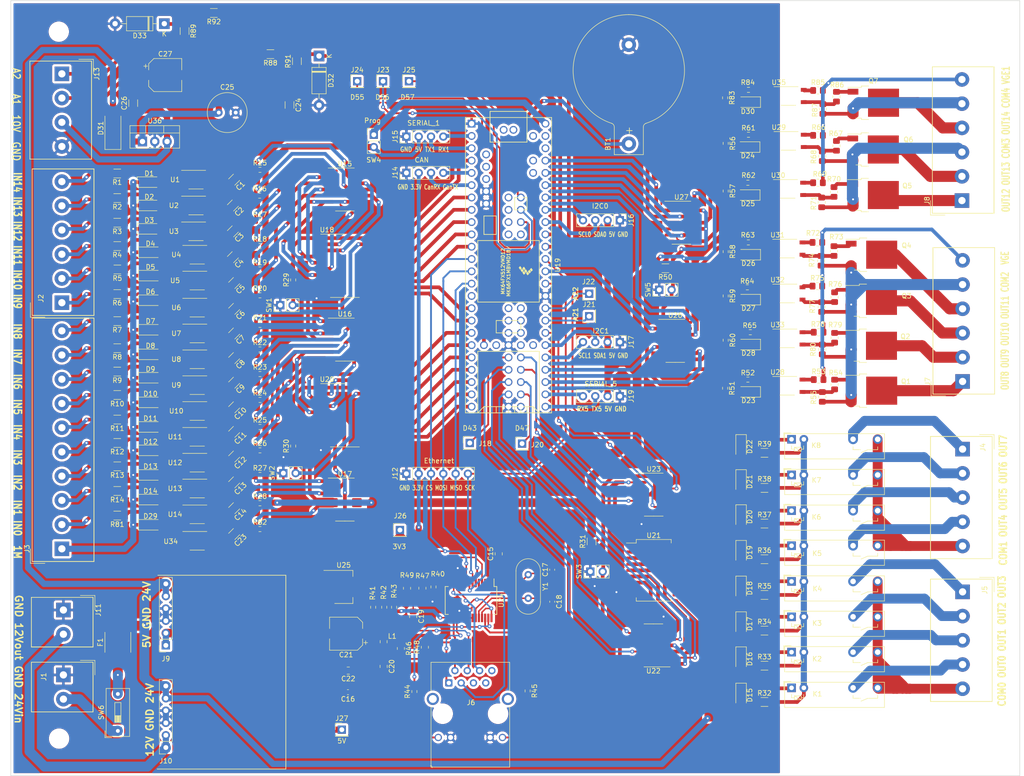
<source format=kicad_pcb>
(kicad_pcb (version 20171130) (host pcbnew "(5.1.7)-1")
  (layers (0 F.Cu signal) (31 B.Cu signal) (34 B.Paste user) (35 F.Paste user) (36 B.SilkS user) (37 F.SilkS user) (38 B.Mask user) (39 F.Mask user) (44 Edge.Cuts user))
  (net 0 "")
  (net 1 IN13)
  (net 2 IN12)
  (net 3 IN11)
  (net 4 IN10)
  (net 5 IN9)
  (net 6 IN8)
  (net 7 IN7)
  (net 8 IN6)
  (net 9 IN5)
  (net 10 IN4)
  (net 11 IN3)
  (net 12 IN2)
  (net 13 IN1)
  (net 14 IN0)
  (net 15 "Net-(R1-Pad1)")
  (net 16 "Net-(D1-Pad2)")
  (net 17 "Net-(C1-Pad1)")
  (net 18 1M)
  (net 19 "Net-(C2-Pad1)")
  (net 20 "Net-(D2-Pad2)")
  (net 21 "Net-(R3-Pad1)")
  (net 22 "Net-(C3-Pad1)")
  (net 23 "Net-(C4-Pad1)")
  (net 24 "Net-(C5-Pad1)")
  (net 25 "Net-(C6-Pad1)")
  (net 26 "Net-(C7-Pad1)")
  (net 27 "Net-(C8-Pad1)")
  (net 28 "Net-(C9-Pad1)")
  (net 29 "Net-(C10-Pad1)")
  (net 30 "Net-(C11-Pad1)")
  (net 31 "Net-(C12-Pad1)")
  (net 32 "Net-(C13-Pad1)")
  (net 33 "Net-(C14-Pad1)")
  (net 34 "Net-(D3-Pad2)")
  (net 35 "Net-(D4-Pad2)")
  (net 36 "Net-(D5-Pad2)")
  (net 37 "Net-(D6-Pad2)")
  (net 38 "Net-(D7-Pad2)")
  (net 39 "Net-(D8-Pad2)")
  (net 40 "Net-(D9-Pad2)")
  (net 41 "Net-(D10-Pad2)")
  (net 42 "Net-(D11-Pad2)")
  (net 43 "Net-(D12-Pad2)")
  (net 44 "Net-(D13-Pad2)")
  (net 45 "Net-(D14-Pad2)")
  (net 46 5V)
  (net 47 "Net-(R5-Pad1)")
  (net 48 "Net-(R6-Pad1)")
  (net 49 "Net-(R7-Pad1)")
  (net 50 "Net-(R8-Pad1)")
  (net 51 "Net-(R9-Pad1)")
  (net 52 "Net-(R10-Pad1)")
  (net 53 AA13)
  (net 54 AA12)
  (net 55 AA11)
  (net 56 AA10)
  (net 57 AA9)
  (net 58 AA8)
  (net 59 AA7)
  (net 60 AA6)
  (net 61 AA5)
  (net 62 AA4)
  (net 63 AA3)
  (net 64 AA2)
  (net 65 AA1)
  (net 66 AA0)
  (net 67 GND)
  (net 68 "Net-(R2-Pad1)")
  (net 69 "Net-(R4-Pad1)")
  (net 70 "Net-(R11-Pad1)")
  (net 71 "Net-(R12-Pad1)")
  (net 72 "Net-(R13-Pad1)")
  (net 73 "Net-(R14-Pad1)")
  (net 74 "Net-(U19-Pad54)")
  (net 75 "Net-(U19-Pad52)")
  (net 76 "Net-(U19-Pad51)")
  (net 77 "Net-(U19-Pad29)")
  (net 78 "Net-(U19-Pad28)")
  (net 79 "Net-(U19-Pad26)")
  (net 80 "Net-(U20-Pad11)")
  (net 81 "Net-(U20-Pad9)")
  (net 82 "Net-(R29-Pad1)")
  (net 83 "Net-(R30-Pad1)")
  (net 84 D2)
  (net 85 D5)
  (net 86 D6)
  (net 87 D7)
  (net 88 D8)
  (net 89 D9)
  (net 90 D14)
  (net 91 D15)
  (net 92 "Net-(D15-Pad2)")
  (net 93 1C)
  (net 94 "Net-(D16-Pad2)")
  (net 95 2C)
  (net 96 "Net-(D17-Pad2)")
  (net 97 3C)
  (net 98 "Net-(D18-Pad2)")
  (net 99 4C)
  (net 100 "Net-(D19-Pad2)")
  (net 101 5C)
  (net 102 "Net-(D20-Pad2)")
  (net 103 6C)
  (net 104 "Net-(D21-Pad2)")
  (net 105 7C)
  (net 106 "Net-(D22-Pad2)")
  (net 107 8C)
  (net 108 24V)
  (net 109 OE)
  (net 110 8Y)
  (net 111 7Y)
  (net 112 6Y)
  (net 113 5Y)
  (net 114 4Y)
  (net 115 3Y)
  (net 116 2Y)
  (net 117 1Y)
  (net 118 COM1)
  (net 119 O4)
  (net 120 O5)
  (net 121 O6)
  (net 122 O7)
  (net 123 COM0)
  (net 124 O0)
  (net 125 O1)
  (net 126 O2)
  (net 127 O3)
  (net 128 "Net-(J6-Pad12)")
  (net 129 "Net-(J6-Pad9)")
  (net 130 "Net-(J6-Pad8)")
  (net 131 "Net-(J6-Pad7)")
  (net 132 "Net-(J6-Pad5)")
  (net 133 3.3V)
  (net 134 CS)
  (net 135 INT)
  (net 136 RST)
  (net 137 LEDA)
  (net 138 LEDB)
  (net 139 OSC2)
  (net 140 OSC1)
  (net 141 TD+)
  (net 142 TD-)
  (net 143 "Net-(R40-Pad2)")
  (net 144 RD+)
  (net 145 RD-)
  (net 146 SCK)
  (net 147 MOSI)
  (net 148 MISO)
  (net 149 "Net-(U24-Pad5)")
  (net 150 "Net-(C15-Pad1)")
  (net 151 "Net-(C19-Pad1)")
  (net 152 P4)
  (net 153 Vge)
  (net 154 COM2)
  (net 155 O8)
  (net 156 O9)
  (net 157 O10)
  (net 158 O11)
  (net 159 "Net-(Q1-Pad1)")
  (net 160 OE1)
  (net 161 "Net-(D23-Pad2)")
  (net 162 "Net-(R52-Pad1)")
  (net 163 "Net-(R53-Pad2)")
  (net 164 "Net-(R54-Pad2)")
  (net 165 4Y1)
  (net 166 3Y1)
  (net 167 2Y1)
  (net 168 1Y1)
  (net 169 7Y1)
  (net 170 8Y1)
  (net 171 "Net-(U27-Pad5)")
  (net 172 5Y1)
  (net 173 "Net-(D24-Pad2)")
  (net 174 "Net-(D25-Pad2)")
  (net 175 "Net-(D26-Pad2)")
  (net 176 "Net-(D27-Pad2)")
  (net 177 "Net-(D28-Pad2)")
  (net 178 COM3)
  (net 179 O12)
  (net 180 COM4)
  (net 181 O13)
  (net 182 Vge1)
  (net 183 "Net-(Q2-Pad1)")
  (net 184 "Net-(Q3-Pad1)")
  (net 185 "Net-(Q4-Pad1)")
  (net 186 "Net-(Q5-Pad1)")
  (net 187 "Net-(Q6-Pad1)")
  (net 188 "Net-(R61-Pad1)")
  (net 189 "Net-(R62-Pad1)")
  (net 190 "Net-(R63-Pad1)")
  (net 191 "Net-(R64-Pad1)")
  (net 192 "Net-(R65-Pad1)")
  (net 193 "Net-(R66-Pad2)")
  (net 194 "Net-(R67-Pad2)")
  (net 195 "Net-(R69-Pad2)")
  (net 196 "Net-(R70-Pad2)")
  (net 197 "Net-(R72-Pad2)")
  (net 198 "Net-(R73-Pad2)")
  (net 199 "Net-(R75-Pad2)")
  (net 200 "Net-(R76-Pad2)")
  (net 201 "Net-(R78-Pad2)")
  (net 202 "Net-(R79-Pad2)")
  (net 203 12V)
  (net 204 "Net-(U19-Pad60)")
  (net 205 "Net-(U19-Pad59)")
  (net 206 "Net-(U19-Pad58)")
  (net 207 "Net-(U19-Pad56)")
  (net 208 "Net-(U19-Pad55)")
  (net 209 "Net-(U19-Pad15)")
  (net 210 "Net-(U19-Pad87)")
  (net 211 "Net-(U19-Pad88)")
  (net 212 "Net-(U19-Pad83)")
  (net 213 "Net-(U19-Pad66)")
  (net 214 "Net-(U19-Pad65)")
  (net 215 "Net-(U19-Pad63)")
  (net 216 "Net-(U19-Pad64)")
  (net 217 "Net-(U19-Pad67)")
  (net 218 "Net-(U19-Pad82)")
  (net 219 "Net-(U19-Pad68)")
  (net 220 "Net-(U19-Pad81)")
  (net 221 "Net-(U19-Pad69)")
  (net 222 "Net-(U19-Pad80)")
  (net 223 "Net-(U19-Pad75)")
  (net 224 D23)
  (net 225 "Net-(C23-Pad1)")
  (net 226 "Net-(D29-Pad2)")
  (net 227 "Net-(J1-Pad2)")
  (net 228 IN14)
  (net 229 "Net-(R81-Pad1)")
  (net 230 "Net-(F1-Pad1)")
  (net 231 AA14)
  (net 232 "Net-(D30-Pad2)")
  (net 233 O14)
  (net 234 "Net-(Q7-Pad1)")
  (net 235 "Net-(R84-Pad1)")
  (net 236 "Net-(R85-Pad2)")
  (net 237 "Net-(R86-Pad2)")
  (net 238 10V)
  (net 239 "Net-(C24-Pad1)")
  (net 240 AN2)
  (net 241 A1)
  (net 242 A2)
  (net 243 CAN0Tx)
  (net 244 CAN0Rx)
  (net 245 RX1)
  (net 246 TX1)
  (net 247 SCL0)
  (net 248 SDA0)
  (net 249 D22)
  (net 250 D21)
  (net 251 D20)
  (net 252 D36)
  (net 253 D35)
  (net 254 SCL1)
  (net 255 SDA1)
  (net 256 D31)
  (net 257 D30)
  (net 258 D29)
  (net 259 D24)
  (net 260 D28)
  (net 261 D27)
  (net 262 D26)
  (net 263 D25)
  (net 264 AN3)
  (net 265 D46)
  (net 266 D32)
  (net 267 D43)
  (net 268 D44)
  (net 269 D45)
  (net 270 D47)
  (net 271 D48)
  (net 272 D49)
  (net 273 D50)
  (net 274 D39)
  (net 275 TX5)
  (net 276 RX5)
  (net 277 A21)
  (net 278 A22)
  (net 279 D56)
  (net 280 D55)
  (net 281 D57)
  (net 282 VBAT)
  (net 283 Vin)
  (net 284 "Net-(U24-Pad3)")
  (net 285 "Net-(U27-Pad6)")
  (module 74AHC125:BatteryHolder_Keystone_103_1x20mm_new (layer F.Cu) (at 145.3515 42.291 90)
    (fp_text reference BT1 (at 0 -4.3 90) (layer F.SilkS))
    (fp_text value Battery_Cell)
    (fp_text user + (at 2.75 0 90) (layer F.SilkS) (effects (font (size 1.5 1.5))))
    (pad 1 thru_hole circle (at 0.043 0 90) (size 3 3) (drill 1.5) (layers *.Cu *.Mask) (net 282 VBAT))
    (pad 2 thru_hole circle (at 20.49 0 90) (size 3 3) (drill 1.5) (layers *.Cu *.Mask) (net 67 GND))
  )
  (module Connector_PinHeader_2.54mm:PinHeader_1x01_P2.54mm_Vertical (layer F.Cu) (at 86.106 163.195)
    (fp_text reference J27 (at 0 -2.33) (layer F.SilkS))
    (fp_text value 5V (at 0 2.33) (layer F.SilkS))
    (pad 1 thru_hole rect (at 0 0) (size 1.7 1.7) (drill 1) (layers *.Cu *.Mask) (net 46 5V))
  )
  (module Connector_PinHeader_2.54mm:PinHeader_1x01_P2.54mm_Vertical (layer F.Cu) (at 98.1075 121.9835)
    (fp_text reference J26 (at 0.0635 -2.921) (layer F.SilkS))
    (fp_text value 3V3 (at -0.127 3.429) (layer F.SilkS))
    (pad 1 thru_hole rect (at 0 0) (size 1.7 1.7) (drill 1) (layers *.Cu *.Mask) (net 133 3.3V))
  )
  (module MountingHole:MountingHole_3.2mm_M3 (layer F.Cu) (at 207.772 164.084)
    (fp_text reference REF** hide)
    (fp_text value MountingHole_3.2mm_M3)
    (pad 1 np_thru_hole circle (at 0 0) (size 3.2 3.2) (drill 3.2) (layers *.Cu *.Mask))
  )
  (module MountingHole:MountingHole_3.2mm_M3 (layer F.Cu) (at 27.7495 165.0365)
    (fp_text reference REF** hide)
    (fp_text value MountingHole_3.2mm_M3)
    (pad 1 np_thru_hole circle (at 0 0) (size 3.2 3.2) (drill 3.2) (layers *.Cu *.Mask))
  )
  (module MountingHole:MountingHole_3.2mm_M3 (layer F.Cu) (at 27.686 19.1135)
    (fp_text reference REF** hide)
    (fp_text value MountingHole_3.2mm_M3)
    (pad 1 np_thru_hole circle (at 0 0) (size 3.2 3.2) (drill 3.2) (layers *.Cu *.Mask))
  )
  (module MountingHole:MountingHole_3.2mm_M3 (layer F.Cu) (at 208.153 20.32)
    (fp_text reference REF** hide)
    (fp_text value MountingHole_3.2mm_M3)
    (pad 1 np_thru_hole circle (at 0 0) (size 3.2 3.2) (drill 3.2) (layers *.Cu *.Mask))
  )
  (module teensy:Teensy35_36_MODIFY (layer F.Cu) (at 120.523 67.31 270)
    (fp_text reference U19 (at 0 -10.16 270) (layer F.SilkS))
    (fp_text value Teensy3.5_All_Pins)
    (fp_text user MK64FX512VMD12 (at 1.27 1.143 270) (layer F.SilkS) (effects (font (size 0.7 0.7))))
    (fp_text user MK66FX1MBVMD18/ (at 1.27 0 270) (layer F.SilkS) (effects (font (size 0.7 0.7))))
    (pad 87 thru_hole circle (at -27.94 -1.01 270) (size 1.6 1.6) (drill 1.1) (layers *.Cu *.Mask) (net 210 "Net-(U19-Pad87)"))
    (pad 88 thru_hole circle (at -27.94 1.01 270) (size 1.6 1.6) (drill 1.1) (layers *.Cu *.Mask) (net 211 "Net-(U19-Pad88)"))
    (pad 86 thru_hole circle (at -13.97 -2.54 270) (size 1.6 1.6) (drill 1.1) (layers *.Cu *.Mask) (net 281 D57))
    (pad 85 thru_hole circle (at -11.43 -2.54 270) (size 1.6 1.6) (drill 1.1) (layers *.Cu *.Mask) (net 279 D56))
    (pad 84 thru_hole circle (at -8.89 -2.54 270) (size 1.6 1.6) (drill 1.1) (layers *.Cu *.Mask) (net 280 D55))
    (pad 83 thru_hole circle (at -6.35 -2.54 270) (size 1.6 1.6) (drill 1.1) (layers *.Cu *.Mask) (net 212 "Net-(U19-Pad83)"))
    (pad 66 thru_hole circle (at -6.35 0 270) (size 1.6 1.6) (drill 1.1) (layers *.Cu *.Mask) (net 213 "Net-(U19-Pad66)"))
    (pad 65 thru_hole circle (at -8.89 0 270) (size 1.6 1.6) (drill 1.1) (layers *.Cu *.Mask) (net 214 "Net-(U19-Pad65)"))
    (pad 63 thru_hole circle (at -13.97 0 270) (size 1.6 1.6) (drill 1.1) (layers *.Cu *.Mask) (net 215 "Net-(U19-Pad63)"))
    (pad 64 thru_hole circle (at -11.43 0 270) (size 1.6 1.6) (drill 1.1) (layers *.Cu *.Mask) (net 216 "Net-(U19-Pad64)"))
    (pad 67 thru_hole circle (at 8.89 0 270) (size 1.6 1.6) (drill 1.1) (layers *.Cu *.Mask) (net 217 "Net-(U19-Pad67)"))
    (pad 82 thru_hole circle (at 8.89 -2.54 270) (size 1.6 1.6) (drill 1.1) (layers *.Cu *.Mask) (net 218 "Net-(U19-Pad82)"))
    (pad 68 thru_hole circle (at 11.43 0 270) (size 1.6 1.6) (drill 1.1) (layers *.Cu *.Mask) (net 219 "Net-(U19-Pad68)"))
    (pad 81 thru_hole circle (at 11.43 -2.54 270) (size 1.6 1.6) (drill 1.1) (layers *.Cu *.Mask) (net 220 "Net-(U19-Pad81)"))
    (pad 69 thru_hole circle (at 13.97 0 270) (size 1.6 1.6) (drill 1.1) (layers *.Cu *.Mask) (net 221 "Net-(U19-Pad69)"))
    (pad 80 thru_hole circle (at 13.97 -2.54 270) (size 1.6 1.6) (drill 1.1) (layers *.Cu *.Mask) (net 222 "Net-(U19-Pad80)"))
    (pad 74 thru_hole circle (at 29.21 0 270) (size 1.6 1.6) (drill 1.1) (layers *.Cu *.Mask) (net 67 GND))
    (pad 75 thru_hole circle (at 29.21 -2.54 270) (size 1.6 1.6) (drill 1.1) (layers *.Cu *.Mask) (net 223 "Net-(U19-Pad75)"))
    (pad 70 thru_hole circle (at 19.05 0 270) (size 1.6 1.6) (drill 1.1) (layers *.Cu *.Mask) (net 267 D43))
    (pad 71 thru_hole circle (at 21.59 0 270) (size 1.6 1.6) (drill 1.1) (layers *.Cu *.Mask) (net 268 D44))
    (pad 72 thru_hole circle (at 24.13 0 270) (size 1.6 1.6) (drill 1.1) (layers *.Cu *.Mask) (net 269 D45))
    (pad 73 thru_hole circle (at 26.67 0 270) (size 1.6 1.6) (drill 1.1) (layers *.Cu *.Mask) (net 265 D46))
    (pad 76 thru_hole circle (at 26.67 -2.54 270) (size 1.6 1.6) (drill 1.1) (layers *.Cu *.Mask) (net 270 D47))
    (pad 77 thru_hole circle (at 24.13 -2.54 270) (size 1.6 1.6) (drill 1.1) (layers *.Cu *.Mask) (net 271 D48))
    (pad 78 thru_hole circle (at 21.59 -2.54 270) (size 1.6 1.6) (drill 1.1) (layers *.Cu *.Mask) (net 272 D49))
    (pad 79 thru_hole circle (at 19.05 -2.54 270) (size 1.6 1.6) (drill 1.1) (layers *.Cu *.Mask) (net 273 D50))
    (pad 62 thru_hole circle (at -12.7 4.62 270) (size 1.6 1.6) (drill 1.1) (layers *.Cu *.Mask) (net 67 GND))
    (pad 61 thru_hole circle (at -15.24 4.62 270) (size 1.6 1.6) (drill 1.1) (layers *.Cu *.Mask) (net 67 GND))
    (pad 60 thru_hole circle (at -17.78 4.62 270) (size 1.6 1.6) (drill 1.1) (layers *.Cu *.Mask) (net 204 "Net-(U19-Pad60)"))
    (pad 59 thru_hole circle (at -20.32 4.62 270) (size 1.6 1.6) (drill 1.1) (layers *.Cu *.Mask) (net 205 "Net-(U19-Pad59)"))
    (pad 58 thru_hole circle (at -22.86 4.62 270) (size 1.6 1.6) (drill 1.1) (layers *.Cu *.Mask) (net 206 "Net-(U19-Pad58)"))
    (pad 56 thru_hole circle (at -19.05 -5.08 270) (size 1.6 1.6) (drill 1.1) (layers *.Cu *.Mask) (net 207 "Net-(U19-Pad56)"))
    (pad 55 thru_hole circle (at -21.59 -5.08 270) (size 1.6 1.6) (drill 1.1) (layers *.Cu *.Mask) (net 208 "Net-(U19-Pad55)"))
    (pad 54 thru_hole circle (at -26.67 -5.08 270) (size 1.6 1.6) (drill 1.1) (layers *.Cu *.Mask) (net 74 "Net-(U19-Pad54)"))
    (pad 53 thru_hole circle (at -29.21 -7.62 270) (size 1.6 1.6) (drill 1.1) (layers *.Cu *.Mask) (net 283 Vin))
    (pad 52 thru_hole circle (at -26.67 -7.62 270) (size 1.6 1.6) (drill 1.1) (layers *.Cu *.Mask) (net 75 "Net-(U19-Pad52)"))
    (pad 51 thru_hole circle (at -24.13 -7.62 270) (size 1.6 1.6) (drill 1.1) (layers *.Cu *.Mask) (net 76 "Net-(U19-Pad51)"))
    (pad 50 thru_hole circle (at -21.59 -7.62 270) (size 1.6 1.6) (drill 1.1) (layers *.Cu *.Mask) (net 224 D23))
    (pad 49 thru_hole circle (at -19.05 -7.62 270) (size 1.6 1.6) (drill 1.1) (layers *.Cu *.Mask) (net 249 D22))
    (pad 48 thru_hole circle (at -16.51 -7.62 270) (size 1.6 1.6) (drill 1.1) (layers *.Cu *.Mask) (net 250 D21))
    (pad 47 thru_hole circle (at -13.97 -7.62 270) (size 1.6 1.6) (drill 1.1) (layers *.Cu *.Mask) (net 251 D20))
    (pad 46 thru_hole circle (at -11.43 -7.62 270) (size 1.6 1.6) (drill 1.1) (layers *.Cu *.Mask) (net 247 SCL0))
    (pad 45 thru_hole circle (at -8.89 -7.62 270) (size 1.6 1.6) (drill 1.1) (layers *.Cu *.Mask) (net 248 SDA0))
    (pad 44 thru_hole circle (at -6.35 -7.62 270) (size 1.6 1.6) (drill 1.1) (layers *.Cu *.Mask) (net 264 AN3))
    (pad 43 thru_hole circle (at -3.81 -7.62 270) (size 1.6 1.6) (drill 1.1) (layers *.Cu *.Mask) (net 240 AN2))
    (pad 42 thru_hole circle (at -1.27 -7.62 270) (size 1.6 1.6) (drill 1.1) (layers *.Cu *.Mask) (net 91 D15))
    (pad 41 thru_hole circle (at 1.27 -7.62 270) (size 1.6 1.6) (drill 1.1) (layers *.Cu *.Mask) (net 90 D14))
    (pad 40 thru_hole circle (at 3.81 -7.62 270) (size 1.6 1.6) (drill 1.1) (layers *.Cu *.Mask) (net 146 SCK))
    (pad 39 thru_hole circle (at 6.35 -7.62 270) (size 1.6 1.6) (drill 1.1) (layers *.Cu *.Mask) (net 67 GND))
    (pad 38 thru_hole circle (at 8.89 -7.62 270) (size 1.6 1.6) (drill 1.1) (layers *.Cu *.Mask) (net 278 A22))
    (pad 1 thru_hole rect (at -29.21 7.62 270) (size 1.6 1.6) (drill 1.1) (layers *.Cu *.Mask) (net 67 GND))
    (pad 2 thru_hole circle (at -26.67 7.62 270) (size 1.6 1.6) (drill 1.1) (layers *.Cu *.Mask) (net 245 RX1))
    (pad 3 thru_hole circle (at -24.13 7.62 270) (size 1.6 1.6) (drill 1.1) (layers *.Cu *.Mask) (net 246 TX1))
    (pad 4 thru_hole circle (at -21.59 7.62 270) (size 1.6 1.6) (drill 1.1) (layers *.Cu *.Mask) (net 84 D2))
    (pad 5 thru_hole circle (at -19.05 7.62 270) (size 1.6 1.6) (drill 1.1) (layers *.Cu *.Mask) (net 243 CAN0Tx))
    (pad 6 thru_hole circle (at -16.51 7.62 270) (size 1.6 1.6) (drill 1.1) (layers *.Cu *.Mask) (net 244 CAN0Rx))
    (pad 7 thru_hole circle (at -13.97 7.62 270) (size 1.6 1.6) (drill 1.1) (layers *.Cu *.Mask) (net 85 D5))
    (pad 8 thru_hole circle (at -11.43 7.62 270) (size 1.6 1.6) (drill 1.1) (layers *.Cu *.Mask) (net 86 D6))
    (pad 9 thru_hole circle (at -8.89 7.62 270) (size 1.6 1.6) (drill 1.1) (layers *.Cu *.Mask) (net 87 D7))
    (pad 10 thru_hole circle (at -6.35 7.62 270) (size 1.6 1.6) (drill 1.1) (layers *.Cu *.Mask) (net 88 D8))
    (pad 11 thru_hole circle (at -3.81 7.62 270) (size 1.6 1.6) (drill 1.1) (layers *.Cu *.Mask) (net 89 D9))
    (pad 12 thru_hole circle (at -1.27 7.62 270) (size 1.6 1.6) (drill 1.1) (layers *.Cu *.Mask) (net 134 CS))
    (pad 13 thru_hole circle (at 1.27 7.62 270) (size 1.6 1.6) (drill 1.1) (layers *.Cu *.Mask) (net 147 MOSI))
    (pad 37 thru_hole circle (at 11.43 -7.62 270) (size 1.6 1.6) (drill 1.1) (layers *.Cu *.Mask) (net 277 A21))
    (pad 36 thru_hole circle (at 13.97 -7.62 270) (size 1.6 1.6) (drill 1.1) (layers *.Cu *.Mask) (net 274 D39))
    (pad 35 thru_hole circle (at 16.51 -7.62 270) (size 1.6 1.6) (drill 1.1) (layers *.Cu *.Mask) (net 255 SDA1))
    (pad 34 thru_hole circle (at 19.05 -7.62 270) (size 1.6 1.6) (drill 1.1) (layers *.Cu *.Mask) (net 254 SCL1))
    (pad 33 thru_hole circle (at 21.59 -7.62 270) (size 1.6 1.6) (drill 1.1) (layers *.Cu *.Mask) (net 252 D36))
    (pad 32 thru_hole circle (at 24.13 -7.62 270) (size 1.6 1.6) (drill 1.1) (layers *.Cu *.Mask) (net 253 D35))
    (pad 31 thru_hole circle (at 26.67 -7.62 270) (size 1.6 1.6) (drill 1.1) (layers *.Cu *.Mask) (net 276 RX5))
    (pad 30 thru_hole circle (at 29.21 -7.62 270) (size 1.6 1.6) (drill 1.1) (layers *.Cu *.Mask) (net 275 TX5))
    (pad 29 thru_hole circle (at 16.51 -5.08 270) (size 1.6 1.6) (drill 1.1) (layers *.Cu *.Mask) (net 77 "Net-(U19-Pad29)"))
    (pad 28 thru_hole circle (at 16.51 -2.54 270) (size 1.6 1.6) (drill 1.1) (layers *.Cu *.Mask) (net 78 "Net-(U19-Pad28)"))
    (pad 27 thru_hole circle (at 16.51 0 270) (size 1.6 1.6) (drill 1.1) (layers *.Cu *.Mask) (net 67 GND))
    (pad 26 thru_hole circle (at 16.51 2.54 270) (size 1.6 1.6) (drill 1.1) (layers *.Cu *.Mask) (net 79 "Net-(U19-Pad26)"))
    (pad 25 thru_hole circle (at 16.51 5.08 270) (size 1.6 1.6) (drill 1.1) (layers *.Cu *.Mask) (net 282 VBAT))
    (pad 24 thru_hole circle (at 29.21 7.62 270) (size 1.6 1.6) (drill 1.1) (layers *.Cu *.Mask) (net 266 D32))
    (pad 23 thru_hole circle (at 26.67 7.62 270) (size 1.6 1.6) (drill 1.1) (layers *.Cu *.Mask) (net 256 D31))
    (pad 22 thru_hole circle (at 24.13 7.62 270) (size 1.6 1.6) (drill 1.1) (layers *.Cu *.Mask) (net 257 D30))
    (pad 21 thru_hole circle (at 21.59 7.62 270) (size 1.6 1.6) (drill 1.1) (layers *.Cu *.Mask) (net 258 D29))
    (pad 14 thru_hole circle (at 3.81 7.62 270) (size 1.6 1.6) (drill 1.1) (layers *.Cu *.Mask) (net 148 MISO))
    (pad 15 thru_hole circle (at 6.35 7.62 270) (size 1.6 1.6) (drill 1.1) (layers *.Cu *.Mask) (net 209 "Net-(U19-Pad15)"))
    (pad 16 thru_hole circle (at 8.89 7.62 270) (size 1.6 1.6) (drill 1.1) (layers *.Cu *.Mask) (net 259 D24))
    (pad 20 thru_hole circle (at 19.05 7.62 270) (size 1.6 1.6) (drill 1.1) (layers *.Cu *.Mask) (net 260 D28))
    (pad 19 thru_hole circle (at 16.51 7.62 270) (size 1.6 1.6) (drill 1.1) (layers *.Cu *.Mask) (net 261 D27))
    (pad 18 thru_hole circle (at 13.97 7.62 270) (size 1.6 1.6) (drill 1.1) (layers *.Cu *.Mask) (net 262 D26))
    (pad 17 thru_hole circle (at 11.43 7.62 270) (size 1.6 1.6) (drill 1.1) (layers *.Cu *.Mask) (net 263 D25))
  )
  (module Connector_PinHeader_2.54mm:PinHeader_1x01_P2.54mm_Vertical (layer F.Cu) (at 99.978 29.337)
    (fp_text reference J25 (at 0 -2.33) (layer F.SilkS))
    (fp_text value Screw_Terminal_01x01)
    (pad 1 thru_hole rect (at 0 0) (size 1.7 1.7) (drill 1) (layers *.Cu *.Mask) (net 281 D57))
  )
  (module Connector_PinHeader_2.54mm:PinHeader_1x01_P2.54mm_Vertical (layer F.Cu) (at 89.281 29.337)
    (fp_text reference J24 (at 0 -2.33) (layer F.SilkS))
    (fp_text value Screw_Terminal_01x01)
    (pad 1 thru_hole rect (at 0 0) (size 1.7 1.7) (drill 1) (layers *.Cu *.Mask) (net 280 D55))
  )
  (module Connector_PinHeader_2.54mm:PinHeader_1x01_P2.54mm_Vertical (layer F.Cu) (at 94.615 29.337)
    (fp_text reference J23 (at 0 -2.33) (layer F.SilkS))
    (fp_text value Screw_Terminal_01x01)
    (pad 1 thru_hole rect (at 0 0) (size 1.7 1.7) (drill 1) (layers *.Cu *.Mask) (net 279 D56))
  )
  (module Connector_PinHeader_2.54mm:PinHeader_1x01_P2.54mm_Vertical (layer F.Cu) (at 137.16 73.201 90)
    (fp_text reference J22 (at 2.462 -0.127 180) (layer F.SilkS))
    (fp_text value Screw_Terminal_01x01)
    (pad 1 thru_hole rect (at 0 0 90) (size 1.7 1.7) (drill 1) (layers *.Cu *.Mask) (net 278 A22))
  )
  (module Connector_PinHeader_2.54mm:PinHeader_1x01_P2.54mm_Vertical (layer F.Cu) (at 137.16 77.851 90)
    (fp_text reference J21 (at 2.413 0 180) (layer F.SilkS))
    (fp_text value Screw_Terminal_01x01)
    (pad 1 thru_hole rect (at 0 0 90) (size 1.7 1.7) (drill 1) (layers *.Cu *.Mask) (net 277 A21))
  )
  (module Connector_PinHeader_2.54mm:PinHeader_1x01_P2.54mm_Vertical (layer F.Cu) (at 123.317 104.14)
    (fp_text reference J20 (at 3.175 0.254) (layer F.SilkS))
    (fp_text value Screw_Terminal_01x01)
    (pad 1 thru_hole rect (at 0 0) (size 1.7 1.7) (drill 1) (layers *.Cu *.Mask) (net 270 D47))
  )
  (module Connector_PinHeader_2.54mm:PinHeader_1x04_P2.54mm_Vertical (layer F.Cu) (at 143.51 94.361 270)
    (fp_text reference J19 (at 0 -2.33 90) (layer F.SilkS))
    (fp_text value SERIAL_5 (at -2.54 3.937 180) (layer F.SilkS))
    (pad 4 thru_hole oval (at 0 7.62 270) (size 1.7 1.7) (drill 1) (layers *.Cu *.Mask) (net 276 RX5))
    (pad 3 thru_hole oval (at 0 5.08 270) (size 1.7 1.7) (drill 1) (layers *.Cu *.Mask) (net 275 TX5))
    (pad 2 thru_hole oval (at 0 2.54 270) (size 1.7 1.7) (drill 1) (layers *.Cu *.Mask) (net 46 5V))
    (pad 1 thru_hole rect (at 0 0 270) (size 1.7 1.7) (drill 1) (layers *.Cu *.Mask) (net 67 GND))
  )
  (module Connector_PinHeader_2.54mm:PinHeader_1x01_P2.54mm_Vertical (layer F.Cu) (at 112.522 104.013)
    (fp_text reference J18 (at 3.175 0.127) (layer F.SilkS))
    (fp_text value Screw_Terminal_01x01)
    (pad 1 thru_hole rect (at 0 0) (size 1.7 1.7) (drill 1) (layers *.Cu *.Mask) (net 267 D43))
  )
  (module Connector_PinHeader_2.54mm:PinHeader_1x04_P2.54mm_Vertical (layer F.Cu) (at 143.51 83.185 270)
    (fp_text reference J17 (at 0 -2.33 90) (layer F.SilkS))
    (fp_text value I2C1 (at -2.286 3.937 180) (layer F.SilkS))
    (pad 4 thru_hole oval (at 0 7.62 270) (size 1.7 1.7) (drill 1) (layers *.Cu *.Mask) (net 254 SCL1))
    (pad 3 thru_hole oval (at 0 5.08 270) (size 1.7 1.7) (drill 1) (layers *.Cu *.Mask) (net 255 SDA1))
    (pad 2 thru_hole oval (at 0 2.54 270) (size 1.7 1.7) (drill 1) (layers *.Cu *.Mask) (net 46 5V))
    (pad 1 thru_hole rect (at 0 0 270) (size 1.7 1.7) (drill 1) (layers *.Cu *.Mask) (net 67 GND))
  )
  (module Capacitor_THT:C_Radial_D8.0mm_H11.5mm_P3.50mm (layer F.Cu) (at 60.706 35.814)
    (fp_text reference C25 (at 1.75 -5.25) (layer F.SilkS))
    (fp_text value 470uF)
    (pad 2 thru_hole circle (at 3.5 0) (size 1.6 1.6) (drill 0.8) (layers *.Cu *.Mask) (net 67 GND))
    (pad 1 thru_hole circle (at 0 0) (size 1.6 1.6) (drill 0.8) (layers *.Cu *.Mask) (net 239 "Net-(C24-Pad1)"))
  )
  (module Connector_PinHeader_2.54mm:PinHeader_1x04_P2.54mm_Vertical (layer F.Cu) (at 143.51 58.039 270)
    (fp_text reference J16 (at 0 -2.33 90) (layer F.SilkS))
    (fp_text value I2C0 (at -2.921 4.064) (layer F.SilkS))
    (pad 4 thru_hole oval (at 0 7.62 270) (size 1.7 1.7) (drill 1) (layers *.Cu *.Mask) (net 247 SCL0))
    (pad 3 thru_hole oval (at 0 5.08 270) (size 1.7 1.7) (drill 1) (layers *.Cu *.Mask) (net 248 SDA0))
    (pad 2 thru_hole oval (at 0 2.54 270) (size 1.7 1.7) (drill 1) (layers *.Cu *.Mask) (net 46 5V))
    (pad 1 thru_hole rect (at 0 0 270) (size 1.7 1.7) (drill 1) (layers *.Cu *.Mask) (net 67 GND))
  )
  (module Connector_PinHeader_2.54mm:PinHeader_1x04_P2.54mm_Vertical (layer F.Cu) (at 99.441 40.767 90)
    (fp_text reference J15 (at 0 -2.33 90) (layer F.SilkS))
    (fp_text value SERIAL_1 (at 2.794 3.556 180) (layer F.SilkS))
    (pad 4 thru_hole oval (at 0 7.62 90) (size 1.7 1.7) (drill 1) (layers *.Cu *.Mask) (net 245 RX1))
    (pad 3 thru_hole oval (at 0 5.08 90) (size 1.7 1.7) (drill 1) (layers *.Cu *.Mask) (net 246 TX1))
    (pad 2 thru_hole oval (at 0 2.54 90) (size 1.7 1.7) (drill 1) (layers *.Cu *.Mask) (net 46 5V))
    (pad 1 thru_hole rect (at 0 0 90) (size 1.7 1.7) (drill 1) (layers *.Cu *.Mask) (net 67 GND))
  )
  (module Connector_PinHeader_2.54mm:PinHeader_1x04_P2.54mm_Vertical (layer F.Cu) (at 99.441 48.26 90)
    (fp_text reference J14 (at 0 -2.33 90) (layer F.SilkS))
    (fp_text value CAN (at 2.667 3.175 180) (layer F.SilkS))
    (pad 4 thru_hole oval (at 0 7.62 90) (size 1.7 1.7) (drill 1) (layers *.Cu *.Mask) (net 243 CAN0Tx))
    (pad 3 thru_hole oval (at 0 5.08 90) (size 1.7 1.7) (drill 1) (layers *.Cu *.Mask) (net 244 CAN0Rx))
    (pad 2 thru_hole oval (at 0 2.54 90) (size 1.7 1.7) (drill 1) (layers *.Cu *.Mask) (net 133 3.3V))
    (pad 1 thru_hole rect (at 0 0 90) (size 1.7 1.7) (drill 1) (layers *.Cu *.Mask) (net 67 GND))
  )
  (module TerminalBlock_Altech:Altech_AK300_1x04_P5.00mm_45-Degree (layer F.Cu) (at 28.321 27.813 270)
    (fp_text reference J13 (at 0 -7.2 90) (layer F.SilkS))
    (fp_text value Screw_Terminal_01x04)
    (pad 4 thru_hole circle (at 15 0 270) (size 3 3) (drill 1.5) (layers *.Cu *.Mask) (net 67 GND))
    (pad 3 thru_hole circle (at 10 0 270) (size 3 3) (drill 1.5) (layers *.Cu *.Mask) (net 238 10V))
    (pad 2 thru_hole circle (at 5 0 270) (size 3 3) (drill 1.5) (layers *.Cu *.Mask) (net 241 A1))
    (pad 1 thru_hole rect (at 0 0 270) (size 3 3) (drill 1.5) (layers *.Cu *.Mask) (net 242 A2))
  )
  (module Resistor_SMD:R_1206_3216Metric (layer F.Cu) (at 59.69 15.24 180)
    (fp_text reference R92 (at 0 -1.82) (layer F.SilkS))
    (fp_text value 10k)
    (pad 2 smd roundrect (at 1.4625 0 180) (size 1.125 1.75) (layers F.Cu F.Paste F.Mask) (roundrect_rratio 0.2222195555555556) (net 240 AN2))
    (pad 1 smd roundrect (at -1.4625 0 180) (size 1.125 1.75) (layers F.Cu F.Paste F.Mask) (roundrect_rratio 0.2222195555555556) (net 67 GND))
  )
  (module Resistor_SMD:R_1206_3216Metric (layer F.Cu) (at 76.835 25.2075 90)
    (fp_text reference R91 (at 0 -1.82 90) (layer F.SilkS))
    (fp_text value 10k)
    (pad 2 smd roundrect (at 1.4625 0 90) (size 1.125 1.75) (layers F.Cu F.Paste F.Mask) (roundrect_rratio 0.2222195555555556) (net 264 AN3))
    (pad 1 smd roundrect (at -1.4625 0 90) (size 1.125 1.75) (layers F.Cu F.Paste F.Mask) (roundrect_rratio 0.2222195555555556) (net 67 GND))
  )
  (module Resistor_SMD:R_1206_3216Metric (layer F.Cu) (at 53.6575 18.9865 270)
    (fp_text reference R89 (at 0 -1.82 90) (layer F.SilkS))
    (fp_text value 10k)
    (pad 2 smd roundrect (at 1.4625 0 270) (size 1.125 1.75) (layers F.Cu F.Paste F.Mask) (roundrect_rratio 0.2222195555555556) (net 242 A2))
    (pad 1 smd roundrect (at -1.4625 0 270) (size 1.125 1.75) (layers F.Cu F.Paste F.Mask) (roundrect_rratio 0.2222195555555556) (net 240 AN2))
  )
  (module Resistor_SMD:R_1206_3216Metric (layer F.Cu) (at 71.374 23.749 180)
    (fp_text reference R88 (at 0 -1.82) (layer F.SilkS))
    (fp_text value 10k)
    (pad 2 smd roundrect (at 1.4625 0 180) (size 1.125 1.75) (layers F.Cu F.Paste F.Mask) (roundrect_rratio 0.2222195555555556) (net 241 A1))
    (pad 1 smd roundrect (at -1.4625 0 180) (size 1.125 1.75) (layers F.Cu F.Paste F.Mask) (roundrect_rratio 0.2222195555555556) (net 264 AN3))
  )
  (module Diode_THT:D_DO-41_SOD81_P10.16mm_Horizontal (layer F.Cu) (at 49.4665 17.4625 180)
    (fp_text reference D33 (at 5.08 -2.47) (layer F.SilkS))
    (fp_text value 1N47xxA)
    (fp_text user K (at 0 -2.1) (layer F.SilkS))
    (pad 2 thru_hole oval (at 10.16 0 180) (size 2.2 2.2) (drill 1.1) (layers *.Cu *.Mask) (net 67 GND))
    (pad 1 thru_hole rect (at 0 0 180) (size 2.2 2.2) (drill 1.1) (layers *.Cu *.Mask) (net 240 AN2))
  )
  (module Diode_THT:D_DO-41_SOD81_P10.16mm_Horizontal (layer F.Cu) (at 81.407 24.13 270)
    (fp_text reference D32 (at 5.08 -2.47 90) (layer F.SilkS))
    (fp_text value 1N47xxA)
    (fp_text user K (at 0 -2.1 90) (layer F.SilkS))
    (pad 2 thru_hole oval (at 10.16 0 270) (size 2.2 2.2) (drill 1.1) (layers *.Cu *.Mask) (net 67 GND))
    (pad 1 thru_hole rect (at 0 0 270) (size 2.2 2.2) (drill 1.1) (layers *.Cu *.Mask) (net 264 AN3))
  )
  (module Capacitor_SMD:CP_Elec_6.3x7.7 (layer F.Cu) (at 49.657 28.067)
    (fp_text reference C27 (at 0 -4.35) (layer F.SilkS))
    (fp_text value 220uF)
    (pad 2 smd roundrect (at 2.7 0) (size 3.5 1.6) (layers F.Cu F.Paste F.Mask) (roundrect_rratio 0.15625) (net 67 GND))
    (pad 1 smd roundrect (at -2.7 0) (size 3.5 1.6) (layers F.Cu F.Paste F.Mask) (roundrect_rratio 0.15625) (net 238 10V))
  )
  (module Capacitor_SMD:C_1206_3216Metric (layer F.Cu) (at 43.053 33.86 90)
    (fp_text reference C26 (at 0 -1.85 90) (layer F.SilkS))
    (fp_text value 0.1uF)
    (pad 2 smd roundrect (at 1.475 0 90) (size 1.15 1.8) (layers F.Cu F.Paste F.Mask) (roundrect_rratio 0.2173904347826087) (net 67 GND))
    (pad 1 smd roundrect (at -1.475 0 90) (size 1.15 1.8) (layers F.Cu F.Paste F.Mask) (roundrect_rratio 0.2173904347826087) (net 238 10V))
  )
  (module Capacitor_SMD:C_1206_3216Metric (layer F.Cu) (at 75.311 34.241 270)
    (fp_text reference C24 (at 0 -1.85 90) (layer F.SilkS))
    (fp_text value 0.1uF)
    (pad 2 smd roundrect (at 1.475 0 270) (size 1.15 1.8) (layers F.Cu F.Paste F.Mask) (roundrect_rratio 0.2173904347826087) (net 67 GND))
    (pad 1 smd roundrect (at -1.475 0 270) (size 1.15 1.8) (layers F.Cu F.Paste F.Mask) (roundrect_rratio 0.2173904347826087) (net 239 "Net-(C24-Pad1)"))
  )
  (module Connector_RJ:RJ45_Hanrun_HR911105A (layer F.Cu) (at 108.204 153.543)
    (fp_text reference J6 (at 4.572 4.064) (layer F.SilkS))
    (fp_text value RJ45_LED)
    (pad "" np_thru_hole circle (at 10.155 6.36) (size 3.25 3.25) (drill 3.25) (layers *.Cu *.Mask))
    (pad "" np_thru_hole circle (at -1.275 6.36) (size 3.25 3.25) (drill 3.25) (layers *.Cu *.Mask))
    (pad 1 thru_hole roundrect (at 0 0) (size 1.5 1.5) (drill 0.9) (layers *.Cu *.Mask) (roundrect_rratio 0.167) (net 141 TD+))
    (pad 2 thru_hole circle (at 1.26 -2.54) (size 1.5 1.5) (drill 0.9) (layers *.Cu *.Mask) (net 142 TD-))
    (pad 3 thru_hole circle (at 2.54 0) (size 1.5 1.5) (drill 0.9) (layers *.Cu *.Mask) (net 144 RD+))
    (pad 4 thru_hole circle (at 3.8 -2.54) (size 1.5 1.5) (drill 0.9) (layers *.Cu *.Mask) (net 152 P4))
    (pad 5 thru_hole circle (at 5.08 0) (size 1.5 1.5) (drill 0.9) (layers *.Cu *.Mask) (net 132 "Net-(J6-Pad5)"))
    (pad 6 thru_hole circle (at 6.34 -2.54 90) (size 1.5 1.5) (drill 0.9) (layers *.Cu *.Mask) (net 145 RD-))
    (pad 7 thru_hole circle (at 7.62 0) (size 1.5 1.5) (drill 0.9) (layers *.Cu *.Mask) (net 131 "Net-(J6-Pad7)"))
    (pad SH thru_hole circle (at -3.305 3.31) (size 2.5 2.5) (drill 1.63) (layers *.Cu *.Mask))
    (pad 8 thru_hole circle (at 8.88 -2.54) (size 1.5 1.5) (drill 0.9) (layers *.Cu *.Mask) (net 130 "Net-(J6-Pad8)"))
    (pad SH thru_hole circle (at 12.185 3.31) (size 2.5 2.5) (drill 1.63) (layers *.Cu *.Mask))
    (pad 9 thru_hole circle (at -2.185 11.26) (size 1.5 1.5) (drill 1.02) (layers *.Cu *.Mask) (net 129 "Net-(J6-Pad9)"))
    (pad 10 thru_hole circle (at 0.355 11.26) (size 1.5 1.5) (drill 1.02) (layers *.Cu *.Mask) (net 67 GND))
    (pad 12 thru_hole circle (at 11.065 11.26) (size 1.5 1.5) (drill 1.02) (layers *.Cu *.Mask) (net 128 "Net-(J6-Pad12)"))
    (pad 11 thru_hole circle (at 8.525 11.26) (size 1.5 1.5) (drill 1.02) (layers *.Cu *.Mask) (net 67 GND))
  )
  (module Package_TO_SOT_THT:TO-220-3_Vertical (layer F.Cu) (at 44.958 41.783)
    (fp_text reference U36 (at 2.54 -4.27) (layer F.SilkS))
    (fp_text value LM7810_TO220)
    (pad 3 thru_hole oval (at 5.08 0) (size 1.905 2) (drill 1.1) (layers *.Cu *.Mask) (net 238 10V))
    (pad 2 thru_hole oval (at 2.54 0) (size 1.905 2) (drill 1.1) (layers *.Cu *.Mask) (net 67 GND))
    (pad 1 thru_hole rect (at 0 0) (size 1.905 2) (drill 1.1) (layers *.Cu *.Mask) (net 239 "Net-(C24-Pad1)"))
  )
  (module Diode_SMD:D_SMA_Handsoldering (layer F.Cu) (at 38.862 39.029 90)
    (fp_text reference D31 (at 0 -2.5 90) (layer F.SilkS))
    (fp_text value D_Schottky)
    (pad 2 smd rect (at 2.5 0 90) (size 3.5 1.8) (layers F.Cu F.Paste F.Mask) (net 108 24V))
    (pad 1 smd rect (at -2.5 0 90) (size 3.5 1.8) (layers F.Cu F.Paste F.Mask) (net 239 "Net-(C24-Pad1)"))
  )
  (module Package_SO:MFSOP6-4_4.4x3.6mm_P1.27mm (layer F.Cu) (at 178.308 32.385)
    (fp_text reference U35 (at -2 -2.8) (layer F.SilkS))
    (fp_text value TLP127)
    (pad 1 smd rect (at -3.15 -1.27) (size 1.2 0.8) (layers F.Cu F.Paste F.Mask) (net 235 "Net-(R84-Pad1)"))
    (pad 4 smd rect (at 3.15 1.27) (size 1.2 0.8) (layers F.Cu F.Paste F.Mask) (net 237 "Net-(R86-Pad2)"))
    (pad 3 smd rect (at -3.15 1.27) (size 1.2 0.8) (layers F.Cu F.Paste F.Mask) (net 67 GND))
    (pad 6 smd rect (at 3.15 -1.27) (size 1.2 0.8) (layers F.Cu F.Paste F.Mask) (net 236 "Net-(R85-Pad2)"))
  )
  (module Resistor_SMD:R_0805_2012Metric_Pad1.20x1.40mm_HandSolder (layer F.Cu) (at 185.42 35.068 270)
    (fp_text reference R87 (at 0.238 1.651 90) (layer F.SilkS))
    (fp_text value 10k)
    (pad 2 smd roundrect (at 1 0 270) (size 1.2 1.4) (layers F.Cu F.Paste F.Mask) (roundrect_rratio 0.2083325) (net 180 COM4))
    (pad 1 smd roundrect (at -1 0 270) (size 1.2 1.4) (layers F.Cu F.Paste F.Mask) (roundrect_rratio 0.2083325) (net 237 "Net-(R86-Pad2)"))
  )
  (module Resistor_SMD:R_0805_2012Metric_Pad1.20x1.40mm_HandSolder (layer F.Cu) (at 188.214 32.528 270)
    (fp_text reference R86 (at -2.429 -0.127 180) (layer F.SilkS))
    (fp_text value 1k)
    (pad 2 smd roundrect (at 1 0 270) (size 1.2 1.4) (layers F.Cu F.Paste F.Mask) (roundrect_rratio 0.2083325) (net 237 "Net-(R86-Pad2)"))
    (pad 1 smd roundrect (at -1 0 270) (size 1.2 1.4) (layers F.Cu F.Paste F.Mask) (roundrect_rratio 0.2083325) (net 234 "Net-(Q7-Pad1)"))
  )
  (module Resistor_SMD:R_0805_2012Metric_Pad1.20x1.40mm_HandSolder (layer F.Cu) (at 184.404 31.242 180)
    (fp_text reference R85 (at 0 1.651) (layer F.SilkS))
    (fp_text value 1k)
    (pad 2 smd roundrect (at 1 0 180) (size 1.2 1.4) (layers F.Cu F.Paste F.Mask) (roundrect_rratio 0.2083325) (net 236 "Net-(R85-Pad2)"))
    (pad 1 smd roundrect (at -1 0 180) (size 1.2 1.4) (layers F.Cu F.Paste F.Mask) (roundrect_rratio 0.2083325) (net 182 Vge1))
  )
  (module Resistor_SMD:R_0603_1608Metric_Pad0.98x0.95mm_HandSolder (layer F.Cu) (at 170.053 31.115 180)
    (fp_text reference R84 (at 0.127 1.524) (layer F.SilkS))
    (fp_text value 390)
    (pad 2 smd roundrect (at 0.9125 0 180) (size 0.975 0.95) (layers F.Cu F.Paste F.Mask) (net 172 5Y1))
    (pad 1 smd roundrect (at -0.9125 0 180) (size 0.975 0.95) (layers F.Cu F.Paste F.Mask) (net 235 "Net-(R84-Pad1)"))
  )
  (module Resistor_SMD:R_0603_1608Metric (layer F.Cu) (at 165.227 32.766 270)
    (fp_text reference R83 (at 0 -1.43 90) (layer F.SilkS))
    (fp_text value 1k)
    (pad 2 smd roundrect (at 0.825 0 270) (size 0.8 0.95) (layers F.Cu F.Paste F.Mask) (net 232 "Net-(D30-Pad2)"))
    (pad 1 smd roundrect (at -0.825 0 270) (size 0.8 0.95) (layers F.Cu F.Paste F.Mask) (net 172 5Y1))
  )
  (module Package_TO_SOT_SMD:TO-252-2 (layer F.Cu) (at 195.834 33.782)
    (fp_text reference Q7 (at 0 -4.5) (layer F.SilkS))
    (fp_text value IRG4PF50W)
    (pad 1 smd rect (at -4.2 -2.28) (size 2.2 1.2) (layers F.Cu F.Paste F.Mask) (net 234 "Net-(Q7-Pad1)"))
    (pad 3 smd rect (at -4.2 2.28) (size 2.2 1.2) (layers F.Cu F.Paste F.Mask) (net 180 COM4))
    (pad 2 smd rect (at 2.1 0) (size 6.4 5.8) (layers F.Cu F.Mask) (net 233 O14))
  )
  (module TerminalBlock_Altech:Altech_AK300_1x06_P5.00mm_45-Degree (layer F.Cu) (at 214.122 53.975 90)
    (fp_text reference J8 (at 0 -7.2 90) (layer F.SilkS))
    (fp_text value Screw_Terminal_01x06)
    (pad 6 thru_hole circle (at 25 0 90) (size 3 3) (drill 1.5) (layers *.Cu *.Mask) (net 182 Vge1))
    (pad 5 thru_hole circle (at 20 0 90) (size 3 3) (drill 1.5) (layers *.Cu *.Mask) (net 180 COM4))
    (pad 4 thru_hole circle (at 15 0 90) (size 3 3) (drill 1.5) (layers *.Cu *.Mask) (net 233 O14))
    (pad 3 thru_hole circle (at 10 0 90) (size 3 3) (drill 1.5) (layers *.Cu *.Mask) (net 178 COM3))
    (pad 2 thru_hole circle (at 5 0 90) (size 3 3) (drill 1.5) (layers *.Cu *.Mask) (net 181 O13))
    (pad 1 thru_hole rect (at 0 0 90) (size 3 3) (drill 1.5) (layers *.Cu *.Mask) (net 179 O12))
  )
  (module LED_SMD:LED_1206_3216Metric_Castellated (layer F.Cu) (at 170.053 33.655 180)
    (fp_text reference D30 (at 0.127 -1.905) (layer F.SilkS))
    (fp_text value LED)
    (pad 2 smd roundrect (at 1.425 0 180) (size 1.6 1.65) (layers F.Cu F.Paste F.Mask) (roundrect_rratio 0.15625) (net 232 "Net-(D30-Pad2)"))
    (pad 1 smd roundrect (at -1.425 0 180) (size 1.6 1.65) (layers F.Cu F.Paste F.Mask) (roundrect_rratio 0.15625) (net 67 GND))
  )
  (module Connector_PinHeader_2.54mm:PinHeader_1x06_P2.54mm_Vertical (layer F.Cu) (at 99.441 110.363 90)
    (fp_text reference J12 (at 0 -2.33 90) (layer F.SilkS))
    (fp_text value Ethernet (at 2.667 6.731 180) (layer F.SilkS))
    (pad 6 thru_hole oval (at 0 12.7 90) (size 1.7 1.7) (drill 1) (layers *.Cu *.Mask) (net 146 SCK))
    (pad 5 thru_hole oval (at 0 10.16 90) (size 1.7 1.7) (drill 1) (layers *.Cu *.Mask) (net 148 MISO))
    (pad 4 thru_hole oval (at 0 7.62 90) (size 1.7 1.7) (drill 1) (layers *.Cu *.Mask) (net 147 MOSI))
    (pad 3 thru_hole oval (at 0 5.08 90) (size 1.7 1.7) (drill 1) (layers *.Cu *.Mask) (net 134 CS))
    (pad 2 thru_hole oval (at 0 2.54 90) (size 1.7 1.7) (drill 1) (layers *.Cu *.Mask) (net 133 3.3V))
    (pad 1 thru_hole rect (at 0 0 90) (size 1.7 1.7) (drill 1) (layers *.Cu *.Mask) (net 67 GND))
  )
  (module Fuse:Fuse_2920_7451Metric_Castellated (layer F.Cu) (at 39.878 145.161 90)
    (fp_text reference F1 (at 0 -3.62 90) (layer F.SilkS))
    (fp_text value Fuse)
    (pad 2 smd roundrect (at 3.4125 0 90) (size 2.275 5.35) (layers F.Cu F.Paste F.Mask) (roundrect_rratio 0.1098892307692308) (net 108 24V))
    (pad 1 smd roundrect (at -3.4125 0 90) (size 2.275 5.35) (layers F.Cu F.Paste F.Mask) (roundrect_rratio 0.1098892307692308) (net 230 "Net-(F1-Pad1)"))
  )
  (module Package_SO:MFSOP6-4_4.4x3.6mm_P1.27mm (layer F.Cu) (at 56.261 124.206)
    (fp_text reference U34 (at -5.461 0.127) (layer F.SilkS))
    (fp_text value tlp127)
    (pad 1 smd rect (at -3.15 -1.27) (size 1.2 0.8) (layers F.Cu F.Paste F.Mask) (net 229 "Net-(R81-Pad1)"))
    (pad 4 smd rect (at 3.15 1.27) (size 1.2 0.8) (layers F.Cu F.Paste F.Mask) (net 67 GND))
    (pad 3 smd rect (at -3.15 1.27) (size 1.2 0.8) (layers F.Cu F.Paste F.Mask) (net 226 "Net-(D29-Pad2)"))
    (pad 6 smd rect (at 3.15 -1.27) (size 1.2 0.8) (layers F.Cu F.Paste F.Mask) (net 225 "Net-(C23-Pad1)"))
  )
  (module Button_Switch_THT:SW_DIP_SPSTx01_Slide_9.78x4.72mm_W7.62mm_P2.54mm (layer F.Cu) (at 39.878 163.449 90)
    (fp_text reference SW6 (at 3.81 -3.42 90) (layer F.SilkS))
    (fp_text value SW_DIP_x01)
    (pad 2 thru_hole oval (at 7.62 0 90) (size 1.6 1.6) (drill 0.8) (layers *.Cu *.Mask) (net 230 "Net-(F1-Pad1)"))
    (pad 1 thru_hole rect (at 0 0 90) (size 1.6 1.6) (drill 0.8) (layers *.Cu *.Mask) (net 227 "Net-(J1-Pad2)"))
  )
  (module Resistor_SMD:R_0603_1608Metric (layer F.Cu) (at 69.215 121.793)
    (fp_text reference R82 (at 0 -1.43) (layer F.SilkS))
    (fp_text value 10K)
    (pad 2 smd roundrect (at 0.825 0) (size 0.8 0.95) (layers F.Cu F.Paste F.Mask) (net 46 5V))
    (pad 1 smd roundrect (at -0.825 0) (size 0.8 0.95) (layers F.Cu F.Paste F.Mask) (net 225 "Net-(C23-Pad1)"))
  )
  (module Resistor_SMD:R_1206_3216Metric_Pad1.30x1.75mm_HandSolder (layer F.Cu) (at 39.751 118.999 180)
    (fp_text reference R81 (at 0 -1.82) (layer F.SilkS))
    (fp_text value 20k)
    (pad 2 smd roundrect (at 1.55 0 180) (size 1.3 1.75) (layers F.Cu F.Paste F.Mask) (roundrect_rratio 0.1923069230769231) (net 14 IN0))
    (pad 1 smd roundrect (at -1.55 0 180) (size 1.3 1.75) (layers F.Cu F.Paste F.Mask) (roundrect_rratio 0.1923069230769231) (net 229 "Net-(R81-Pad1)"))
  )
  (module TerminalBlock_Altech:Altech_AK300_1x10_P5.00mm_45-Degree (layer F.Cu) (at 28.321 125.857 90)
    (fp_text reference J3 (at 0 -7.2 90) (layer F.SilkS))
    (fp_text value Screw_Terminal_01x10)
    (pad 10 thru_hole circle (at 45 0 90) (size 3 3) (drill 1.5) (layers *.Cu *.Mask) (net 6 IN8))
    (pad 9 thru_hole circle (at 40 0 90) (size 3 3) (drill 1.5) (layers *.Cu *.Mask) (net 7 IN7))
    (pad 8 thru_hole circle (at 35 0 90) (size 3 3) (drill 1.5) (layers *.Cu *.Mask) (net 8 IN6))
    (pad 7 thru_hole circle (at 30 0 90) (size 3 3) (drill 1.5) (layers *.Cu *.Mask) (net 9 IN5))
    (pad 6 thru_hole circle (at 25 0 90) (size 3 3) (drill 1.5) (layers *.Cu *.Mask) (net 10 IN4))
    (pad 5 thru_hole circle (at 20 0 90) (size 3 3) (drill 1.5) (layers *.Cu *.Mask) (net 11 IN3))
    (pad 4 thru_hole circle (at 15 0 90) (size 3 3) (drill 1.5) (layers *.Cu *.Mask) (net 12 IN2))
    (pad 3 thru_hole circle (at 10 0 90) (size 3 3) (drill 1.5) (layers *.Cu *.Mask) (net 13 IN1))
    (pad 2 thru_hole circle (at 5 0 90) (size 3 3) (drill 1.5) (layers *.Cu *.Mask) (net 14 IN0))
    (pad 1 thru_hole rect (at 0 0 90) (size 3 3) (drill 1.5) (layers *.Cu *.Mask) (net 18 1M))
  )
  (module LED_SMD:LED_1206_3216Metric_Castellated (layer F.Cu) (at 46.609 120.904)
    (fp_text reference D29 (at 0 -1.78) (layer F.SilkS))
    (fp_text value GREEN-LED)
    (pad 2 smd roundrect (at 1.425 0) (size 1.6 1.65) (layers F.Cu F.Paste F.Mask) (roundrect_rratio 0.15625) (net 226 "Net-(D29-Pad2)"))
    (pad 1 smd roundrect (at -1.425 0) (size 1.6 1.65) (layers F.Cu F.Paste F.Mask) (roundrect_rratio 0.15625) (net 18 1M))
  )
  (module Capacitor_SMD:C_1206_3216Metric (layer F.Cu) (at 63.881 122.809 225)
    (fp_text reference C23 (at 0 -1.85 45) (layer F.SilkS))
    (fp_text value 0.1uF)
    (pad 2 smd roundrect (at 1.475 0 225) (size 1.15 1.8) (layers F.Cu F.Paste F.Mask) (roundrect_rratio 0.2173904347826087) (net 67 GND))
    (pad 1 smd roundrect (at -1.475 0 225) (size 1.15 1.8) (layers F.Cu F.Paste F.Mask) (roundrect_rratio 0.2173904347826087) (net 225 "Net-(C23-Pad1)"))
  )
  (module TerminalBlock_Altech:Altech_AK300_1x02_P5.00mm_45-Degree (layer F.Cu) (at 28.6385 138.4935 270)
    (fp_text reference J11 (at 0 -7.2 90) (layer F.SilkS))
    (fp_text value Screw_Terminal_01x02)
    (pad 2 thru_hole circle (at 5 0 270) (size 3 3) (drill 1.5) (layers *.Cu *.Mask) (net 203 12V))
    (pad 1 thru_hole rect (at 0 0 270) (size 3 3) (drill 1.5) (layers *.Cu *.Mask) (net 67 GND))
  )
  (module Connector_PinSocket_2.54mm:PinSocket_1x06_P2.54mm_Vertical (layer F.Cu) (at 49.784 166.878 180)
    (fp_text reference J10 (at 0 -2.77) (layer F.SilkS))
    (fp_text value "DD2712SA - 12V")
    (pad 6 thru_hole oval (at 0 12.7 180) (size 1.7 1.7) (drill 1) (layers *.Cu *.Mask) (net 108 24V))
    (pad 5 thru_hole oval (at 0 10.16 180) (size 1.7 1.7) (drill 1) (layers *.Cu *.Mask) (net 108 24V))
    (pad 4 thru_hole oval (at 0 7.62 180) (size 1.7 1.7) (drill 1) (layers *.Cu *.Mask) (net 67 GND))
    (pad 3 thru_hole oval (at 0 5.08 180) (size 1.7 1.7) (drill 1) (layers *.Cu *.Mask) (net 67 GND))
    (pad 2 thru_hole oval (at 0 2.54 180) (size 1.7 1.7) (drill 1) (layers *.Cu *.Mask) (net 203 12V))
    (pad 1 thru_hole rect (at 0 0 180) (size 1.7 1.7) (drill 1) (layers *.Cu *.Mask) (net 203 12V))
  )
  (module Connector_PinSocket_2.54mm:PinSocket_1x06_P2.54mm_Vertical (layer F.Cu) (at 49.784 145.796 180)
    (fp_text reference J9 (at 0 -2.77) (layer F.SilkS))
    (fp_text value "DD2712SA - 5V")
    (pad 6 thru_hole oval (at 0 12.7 180) (size 1.7 1.7) (drill 1) (layers *.Cu *.Mask) (net 108 24V))
    (pad 5 thru_hole oval (at 0 10.16 180) (size 1.7 1.7) (drill 1) (layers *.Cu *.Mask) (net 108 24V))
    (pad 4 thru_hole oval (at 0 7.62 180) (size 1.7 1.7) (drill 1) (layers *.Cu *.Mask) (net 67 GND))
    (pad 3 thru_hole oval (at 0 5.08 180) (size 1.7 1.7) (drill 1) (layers *.Cu *.Mask) (net 67 GND))
    (pad 2 thru_hole oval (at 0 2.54 180) (size 1.7 1.7) (drill 1) (layers *.Cu *.Mask) (net 46 5V))
    (pad 1 thru_hole rect (at 0 0 180) (size 1.7 1.7) (drill 1) (layers *.Cu *.Mask) (net 46 5V))
  )
  (module Package_SO:SSOP-28_5.3x10.2mm_P0.65mm (layer F.Cu) (at 112.776 136.525 270)
    (fp_text reference U24 (at 0 -6.25 90) (layer F.SilkS))
    (fp_text value ENC28J60x-SS)
    (pad 1 smd rect (at -3.6 -4.225 270) (size 1.75 0.45) (layers F.Cu F.Paste F.Mask) (net 150 "Net-(C15-Pad1)"))
    (pad 2 smd rect (at -3.6 -3.575 270) (size 1.75 0.45) (layers F.Cu F.Paste F.Mask) (net 67 GND))
    (pad 3 smd rect (at -3.6 -2.925 270) (size 1.75 0.45) (layers F.Cu F.Paste F.Mask) (net 284 "Net-(U24-Pad3)"))
    (pad 4 smd rect (at -3.6 -2.275 270) (size 1.75 0.45) (layers F.Cu F.Paste F.Mask) (net 135 INT))
    (pad 5 smd rect (at -3.6 -1.625 270) (size 1.75 0.45) (layers F.Cu F.Paste F.Mask) (net 149 "Net-(U24-Pad5)"))
    (pad 6 smd rect (at -3.6 -0.975 270) (size 1.75 0.45) (layers F.Cu F.Paste F.Mask) (net 148 MISO))
    (pad 7 smd rect (at -3.6 -0.325 270) (size 1.75 0.45) (layers F.Cu F.Paste F.Mask) (net 147 MOSI))
    (pad 8 smd rect (at -3.6 0.325 270) (size 1.75 0.45) (layers F.Cu F.Paste F.Mask) (net 146 SCK))
    (pad 9 smd rect (at -3.6 0.975 270) (size 1.75 0.45) (layers F.Cu F.Paste F.Mask) (net 134 CS))
    (pad 10 smd rect (at -3.6 1.625 270) (size 1.75 0.45) (layers F.Cu F.Paste F.Mask) (net 136 RST))
    (pad 11 smd rect (at -3.6 2.275 270) (size 1.75 0.45) (layers F.Cu F.Paste F.Mask) (net 67 GND))
    (pad 12 smd rect (at -3.6 2.925 270) (size 1.75 0.45) (layers F.Cu F.Paste F.Mask) (net 145 RD-))
    (pad 13 smd rect (at -3.6 3.575 270) (size 1.75 0.45) (layers F.Cu F.Paste F.Mask) (net 144 RD+))
    (pad 14 smd rect (at -3.6 4.225 270) (size 1.75 0.45) (layers F.Cu F.Paste F.Mask) (net 143 "Net-(R40-Pad2)"))
    (pad 15 smd rect (at 3.6 4.225 270) (size 1.75 0.45) (layers F.Cu F.Paste F.Mask) (net 133 3.3V))
    (pad 16 smd rect (at 3.6 3.575 270) (size 1.75 0.45) (layers F.Cu F.Paste F.Mask) (net 142 TD-))
    (pad 17 smd rect (at 3.6 2.925 270) (size 1.75 0.45) (layers F.Cu F.Paste F.Mask) (net 141 TD+))
    (pad 18 smd rect (at 3.6 2.275 270) (size 1.75 0.45) (layers F.Cu F.Paste F.Mask) (net 67 GND))
    (pad 19 smd rect (at 3.6 1.625 270) (size 1.75 0.45) (layers F.Cu F.Paste F.Mask) (net 133 3.3V))
    (pad 20 smd rect (at 3.6 0.975 270) (size 1.75 0.45) (layers F.Cu F.Paste F.Mask) (net 133 3.3V))
    (pad 21 smd rect (at 3.6 0.325 270) (size 1.75 0.45) (layers F.Cu F.Paste F.Mask) (net 67 GND))
    (pad 22 smd rect (at 3.6 -0.325 270) (size 1.75 0.45) (layers F.Cu F.Paste F.Mask) (net 67 GND))
    (pad 23 smd rect (at 3.6 -0.975 270) (size 1.75 0.45) (layers F.Cu F.Paste F.Mask) (net 140 OSC1))
    (pad 24 smd rect (at 3.6 -1.625 270) (size 1.75 0.45) (layers F.Cu F.Paste F.Mask) (net 139 OSC2))
    (pad 25 smd rect (at 3.6 -2.275 270) (size 1.75 0.45) (layers F.Cu F.Paste F.Mask) (net 133 3.3V))
    (pad 26 smd rect (at 3.6 -2.925 270) (size 1.75 0.45) (layers F.Cu F.Paste F.Mask) (net 138 LEDB))
    (pad 27 smd rect (at 3.6 -3.575 270) (size 1.75 0.45) (layers F.Cu F.Paste F.Mask) (net 137 LEDA))
    (pad 28 smd rect (at 3.6 -4.225 270) (size 1.75 0.45) (layers F.Cu F.Paste F.Mask) (net 133 3.3V))
  )
  (module Package_TO_SOT_SMD:TO-252-2 (layer F.Cu) (at 195.409 74.675)
    (fp_text reference Q3 (at 7.283 -1.015) (layer F.SilkS))
    (fp_text value IRG4PF50W)
    (pad 1 smd rect (at -4.2 -2.28) (size 2.2 1.2) (layers F.Cu F.Paste F.Mask) (net 184 "Net-(Q3-Pad1)"))
    (pad 3 smd rect (at -4.2 2.28) (size 2.2 1.2) (layers F.Cu F.Paste F.Mask) (net 154 COM2))
    (pad 2 smd rect (at 2.1 0) (size 6.4 5.8) (layers F.Cu F.Mask) (net 157 O10))
  )
  (module Resistor_SMD:R_0805_2012Metric_Pad1.20x1.40mm_HandSolder (layer F.Cu) (at 187.833 91.948 270)
    (fp_text reference R54 (at -2.413 -0.254 180) (layer F.SilkS))
    (fp_text value 1k)
    (pad 2 smd roundrect (at 1 0 270) (size 1.2 1.4) (layers F.Cu F.Paste F.Mask) (roundrect_rratio 0.2083325) (net 164 "Net-(R54-Pad2)"))
    (pad 1 smd roundrect (at -1 0 270) (size 1.2 1.4) (layers F.Cu F.Paste F.Mask) (roundrect_rratio 0.2083325) (net 159 "Net-(Q1-Pad1)"))
  )
  (module Package_SO:MFSOP6-4_4.4x3.6mm_P1.27mm (layer F.Cu) (at 178.054 82.423)
    (fp_text reference U33 (at -2 -2.8) (layer F.SilkS))
    (fp_text value TLP127)
    (pad 1 smd rect (at -3.15 -1.27) (size 1.2 0.8) (layers F.Cu F.Paste F.Mask) (net 192 "Net-(R65-Pad1)"))
    (pad 4 smd rect (at 3.15 1.27) (size 1.2 0.8) (layers F.Cu F.Paste F.Mask) (net 202 "Net-(R79-Pad2)"))
    (pad 3 smd rect (at -3.15 1.27) (size 1.2 0.8) (layers F.Cu F.Paste F.Mask) (net 67 GND))
    (pad 6 smd rect (at 3.15 -1.27) (size 1.2 0.8) (layers F.Cu F.Paste F.Mask) (net 201 "Net-(R78-Pad2)"))
  )
  (module Package_SO:MFSOP6-4_4.4x3.6mm_P1.27mm (layer F.Cu) (at 178.054 73.152)
    (fp_text reference U32 (at -2 -2.8) (layer F.SilkS))
    (fp_text value TLP127)
    (pad 1 smd rect (at -3.15 -1.27) (size 1.2 0.8) (layers F.Cu F.Paste F.Mask) (net 191 "Net-(R64-Pad1)"))
    (pad 4 smd rect (at 3.15 1.27) (size 1.2 0.8) (layers F.Cu F.Paste F.Mask) (net 200 "Net-(R76-Pad2)"))
    (pad 3 smd rect (at -3.15 1.27) (size 1.2 0.8) (layers F.Cu F.Paste F.Mask) (net 67 GND))
    (pad 6 smd rect (at 3.15 -1.27) (size 1.2 0.8) (layers F.Cu F.Paste F.Mask) (net 199 "Net-(R75-Pad2)"))
  )
  (module Package_SO:MFSOP6-4_4.4x3.6mm_P1.27mm (layer F.Cu) (at 178.054 63.881)
    (fp_text reference U31 (at -2 -2.8) (layer F.SilkS))
    (fp_text value TLP127)
    (pad 1 smd rect (at -3.15 -1.27) (size 1.2 0.8) (layers F.Cu F.Paste F.Mask) (net 190 "Net-(R63-Pad1)"))
    (pad 4 smd rect (at 3.15 1.27) (size 1.2 0.8) (layers F.Cu F.Paste F.Mask) (net 198 "Net-(R73-Pad2)"))
    (pad 3 smd rect (at -3.15 1.27) (size 1.2 0.8) (layers F.Cu F.Paste F.Mask) (net 67 GND))
    (pad 6 smd rect (at 3.15 -1.27) (size 1.2 0.8) (layers F.Cu F.Paste F.Mask) (net 197 "Net-(R72-Pad2)"))
  )
  (module Package_SO:MFSOP6-4_4.4x3.6mm_P1.27mm (layer F.Cu) (at 178.181 51.562)
    (fp_text reference U30 (at -2 -2.8) (layer F.SilkS))
    (fp_text value TLP127)
    (pad 1 smd rect (at -3.15 -1.27) (size 1.2 0.8) (layers F.Cu F.Paste F.Mask) (net 189 "Net-(R62-Pad1)"))
    (pad 4 smd rect (at 3.15 1.27) (size 1.2 0.8) (layers F.Cu F.Paste F.Mask) (net 196 "Net-(R70-Pad2)"))
    (pad 3 smd rect (at -3.15 1.27) (size 1.2 0.8) (layers F.Cu F.Paste F.Mask) (net 67 GND))
    (pad 6 smd rect (at 3.15 -1.27) (size 1.2 0.8) (layers F.Cu F.Paste F.Mask) (net 195 "Net-(R69-Pad2)"))
  )
  (module Package_SO:MFSOP6-4_4.4x3.6mm_P1.27mm (layer F.Cu) (at 178.308 41.656)
    (fp_text reference U29 (at -2 -2.8) (layer F.SilkS))
    (fp_text value TLP127)
    (pad 1 smd rect (at -3.15 -1.27) (size 1.2 0.8) (layers F.Cu F.Paste F.Mask) (net 188 "Net-(R61-Pad1)"))
    (pad 4 smd rect (at 3.15 1.27) (size 1.2 0.8) (layers F.Cu F.Paste F.Mask) (net 194 "Net-(R67-Pad2)"))
    (pad 3 smd rect (at -3.15 1.27) (size 1.2 0.8) (layers F.Cu F.Paste F.Mask) (net 67 GND))
    (pad 6 smd rect (at 3.15 -1.27) (size 1.2 0.8) (layers F.Cu F.Paste F.Mask) (net 193 "Net-(R66-Pad2)"))
  )
  (module Resistor_SMD:R_0805_2012Metric_Pad1.20x1.40mm_HandSolder (layer F.Cu) (at 185.293 84.709 270)
    (fp_text reference R80 (at -0.016 1.905 90) (layer F.SilkS))
    (fp_text value 10k)
    (pad 2 smd roundrect (at 1 0 270) (size 1.2 1.4) (layers F.Cu F.Paste F.Mask) (roundrect_rratio 0.2083325) (net 154 COM2))
    (pad 1 smd roundrect (at -1 0 270) (size 1.2 1.4) (layers F.Cu F.Paste F.Mask) (roundrect_rratio 0.2083325) (net 202 "Net-(R79-Pad2)"))
  )
  (module Resistor_SMD:R_0805_2012Metric_Pad1.20x1.40mm_HandSolder (layer F.Cu) (at 187.833 82.296 270)
    (fp_text reference R79 (at -2.667 -0.127 180) (layer F.SilkS))
    (fp_text value 1k)
    (pad 2 smd roundrect (at 1 0 270) (size 1.2 1.4) (layers F.Cu F.Paste F.Mask) (roundrect_rratio 0.2083325) (net 202 "Net-(R79-Pad2)"))
    (pad 1 smd roundrect (at -1 0 270) (size 1.2 1.4) (layers F.Cu F.Paste F.Mask) (roundrect_rratio 0.2083325) (net 183 "Net-(Q2-Pad1)"))
  )
  (module Resistor_SMD:R_0805_2012Metric_Pad1.20x1.40mm_HandSolder (layer F.Cu) (at 184.531 81.153 180)
    (fp_text reference R78 (at 0.127 1.651) (layer F.SilkS))
    (fp_text value 1k)
    (pad 2 smd roundrect (at 1 0 180) (size 1.2 1.4) (layers F.Cu F.Paste F.Mask) (roundrect_rratio 0.2083325) (net 201 "Net-(R78-Pad2)"))
    (pad 1 smd roundrect (at -1 0 180) (size 1.2 1.4) (layers F.Cu F.Paste F.Mask) (roundrect_rratio 0.2083325) (net 153 Vge))
  )
  (module Resistor_SMD:R_0805_2012Metric_Pad1.20x1.40mm_HandSolder (layer F.Cu) (at 185.166 75.946 270)
    (fp_text reference R77 (at -0.127 1.905 90) (layer F.SilkS))
    (fp_text value 10k)
    (pad 2 smd roundrect (at 1 0 270) (size 1.2 1.4) (layers F.Cu F.Paste F.Mask) (roundrect_rratio 0.2083325) (net 154 COM2))
    (pad 1 smd roundrect (at -1 0 270) (size 1.2 1.4) (layers F.Cu F.Paste F.Mask) (roundrect_rratio 0.2083325) (net 200 "Net-(R76-Pad2)"))
  )
  (module Resistor_SMD:R_0805_2012Metric_Pad1.20x1.40mm_HandSolder (layer F.Cu) (at 187.833 73.914 270)
    (fp_text reference R76 (at -2.667 -0.127 180) (layer F.SilkS))
    (fp_text value 1k)
    (pad 2 smd roundrect (at 1 0 270) (size 1.2 1.4) (layers F.Cu F.Paste F.Mask) (roundrect_rratio 0.2083325) (net 200 "Net-(R76-Pad2)"))
    (pad 1 smd roundrect (at -1 0 270) (size 1.2 1.4) (layers F.Cu F.Paste F.Mask) (roundrect_rratio 0.2083325) (net 184 "Net-(Q3-Pad1)"))
  )
  (module Resistor_SMD:R_0805_2012Metric_Pad1.20x1.40mm_HandSolder (layer F.Cu) (at 184.277 71.628 180)
    (fp_text reference R75 (at 0 1.651) (layer F.SilkS))
    (fp_text value 1k)
    (pad 2 smd roundrect (at 1 0 180) (size 1.2 1.4) (layers F.Cu F.Paste F.Mask) (roundrect_rratio 0.2083325) (net 199 "Net-(R75-Pad2)"))
    (pad 1 smd roundrect (at -1 0 180) (size 1.2 1.4) (layers F.Cu F.Paste F.Mask) (roundrect_rratio 0.2083325) (net 153 Vge))
  )
  (module Resistor_SMD:R_0805_2012Metric_Pad1.20x1.40mm_HandSolder (layer F.Cu) (at 185.039 66.405 270)
    (fp_text reference R74 (at -0.111 1.905 90) (layer F.SilkS))
    (fp_text value 10k)
    (pad 2 smd roundrect (at 1 0 270) (size 1.2 1.4) (layers F.Cu F.Paste F.Mask) (roundrect_rratio 0.2083325) (net 154 COM2))
    (pad 1 smd roundrect (at -1 0 270) (size 1.2 1.4) (layers F.Cu F.Paste F.Mask) (roundrect_rratio 0.2083325) (net 198 "Net-(R73-Pad2)"))
  )
  (module Resistor_SMD:R_0805_2012Metric_Pad1.20x1.40mm_HandSolder (layer F.Cu) (at 187.706 64.389 270)
    (fp_text reference R73 (at -2.921 -0.508 180) (layer F.SilkS))
    (fp_text value 1k)
    (pad 2 smd roundrect (at 1 0 270) (size 1.2 1.4) (layers F.Cu F.Paste F.Mask) (roundrect_rratio 0.2083325) (net 198 "Net-(R73-Pad2)"))
    (pad 1 smd roundrect (at -1 0 270) (size 1.2 1.4) (layers F.Cu F.Paste F.Mask) (roundrect_rratio 0.2083325) (net 185 "Net-(Q4-Pad1)"))
  )
  (module Resistor_SMD:R_0805_2012Metric_Pad1.20x1.40mm_HandSolder (layer F.Cu) (at 184.277 62.611 180)
    (fp_text reference R72 (at 0.889 1.905) (layer F.SilkS))
    (fp_text value 1k)
    (pad 2 smd roundrect (at 1 0 180) (size 1.2 1.4) (layers F.Cu F.Paste F.Mask) (roundrect_rratio 0.2083325) (net 197 "Net-(R72-Pad2)"))
    (pad 1 smd roundrect (at -1 0 180) (size 1.2 1.4) (layers F.Cu F.Paste F.Mask) (roundrect_rratio 0.2083325) (net 153 Vge))
  )
  (module Resistor_SMD:R_0805_2012Metric_Pad1.20x1.40mm_HandSolder (layer F.Cu) (at 185.166 54.356 270)
    (fp_text reference R71 (at 0.127 1.651 90) (layer F.SilkS))
    (fp_text value 10k)
    (pad 2 smd roundrect (at 1 0 270) (size 1.2 1.4) (layers F.Cu F.Paste F.Mask) (roundrect_rratio 0.2083325) (net 178 COM3))
    (pad 1 smd roundrect (at -1 0 270) (size 1.2 1.4) (layers F.Cu F.Paste F.Mask) (roundrect_rratio 0.2083325) (net 196 "Net-(R70-Pad2)"))
  )
  (module Resistor_SMD:R_0805_2012Metric_Pad1.20x1.40mm_HandSolder (layer F.Cu) (at 187.706 52.197 270)
    (fp_text reference R70 (at -2.667 0 180) (layer F.SilkS))
    (fp_text value 1k)
    (pad 2 smd roundrect (at 1 0 270) (size 1.2 1.4) (layers F.Cu F.Paste F.Mask) (roundrect_rratio 0.2083325) (net 196 "Net-(R70-Pad2)"))
    (pad 1 smd roundrect (at -1 0 270) (size 1.2 1.4) (layers F.Cu F.Paste F.Mask) (roundrect_rratio 0.2083325) (net 186 "Net-(Q5-Pad1)"))
  )
  (module Resistor_SMD:R_0805_2012Metric_Pad1.20x1.40mm_HandSolder (layer F.Cu) (at 184.404 50.292 180)
    (fp_text reference R69 (at -0.381 1.778) (layer F.SilkS))
    (fp_text value 1k)
    (pad 2 smd roundrect (at 1 0 180) (size 1.2 1.4) (layers F.Cu F.Paste F.Mask) (roundrect_rratio 0.2083325) (net 195 "Net-(R69-Pad2)"))
    (pad 1 smd roundrect (at -1 0 180) (size 1.2 1.4) (layers F.Cu F.Paste F.Mask) (roundrect_rratio 0.2083325) (net 182 Vge1))
  )
  (module Resistor_SMD:R_0805_2012Metric_Pad1.20x1.40mm_HandSolder (layer F.Cu) (at 185.293 44.815 270)
    (fp_text reference R68 (at 0.143 1.778 90) (layer F.SilkS))
    (fp_text value 10k)
    (pad 2 smd roundrect (at 1 0 270) (size 1.2 1.4) (layers F.Cu F.Paste F.Mask) (roundrect_rratio 0.2083325) (net 178 COM3))
    (pad 1 smd roundrect (at -1 0 270) (size 1.2 1.4) (layers F.Cu F.Paste F.Mask) (roundrect_rratio 0.2083325) (net 194 "Net-(R67-Pad2)"))
  )
  (module Resistor_SMD:R_0805_2012Metric_Pad1.20x1.40mm_HandSolder (layer F.Cu) (at 188.214 42.672 270)
    (fp_text reference R67 (at -2.54 0.127 180) (layer F.SilkS))
    (fp_text value 1k)
    (pad 2 smd roundrect (at 1 0 270) (size 1.2 1.4) (layers F.Cu F.Paste F.Mask) (roundrect_rratio 0.2083325) (net 194 "Net-(R67-Pad2)"))
    (pad 1 smd roundrect (at -1 0 270) (size 1.2 1.4) (layers F.Cu F.Paste F.Mask) (roundrect_rratio 0.2083325) (net 187 "Net-(Q6-Pad1)"))
  )
  (module Resistor_SMD:R_0805_2012Metric_Pad1.20x1.40mm_HandSolder (layer F.Cu) (at 184.404 40.513 180)
    (fp_text reference R66 (at -0.127 1.651) (layer F.SilkS))
    (fp_text value 1k)
    (pad 2 smd roundrect (at 1 0 180) (size 1.2 1.4) (layers F.Cu F.Paste F.Mask) (roundrect_rratio 0.2083325) (net 193 "Net-(R66-Pad2)"))
    (pad 1 smd roundrect (at -1 0 180) (size 1.2 1.4) (layers F.Cu F.Paste F.Mask) (roundrect_rratio 0.2083325) (net 182 Vge1))
  )
  (module Resistor_SMD:R_0603_1608Metric_Pad0.98x0.95mm_HandSolder (layer F.Cu) (at 170.434 81.153 180)
    (fp_text reference R65 (at 0.127 1.397) (layer F.SilkS))
    (fp_text value 390)
    (pad 2 smd roundrect (at 0.9125 0 180) (size 0.975 0.95) (layers F.Cu F.Paste F.Mask) (net 167 2Y1))
    (pad 1 smd roundrect (at -0.9125 0 180) (size 0.975 0.95) (layers F.Cu F.Paste F.Mask) (net 192 "Net-(R65-Pad1)"))
  )
  (module Resistor_SMD:R_0603_1608Metric_Pad0.98x0.95mm_HandSolder (layer F.Cu) (at 169.8225 71.882 180)
    (fp_text reference R64 (at 0.0235 1.27) (layer F.SilkS))
    (fp_text value 390)
    (pad 2 smd roundrect (at 0.9125 0 180) (size 0.975 0.95) (layers F.Cu F.Paste F.Mask) (net 166 3Y1))
    (pad 1 smd roundrect (at -0.9125 0 180) (size 0.975 0.95) (layers F.Cu F.Paste F.Mask) (net 191 "Net-(R64-Pad1)"))
  )
  (module Resistor_SMD:R_0603_1608Metric_Pad0.98x0.95mm_HandSolder (layer F.Cu) (at 170.0295 62.611 180)
    (fp_text reference R63 (at 0.1035 1.524) (layer F.SilkS))
    (fp_text value 390)
    (pad 2 smd roundrect (at 0.9125 0 180) (size 0.975 0.95) (layers F.Cu F.Paste F.Mask) (net 165 4Y1))
    (pad 1 smd roundrect (at -0.9125 0 180) (size 0.975 0.95) (layers F.Cu F.Paste F.Mask) (net 190 "Net-(R63-Pad1)"))
  )
  (module Resistor_SMD:R_0603_1608Metric_Pad0.98x0.95mm_HandSolder (layer F.Cu) (at 169.926 50.292 180)
    (fp_text reference R62 (at -0.127 1.524) (layer F.SilkS))
    (fp_text value 390)
    (pad 2 smd roundrect (at 0.9125 0 180) (size 0.975 0.95) (layers F.Cu F.Paste F.Mask) (net 169 7Y1))
    (pad 1 smd roundrect (at -0.9125 0 180) (size 0.975 0.95) (layers F.Cu F.Paste F.Mask) (net 189 "Net-(R62-Pad1)"))
  )
  (module Resistor_SMD:R_0603_1608Metric_Pad0.98x0.95mm_HandSolder (layer F.Cu) (at 170.053 40.386 180)
    (fp_text reference R61 (at 0 1.397) (layer F.SilkS))
    (fp_text value 390)
    (pad 2 smd roundrect (at 0.9125 0 180) (size 0.975 0.95) (layers F.Cu F.Paste F.Mask) (net 170 8Y1))
    (pad 1 smd roundrect (at -0.9125 0 180) (size 0.975 0.95) (layers F.Cu F.Paste F.Mask) (net 188 "Net-(R61-Pad1)"))
  )
  (module Resistor_SMD:R_0603_1608Metric (layer F.Cu) (at 165.354 82.804 270)
    (fp_text reference R60 (at 0 -1.43 90) (layer F.SilkS))
    (fp_text value 1k)
    (pad 2 smd roundrect (at 0.825 0 270) (size 0.8 0.95) (layers F.Cu F.Paste F.Mask) (net 177 "Net-(D28-Pad2)"))
    (pad 1 smd roundrect (at -0.825 0 270) (size 0.8 0.95) (layers F.Cu F.Paste F.Mask) (net 167 2Y1))
  )
  (module Resistor_SMD:R_0603_1608Metric (layer F.Cu) (at 165.354 73.66 270)
    (fp_text reference R59 (at 0 -1.43 90) (layer F.SilkS))
    (fp_text value 1k)
    (pad 2 smd roundrect (at 0.825 0 270) (size 0.8 0.95) (layers F.Cu F.Paste F.Mask) (net 176 "Net-(D27-Pad2)"))
    (pad 1 smd roundrect (at -0.825 0 270) (size 0.8 0.95) (layers F.Cu F.Paste F.Mask) (net 166 3Y1))
  )
  (module Resistor_SMD:R_0603_1608Metric (layer F.Cu) (at 165.354 64.516 270)
    (fp_text reference R58 (at 0 -1.43 90) (layer F.SilkS))
    (fp_text value 1k)
    (pad 2 smd roundrect (at 0.825 0 270) (size 0.8 0.95) (layers F.Cu F.Paste F.Mask) (net 175 "Net-(D26-Pad2)"))
    (pad 1 smd roundrect (at -0.825 0 270) (size 0.8 0.95) (layers F.Cu F.Paste F.Mask) (net 165 4Y1))
  )
  (module Resistor_SMD:R_0603_1608Metric (layer F.Cu) (at 165.354 52.006 270)
    (fp_text reference R57 (at 0 -1.43 90) (layer F.SilkS))
    (fp_text value 1k)
    (pad 2 smd roundrect (at 0.825 0 270) (size 0.8 0.95) (layers F.Cu F.Paste F.Mask) (net 174 "Net-(D25-Pad2)"))
    (pad 1 smd roundrect (at -0.825 0 270) (size 0.8 0.95) (layers F.Cu F.Paste F.Mask) (net 169 7Y1))
  )
  (module Resistor_SMD:R_0603_1608Metric (layer F.Cu) (at 165.354 42.164 270)
    (fp_text reference R56 (at 0 -1.43 90) (layer F.SilkS))
    (fp_text value 1k)
    (pad 2 smd roundrect (at 0.825 0 270) (size 0.8 0.95) (layers F.Cu F.Paste F.Mask) (net 173 "Net-(D24-Pad2)"))
    (pad 1 smd roundrect (at -0.825 0 270) (size 0.8 0.95) (layers F.Cu F.Paste F.Mask) (net 170 8Y1))
  )
  (module Package_TO_SOT_SMD:TO-252-2 (layer F.Cu) (at 195.409 83.948)
    (fp_text reference Q2 (at 7.029 -1.906) (layer F.SilkS))
    (fp_text value IRG4PF50W)
    (pad 1 smd rect (at -4.2 -2.28) (size 2.2 1.2) (layers F.Cu F.Paste F.Mask) (net 183 "Net-(Q2-Pad1)"))
    (pad 3 smd rect (at -4.2 2.28) (size 2.2 1.2) (layers F.Cu F.Paste F.Mask) (net 154 COM2))
    (pad 2 smd rect (at 2.1 0) (size 6.4 5.8) (layers F.Cu F.Mask) (net 156 O9))
  )
  (module Package_TO_SOT_SMD:TO-252-2 (layer F.Cu) (at 195.453 65.151)
    (fp_text reference Q4 (at 7.239 -1.905) (layer F.SilkS))
    (fp_text value IRG4PF50W)
    (pad 1 smd rect (at -4.2 -2.28) (size 2.2 1.2) (layers F.Cu F.Paste F.Mask) (net 185 "Net-(Q4-Pad1)"))
    (pad 3 smd rect (at -4.2 2.28) (size 2.2 1.2) (layers F.Cu F.Paste F.Mask) (net 154 COM2))
    (pad 2 smd rect (at 2.1 0) (size 6.4 5.8) (layers F.Cu F.Mask) (net 158 O11))
  )
  (module Package_TO_SOT_SMD:TO-252-2 (layer F.Cu) (at 195.79 52.831)
    (fp_text reference Q5 (at 7.029 -1.904) (layer F.SilkS))
    (fp_text value IRG4PF50W)
    (pad 1 smd rect (at -4.2 -2.28) (size 2.2 1.2) (layers F.Cu F.Paste F.Mask) (net 186 "Net-(Q5-Pad1)"))
    (pad 3 smd rect (at -4.2 2.28) (size 2.2 1.2) (layers F.Cu F.Paste F.Mask) (net 178 COM3))
    (pad 2 smd rect (at 2.1 0) (size 6.4 5.8) (layers F.Cu F.Mask) (net 179 O12))
  )
  (module Package_TO_SOT_SMD:TO-252-2 (layer F.Cu) (at 195.79 43.433)
    (fp_text reference Q6 (at 7.283 -2.031) (layer F.SilkS))
    (fp_text value IRG4PF50W)
    (pad 1 smd rect (at -4.2 -2.28) (size 2.2 1.2) (layers F.Cu F.Paste F.Mask) (net 187 "Net-(Q6-Pad1)"))
    (pad 3 smd rect (at -4.2 2.28) (size 2.2 1.2) (layers F.Cu F.Paste F.Mask) (net 178 COM3))
    (pad 2 smd rect (at 2.1 0) (size 6.4 5.8) (layers F.Cu F.Mask) (net 181 O13))
  )
  (module LED_SMD:LED_1206_3216Metric_Castellated (layer F.Cu) (at 170.053 83.693 180)
    (fp_text reference D28 (at 0 -1.78) (layer F.SilkS))
    (fp_text value LED)
    (pad 2 smd roundrect (at 1.425 0 180) (size 1.6 1.65) (layers F.Cu F.Paste F.Mask) (roundrect_rratio 0.15625) (net 177 "Net-(D28-Pad2)"))
    (pad 1 smd roundrect (at -1.425 0 180) (size 1.6 1.65) (layers F.Cu F.Paste F.Mask) (roundrect_rratio 0.15625) (net 67 GND))
  )
  (module LED_SMD:LED_1206_3216Metric_Castellated (layer F.Cu) (at 170.053 74.422 180)
    (fp_text reference D27 (at 0 -1.78) (layer F.SilkS))
    (fp_text value LED)
    (pad 2 smd roundrect (at 1.425 0 180) (size 1.6 1.65) (layers F.Cu F.Paste F.Mask) (roundrect_rratio 0.15625) (net 176 "Net-(D27-Pad2)"))
    (pad 1 smd roundrect (at -1.425 0 180) (size 1.6 1.65) (layers F.Cu F.Paste F.Mask) (roundrect_rratio 0.15625) (net 67 GND))
  )
  (module LED_SMD:LED_1206_3216Metric_Castellated (layer F.Cu) (at 170.053 65.151 180)
    (fp_text reference D26 (at 0 -1.78) (layer F.SilkS))
    (fp_text value LED)
    (pad 2 smd roundrect (at 1.425 0 180) (size 1.6 1.65) (layers F.Cu F.Paste F.Mask) (roundrect_rratio 0.15625) (net 175 "Net-(D26-Pad2)"))
    (pad 1 smd roundrect (at -1.425 0 180) (size 1.6 1.65) (layers F.Cu F.Paste F.Mask) (roundrect_rratio 0.15625) (net 67 GND))
  )
  (module LED_SMD:LED_1206_3216Metric_Castellated (layer F.Cu) (at 169.954 52.832 180)
    (fp_text reference D25 (at 0 -1.78) (layer F.SilkS))
    (fp_text value LED)
    (pad 2 smd roundrect (at 1.425 0 180) (size 1.6 1.65) (layers F.Cu F.Paste F.Mask) (roundrect_rratio 0.15625) (net 174 "Net-(D25-Pad2)"))
    (pad 1 smd roundrect (at -1.425 0 180) (size 1.6 1.65) (layers F.Cu F.Paste F.Mask) (roundrect_rratio 0.15625) (net 67 GND))
  )
  (module LED_SMD:LED_1206_3216Metric_Castellated (layer F.Cu) (at 169.926 42.926 180)
    (fp_text reference D24 (at 0 -1.78) (layer F.SilkS))
    (fp_text value LED)
    (pad 2 smd roundrect (at 1.425 0 180) (size 1.6 1.65) (layers F.Cu F.Paste F.Mask) (roundrect_rratio 0.15625) (net 173 "Net-(D24-Pad2)"))
    (pad 1 smd roundrect (at -1.425 0 180) (size 1.6 1.65) (layers F.Cu F.Paste F.Mask) (roundrect_rratio 0.15625) (net 67 GND))
  )
  (module Package_SO:MFSOP6-4_4.4x3.6mm_P1.27mm (layer F.Cu) (at 178.054 92.202)
    (fp_text reference U28 (at -2 -2.8) (layer F.SilkS))
    (fp_text value TLP127)
    (pad 1 smd rect (at -3.15 -1.27) (size 1.2 0.8) (layers F.Cu F.Paste F.Mask) (net 162 "Net-(R52-Pad1)"))
    (pad 4 smd rect (at 3.15 1.27) (size 1.2 0.8) (layers F.Cu F.Paste F.Mask) (net 164 "Net-(R54-Pad2)"))
    (pad 3 smd rect (at -3.15 1.27) (size 1.2 0.8) (layers F.Cu F.Paste F.Mask) (net 67 GND))
    (pad 6 smd rect (at 3.15 -1.27) (size 1.2 0.8) (layers F.Cu F.Paste F.Mask) (net 163 "Net-(R53-Pad2)"))
  )
  (module LED_SMD:LED_1206_3216Metric_Castellated (layer F.Cu) (at 170.053 93.472 180)
    (fp_text reference D23 (at 0 -1.78) (layer F.SilkS))
    (fp_text value LED)
    (pad 2 smd roundrect (at 1.425 0 180) (size 1.6 1.65) (layers F.Cu F.Paste F.Mask) (roundrect_rratio 0.15625) (net 161 "Net-(D23-Pad2)"))
    (pad 1 smd roundrect (at -1.425 0 180) (size 1.6 1.65) (layers F.Cu F.Paste F.Mask) (roundrect_rratio 0.15625) (net 67 GND))
  )
  (module Package_SO:SOIC-14_3.9x8.7mm_P1.27mm (layer F.Cu) (at 156.21 58.547)
    (fp_text reference U27 (at 0 -5.28) (layer F.SilkS))
    (fp_text value 74AHCT125)
    (pad 1 smd roundrect (at -2.475 -3.81) (size 1.95 0.6) (layers F.Cu F.Paste F.Mask) (net 160 OE1))
    (pad 2 smd roundrect (at -2.475 -2.54) (size 1.95 0.6) (layers F.Cu F.Paste F.Mask) (net 224 D23))
    (pad 3 smd roundrect (at -2.475 -1.27) (size 1.95 0.6) (layers F.Cu F.Paste F.Mask) (net 172 5Y1))
    (pad 4 smd roundrect (at -2.475 0) (size 1.95 0.6) (layers F.Cu F.Paste F.Mask) (net 160 OE1))
    (pad 5 smd roundrect (at -2.475 1.27) (size 1.95 0.6) (layers F.Cu F.Paste F.Mask) (net 171 "Net-(U27-Pad5)"))
    (pad 6 smd roundrect (at -2.475 2.54) (size 1.95 0.6) (layers F.Cu F.Paste F.Mask) (net 285 "Net-(U27-Pad6)"))
    (pad 7 smd roundrect (at -2.475 3.81) (size 1.95 0.6) (layers F.Cu F.Paste F.Mask) (net 67 GND))
    (pad 8 smd roundrect (at 2.475 3.81) (size 1.95 0.6) (layers F.Cu F.Paste F.Mask) (net 169 7Y1))
    (pad 9 smd roundrect (at 2.475 2.54) (size 1.95 0.6) (layers F.Cu F.Paste F.Mask) (net 250 D21))
    (pad 10 smd roundrect (at 2.475 1.27) (size 1.95 0.6) (layers F.Cu F.Paste F.Mask) (net 160 OE1))
    (pad 11 smd roundrect (at 2.475 0) (size 1.95 0.6) (layers F.Cu F.Paste F.Mask) (net 170 8Y1))
    (pad 12 smd roundrect (at 2.475 -1.27) (size 1.95 0.6) (layers F.Cu F.Paste F.Mask) (net 249 D22))
    (pad 13 smd roundrect (at 2.475 -2.54) (size 1.95 0.6) (layers F.Cu F.Paste F.Mask) (net 160 OE1))
    (pad 14 smd roundrect (at 2.475 -3.81) (size 1.95 0.6) (layers F.Cu F.Paste F.Mask) (net 46 5V))
  )
  (module Package_SO:SOIC-14_3.9x8.7mm_P1.27mm (layer F.Cu) (at 154.94 82.931)
    (fp_text reference U26 (at 0 -5.28) (layer F.SilkS))
    (fp_text value 74AHCT125)
    (pad 14 smd roundrect (at 2.475 -3.81) (size 1.95 0.6) (layers F.Cu F.Paste F.Mask) (net 46 5V))
    (pad 13 smd roundrect (at 2.475 -2.54) (size 1.95 0.6) (layers F.Cu F.Paste F.Mask) (net 160 OE1))
    (pad 12 smd roundrect (at 2.475 -1.27) (size 1.95 0.6) (layers F.Cu F.Paste F.Mask) (net 251 D20))
    (pad 11 smd roundrect (at 2.475 0) (size 1.95 0.6) (layers F.Cu F.Paste F.Mask) (net 165 4Y1))
    (pad 10 smd roundrect (at 2.475 1.27) (size 1.95 0.6) (layers F.Cu F.Paste F.Mask) (net 160 OE1))
    (pad 9 smd roundrect (at 2.475 2.54) (size 1.95 0.6) (layers F.Cu F.Paste F.Mask) (net 253 D35))
    (pad 8 smd roundrect (at 2.475 3.81) (size 1.95 0.6) (layers F.Cu F.Paste F.Mask) (net 166 3Y1))
    (pad 7 smd roundrect (at -2.475 3.81) (size 1.95 0.6) (layers F.Cu F.Paste F.Mask) (net 67 GND))
    (pad 6 smd roundrect (at -2.475 2.54) (size 1.95 0.6) (layers F.Cu F.Paste F.Mask) (net 167 2Y1))
    (pad 5 smd roundrect (at -2.475 1.27) (size 1.95 0.6) (layers F.Cu F.Paste F.Mask) (net 252 D36))
    (pad 4 smd roundrect (at -2.475 0) (size 1.95 0.6) (layers F.Cu F.Paste F.Mask) (net 160 OE1))
    (pad 3 smd roundrect (at -2.475 -1.27) (size 1.95 0.6) (layers F.Cu F.Paste F.Mask) (net 168 1Y1))
    (pad 2 smd roundrect (at -2.475 -2.54) (size 1.95 0.6) (layers F.Cu F.Paste F.Mask) (net 90 D14))
    (pad 1 smd roundrect (at -2.475 -3.81) (size 1.95 0.6) (layers F.Cu F.Paste F.Mask) (net 160 OE1))
  )
  (module Connector_PinHeader_2.54mm:PinHeader_1x02_P2.54mm_Vertical (layer F.Cu) (at 151.638 72.39 90)
    (fp_text reference SW5 (at 0 -2.33 90) (layer F.SilkS))
    (fp_text value SW_DIP_x01)
    (pad 2 thru_hole oval (at 0 2.54 90) (size 1.7 1.7) (drill 1) (layers *.Cu *.Mask) (net 160 OE1))
    (pad 1 thru_hole rect (at 0 0 90) (size 1.7 1.7) (drill 1) (layers *.Cu *.Mask) (net 67 GND))
  )
  (module Resistor_SMD:R_0805_2012Metric_Pad1.20x1.40mm_HandSolder (layer F.Cu) (at 185.293 94.504 270)
    (fp_text reference R55 (at 0.111 1.778 90) (layer F.SilkS))
    (fp_text value 10k)
    (pad 2 smd roundrect (at 1 0 270) (size 1.2 1.4) (layers F.Cu F.Paste F.Mask) (roundrect_rratio 0.2083325) (net 154 COM2))
    (pad 1 smd roundrect (at -1 0 270) (size 1.2 1.4) (layers F.Cu F.Paste F.Mask) (roundrect_rratio 0.2083325) (net 164 "Net-(R54-Pad2)"))
  )
  (module Resistor_SMD:R_0805_2012Metric_Pad1.20x1.40mm_HandSolder (layer F.Cu) (at 184.531 90.932 180)
    (fp_text reference R53 (at 0 1.651) (layer F.SilkS))
    (fp_text value 1k)
    (pad 2 smd roundrect (at 1 0 180) (size 1.2 1.4) (layers F.Cu F.Paste F.Mask) (roundrect_rratio 0.2083325) (net 163 "Net-(R53-Pad2)"))
    (pad 1 smd roundrect (at -1 0 180) (size 1.2 1.4) (layers F.Cu F.Paste F.Mask) (roundrect_rratio 0.2083325) (net 153 Vge))
  )
  (module Resistor_SMD:R_0603_1608Metric_Pad0.98x0.95mm_HandSolder (layer F.Cu) (at 169.926 90.932 180)
    (fp_text reference R52 (at 0 1.397) (layer F.SilkS))
    (fp_text value 390)
    (pad 2 smd roundrect (at 0.9125 0 180) (size 0.975 0.95) (layers F.Cu F.Paste F.Mask) (net 168 1Y1))
    (pad 1 smd roundrect (at -0.9125 0 180) (size 0.975 0.95) (layers F.Cu F.Paste F.Mask) (net 162 "Net-(R52-Pad1)"))
  )
  (module Resistor_SMD:R_0603_1608Metric (layer F.Cu) (at 165.227 92.71 270)
    (fp_text reference R51 (at 0 -1.43 90) (layer F.SilkS))
    (fp_text value 1k)
    (pad 2 smd roundrect (at 0.825 0 270) (size 0.8 0.95) (layers F.Cu F.Paste F.Mask) (net 161 "Net-(D23-Pad2)"))
    (pad 1 smd roundrect (at -0.825 0 270) (size 0.8 0.95) (layers F.Cu F.Paste F.Mask) (net 168 1Y1))
  )
  (module Resistor_SMD:R_1206_3216Metric_Pad1.30x1.75mm_HandSolder (layer F.Cu) (at 152.908 67.945 180)
    (fp_text reference R50 (at 0 -1.82) (layer F.SilkS))
    (fp_text value 1.2k)
    (pad 2 smd roundrect (at 1.55 0 180) (size 1.3 1.75) (layers F.Cu F.Paste F.Mask) (roundrect_rratio 0.1923069230769231) (net 46 5V))
    (pad 1 smd roundrect (at -1.55 0 180) (size 1.3 1.75) (layers F.Cu F.Paste F.Mask) (roundrect_rratio 0.1923069230769231) (net 160 OE1))
  )
  (module Package_TO_SOT_SMD:TO-252-2 (layer F.Cu) (at 195.453 93.218)
    (fp_text reference Q1 (at 7.112 -1.905) (layer F.SilkS))
    (fp_text value IRG4PF50W)
    (pad 1 smd rect (at -4.2 -2.28) (size 2.2 1.2) (layers F.Cu F.Paste F.Mask) (net 159 "Net-(Q1-Pad1)"))
    (pad 3 smd rect (at -4.2 2.28) (size 2.2 1.2) (layers F.Cu F.Paste F.Mask) (net 154 COM2))
    (pad 2 smd rect (at 2.1 0) (size 6.4 5.8) (layers F.Cu F.Mask) (net 155 O8))
  )
  (module TerminalBlock_Altech:Altech_AK300_1x06_P5.00mm_45-Degree (layer F.Cu) (at 214.249 91.313 90)
    (fp_text reference J7 (at 0 -7.2 90) (layer F.SilkS))
    (fp_text value Screw_Terminal_01x06)
    (pad 6 thru_hole circle (at 25 0 90) (size 3 3) (drill 1.5) (layers *.Cu *.Mask) (net 153 Vge))
    (pad 5 thru_hole circle (at 20 0 90) (size 3 3) (drill 1.5) (layers *.Cu *.Mask) (net 154 COM2))
    (pad 4 thru_hole circle (at 15 0 90) (size 3 3) (drill 1.5) (layers *.Cu *.Mask) (net 158 O11))
    (pad 3 thru_hole circle (at 10 0 90) (size 3 3) (drill 1.5) (layers *.Cu *.Mask) (net 157 O10))
    (pad 2 thru_hole circle (at 5 0 90) (size 3 3) (drill 1.5) (layers *.Cu *.Mask) (net 156 O9))
    (pad 1 thru_hole rect (at 0 0 90) (size 3 3) (drill 1.5) (layers *.Cu *.Mask) (net 155 O8))
  )
  (module Connector_PinHeader_2.54mm:PinHeader_1x02_P2.54mm_Vertical (layer F.Cu) (at 92.71 40.386)
    (fp_text reference SW4 (at 0 5.207) (layer F.SilkS))
    (fp_text value Prog (at -0.254 -2.921) (layer F.SilkS))
    (pad 1 thru_hole rect (at 0 0) (size 1.7 1.7) (drill 1) (layers *.Cu *.Mask) (net 283 Vin))
    (pad 2 thru_hole oval (at 0 2.54) (size 1.7 1.7) (drill 1) (layers *.Cu *.Mask) (net 46 5V))
  )
  (module Package_TO_SOT_SMD:SOT-223-3_TabPin2 (layer F.Cu) (at 86.487 133.731)
    (fp_text reference U25 (at 0 -4.5) (layer F.SilkS))
    (fp_text value LD1117S33TR_SOT223)
    (pad 1 smd rect (at -3.15 -2.3) (size 2 1.5) (layers F.Cu F.Paste F.Mask) (net 67 GND))
    (pad 3 smd rect (at -3.15 2.3) (size 2 1.5) (layers F.Cu F.Paste F.Mask) (net 46 5V))
    (pad 2 smd rect (at -3.15 0) (size 2 1.5) (layers F.Cu F.Paste F.Mask) (net 133 3.3V))
    (pad 2 smd rect (at 3.15 0) (size 2 3.8) (layers F.Cu F.Paste F.Mask) (net 133 3.3V))
  )
  (module Capacitor_SMD:C_0805_2012Metric (layer F.Cu) (at 87.442 151.003 180)
    (fp_text reference C22 (at 0 -1.68) (layer F.SilkS))
    (fp_text value 0.1uF)
    (pad 2 smd roundrect (at 0.95 0 180) (size 1 1.45) (layers F.Cu F.Paste F.Mask) (net 67 GND))
    (pad 1 smd roundrect (at -0.95 0 180) (size 1 1.45) (layers F.Cu F.Paste F.Mask) (net 133 3.3V))
  )
  (module Capacitor_SMD:CP_Elec_6.3x7.7 (layer F.Cu) (at 86.995 143.383 180)
    (fp_text reference C21 (at 0 -4.35) (layer F.SilkS))
    (fp_text value 220uF)
    (pad 2 smd roundrect (at 2.7 0 180) (size 3.5 1.6) (layers F.Cu F.Paste F.Mask) (roundrect_rratio 0.15625) (net 67 GND))
    (pad 1 smd roundrect (at -2.7 0 180) (size 3.5 1.6) (layers F.Cu F.Paste F.Mask) (roundrect_rratio 0.15625) (net 133 3.3V))
  )
  (module Crystal:Crystal_HC49-4H_Vertical (layer F.Cu) (at 124.587 131.191 270)
    (fp_text reference Y1 (at 2.44 -3.525 90) (layer F.SilkS))
    (fp_text value 25Mhz)
    (pad 2 thru_hole circle (at 4.88 0 270) (size 1.5 1.5) (drill 0.8) (layers *.Cu *.Mask) (net 139 OSC2))
    (pad 1 thru_hole circle (at 0 0 270) (size 1.5 1.5) (drill 0.8) (layers *.Cu *.Mask) (net 140 OSC1))
  )
  (module Resistor_SMD:R_0805_2012Metric_Pad1.20x1.40mm_HandSolder (layer F.Cu) (at 99.568 134.001 270)
    (fp_text reference R49 (at -2.683 0 180) (layer F.SilkS))
    (fp_text value 49.9)
    (pad 2 smd roundrect (at 1 0 270) (size 1.2 1.4) (layers F.Cu F.Paste F.Mask) (roundrect_rratio 0.2083325) (net 151 "Net-(C19-Pad1)"))
    (pad 1 smd roundrect (at -1 0 270) (size 1.2 1.4) (layers F.Cu F.Paste F.Mask) (roundrect_rratio 0.2083325) (net 145 RD-))
  )
  (module Resistor_SMD:R_0805_2012Metric_Pad1.20x1.40mm_HandSolder (layer F.Cu) (at 103.251 146.177 90)
    (fp_text reference R48 (at 0 -1.65 90) (layer F.SilkS))
    (fp_text value 49.9)
    (pad 2 smd roundrect (at 1 0 90) (size 1.2 1.4) (layers F.Cu F.Paste F.Mask) (roundrect_rratio 0.2083325) (net 142 TD-))
    (pad 1 smd roundrect (at -1 0 90) (size 1.2 1.4) (layers F.Cu F.Paste F.Mask) (roundrect_rratio 0.2083325) (net 152 P4))
  )
  (module Resistor_SMD:R_0805_2012Metric_Pad1.20x1.40mm_HandSolder (layer F.Cu) (at 102.743 133.985 270)
    (fp_text reference R47 (at -2.54 0 180) (layer F.SilkS))
    (fp_text value 49.9)
    (pad 2 smd roundrect (at 1 0 270) (size 1.2 1.4) (layers F.Cu F.Paste F.Mask) (roundrect_rratio 0.2083325) (net 151 "Net-(C19-Pad1)"))
    (pad 1 smd roundrect (at -1 0 270) (size 1.2 1.4) (layers F.Cu F.Paste F.Mask) (roundrect_rratio 0.2083325) (net 144 RD+))
  )
  (module Resistor_SMD:R_0805_2012Metric_Pad1.20x1.40mm_HandSolder (layer F.Cu) (at 98.298 146.431 270)
    (fp_text reference R46 (at 0 -1.65 90) (layer F.SilkS))
    (fp_text value 49.9)
    (pad 2 smd roundrect (at 1 0 270) (size 1.2 1.4) (layers F.Cu F.Paste F.Mask) (roundrect_rratio 0.2083325) (net 141 TD+))
    (pad 1 smd roundrect (at -1 0 270) (size 1.2 1.4) (layers F.Cu F.Paste F.Mask) (roundrect_rratio 0.2083325) (net 152 P4))
  )
  (module Resistor_SMD:R_0603_1608Metric (layer F.Cu) (at 124.46 155.194 270)
    (fp_text reference R45 (at 0 -1.43 90) (layer F.SilkS))
    (fp_text value 470)
    (pad 2 smd roundrect (at 0.825 0 270) (size 0.8 0.95) (layers F.Cu F.Paste F.Mask) (net 128 "Net-(J6-Pad12)"))
    (pad 1 smd roundrect (at -0.825 0 270) (size 0.8 0.95) (layers F.Cu F.Paste F.Mask) (net 138 LEDB))
  )
  (module Resistor_SMD:R_0603_1608Metric (layer F.Cu) (at 101.092 155.321 90)
    (fp_text reference R44 (at 0 -1.43 90) (layer F.SilkS))
    (fp_text value 470)
    (pad 2 smd roundrect (at 0.825 0 90) (size 0.8 0.95) (layers F.Cu F.Paste F.Mask) (net 137 LEDA))
    (pad 1 smd roundrect (at -0.825 0 90) (size 0.8 0.95) (layers F.Cu F.Paste F.Mask) (net 129 "Net-(J6-Pad9)"))
  )
  (module Resistor_SMD:R_0603_1608Metric (layer F.Cu) (at 105.029 133.731 90)
    (fp_text reference R40 (at 2.667 0.889 180) (layer F.SilkS))
    (fp_text value 2.7k)
    (pad 2 smd roundrect (at 0.825 0 90) (size 0.8 0.95) (layers F.Cu F.Paste F.Mask) (net 143 "Net-(R40-Pad2)"))
    (pad 1 smd roundrect (at -0.825 0 90) (size 0.8 0.95) (layers F.Cu F.Paste F.Mask) (net 67 GND))
  )
  (module Inductor_SMD:L_0805_2012Metric_Pad1.15x1.40mm_HandSolder (layer F.Cu) (at 94.742 145.034 270)
    (fp_text reference L1 (at -1.143 -1.778 180) (layer F.SilkS))
    (fp_text value 0.1uH)
    (pad 2 smd roundrect (at 1.025 0 270) (size 1.15 1.4) (layers F.Cu F.Paste F.Mask) (roundrect_rratio 0.2173904347826087) (net 152 P4))
    (pad 1 smd roundrect (at -1.025 0 270) (size 1.15 1.4) (layers F.Cu F.Paste F.Mask) (roundrect_rratio 0.2173904347826087) (net 133 3.3V))
  )
  (module Capacitor_SMD:C_0805_2012Metric_Pad1.18x1.45mm_HandSolder (layer F.Cu) (at 94.742 150.1355 270)
    (fp_text reference C20 (at 0 -1.68 90) (layer F.SilkS))
    (fp_text value 0.1uF)
    (pad 2 smd roundrect (at 1.0375 0 270) (size 1.175 1.45) (layers F.Cu F.Paste F.Mask) (roundrect_rratio 0.2127659574468085) (net 67 GND))
    (pad 1 smd roundrect (at -1.0375 0 270) (size 1.175 1.45) (layers F.Cu F.Paste F.Mask) (roundrect_rratio 0.2127659574468085) (net 152 P4))
  )
  (module Capacitor_SMD:C_0805_2012Metric_Pad1.18x1.45mm_HandSolder (layer F.Cu) (at 100.838 139.827 270)
    (fp_text reference C19 (at 0 -1.68 90) (layer F.SilkS))
    (fp_text value 0.1uF)
    (pad 2 smd roundrect (at 1.0375 0 270) (size 1.175 1.45) (layers F.Cu F.Paste F.Mask) (roundrect_rratio 0.2127659574468085) (net 67 GND))
    (pad 1 smd roundrect (at -1.0375 0 270) (size 1.175 1.45) (layers F.Cu F.Paste F.Mask) (roundrect_rratio 0.2127659574468085) (net 151 "Net-(C19-Pad1)"))
  )
  (module Capacitor_SMD:C_0603_1608Metric (layer F.Cu) (at 129.54 136.779 270)
    (fp_text reference C18 (at 0 -1.43 90) (layer F.SilkS))
    (fp_text value 18pF)
    (pad 2 smd roundrect (at 0.775 0 270) (size 0.9 0.95) (layers F.Cu F.Paste F.Mask) (net 67 GND))
    (pad 1 smd roundrect (at -0.775 0 270) (size 0.9 0.95) (layers F.Cu F.Paste F.Mask) (net 139 OSC2))
  )
  (module Capacitor_SMD:C_0603_1608Metric (layer F.Cu) (at 129.54 130.175 90)
    (fp_text reference C17 (at 0 -1.43 90) (layer F.SilkS))
    (fp_text value 18pF)
    (pad 2 smd roundrect (at 0.775 0 90) (size 0.9 0.95) (layers F.Cu F.Paste F.Mask) (net 67 GND))
    (pad 1 smd roundrect (at -0.775 0 90) (size 0.9 0.95) (layers F.Cu F.Paste F.Mask) (net 140 OSC1))
  )
  (module Capacitor_SMD:C_0603_1608Metric_Pad1.08x0.95mm_HandSolder (layer F.Cu) (at 87.376 155.448 180)
    (fp_text reference C16 (at 0 -1.43) (layer F.SilkS))
    (fp_text value 0.1uF)
    (pad 2 smd roundrect (at 0.8625 0 180) (size 1.075 0.95) (layers F.Cu F.Paste F.Mask) (net 67 GND))
    (pad 1 smd roundrect (at -0.8625 0 180) (size 1.075 0.95) (layers F.Cu F.Paste F.Mask) (net 133 3.3V))
  )
  (module Capacitor_SMD:C_0805_2012Metric_Pad1.18x1.45mm_HandSolder (layer F.Cu) (at 118.491 126.8945 90)
    (fp_text reference C15 (at 0 -1.68 90) (layer F.SilkS))
    (fp_text value 10uF)
    (pad 2 smd roundrect (at 1.0375 0 90) (size 1.175 1.45) (layers F.Cu F.Paste F.Mask) (roundrect_rratio 0.2127659574468085) (net 67 GND))
    (pad 1 smd roundrect (at -1.0375 0 90) (size 1.175 1.45) (layers F.Cu F.Paste F.Mask) (roundrect_rratio 0.2127659574468085) (net 150 "Net-(C15-Pad1)"))
  )
  (module Resistor_SMD:R_0603_1608Metric (layer F.Cu) (at 96.901 137.922 270)
    (fp_text reference R43 (at -3.302 0 90) (layer F.SilkS))
    (fp_text value 10K)
    (pad 2 smd roundrect (at 0.825 0 270) (size 0.8 0.95) (layers F.Cu F.Paste F.Mask) (net 133 3.3V))
    (pad 1 smd roundrect (at -0.825 0 270) (size 0.8 0.95) (layers F.Cu F.Paste F.Mask) (net 136 RST))
  )
  (module Resistor_SMD:R_0603_1608Metric (layer F.Cu) (at 94.869 137.922 270)
    (fp_text reference R42 (at -3.048 0.127 90) (layer F.SilkS))
    (fp_text value 10K)
    (pad 2 smd roundrect (at 0.825 0 270) (size 0.8 0.95) (layers F.Cu F.Paste F.Mask) (net 133 3.3V))
    (pad 1 smd roundrect (at -0.825 0 270) (size 0.8 0.95) (layers F.Cu F.Paste F.Mask) (net 135 INT))
  )
  (module Resistor_SMD:R_0603_1608Metric (layer F.Cu) (at 92.583 137.922 270)
    (fp_text reference R41 (at -2.921 0.127 90) (layer F.SilkS))
    (fp_text value 10K)
    (pad 2 smd roundrect (at 0.825 0 270) (size 0.8 0.95) (layers F.Cu F.Paste F.Mask) (net 133 3.3V))
    (pad 1 smd roundrect (at -0.825 0 270) (size 0.8 0.95) (layers F.Cu F.Paste F.Mask) (net 134 CS))
  )
  (module relay_HF49FD_024_1H11:Relay_SPST_TE_PCN-1xxD3MHZ (layer F.Cu) (at 178.943 103.251)
    (fp_text reference K8 (at 5.08 1.27 180) (layer F.SilkS))
    (fp_text value UMS05-1A80-75L)
    (pad 2 thru_hole circle (at 2.54 0) (size 1.778 1.778) (drill 0.95) (layers *.Cu *.Mask) (net 108 24V))
    (pad 1 thru_hole rect (at 0 0) (size 1.778 1.778) (drill 0.95) (layers *.Cu *.Mask) (net 107 8C))
    (pad 3 thru_hole circle (at 12.7 0) (size 1.9 1.9) (drill 1.15) (layers *.Cu *.Mask) (net 122 O7))
    (pad 4 thru_hole circle (at 17.78 0) (size 1.9 1.9) (drill 1.15) (layers *.Cu *.Mask) (net 118 COM1))
  )
  (module relay_HF49FD_024_1H11:Relay_SPST_TE_PCN-1xxD3MHZ (layer F.Cu) (at 178.943 110.617)
    (fp_text reference K7 (at 5.1435 1.0795 180) (layer F.SilkS))
    (fp_text value UMS05-1A80-75L)
    (pad 2 thru_hole circle (at 2.54 0) (size 1.778 1.778) (drill 0.95) (layers *.Cu *.Mask) (net 108 24V))
    (pad 1 thru_hole rect (at 0 0) (size 1.778 1.778) (drill 0.95) (layers *.Cu *.Mask) (net 105 7C))
    (pad 3 thru_hole circle (at 12.7 0) (size 1.9 1.9) (drill 1.15) (layers *.Cu *.Mask) (net 121 O6))
    (pad 4 thru_hole circle (at 17.78 0) (size 1.9 1.9) (drill 1.15) (layers *.Cu *.Mask) (net 118 COM1))
  )
  (module relay_HF49FD_024_1H11:Relay_SPST_TE_PCN-1xxD3MHZ (layer F.Cu) (at 178.943 117.983)
    (fp_text reference K6 (at 5.1435 1.3335 180) (layer F.SilkS))
    (fp_text value UMS05-1A80-75L)
    (pad 2 thru_hole circle (at 2.54 0) (size 1.778 1.778) (drill 0.95) (layers *.Cu *.Mask) (net 108 24V))
    (pad 1 thru_hole rect (at 0 0) (size 1.778 1.778) (drill 0.95) (layers *.Cu *.Mask) (net 103 6C))
    (pad 3 thru_hole circle (at 12.7 0) (size 1.9 1.9) (drill 1.15) (layers *.Cu *.Mask) (net 120 O5))
    (pad 4 thru_hole circle (at 17.78 0) (size 1.9 1.9) (drill 1.15) (layers *.Cu *.Mask) (net 118 COM1))
  )
  (module relay_HF49FD_024_1H11:Relay_SPST_TE_PCN-1xxD3MHZ (layer F.Cu) (at 178.943 125.222)
    (fp_text reference K5 (at 5.2705 1.5875 180) (layer F.SilkS))
    (fp_text value UMS05-1A80-75L)
    (pad 2 thru_hole circle (at 2.54 0) (size 1.778 1.778) (drill 0.95) (layers *.Cu *.Mask) (net 108 24V))
    (pad 1 thru_hole rect (at 0 0) (size 1.778 1.778) (drill 0.95) (layers *.Cu *.Mask) (net 101 5C))
    (pad 3 thru_hole circle (at 12.7 0) (size 1.9 1.9) (drill 1.15) (layers *.Cu *.Mask) (net 119 O4))
    (pad 4 thru_hole circle (at 17.78 0) (size 1.9 1.9) (drill 1.15) (layers *.Cu *.Mask) (net 118 COM1))
  )
  (module relay_HF49FD_024_1H11:Relay_SPST_TE_PCN-1xxD3MHZ (layer F.Cu) (at 178.943 132.588)
    (fp_text reference K4 (at 5.334 1.524 180) (layer F.SilkS))
    (fp_text value UMS05-1A80-75L)
    (pad 2 thru_hole circle (at 2.54 0) (size 1.778 1.778) (drill 0.95) (layers *.Cu *.Mask) (net 108 24V))
    (pad 1 thru_hole rect (at 0 0) (size 1.778 1.778) (drill 0.95) (layers *.Cu *.Mask) (net 99 4C))
    (pad 3 thru_hole circle (at 12.7 0) (size 1.9 1.9) (drill 1.15) (layers *.Cu *.Mask) (net 127 O3))
    (pad 4 thru_hole circle (at 17.78 0) (size 1.9 1.9) (drill 1.15) (layers *.Cu *.Mask) (net 123 COM0))
  )
  (module relay_HF49FD_024_1H11:Relay_SPST_TE_PCN-1xxD3MHZ (layer F.Cu) (at 178.943 139.895001)
    (fp_text reference K3 (at 5.2705 1.328999 180) (layer F.SilkS))
    (fp_text value UMS05-1A80-75L)
    (pad 2 thru_hole circle (at 2.54 0) (size 1.778 1.778) (drill 0.95) (layers *.Cu *.Mask) (net 108 24V))
    (pad 1 thru_hole rect (at 0 0) (size 1.778 1.778) (drill 0.95) (layers *.Cu *.Mask) (net 97 3C))
    (pad 3 thru_hole circle (at 12.7 0) (size 1.9 1.9) (drill 1.15) (layers *.Cu *.Mask) (net 126 O2))
    (pad 4 thru_hole circle (at 17.78 0) (size 1.9 1.9) (drill 1.15) (layers *.Cu *.Mask) (net 123 COM0))
  )
  (module relay_HF49FD_024_1H11:Relay_SPST_TE_PCN-1xxD3MHZ (layer F.Cu) (at 178.943 147.193)
    (fp_text reference K2 (at 5.2705 1.397 180) (layer F.SilkS))
    (fp_text value UMS05-1A80-75L)
    (pad 2 thru_hole circle (at 2.54 0) (size 1.778 1.778) (drill 0.95) (layers *.Cu *.Mask) (net 108 24V))
    (pad 1 thru_hole rect (at 0 0) (size 1.778 1.778) (drill 0.95) (layers *.Cu *.Mask) (net 95 2C))
    (pad 3 thru_hole circle (at 12.7 0) (size 1.9 1.9) (drill 1.15) (layers *.Cu *.Mask) (net 125 O1))
    (pad 4 thru_hole circle (at 17.78 0) (size 1.9 1.9) (drill 1.15) (layers *.Cu *.Mask) (net 123 COM0))
  )
  (module TerminalBlock_Altech:Altech_AK300_1x05_P5.00mm_45-Degree (layer F.Cu) (at 214.249 134.747 270)
    (fp_text reference J5 (at -0.381 -4.572 90) (layer F.SilkS))
    (fp_text value Screw_Terminal_01x05)
    (pad 5 thru_hole circle (at 20 0 270) (size 3 3) (drill 1.5) (layers *.Cu *.Mask) (net 123 COM0))
    (pad 4 thru_hole circle (at 15 0 270) (size 3 3) (drill 1.5) (layers *.Cu *.Mask) (net 124 O0))
    (pad 3 thru_hole circle (at 10 0 270) (size 3 3) (drill 1.5) (layers *.Cu *.Mask) (net 125 O1))
    (pad 2 thru_hole circle (at 5 0 270) (size 3 3) (drill 1.5) (layers *.Cu *.Mask) (net 126 O2))
    (pad 1 thru_hole rect (at 0 0 270) (size 3 3) (drill 1.5) (layers *.Cu *.Mask) (net 127 O3))
  )
  (module TerminalBlock_Altech:Altech_AK300_1x05_P5.00mm_45-Degree (layer F.Cu) (at 214.249 105.283 270)
    (fp_text reference J4 (at -0.381 -4.191 90) (layer F.SilkS))
    (fp_text value Screw_Terminal_01x05)
    (pad 5 thru_hole circle (at 20 0 270) (size 3 3) (drill 1.5) (layers *.Cu *.Mask) (net 118 COM1))
    (pad 4 thru_hole circle (at 15 0 270) (size 3 3) (drill 1.5) (layers *.Cu *.Mask) (net 119 O4))
    (pad 3 thru_hole circle (at 10 0 270) (size 3 3) (drill 1.5) (layers *.Cu *.Mask) (net 120 O5))
    (pad 2 thru_hole circle (at 5 0 270) (size 3 3) (drill 1.5) (layers *.Cu *.Mask) (net 121 O6))
    (pad 1 thru_hole rect (at 0 0 270) (size 3 3) (drill 1.5) (layers *.Cu *.Mask) (net 122 O7))
  )
  (module relay_HF49FD_024_1H11:Relay_SPST_TE_PCN-1xxD3MHZ (layer F.Cu) (at 178.943 154.559)
    (fp_text reference K1 (at 5.334 1.27 180) (layer F.SilkS))
    (fp_text value UMS05-1A80-75L)
    (pad 2 thru_hole circle (at 2.54 0) (size 1.778 1.778) (drill 0.95) (layers *.Cu *.Mask) (net 108 24V))
    (pad 1 thru_hole rect (at 0 0) (size 1.778 1.778) (drill 0.95) (layers *.Cu *.Mask) (net 93 1C))
    (pad 3 thru_hole circle (at 12.7 0) (size 1.9 1.9) (drill 1.15) (layers *.Cu *.Mask) (net 124 O0))
    (pad 4 thru_hole circle (at 17.78 0) (size 1.9 1.9) (drill 1.15) (layers *.Cu *.Mask) (net 123 COM0))
  )
  (module Package_SO:SOIC-14_3.9x8.7mm_P1.27mm (layer F.Cu) (at 150.495 114.681)
    (fp_text reference U23 (at 0 -5.28) (layer F.SilkS))
    (fp_text value 74AHCT125)
    (pad 14 smd roundrect (at 2.475 -3.81) (size 1.95 0.6) (layers F.Cu F.Paste F.Mask) (net 46 5V))
    (pad 13 smd roundrect (at 2.475 -2.54) (size 1.95 0.6) (layers F.Cu F.Paste F.Mask) (net 109 OE))
    (pad 12 smd roundrect (at 2.475 -1.27) (size 1.95 0.6) (layers F.Cu F.Paste F.Mask) (net 274 D39))
    (pad 11 smd roundrect (at 2.475 0) (size 1.95 0.6) (layers F.Cu F.Paste F.Mask) (net 114 4Y))
    (pad 10 smd roundrect (at 2.475 1.27) (size 1.95 0.6) (layers F.Cu F.Paste F.Mask) (net 109 OE))
    (pad 9 smd roundrect (at 2.475 2.54) (size 1.95 0.6) (layers F.Cu F.Paste F.Mask) (net 91 D15))
    (pad 8 smd roundrect (at 2.475 3.81) (size 1.95 0.6) (layers F.Cu F.Paste F.Mask) (net 115 3Y))
    (pad 7 smd roundrect (at -2.475 3.81) (size 1.95 0.6) (layers F.Cu F.Paste F.Mask) (net 67 GND))
    (pad 6 smd roundrect (at -2.475 2.54) (size 1.95 0.6) (layers F.Cu F.Paste F.Mask) (net 116 2Y))
    (pad 5 smd roundrect (at -2.475 1.27) (size 1.95 0.6) (layers F.Cu F.Paste F.Mask) (net 272 D49))
    (pad 4 smd roundrect (at -2.475 0) (size 1.95 0.6) (layers F.Cu F.Paste F.Mask) (net 109 OE))
    (pad 3 smd roundrect (at -2.475 -1.27) (size 1.95 0.6) (layers F.Cu F.Paste F.Mask) (net 117 1Y))
    (pad 2 smd roundrect (at -2.475 -2.54) (size 1.95 0.6) (layers F.Cu F.Paste F.Mask) (net 273 D50))
    (pad 1 smd roundrect (at -2.475 -3.81) (size 1.95 0.6) (layers F.Cu F.Paste F.Mask) (net 109 OE))
  )
  (module Connector_PinHeader_2.54mm:PinHeader_1x02_P2.54mm_Vertical (layer F.Cu) (at 137.414 130.556 90)
    (fp_text reference SW3 (at 0 -2.33 90) (layer F.SilkS))
    (fp_text value SW_DIP_x01)
    (pad 2 thru_hole oval (at 0 2.54 90) (size 1.7 1.7) (drill 1) (layers *.Cu *.Mask) (net 109 OE))
    (pad 1 thru_hole rect (at 0 0 90) (size 1.7 1.7) (drill 1) (layers *.Cu *.Mask) (net 67 GND))
  )
  (module Resistor_SMD:R_1206_3216Metric_Pad1.30x1.75mm_HandSolder (layer F.Cu) (at 173.355 106.045)
    (fp_text reference R39 (at 0 -1.82) (layer F.SilkS))
    (fp_text value 4.7k)
    (pad 2 smd roundrect (at 1.55 0) (size 1.3 1.75) (layers F.Cu F.Paste F.Mask) (roundrect_rratio 0.1923069230769231) (net 108 24V))
    (pad 1 smd roundrect (at -1.55 0) (size 1.3 1.75) (layers F.Cu F.Paste F.Mask) (roundrect_rratio 0.1923069230769231) (net 106 "Net-(D22-Pad2)"))
  )
  (module Resistor_SMD:R_1206_3216Metric_Pad1.30x1.75mm_HandSolder (layer F.Cu) (at 173.355 113.284)
    (fp_text reference R38 (at 0 -1.82) (layer F.SilkS))
    (fp_text value 4.7k)
    (pad 2 smd roundrect (at 1.55 0) (size 1.3 1.75) (layers F.Cu F.Paste F.Mask) (roundrect_rratio 0.1923069230769231) (net 108 24V))
    (pad 1 smd roundrect (at -1.55 0) (size 1.3 1.75) (layers F.Cu F.Paste F.Mask) (roundrect_rratio 0.1923069230769231) (net 104 "Net-(D21-Pad2)"))
  )
  (module Resistor_SMD:R_1206_3216Metric_Pad1.30x1.75mm_HandSolder (layer F.Cu) (at 173.355 120.65)
    (fp_text reference R37 (at 0 -1.82) (layer F.SilkS))
    (fp_text value 4.7k)
    (pad 2 smd roundrect (at 1.55 0) (size 1.3 1.75) (layers F.Cu F.Paste F.Mask) (roundrect_rratio 0.1923069230769231) (net 108 24V))
    (pad 1 smd roundrect (at -1.55 0) (size 1.3 1.75) (layers F.Cu F.Paste F.Mask) (roundrect_rratio 0.1923069230769231) (net 102 "Net-(D20-Pad2)"))
  )
  (module Resistor_SMD:R_1206_3216Metric_Pad1.30x1.75mm_HandSolder (layer F.Cu) (at 173.355 128.016)
    (fp_text reference R36 (at 0 -1.82) (layer F.SilkS))
    (fp_text value 4.7k)
    (pad 2 smd roundrect (at 1.55 0) (size 1.3 1.75) (layers F.Cu F.Paste F.Mask) (roundrect_rratio 0.1923069230769231) (net 108 24V))
    (pad 1 smd roundrect (at -1.55 0) (size 1.3 1.75) (layers F.Cu F.Paste F.Mask) (roundrect_rratio 0.1923069230769231) (net 100 "Net-(D19-Pad2)"))
  )
  (module Resistor_SMD:R_1206_3216Metric_Pad1.30x1.75mm_HandSolder (layer F.Cu) (at 173.355 135.382)
    (fp_text reference R35 (at 0 -1.82) (layer F.SilkS))
    (fp_text value 4.7k)
    (pad 2 smd roundrect (at 1.55 0) (size 1.3 1.75) (layers F.Cu F.Paste F.Mask) (roundrect_rratio 0.1923069230769231) (net 108 24V))
    (pad 1 smd roundrect (at -1.55 0) (size 1.3 1.75) (layers F.Cu F.Paste F.Mask) (roundrect_rratio 0.1923069230769231) (net 98 "Net-(D18-Pad2)"))
  )
  (module Resistor_SMD:R_1206_3216Metric_Pad1.30x1.75mm_HandSolder (layer F.Cu) (at 173.355 142.748)
    (fp_text reference R34 (at 0 -1.82) (layer F.SilkS))
    (fp_text value 4.7k)
    (pad 2 smd roundrect (at 1.55 0) (size 1.3 1.75) (layers F.Cu F.Paste F.Mask) (roundrect_rratio 0.1923069230769231) (net 108 24V))
    (pad 1 smd roundrect (at -1.55 0) (size 1.3 1.75) (layers F.Cu F.Paste F.Mask) (roundrect_rratio 0.1923069230769231) (net 96 "Net-(D17-Pad2)"))
  )
  (module Resistor_SMD:R_1206_3216Metric_Pad1.30x1.75mm_HandSolder (layer F.Cu) (at 173.355 149.987)
    (fp_text reference R33 (at 0 -1.82) (layer F.SilkS))
    (fp_text value 4.7k)
    (pad 2 smd roundrect (at 1.55 0) (size 1.3 1.75) (layers F.Cu F.Paste F.Mask) (roundrect_rratio 0.1923069230769231) (net 108 24V))
    (pad 1 smd roundrect (at -1.55 0) (size 1.3 1.75) (layers F.Cu F.Paste F.Mask) (roundrect_rratio 0.1923069230769231) (net 94 "Net-(D16-Pad2)"))
  )
  (module Resistor_SMD:R_1206_3216Metric_Pad1.30x1.75mm_HandSolder (layer F.Cu) (at 173.355 157.48)
    (fp_text reference R32 (at 0 -1.82) (layer F.SilkS))
    (fp_text value 4.7k)
    (pad 2 smd roundrect (at 1.55 0) (size 1.3 1.75) (layers F.Cu F.Paste F.Mask) (roundrect_rratio 0.1923069230769231) (net 108 24V))
    (pad 1 smd roundrect (at -1.55 0) (size 1.3 1.75) (layers F.Cu F.Paste F.Mask) (roundrect_rratio 0.1923069230769231) (net 92 "Net-(D15-Pad2)"))
  )
  (module Resistor_SMD:R_1206_3216Metric_Pad1.30x1.75mm_HandSolder (layer F.Cu) (at 137.668 124.333 90)
    (fp_text reference R31 (at 0 -1.82 90) (layer F.SilkS))
    (fp_text value 1.2k)
    (pad 2 smd roundrect (at 1.55 0 90) (size 1.3 1.75) (layers F.Cu F.Paste F.Mask) (roundrect_rratio 0.1923069230769231) (net 46 5V))
    (pad 1 smd roundrect (at -1.55 0 90) (size 1.3 1.75) (layers F.Cu F.Paste F.Mask) (roundrect_rratio 0.1923069230769231) (net 109 OE))
  )
  (module Resistor_SMD:R_0603_1608Metric (layer F.Cu) (at 76.073 104.648 90)
    (fp_text reference R30 (at 0 -1.43 90) (layer F.SilkS))
    (fp_text value 10k)
    (pad 2 smd roundrect (at 0.825 0 90) (size 0.8 0.95) (layers F.Cu F.Paste F.Mask) (net 46 5V))
    (pad 1 smd roundrect (at -0.825 0 90) (size 0.8 0.95) (layers F.Cu F.Paste F.Mask) (net 83 "Net-(R30-Pad1)"))
  )
  (module LED_SMD:LED_1206_3216Metric_Castellated (layer F.Cu) (at 168.529 104.775 270)
    (fp_text reference D22 (at 0 -1.78 90) (layer F.SilkS))
    (fp_text value GREEN-LED)
    (pad 2 smd roundrect (at 1.425 0 270) (size 1.6 1.65) (layers F.Cu F.Paste F.Mask) (roundrect_rratio 0.15625) (net 106 "Net-(D22-Pad2)"))
    (pad 1 smd roundrect (at -1.425 0 270) (size 1.6 1.65) (layers F.Cu F.Paste F.Mask) (roundrect_rratio 0.15625) (net 107 8C))
  )
  (module LED_SMD:LED_1206_3216Metric_Castellated (layer F.Cu) (at 168.529 112.014 270)
    (fp_text reference D21 (at 0 -1.78 90) (layer F.SilkS))
    (fp_text value GREEN-LED)
    (pad 2 smd roundrect (at 1.425 0 270) (size 1.6 1.65) (layers F.Cu F.Paste F.Mask) (roundrect_rratio 0.15625) (net 104 "Net-(D21-Pad2)"))
    (pad 1 smd roundrect (at -1.425 0 270) (size 1.6 1.65) (layers F.Cu F.Paste F.Mask) (roundrect_rratio 0.15625) (net 105 7C))
  )
  (module LED_SMD:LED_1206_3216Metric_Castellated (layer F.Cu) (at 168.529 119.253 270)
    (fp_text reference D20 (at 0 -1.78 90) (layer F.SilkS))
    (fp_text value GREEN-LED)
    (pad 2 smd roundrect (at 1.425 0 270) (size 1.6 1.65) (layers F.Cu F.Paste F.Mask) (roundrect_rratio 0.15625) (net 102 "Net-(D20-Pad2)"))
    (pad 1 smd roundrect (at -1.425 0 270) (size 1.6 1.65) (layers F.Cu F.Paste F.Mask) (roundrect_rratio 0.15625) (net 103 6C))
  )
  (module LED_SMD:LED_1206_3216Metric_Castellated (layer F.Cu) (at 168.529 126.619 270)
    (fp_text reference D19 (at 0 -1.78 90) (layer F.SilkS))
    (fp_text value GREEN-LED)
    (pad 2 smd roundrect (at 1.425 0 270) (size 1.6 1.65) (layers F.Cu F.Paste F.Mask) (roundrect_rratio 0.15625) (net 100 "Net-(D19-Pad2)"))
    (pad 1 smd roundrect (at -1.425 0 270) (size 1.6 1.65) (layers F.Cu F.Paste F.Mask) (roundrect_rratio 0.15625) (net 101 5C))
  )
  (module LED_SMD:LED_1206_3216Metric_Castellated (layer F.Cu) (at 168.529 133.985 270)
    (fp_text reference D18 (at 0 -1.78 90) (layer F.SilkS))
    (fp_text value GREEN-LED)
    (pad 2 smd roundrect (at 1.425 0 270) (size 1.6 1.65) (layers F.Cu F.Paste F.Mask) (roundrect_rratio 0.15625) (net 98 "Net-(D18-Pad2)"))
    (pad 1 smd roundrect (at -1.425 0 270) (size 1.6 1.65) (layers F.Cu F.Paste F.Mask) (roundrect_rratio 0.15625) (net 99 4C))
  )
  (module LED_SMD:LED_1206_3216Metric_Castellated (layer F.Cu) (at 168.529 141.351 270)
    (fp_text reference D17 (at 0 -1.78 90) (layer F.SilkS))
    (fp_text value GREEN-LED)
    (pad 2 smd roundrect (at 1.425 0 270) (size 1.6 1.65) (layers F.Cu F.Paste F.Mask) (roundrect_rratio 0.15625) (net 96 "Net-(D17-Pad2)"))
    (pad 1 smd roundrect (at -1.425 0 270) (size 1.6 1.65) (layers F.Cu F.Paste F.Mask) (roundrect_rratio 0.15625) (net 97 3C))
  )
  (module LED_SMD:LED_1206_3216Metric_Castellated (layer F.Cu) (at 168.529 148.59 270)
    (fp_text reference D16 (at 0 -1.78 90) (layer F.SilkS))
    (fp_text value GREEN-LED)
    (pad 2 smd roundrect (at 1.425 0 270) (size 1.6 1.65) (layers F.Cu F.Paste F.Mask) (roundrect_rratio 0.15625) (net 94 "Net-(D16-Pad2)"))
    (pad 1 smd roundrect (at -1.425 0 270) (size 1.6 1.65) (layers F.Cu F.Paste F.Mask) (roundrect_rratio 0.15625) (net 95 2C))
  )
  (module LED_SMD:LED_1206_3216Metric_Castellated (layer F.Cu) (at 168.529 156.083 270)
    (fp_text reference D15 (at 0 -1.78 90) (layer F.SilkS))
    (fp_text value GREEN-LED)
    (pad 2 smd roundrect (at 1.425 0 270) (size 1.6 1.65) (layers F.Cu F.Paste F.Mask) (roundrect_rratio 0.15625) (net 92 "Net-(D15-Pad2)"))
    (pad 1 smd roundrect (at -1.425 0 270) (size 1.6 1.65) (layers F.Cu F.Paste F.Mask) (roundrect_rratio 0.15625) (net 93 1C))
  )
  (module Package_SO:SOIC-14_3.9x8.7mm_P1.27mm (layer F.Cu) (at 150.433 145.796 180)
    (fp_text reference U22 (at 0 -5.28) (layer F.SilkS))
    (fp_text value 74AHCT125)
    (pad 14 smd roundrect (at 2.475 -3.81 180) (size 1.95 0.6) (layers F.Cu F.Paste F.Mask) (net 46 5V))
    (pad 13 smd roundrect (at 2.475 -2.54 180) (size 1.95 0.6) (layers F.Cu F.Paste F.Mask) (net 109 OE))
    (pad 12 smd roundrect (at 2.475 -1.27 180) (size 1.95 0.6) (layers F.Cu F.Paste F.Mask) (net 268 D44))
    (pad 11 smd roundrect (at 2.475 0 180) (size 1.95 0.6) (layers F.Cu F.Paste F.Mask) (net 111 7Y))
    (pad 10 smd roundrect (at 2.475 1.27 180) (size 1.95 0.6) (layers F.Cu F.Paste F.Mask) (net 109 OE))
    (pad 9 smd roundrect (at 2.475 2.54 180) (size 1.95 0.6) (layers F.Cu F.Paste F.Mask) (net 269 D45))
    (pad 8 smd roundrect (at 2.475 3.81 180) (size 1.95 0.6) (layers F.Cu F.Paste F.Mask) (net 110 8Y))
    (pad 7 smd roundrect (at -2.475 3.81 180) (size 1.95 0.6) (layers F.Cu F.Paste F.Mask) (net 67 GND))
    (pad 6 smd roundrect (at -2.475 2.54 180) (size 1.95 0.6) (layers F.Cu F.Paste F.Mask) (net 112 6Y))
    (pad 5 smd roundrect (at -2.475 1.27 180) (size 1.95 0.6) (layers F.Cu F.Paste F.Mask) (net 265 D46))
    (pad 4 smd roundrect (at -2.475 0 180) (size 1.95 0.6) (layers F.Cu F.Paste F.Mask) (net 109 OE))
    (pad 3 smd roundrect (at -2.475 -1.27 180) (size 1.95 0.6) (layers F.Cu F.Paste F.Mask) (net 113 5Y))
    (pad 2 smd roundrect (at -2.475 -2.54 180) (size 1.95 0.6) (layers F.Cu F.Paste F.Mask) (net 271 D48))
    (pad 1 smd roundrect (at -2.475 -3.81 180) (size 1.95 0.6) (layers F.Cu F.Paste F.Mask) (net 109 OE))
  )
  (module Resistor_SMD:R_0603_1608Metric (layer F.Cu) (at 76.073 70.358 90)
    (fp_text reference R29 (at 0 -1.43 90) (layer F.SilkS))
    (fp_text value 10k)
    (pad 2 smd roundrect (at 0.825 0 90) (size 0.8 0.95) (layers F.Cu F.Paste F.Mask) (net 46 5V))
    (pad 1 smd roundrect (at -0.825 0 90) (size 0.8 0.95) (layers F.Cu F.Paste F.Mask) (net 82 "Net-(R29-Pad1)"))
  )
  (module Package_SO:SOP-18_7x12.5mm_P1.27mm (layer F.Cu) (at 150.495 130.302)
    (fp_text reference U21 (at 0 -7.2) (layer F.SilkS))
    (fp_text value ULN2803A)
    (pad 18 smd roundrect (at 4.775 -5.08) (size 1.75 0.6) (layers F.Cu F.Paste F.Mask) (net 107 8C))
    (pad 17 smd roundrect (at 4.775 -3.81) (size 1.75 0.6) (layers F.Cu F.Paste F.Mask) (net 105 7C))
    (pad 16 smd roundrect (at 4.775 -2.54) (size 1.75 0.6) (layers F.Cu F.Paste F.Mask) (net 103 6C))
    (pad 15 smd roundrect (at 4.775 -1.27) (size 1.75 0.6) (layers F.Cu F.Paste F.Mask) (net 101 5C))
    (pad 14 smd roundrect (at 4.775 0) (size 1.75 0.6) (layers F.Cu F.Paste F.Mask) (net 99 4C))
    (pad 13 smd roundrect (at 4.775 1.27) (size 1.75 0.6) (layers F.Cu F.Paste F.Mask) (net 97 3C))
    (pad 12 smd roundrect (at 4.775 2.54) (size 1.75 0.6) (layers F.Cu F.Paste F.Mask) (net 95 2C))
    (pad 11 smd roundrect (at 4.775 3.81) (size 1.75 0.6) (layers F.Cu F.Paste F.Mask) (net 93 1C))
    (pad 10 smd roundrect (at 4.775 5.08) (size 1.75 0.6) (layers F.Cu F.Paste F.Mask) (net 108 24V))
    (pad 9 smd roundrect (at -4.775 5.08) (size 1.75 0.6) (layers F.Cu F.Paste F.Mask) (net 67 GND))
    (pad 8 smd roundrect (at -4.775 3.81) (size 1.75 0.6) (layers F.Cu F.Paste F.Mask) (net 110 8Y))
    (pad 7 smd roundrect (at -4.775 2.54) (size 1.75 0.6) (layers F.Cu F.Paste F.Mask) (net 111 7Y))
    (pad 6 smd roundrect (at -4.775 1.27) (size 1.75 0.6) (layers F.Cu F.Paste F.Mask) (net 112 6Y))
    (pad 5 smd roundrect (at -4.775 0) (size 1.75 0.6) (layers F.Cu F.Paste F.Mask) (net 113 5Y))
    (pad 4 smd roundrect (at -4.775 -1.27) (size 1.75 0.6) (layers F.Cu F.Paste F.Mask) (net 114 4Y))
    (pad 3 smd roundrect (at -4.775 -2.54) (size 1.75 0.6) (layers F.Cu F.Paste F.Mask) (net 115 3Y))
    (pad 2 smd roundrect (at -4.775 -3.81) (size 1.75 0.6) (layers F.Cu F.Paste F.Mask) (net 116 2Y))
    (pad 1 smd roundrect (at -4.775 -5.08) (size 1.75 0.6) (layers F.Cu F.Paste F.Mask) (net 117 1Y))
  )
  (module Connector_PinHeader_2.54mm:PinHeader_1x02_P2.54mm_Vertical (layer F.Cu) (at 73.406 75.565 90)
    (fp_text reference SW1 (at 0 -2.33 90) (layer F.SilkS))
    (fp_text value SW_DIP_x01)
    (pad 2 thru_hole oval (at 0 2.54 90) (size 1.7 1.7) (drill 1) (layers *.Cu *.Mask) (net 82 "Net-(R29-Pad1)"))
    (pad 1 thru_hole rect (at 0 0 90) (size 1.7 1.7) (drill 1) (layers *.Cu *.Mask) (net 67 GND))
  )
  (module Connector_PinHeader_2.54mm:PinHeader_1x02_P2.54mm_Vertical (layer F.Cu) (at 74.041 110.236 90)
    (fp_text reference SW2 (at 0 -2.33 90) (layer F.SilkS))
    (fp_text value SW_DIP_x01)
    (pad 2 thru_hole oval (at 0 2.54 90) (size 1.7 1.7) (drill 1) (layers *.Cu *.Mask) (net 83 "Net-(R30-Pad1)"))
    (pad 1 thru_hole rect (at 0 0 90) (size 1.7 1.7) (drill 1) (layers *.Cu *.Mask) (net 67 GND))
  )
  (module TerminalBlock_Altech:Altech_AK300_1x06_P5.00mm_45-Degree (layer F.Cu) (at 28.321 75.057 90)
    (fp_text reference J2 (at 0.889 -4.318 90) (layer F.SilkS))
    (fp_text value Screw_Terminal_01x06)
    (pad 6 thru_hole circle (at 25 0 90) (size 3 3) (drill 1.5) (layers *.Cu *.Mask) (net 228 IN14))
    (pad 5 thru_hole circle (at 20 0 90) (size 3 3) (drill 1.5) (layers *.Cu *.Mask) (net 1 IN13))
    (pad 4 thru_hole circle (at 15 0 90) (size 3 3) (drill 1.5) (layers *.Cu *.Mask) (net 2 IN12))
    (pad 3 thru_hole circle (at 10 0 90) (size 3 3) (drill 1.5) (layers *.Cu *.Mask) (net 3 IN11))
    (pad 2 thru_hole circle (at 5 0 90) (size 3 3) (drill 1.5) (layers *.Cu *.Mask) (net 4 IN10))
    (pad 1 thru_hole rect (at 0 0 90) (size 3 3) (drill 1.5) (layers *.Cu *.Mask) (net 5 IN9))
  )
  (module Package_SO:SO-20_12.8x7.5mm_P1.27mm (layer F.Cu) (at 86.741 98.298)
    (fp_text reference U20 (at -3.69 -7.42) (layer F.SilkS))
    (fp_text value 74HC245)
    (pad 20 smd rect (at 4.75 -5.715) (size 1.5 0.6) (layers F.Cu F.Paste F.Mask) (net 46 5V))
    (pad 19 smd rect (at 4.75 -4.445) (size 1.5 0.6) (layers F.Cu F.Paste F.Mask) (net 83 "Net-(R30-Pad1)"))
    (pad 18 smd rect (at 4.75 -3.175) (size 1.5 0.6) (layers F.Cu F.Paste F.Mask) (net 262 D26))
    (pad 17 smd rect (at 4.75 -1.905) (size 1.5 0.6) (layers F.Cu F.Paste F.Mask) (net 261 D27))
    (pad 16 smd rect (at 4.75 -0.635) (size 1.5 0.6) (layers F.Cu F.Paste F.Mask) (net 260 D28))
    (pad 15 smd rect (at 4.75 0.635) (size 1.5 0.6) (layers F.Cu F.Paste F.Mask) (net 258 D29))
    (pad 14 smd rect (at 4.75 1.905) (size 1.5 0.6) (layers F.Cu F.Paste F.Mask) (net 257 D30))
    (pad 13 smd rect (at 4.75 3.175) (size 1.5 0.6) (layers F.Cu F.Paste F.Mask) (net 256 D31))
    (pad 12 smd rect (at 4.75 4.445) (size 1.5 0.6) (layers F.Cu F.Paste F.Mask) (net 266 D32))
    (pad 11 smd rect (at 4.75 5.715) (size 1.5 0.6) (layers F.Cu F.Paste F.Mask) (net 80 "Net-(U20-Pad11)"))
    (pad 10 smd rect (at -4.75 5.715) (size 1.5 0.6) (layers F.Cu F.Paste F.Mask) (net 67 GND))
    (pad 9 smd rect (at -4.75 4.445) (size 1.5 0.6) (layers F.Cu F.Paste F.Mask) (net 81 "Net-(U20-Pad9)"))
    (pad 8 smd rect (at -4.75 3.175) (size 1.5 0.6) (layers F.Cu F.Paste F.Mask) (net 66 AA0))
    (pad 7 smd rect (at -4.75 1.905) (size 1.5 0.6) (layers F.Cu F.Paste F.Mask) (net 65 AA1))
    (pad 1 smd rect (at -4.75 -5.715) (size 1.5 0.6) (layers F.Cu F.Paste F.Mask) (net 46 5V))
    (pad 2 smd rect (at -4.75 -4.445) (size 1.5 0.6) (layers F.Cu F.Paste F.Mask) (net 60 AA6))
    (pad 3 smd rect (at -4.75 -3.175) (size 1.5 0.6) (layers F.Cu F.Paste F.Mask) (net 61 AA5))
    (pad 4 smd rect (at -4.75 -1.905) (size 1.5 0.6) (layers F.Cu F.Paste F.Mask) (net 62 AA4))
    (pad 5 smd rect (at -4.75 -0.635) (size 1.5 0.6) (layers F.Cu F.Paste F.Mask) (net 63 AA3))
    (pad 6 smd rect (at -4.75 0.635) (size 1.5 0.6) (layers F.Cu F.Paste F.Mask) (net 64 AA2))
  )
  (module Package_SO:SO-20_12.8x7.5mm_P1.27mm (layer F.Cu) (at 86.741 67.437)
    (fp_text reference U18 (at -3.69 -7.42) (layer F.SilkS))
    (fp_text value 74HC245)
    (pad 20 smd rect (at 4.75 -5.715) (size 1.5 0.6) (layers F.Cu F.Paste F.Mask) (net 46 5V))
    (pad 19 smd rect (at 4.75 -4.445) (size 1.5 0.6) (layers F.Cu F.Paste F.Mask) (net 82 "Net-(R29-Pad1)"))
    (pad 18 smd rect (at 4.75 -3.175) (size 1.5 0.6) (layers F.Cu F.Paste F.Mask) (net 84 D2))
    (pad 17 smd rect (at 4.75 -1.905) (size 1.5 0.6) (layers F.Cu F.Paste F.Mask) (net 85 D5))
    (pad 16 smd rect (at 4.75 -0.635) (size 1.5 0.6) (layers F.Cu F.Paste F.Mask) (net 86 D6))
    (pad 15 smd rect (at 4.75 0.635) (size 1.5 0.6) (layers F.Cu F.Paste F.Mask) (net 87 D7))
    (pad 14 smd rect (at 4.75 1.905) (size 1.5 0.6) (layers F.Cu F.Paste F.Mask) (net 88 D8))
    (pad 13 smd rect (at 4.75 3.175) (size 1.5 0.6) (layers F.Cu F.Paste F.Mask) (net 89 D9))
    (pad 12 smd rect (at 4.75 4.445) (size 1.5 0.6) (layers F.Cu F.Paste F.Mask) (net 259 D24))
    (pad 11 smd rect (at 4.75 5.715) (size 1.5 0.6) (layers F.Cu F.Paste F.Mask) (net 263 D25))
    (pad 10 smd rect (at -4.75 5.715) (size 1.5 0.6) (layers F.Cu F.Paste F.Mask) (net 67 GND))
    (pad 9 smd rect (at -4.75 4.445) (size 1.5 0.6) (layers F.Cu F.Paste F.Mask) (net 59 AA7))
    (pad 8 smd rect (at -4.75 3.175) (size 1.5 0.6) (layers F.Cu F.Paste F.Mask) (net 58 AA8))
    (pad 7 smd rect (at -4.75 1.905) (size 1.5 0.6) (layers F.Cu F.Paste F.Mask) (net 57 AA9))
    (pad 1 smd rect (at -4.75 -5.715) (size 1.5 0.6) (layers F.Cu F.Paste F.Mask) (net 46 5V))
    (pad 2 smd rect (at -4.75 -4.445) (size 1.5 0.6) (layers F.Cu F.Paste F.Mask) (net 231 AA14))
    (pad 3 smd rect (at -4.75 -3.175) (size 1.5 0.6) (layers F.Cu F.Paste F.Mask) (net 53 AA13))
    (pad 4 smd rect (at -4.75 -1.905) (size 1.5 0.6) (layers F.Cu F.Paste F.Mask) (net 54 AA12))
    (pad 5 smd rect (at -4.75 -0.635) (size 1.5 0.6) (layers F.Cu F.Paste F.Mask) (net 55 AA11))
    (pad 6 smd rect (at -4.75 0.635) (size 1.5 0.6) (layers F.Cu F.Paste F.Mask) (net 56 AA10))
  )
  (module Package_SO:SOIC-14_3.9x8.7mm_P1.27mm (layer F.Cu) (at 86.741 115.697)
    (fp_text reference U17 (at 0 -5.28) (layer F.SilkS))
    (fp_text value 74HC14)
    (pad 1 smd roundrect (at -2.475 -3.81) (size 1.95 0.6) (layers F.Cu F.Paste F.Mask) (net 32 "Net-(C13-Pad1)"))
    (pad 2 smd roundrect (at -2.475 -2.54) (size 1.95 0.6) (layers F.Cu F.Paste F.Mask) (net 64 AA2))
    (pad 3 smd roundrect (at -2.475 -1.27) (size 1.95 0.6) (layers F.Cu F.Paste F.Mask) (net 33 "Net-(C14-Pad1)"))
    (pad 4 smd roundrect (at -2.475 0) (size 1.95 0.6) (layers F.Cu F.Paste F.Mask) (net 65 AA1))
    (pad 5 smd roundrect (at -2.475 1.27) (size 1.95 0.6) (layers F.Cu F.Paste F.Mask) (net 225 "Net-(C23-Pad1)"))
    (pad 6 smd roundrect (at -2.475 2.54) (size 1.95 0.6) (layers F.Cu F.Paste F.Mask) (net 66 AA0))
    (pad 7 smd roundrect (at -2.475 3.81) (size 1.95 0.6) (layers F.Cu F.Paste F.Mask) (net 67 GND))
    (pad 8 smd roundrect (at 2.475 3.81) (size 1.95 0.6) (layers F.Cu F.Paste F.Mask))
    (pad 9 smd roundrect (at 2.475 2.54) (size 1.95 0.6) (layers F.Cu F.Paste F.Mask))
    (pad 10 smd roundrect (at 2.475 1.27) (size 1.95 0.6) (layers F.Cu F.Paste F.Mask))
    (pad 11 smd roundrect (at 2.475 0) (size 1.95 0.6) (layers F.Cu F.Paste F.Mask))
    (pad 12 smd roundrect (at 2.475 -1.27) (size 1.95 0.6) (layers F.Cu F.Paste F.Mask))
    (pad 13 smd roundrect (at 2.475 -2.54) (size 1.95 0.6) (layers F.Cu F.Paste F.Mask))
    (pad 14 smd roundrect (at 2.475 -3.81) (size 1.95 0.6) (layers F.Cu F.Paste F.Mask) (net 46 5V))
  )
  (module Package_SO:SOIC-14_3.9x8.7mm_P1.27mm (layer F.Cu) (at 86.741 82.677)
    (fp_text reference U16 (at 0 -5.28) (layer F.SilkS))
    (fp_text value 74HC14)
    (pad 14 smd roundrect (at 2.475 -3.81) (size 1.95 0.6) (layers F.Cu F.Paste F.Mask) (net 46 5V))
    (pad 13 smd roundrect (at 2.475 -2.54) (size 1.95 0.6) (layers F.Cu F.Paste F.Mask) (net 28 "Net-(C9-Pad1)"))
    (pad 12 smd roundrect (at 2.475 -1.27) (size 1.95 0.6) (layers F.Cu F.Paste F.Mask) (net 60 AA6))
    (pad 11 smd roundrect (at 2.475 0) (size 1.95 0.6) (layers F.Cu F.Paste F.Mask) (net 29 "Net-(C10-Pad1)"))
    (pad 10 smd roundrect (at 2.475 1.27) (size 1.95 0.6) (layers F.Cu F.Paste F.Mask) (net 61 AA5))
    (pad 9 smd roundrect (at 2.475 2.54) (size 1.95 0.6) (layers F.Cu F.Paste F.Mask) (net 30 "Net-(C11-Pad1)"))
    (pad 8 smd roundrect (at 2.475 3.81) (size 1.95 0.6) (layers F.Cu F.Paste F.Mask) (net 62 AA4))
    (pad 7 smd roundrect (at -2.475 3.81) (size 1.95 0.6) (layers F.Cu F.Paste F.Mask) (net 67 GND))
    (pad 6 smd roundrect (at -2.475 2.54) (size 1.95 0.6) (layers F.Cu F.Paste F.Mask) (net 63 AA3))
    (pad 5 smd roundrect (at -2.475 1.27) (size 1.95 0.6) (layers F.Cu F.Paste F.Mask) (net 31 "Net-(C12-Pad1)"))
    (pad 4 smd roundrect (at -2.475 0) (size 1.95 0.6) (layers F.Cu F.Paste F.Mask) (net 59 AA7))
    (pad 3 smd roundrect (at -2.475 -1.27) (size 1.95 0.6) (layers F.Cu F.Paste F.Mask) (net 27 "Net-(C8-Pad1)"))
    (pad 2 smd roundrect (at -2.475 -2.54) (size 1.95 0.6) (layers F.Cu F.Paste F.Mask) (net 58 AA8))
    (pad 1 smd roundrect (at -2.475 -3.81) (size 1.95 0.6) (layers F.Cu F.Paste F.Mask) (net 26 "Net-(C7-Pad1)"))
  )
  (module Package_SO:SOIC-14_3.9x8.7mm_P1.27mm (layer F.Cu) (at 86.741 51.689)
    (fp_text reference U15 (at 0 -5.28) (layer F.SilkS))
    (fp_text value 74HC14)
    (pad 14 smd roundrect (at 2.475 -3.81) (size 1.95 0.6) (layers F.Cu F.Paste F.Mask) (net 46 5V))
    (pad 13 smd roundrect (at 2.475 -2.54) (size 1.95 0.6) (layers F.Cu F.Paste F.Mask) (net 17 "Net-(C1-Pad1)"))
    (pad 12 smd roundrect (at 2.475 -1.27) (size 1.95 0.6) (layers F.Cu F.Paste F.Mask) (net 231 AA14))
    (pad 11 smd roundrect (at 2.475 0) (size 1.95 0.6) (layers F.Cu F.Paste F.Mask) (net 19 "Net-(C2-Pad1)"))
    (pad 10 smd roundrect (at 2.475 1.27) (size 1.95 0.6) (layers F.Cu F.Paste F.Mask) (net 53 AA13))
    (pad 9 smd roundrect (at 2.475 2.54) (size 1.95 0.6) (layers F.Cu F.Paste F.Mask) (net 24 "Net-(C5-Pad1)"))
    (pad 8 smd roundrect (at 2.475 3.81) (size 1.95 0.6) (layers F.Cu F.Paste F.Mask) (net 56 AA10))
    (pad 7 smd roundrect (at -2.475 3.81) (size 1.95 0.6) (layers F.Cu F.Paste F.Mask) (net 67 GND))
    (pad 6 smd roundrect (at -2.475 2.54) (size 1.95 0.6) (layers F.Cu F.Paste F.Mask) (net 57 AA9))
    (pad 5 smd roundrect (at -2.475 1.27) (size 1.95 0.6) (layers F.Cu F.Paste F.Mask) (net 25 "Net-(C6-Pad1)"))
    (pad 4 smd roundrect (at -2.475 0) (size 1.95 0.6) (layers F.Cu F.Paste F.Mask) (net 55 AA11))
    (pad 3 smd roundrect (at -2.475 -1.27) (size 1.95 0.6) (layers F.Cu F.Paste F.Mask) (net 23 "Net-(C4-Pad1)"))
    (pad 2 smd roundrect (at -2.475 -2.54) (size 1.95 0.6) (layers F.Cu F.Paste F.Mask) (net 54 AA12))
    (pad 1 smd roundrect (at -2.475 -3.81) (size 1.95 0.6) (layers F.Cu F.Paste F.Mask) (net 22 "Net-(C3-Pad1)"))
  )
  (module TerminalBlock_Altech:Altech_AK300_1x02_P5.00mm_45-Degree (layer F.Cu) (at 28.6385 151.892 270)
    (fp_text reference J1 (at 0.381 4.064 90) (layer F.SilkS))
    (fp_text value Screw_Terminal_01x02)
    (pad 2 thru_hole circle (at 5 0 270) (size 3 3) (drill 1.5) (layers *.Cu *.Mask) (net 227 "Net-(J1-Pad2)"))
    (pad 1 thru_hole rect (at 0 0 270) (size 3 3) (drill 1.5) (layers *.Cu *.Mask) (net 67 GND))
  )
  (module Resistor_SMD:R_0603_1608Metric (layer F.Cu) (at 69.215 63.373)
    (fp_text reference R18 (at 0 -1.43) (layer F.SilkS))
    (fp_text value 10K)
    (pad 2 smd roundrect (at 0.825 0) (size 0.8 0.95) (layers F.Cu F.Paste F.Mask) (net 46 5V))
    (pad 1 smd roundrect (at -0.825 0) (size 0.8 0.95) (layers F.Cu F.Paste F.Mask) (net 23 "Net-(C4-Pad1)"))
  )
  (module Resistor_SMD:R_0603_1608Metric (layer F.Cu) (at 69.215 89.789)
    (fp_text reference R23 (at 0 -1.43) (layer F.SilkS))
    (fp_text value 10K)
    (pad 2 smd roundrect (at 0.825 0) (size 0.8 0.95) (layers F.Cu F.Paste F.Mask) (net 46 5V))
    (pad 1 smd roundrect (at -0.825 0) (size 0.8 0.95) (layers F.Cu F.Paste F.Mask) (net 28 "Net-(C9-Pad1)"))
  )
  (module Resistor_SMD:R_1206_3216Metric_Pad1.30x1.75mm_HandSolder (layer F.Cu) (at 39.751 84.455 180)
    (fp_text reference R8 (at 0 -1.82) (layer F.SilkS))
    (fp_text value 20k)
    (pad 2 smd roundrect (at 1.55 0 180) (size 1.3 1.75) (layers F.Cu F.Paste F.Mask) (roundrect_rratio 0.1923069230769231) (net 7 IN7))
    (pad 1 smd roundrect (at -1.55 0 180) (size 1.3 1.75) (layers F.Cu F.Paste F.Mask) (roundrect_rratio 0.1923069230769231) (net 50 "Net-(R8-Pad1)"))
  )
  (module Resistor_SMD:R_0603_1608Metric (layer F.Cu) (at 69.215 116.459)
    (fp_text reference R28 (at 0 -1.43) (layer F.SilkS))
    (fp_text value 10K)
    (pad 2 smd roundrect (at 0.825 0) (size 0.8 0.95) (layers F.Cu F.Paste F.Mask) (net 46 5V))
    (pad 1 smd roundrect (at -0.825 0) (size 0.8 0.95) (layers F.Cu F.Paste F.Mask) (net 33 "Net-(C14-Pad1)"))
  )
  (module Resistor_SMD:R_0603_1608Metric (layer F.Cu) (at 69.215 110.617)
    (fp_text reference R27 (at 0 -1.43) (layer F.SilkS))
    (fp_text value 10K)
    (pad 2 smd roundrect (at 0.825 0) (size 0.8 0.95) (layers F.Cu F.Paste F.Mask) (net 46 5V))
    (pad 1 smd roundrect (at -0.825 0) (size 0.8 0.95) (layers F.Cu F.Paste F.Mask) (net 32 "Net-(C13-Pad1)"))
  )
  (module Resistor_SMD:R_1206_3216Metric_Pad1.30x1.75mm_HandSolder (layer F.Cu) (at 39.751 113.919 180)
    (fp_text reference R14 (at 0 -1.82) (layer F.SilkS))
    (fp_text value 20k)
    (pad 2 smd roundrect (at 1.55 0 180) (size 1.3 1.75) (layers F.Cu F.Paste F.Mask) (roundrect_rratio 0.1923069230769231) (net 13 IN1))
    (pad 1 smd roundrect (at -1.55 0 180) (size 1.3 1.75) (layers F.Cu F.Paste F.Mask) (roundrect_rratio 0.1923069230769231) (net 73 "Net-(R14-Pad1)"))
  )
  (module Resistor_SMD:R_0603_1608Metric (layer F.Cu) (at 69.215 47.625)
    (fp_text reference R15 (at 0 -1.43) (layer F.SilkS))
    (fp_text value 10K)
    (pad 2 smd roundrect (at 0.825 0) (size 0.8 0.95) (layers F.Cu F.Paste F.Mask) (net 46 5V))
    (pad 1 smd roundrect (at -0.825 0) (size 0.8 0.95) (layers F.Cu F.Paste F.Mask) (net 17 "Net-(C1-Pad1)"))
  )
  (module Resistor_SMD:R_1206_3216Metric_Pad1.30x1.75mm_HandSolder (layer F.Cu) (at 39.751 108.839 180)
    (fp_text reference R13 (at 0 -1.82) (layer F.SilkS))
    (fp_text value 20k)
    (pad 2 smd roundrect (at 1.55 0 180) (size 1.3 1.75) (layers F.Cu F.Paste F.Mask) (roundrect_rratio 0.1923069230769231) (net 12 IN2))
    (pad 1 smd roundrect (at -1.55 0 180) (size 1.3 1.75) (layers F.Cu F.Paste F.Mask) (roundrect_rratio 0.1923069230769231) (net 72 "Net-(R13-Pad1)"))
  )
  (module Resistor_SMD:R_0603_1608Metric (layer F.Cu) (at 69.215 79.629)
    (fp_text reference R21 (at 0 -1.43) (layer F.SilkS))
    (fp_text value 10K)
    (pad 2 smd roundrect (at 0.825 0) (size 0.8 0.95) (layers F.Cu F.Paste F.Mask) (net 46 5V))
    (pad 1 smd roundrect (at -0.825 0) (size 0.8 0.95) (layers F.Cu F.Paste F.Mask) (net 26 "Net-(C7-Pad1)"))
  )
  (module Resistor_SMD:R_0603_1608Metric (layer F.Cu) (at 69.215 68.199)
    (fp_text reference R19 (at 0 -1.43) (layer F.SilkS))
    (fp_text value 10K)
    (pad 2 smd roundrect (at 0.825 0) (size 0.8 0.95) (layers F.Cu F.Paste F.Mask) (net 46 5V))
    (pad 1 smd roundrect (at -0.825 0) (size 0.8 0.95) (layers F.Cu F.Paste F.Mask) (net 24 "Net-(C5-Pad1)"))
  )
  (module Resistor_SMD:R_0603_1608Metric (layer F.Cu) (at 69.215 58.293)
    (fp_text reference R17 (at 0 -1.43) (layer F.SilkS))
    (fp_text value 10K)
    (pad 2 smd roundrect (at 0.825 0) (size 0.8 0.95) (layers F.Cu F.Paste F.Mask) (net 46 5V))
    (pad 1 smd roundrect (at -0.825 0) (size 0.8 0.95) (layers F.Cu F.Paste F.Mask) (net 22 "Net-(C3-Pad1)"))
  )
  (module Resistor_SMD:R_0603_1608Metric (layer F.Cu) (at 69.215 73.533)
    (fp_text reference R20 (at 0 -1.43) (layer F.SilkS))
    (fp_text value 10K)
    (pad 2 smd roundrect (at 0.825 0) (size 0.8 0.95) (layers F.Cu F.Paste F.Mask) (net 46 5V))
    (pad 1 smd roundrect (at -0.825 0) (size 0.8 0.95) (layers F.Cu F.Paste F.Mask) (net 25 "Net-(C6-Pad1)"))
  )
  (module Resistor_SMD:R_1206_3216Metric_Pad1.30x1.75mm_HandSolder (layer F.Cu) (at 39.751 94.107 180)
    (fp_text reference R10 (at 0 -1.82) (layer F.SilkS))
    (fp_text value 20k)
    (pad 2 smd roundrect (at 1.55 0 180) (size 1.3 1.75) (layers F.Cu F.Paste F.Mask) (roundrect_rratio 0.1923069230769231) (net 9 IN5))
    (pad 1 smd roundrect (at -1.55 0 180) (size 1.3 1.75) (layers F.Cu F.Paste F.Mask) (roundrect_rratio 0.1923069230769231) (net 52 "Net-(R10-Pad1)"))
  )
  (module Resistor_SMD:R_0603_1608Metric (layer F.Cu) (at 69.215 95.123)
    (fp_text reference R24 (at 0 -1.43) (layer F.SilkS))
    (fp_text value 10K)
    (pad 2 smd roundrect (at 0.825 0) (size 0.8 0.95) (layers F.Cu F.Paste F.Mask) (net 46 5V))
    (pad 1 smd roundrect (at -0.825 0) (size 0.8 0.95) (layers F.Cu F.Paste F.Mask) (net 29 "Net-(C10-Pad1)"))
  )
  (module Resistor_SMD:R_1206_3216Metric_Pad1.30x1.75mm_HandSolder (layer F.Cu) (at 39.751 89.281 180)
    (fp_text reference R9 (at 0 -1.82) (layer F.SilkS))
    (fp_text value 20k)
    (pad 2 smd roundrect (at 1.55 0 180) (size 1.3 1.75) (layers F.Cu F.Paste F.Mask) (roundrect_rratio 0.1923069230769231) (net 8 IN6))
    (pad 1 smd roundrect (at -1.55 0 180) (size 1.3 1.75) (layers F.Cu F.Paste F.Mask) (roundrect_rratio 0.1923069230769231) (net 51 "Net-(R9-Pad1)"))
  )
  (module Resistor_SMD:R_1206_3216Metric_Pad1.30x1.75mm_HandSolder (layer F.Cu) (at 39.751 73.279 180)
    (fp_text reference R6 (at 0 -1.82) (layer F.SilkS))
    (fp_text value 20k)
    (pad 2 smd roundrect (at 1.55 0 180) (size 1.3 1.75) (layers F.Cu F.Paste F.Mask) (roundrect_rratio 0.1923069230769231) (net 5 IN9))
    (pad 1 smd roundrect (at -1.55 0 180) (size 1.3 1.75) (layers F.Cu F.Paste F.Mask) (roundrect_rratio 0.1923069230769231) (net 48 "Net-(R6-Pad1)"))
  )
  (module Resistor_SMD:R_1206_3216Metric_Pad1.30x1.75mm_HandSolder (layer F.Cu) (at 39.751 63.373 180)
    (fp_text reference R4 (at 0 -1.82) (layer F.SilkS))
    (fp_text value 20k)
    (pad 2 smd roundrect (at 1.55 0 180) (size 1.3 1.75) (layers F.Cu F.Paste F.Mask) (roundrect_rratio 0.1923069230769231) (net 3 IN11))
    (pad 1 smd roundrect (at -1.55 0 180) (size 1.3 1.75) (layers F.Cu F.Paste F.Mask) (roundrect_rratio 0.1923069230769231) (net 69 "Net-(R4-Pad1)"))
  )
  (module Resistor_SMD:R_1206_3216Metric_Pad1.30x1.75mm_HandSolder (layer F.Cu) (at 39.751 58.547 180)
    (fp_text reference R3 (at 0 -1.82) (layer F.SilkS))
    (fp_text value 20k)
    (pad 2 smd roundrect (at 1.55 0 180) (size 1.3 1.75) (layers F.Cu F.Paste F.Mask) (roundrect_rratio 0.1923069230769231) (net 2 IN12))
    (pad 1 smd roundrect (at -1.55 0 180) (size 1.3 1.75) (layers F.Cu F.Paste F.Mask) (roundrect_rratio 0.1923069230769231) (net 21 "Net-(R3-Pad1)"))
  )
  (module Resistor_SMD:R_1206_3216Metric_Pad1.30x1.75mm_HandSolder (layer F.Cu) (at 39.751 53.467 180)
    (fp_text reference R2 (at 0 -1.82) (layer F.SilkS))
    (fp_text value 20k)
    (pad 2 smd roundrect (at 1.55 0 180) (size 1.3 1.75) (layers F.Cu F.Paste F.Mask) (roundrect_rratio 0.1923069230769231) (net 1 IN13))
    (pad 1 smd roundrect (at -1.55 0 180) (size 1.3 1.75) (layers F.Cu F.Paste F.Mask) (roundrect_rratio 0.1923069230769231) (net 68 "Net-(R2-Pad1)"))
  )
  (module Resistor_SMD:R_1206_3216Metric_Pad1.30x1.75mm_HandSolder (layer F.Cu) (at 39.777 68.199 180)
    (fp_text reference R5 (at 0 -1.82) (layer F.SilkS))
    (fp_text value 20k)
    (pad 2 smd roundrect (at 1.55 0 180) (size 1.3 1.75) (layers F.Cu F.Paste F.Mask) (roundrect_rratio 0.1923069230769231) (net 4 IN10))
    (pad 1 smd roundrect (at -1.55 0 180) (size 1.3 1.75) (layers F.Cu F.Paste F.Mask) (roundrect_rratio 0.1923069230769231) (net 47 "Net-(R5-Pad1)"))
  )
  (module Resistor_SMD:R_1206_3216Metric_Pad1.30x1.75mm_HandSolder (layer F.Cu) (at 39.751 78.867 180)
    (fp_text reference R7 (at 0 -1.82) (layer F.SilkS))
    (fp_text value 20k)
    (pad 2 smd roundrect (at 1.55 0 180) (size 1.3 1.75) (layers F.Cu F.Paste F.Mask) (roundrect_rratio 0.1923069230769231) (net 6 IN8))
    (pad 1 smd roundrect (at -1.55 0 180) (size 1.3 1.75) (layers F.Cu F.Paste F.Mask) (roundrect_rratio 0.1923069230769231) (net 49 "Net-(R7-Pad1)"))
  )
  (module Resistor_SMD:R_0603_1608Metric (layer F.Cu) (at 69.215 100.711)
    (fp_text reference R25 (at 0 -1.43) (layer F.SilkS))
    (fp_text value 10K)
    (pad 2 smd roundrect (at 0.825 0) (size 0.8 0.95) (layers F.Cu F.Paste F.Mask) (net 46 5V))
    (pad 1 smd roundrect (at -0.825 0) (size 0.8 0.95) (layers F.Cu F.Paste F.Mask) (net 30 "Net-(C11-Pad1)"))
  )
  (module Resistor_SMD:R_0603_1608Metric (layer F.Cu) (at 69.215 105.537)
    (fp_text reference R26 (at 0 -1.43) (layer F.SilkS))
    (fp_text value 10K)
    (pad 2 smd roundrect (at 0.825 0) (size 0.8 0.95) (layers F.Cu F.Paste F.Mask) (net 46 5V))
    (pad 1 smd roundrect (at -0.825 0) (size 0.8 0.95) (layers F.Cu F.Paste F.Mask) (net 31 "Net-(C12-Pad1)"))
  )
  (module Resistor_SMD:R_0603_1608Metric (layer F.Cu) (at 69.215 84.709)
    (fp_text reference R22 (at 0 -1.43) (layer F.SilkS))
    (fp_text value 10K)
    (pad 2 smd roundrect (at 0.825 0) (size 0.8 0.95) (layers F.Cu F.Paste F.Mask) (net 46 5V))
    (pad 1 smd roundrect (at -0.825 0) (size 0.8 0.95) (layers F.Cu F.Paste F.Mask) (net 27 "Net-(C8-Pad1)"))
  )
  (module Resistor_SMD:R_0603_1608Metric (layer F.Cu) (at 69.152 52.959)
    (fp_text reference R16 (at 0 -1.43) (layer F.SilkS))
    (fp_text value 10K)
    (pad 2 smd roundrect (at 0.825 0) (size 0.8 0.95) (layers F.Cu F.Paste F.Mask) (net 46 5V))
    (pad 1 smd roundrect (at -0.825 0) (size 0.8 0.95) (layers F.Cu F.Paste F.Mask) (net 19 "Net-(C2-Pad1)"))
  )
  (module Resistor_SMD:R_1206_3216Metric_Pad1.30x1.75mm_HandSolder (layer F.Cu) (at 39.751 104.013 180)
    (fp_text reference R12 (at 0 -1.82) (layer F.SilkS))
    (fp_text value 20k)
    (pad 2 smd roundrect (at 1.55 0 180) (size 1.3 1.75) (layers F.Cu F.Paste F.Mask) (roundrect_rratio 0.1923069230769231) (net 11 IN3))
    (pad 1 smd roundrect (at -1.55 0 180) (size 1.3 1.75) (layers F.Cu F.Paste F.Mask) (roundrect_rratio 0.1923069230769231) (net 71 "Net-(R12-Pad1)"))
  )
  (module Resistor_SMD:R_1206_3216Metric_Pad1.30x1.75mm_HandSolder (layer F.Cu) (at 39.751 99.187 180)
    (fp_text reference R11 (at 0 -1.82) (layer F.SilkS))
    (fp_text value 20k)
    (pad 2 smd roundrect (at 1.55 0 180) (size 1.3 1.75) (layers F.Cu F.Paste F.Mask) (roundrect_rratio 0.1923069230769231) (net 10 IN4))
    (pad 1 smd roundrect (at -1.55 0 180) (size 1.3 1.75) (layers F.Cu F.Paste F.Mask) (roundrect_rratio 0.1923069230769231) (net 70 "Net-(R11-Pad1)"))
  )
  (module Resistor_SMD:R_1206_3216Metric_Pad1.30x1.75mm_HandSolder (layer F.Cu) (at 39.751 48.387 180)
    (fp_text reference R1 (at 0 -1.82) (layer F.SilkS))
    (fp_text value 20k)
    (pad 2 smd roundrect (at 1.55 0 180) (size 1.3 1.75) (layers F.Cu F.Paste F.Mask) (roundrect_rratio 0.1923069230769231) (net 228 IN14))
    (pad 1 smd roundrect (at -1.55 0 180) (size 1.3 1.75) (layers F.Cu F.Paste F.Mask) (roundrect_rratio 0.1923069230769231) (net 15 "Net-(R1-Pad1)"))
  )
  (module LED_SMD:LED_1206_3216Metric_Castellated (layer F.Cu) (at 46.609 115.697)
    (fp_text reference D14 (at 0 -1.78) (layer F.SilkS))
    (fp_text value GREEN-LED)
    (pad 2 smd roundrect (at 1.425 0) (size 1.6 1.65) (layers F.Cu F.Paste F.Mask) (roundrect_rratio 0.15625) (net 45 "Net-(D14-Pad2)"))
    (pad 1 smd roundrect (at -1.425 0) (size 1.6 1.65) (layers F.Cu F.Paste F.Mask) (roundrect_rratio 0.15625) (net 18 1M))
  )
  (module LED_SMD:LED_1206_3216Metric_Castellated (layer F.Cu) (at 46.609 110.617)
    (fp_text reference D13 (at 0 -1.78) (layer F.SilkS))
    (fp_text value GREEN-LED)
    (pad 2 smd roundrect (at 1.425 0) (size 1.6 1.65) (layers F.Cu F.Paste F.Mask) (roundrect_rratio 0.15625) (net 44 "Net-(D13-Pad2)"))
    (pad 1 smd roundrect (at -1.425 0) (size 1.6 1.65) (layers F.Cu F.Paste F.Mask) (roundrect_rratio 0.15625) (net 18 1M))
  )
  (module LED_SMD:LED_1206_3216Metric_Castellated (layer F.Cu) (at 46.609 105.537)
    (fp_text reference D12 (at 0 -1.78) (layer F.SilkS))
    (fp_text value GREEN-LED)
    (pad 2 smd roundrect (at 1.425 0) (size 1.6 1.65) (layers F.Cu F.Paste F.Mask) (roundrect_rratio 0.15625) (net 43 "Net-(D12-Pad2)"))
    (pad 1 smd roundrect (at -1.425 0) (size 1.6 1.65) (layers F.Cu F.Paste F.Mask) (roundrect_rratio 0.15625) (net 18 1M))
  )
  (module LED_SMD:LED_1206_3216Metric_Castellated (layer F.Cu) (at 46.609 100.711)
    (fp_text reference D11 (at 0 -1.78) (layer F.SilkS))
    (fp_text value GREEN-LED)
    (pad 2 smd roundrect (at 1.425 0) (size 1.6 1.65) (layers F.Cu F.Paste F.Mask) (roundrect_rratio 0.15625) (net 42 "Net-(D11-Pad2)"))
    (pad 1 smd roundrect (at -1.425 0) (size 1.6 1.65) (layers F.Cu F.Paste F.Mask) (roundrect_rratio 0.15625) (net 18 1M))
  )
  (module LED_SMD:LED_1206_3216Metric_Castellated (layer F.Cu) (at 46.609 95.631)
    (fp_text reference D10 (at 0 -1.78) (layer F.SilkS))
    (fp_text value GREEN-LED)
    (pad 2 smd roundrect (at 1.425 0) (size 1.6 1.65) (layers F.Cu F.Paste F.Mask) (roundrect_rratio 0.15625) (net 41 "Net-(D10-Pad2)"))
    (pad 1 smd roundrect (at -1.425 0) (size 1.6 1.65) (layers F.Cu F.Paste F.Mask) (roundrect_rratio 0.15625) (net 18 1M))
  )
  (module LED_SMD:LED_1206_3216Metric_Castellated (layer F.Cu) (at 46.609 90.551)
    (fp_text reference D9 (at 0 -1.78) (layer F.SilkS))
    (fp_text value GREEN-LED)
    (pad 2 smd roundrect (at 1.425 0) (size 1.6 1.65) (layers F.Cu F.Paste F.Mask) (roundrect_rratio 0.15625) (net 40 "Net-(D9-Pad2)"))
    (pad 1 smd roundrect (at -1.425 0) (size 1.6 1.65) (layers F.Cu F.Paste F.Mask) (roundrect_rratio 0.15625) (net 18 1M))
  )
  (module LED_SMD:LED_1206_3216Metric_Castellated (layer F.Cu) (at 46.609 85.725)
    (fp_text reference D8 (at 0 -1.78) (layer F.SilkS))
    (fp_text value GREEN-LED)
    (pad 2 smd roundrect (at 1.425 0) (size 1.6 1.65) (layers F.Cu F.Paste F.Mask) (roundrect_rratio 0.15625) (net 39 "Net-(D8-Pad2)"))
    (pad 1 smd roundrect (at -1.425 0) (size 1.6 1.65) (layers F.Cu F.Paste F.Mask) (roundrect_rratio 0.15625) (net 18 1M))
  )
  (module LED_SMD:LED_1206_3216Metric_Castellated (layer F.Cu) (at 46.609 80.645)
    (fp_text reference D7 (at 0 -1.78) (layer F.SilkS))
    (fp_text value GREEN-LED)
    (pad 2 smd roundrect (at 1.425 0) (size 1.6 1.65) (layers F.Cu F.Paste F.Mask) (roundrect_rratio 0.15625) (net 38 "Net-(D7-Pad2)"))
    (pad 1 smd roundrect (at -1.425 0) (size 1.6 1.65) (layers F.Cu F.Paste F.Mask) (roundrect_rratio 0.15625) (net 18 1M))
  )
  (module Package_SO:MFSOP6-4_4.4x3.6mm_P1.27mm (layer F.Cu) (at 56.261 92.075)
    (fp_text reference U9 (at -4.318 0) (layer F.SilkS))
    (fp_text value TLP127)
    (pad 1 smd rect (at -3.15 -1.27) (size 1.2 0.8) (layers F.Cu F.Paste F.Mask) (net 51 "Net-(R9-Pad1)"))
    (pad 4 smd rect (at 3.15 1.27) (size 1.2 0.8) (layers F.Cu F.Paste F.Mask) (net 67 GND))
    (pad 3 smd rect (at -3.15 1.27) (size 1.2 0.8) (layers F.Cu F.Paste F.Mask) (net 40 "Net-(D9-Pad2)"))
    (pad 6 smd rect (at 3.15 -1.27) (size 1.2 0.8) (layers F.Cu F.Paste F.Mask) (net 28 "Net-(C9-Pad1)"))
  )
  (module Package_SO:MFSOP6-4_4.4x3.6mm_P1.27mm (layer F.Cu) (at 56.261 97.409)
    (fp_text reference U10 (at -4.318 0) (layer F.SilkS))
    (fp_text value TLP127)
    (pad 1 smd rect (at -3.15 -1.27) (size 1.2 0.8) (layers F.Cu F.Paste F.Mask) (net 52 "Net-(R10-Pad1)"))
    (pad 4 smd rect (at 3.15 1.27) (size 1.2 0.8) (layers F.Cu F.Paste F.Mask) (net 67 GND))
    (pad 3 smd rect (at -3.15 1.27) (size 1.2 0.8) (layers F.Cu F.Paste F.Mask) (net 41 "Net-(D10-Pad2)"))
    (pad 6 smd rect (at 3.15 -1.27) (size 1.2 0.8) (layers F.Cu F.Paste F.Mask) (net 29 "Net-(C10-Pad1)"))
  )
  (module Capacitor_SMD:C_1206_3216Metric (layer F.Cu) (at 63.881 91.567 225)
    (fp_text reference C9 (at 0 -1.85 45) (layer F.SilkS))
    (fp_text value 0.1uF)
    (pad 2 smd roundrect (at 1.475 0 225) (size 1.15 1.8) (layers F.Cu F.Paste F.Mask) (roundrect_rratio 0.2173904347826087) (net 67 GND))
    (pad 1 smd roundrect (at -1.475 0 225) (size 1.15 1.8) (layers F.Cu F.Paste F.Mask) (roundrect_rratio 0.2173904347826087) (net 28 "Net-(C9-Pad1)"))
  )
  (module LED_SMD:LED_1206_3216Metric_Castellated (layer F.Cu) (at 46.609 69.469)
    (fp_text reference D5 (at 0 -1.78) (layer F.SilkS))
    (fp_text value GREEN-LED)
    (pad 2 smd roundrect (at 1.425 0) (size 1.6 1.65) (layers F.Cu F.Paste F.Mask) (roundrect_rratio 0.15625) (net 36 "Net-(D5-Pad2)"))
    (pad 1 smd roundrect (at -1.425 0) (size 1.6 1.65) (layers F.Cu F.Paste F.Mask) (roundrect_rratio 0.15625) (net 18 1M))
  )
  (module LED_SMD:LED_1206_3216Metric_Castellated (layer F.Cu) (at 46.355 50.165)
    (fp_text reference D1 (at 0 -1.78) (layer F.SilkS))
    (fp_text value GREEN-LED)
    (pad 2 smd roundrect (at 1.425 0) (size 1.6 1.65) (layers F.Cu F.Paste F.Mask) (roundrect_rratio 0.15625) (net 16 "Net-(D1-Pad2)"))
    (pad 1 smd roundrect (at -1.425 0) (size 1.6 1.65) (layers F.Cu F.Paste F.Mask) (roundrect_rratio 0.15625) (net 18 1M))
  )
  (module LED_SMD:LED_1206_3216Metric_Castellated (layer F.Cu) (at 46.355 54.991)
    (fp_text reference D2 (at 0 -1.78) (layer F.SilkS))
    (fp_text value GREEN-LED)
    (pad 2 smd roundrect (at 1.425 0) (size 1.6 1.65) (layers F.Cu F.Paste F.Mask) (roundrect_rratio 0.15625) (net 20 "Net-(D2-Pad2)"))
    (pad 1 smd roundrect (at -1.425 0) (size 1.6 1.65) (layers F.Cu F.Paste F.Mask) (roundrect_rratio 0.15625) (net 18 1M))
  )
  (module LED_SMD:LED_1206_3216Metric_Castellated (layer F.Cu) (at 46.609 64.643)
    (fp_text reference D4 (at 0 -1.78) (layer F.SilkS))
    (fp_text value GREEN-LED)
    (pad 2 smd roundrect (at 1.425 0) (size 1.6 1.65) (layers F.Cu F.Paste F.Mask) (roundrect_rratio 0.15625) (net 35 "Net-(D4-Pad2)"))
    (pad 1 smd roundrect (at -1.425 0) (size 1.6 1.65) (layers F.Cu F.Paste F.Mask) (roundrect_rratio 0.15625) (net 18 1M))
  )
  (module Capacitor_SMD:C_1206_3216Metric (layer F.Cu) (at 63.881 112.141 225)
    (fp_text reference C13 (at 0 -1.85 45) (layer F.SilkS))
    (fp_text value 0.1uF)
    (pad 2 smd roundrect (at 1.475 0 225) (size 1.15 1.8) (layers F.Cu F.Paste F.Mask) (roundrect_rratio 0.2173904347826087) (net 67 GND))
    (pad 1 smd roundrect (at -1.475 0 225) (size 1.15 1.8) (layers F.Cu F.Paste F.Mask) (roundrect_rratio 0.2173904347826087) (net 32 "Net-(C13-Pad1)"))
  )
  (module Capacitor_SMD:C_1206_3216Metric (layer F.Cu) (at 63.881 81.407 225)
    (fp_text reference C7 (at 0 -1.85 45) (layer F.SilkS))
    (fp_text value 0.1uF)
    (pad 2 smd roundrect (at 1.475 0 225) (size 1.15 1.8) (layers F.Cu F.Paste F.Mask) (roundrect_rratio 0.2173904347826087) (net 67 GND))
    (pad 1 smd roundrect (at -1.475 0 225) (size 1.15 1.8) (layers F.Cu F.Paste F.Mask) (roundrect_rratio 0.2173904347826087) (net 26 "Net-(C7-Pad1)"))
  )
  (module Capacitor_SMD:C_1206_3216Metric (layer F.Cu) (at 63.881 76.327 225)
    (fp_text reference C6 (at 0 -1.85 45) (layer F.SilkS))
    (fp_text value 0.1uF)
    (pad 2 smd roundrect (at 1.475 0 225) (size 1.15 1.8) (layers F.Cu F.Paste F.Mask) (roundrect_rratio 0.2173904347826087) (net 67 GND))
    (pad 1 smd roundrect (at -1.475 0 225) (size 1.15 1.8) (layers F.Cu F.Paste F.Mask) (roundrect_rratio 0.2173904347826087) (net 25 "Net-(C6-Pad1)"))
  )
  (module Capacitor_SMD:C_1206_3216Metric (layer F.Cu) (at 63.881 96.647 225)
    (fp_text reference C10 (at 0 -1.85 45) (layer F.SilkS))
    (fp_text value 0.1uF)
    (pad 2 smd roundrect (at 1.475 0 225) (size 1.15 1.8) (layers F.Cu F.Paste F.Mask) (roundrect_rratio 0.2173904347826087) (net 67 GND))
    (pad 1 smd roundrect (at -1.475 0 225) (size 1.15 1.8) (layers F.Cu F.Paste F.Mask) (roundrect_rratio 0.2173904347826087) (net 29 "Net-(C10-Pad1)"))
  )
  (module Capacitor_SMD:C_1206_3216Metric (layer F.Cu) (at 63.881 86.487 225)
    (fp_text reference C8 (at 0 -1.85 45) (layer F.SilkS))
    (fp_text value 0.1uF)
    (pad 2 smd roundrect (at 1.475 0 225) (size 1.15 1.8) (layers F.Cu F.Paste F.Mask) (roundrect_rratio 0.2173904347826087) (net 67 GND))
    (pad 1 smd roundrect (at -1.475 0 225) (size 1.15 1.8) (layers F.Cu F.Paste F.Mask) (roundrect_rratio 0.2173904347826087) (net 27 "Net-(C8-Pad1)"))
  )
  (module Capacitor_SMD:C_1206_3216Metric (layer F.Cu) (at 63.881 70.993 225)
    (fp_text reference C5 (at 0 -1.85 45) (layer F.SilkS))
    (fp_text value 0.1uF)
    (pad 2 smd roundrect (at 1.475 0 225) (size 1.15 1.8) (layers F.Cu F.Paste F.Mask) (roundrect_rratio 0.2173904347826087) (net 67 GND))
    (pad 1 smd roundrect (at -1.475 0 225) (size 1.15 1.8) (layers F.Cu F.Paste F.Mask) (roundrect_rratio 0.2173904347826087) (net 24 "Net-(C5-Pad1)"))
  )
  (module Capacitor_SMD:C_1206_3216Metric (layer F.Cu) (at 63.881 49.657 225)
    (fp_text reference C1 (at 0 -1.85 45) (layer F.SilkS))
    (fp_text value 0.1uF)
    (pad 2 smd roundrect (at 1.475 0 225) (size 1.15 1.8) (layers F.Cu F.Paste F.Mask) (roundrect_rratio 0.2173904347826087) (net 67 GND))
    (pad 1 smd roundrect (at -1.475 0 225) (size 1.15 1.8) (layers F.Cu F.Paste F.Mask) (roundrect_rratio 0.2173904347826087) (net 17 "Net-(C1-Pad1)"))
  )
  (module LED_SMD:LED_1206_3216Metric_Castellated (layer F.Cu) (at 46.609 74.549)
    (fp_text reference D6 (at 0 -1.78) (layer F.SilkS))
    (fp_text value GREEN-LED)
    (pad 2 smd roundrect (at 1.425 0) (size 1.6 1.65) (layers F.Cu F.Paste F.Mask) (roundrect_rratio 0.15625) (net 37 "Net-(D6-Pad2)"))
    (pad 1 smd roundrect (at -1.425 0) (size 1.6 1.65) (layers F.Cu F.Paste F.Mask) (roundrect_rratio 0.15625) (net 18 1M))
  )
  (module Capacitor_SMD:C_1206_3216Metric (layer F.Cu) (at 63.627 65.659 225)
    (fp_text reference C4 (at 0 -1.85 45) (layer F.SilkS))
    (fp_text value 0.1uF)
    (pad 2 smd roundrect (at 1.475 0 225) (size 1.15 1.8) (layers F.Cu F.Paste F.Mask) (roundrect_rratio 0.2173904347826087) (net 67 GND))
    (pad 1 smd roundrect (at -1.475 0 225) (size 1.15 1.8) (layers F.Cu F.Paste F.Mask) (roundrect_rratio 0.2173904347826087) (net 23 "Net-(C4-Pad1)"))
  )
  (module Capacitor_SMD:C_1206_3216Metric (layer F.Cu) (at 63.881 117.475 225)
    (fp_text reference C14 (at 0 -1.85 45) (layer F.SilkS))
    (fp_text value 0.1uF)
    (pad 2 smd roundrect (at 1.475 0 225) (size 1.15 1.8) (layers F.Cu F.Paste F.Mask) (roundrect_rratio 0.2173904347826087) (net 67 GND))
    (pad 1 smd roundrect (at -1.475 0 225) (size 1.15 1.8) (layers F.Cu F.Paste F.Mask) (roundrect_rratio 0.2173904347826087) (net 33 "Net-(C14-Pad1)"))
  )
  (module Capacitor_SMD:C_1206_3216Metric (layer F.Cu) (at 63.627 60.325 225)
    (fp_text reference C3 (at 0 -1.85 45) (layer F.SilkS))
    (fp_text value 0.1uF)
    (pad 2 smd roundrect (at 1.475 0 225) (size 1.15 1.8) (layers F.Cu F.Paste F.Mask) (roundrect_rratio 0.2173904347826087) (net 67 GND))
    (pad 1 smd roundrect (at -1.475 0 225) (size 1.15 1.8) (layers F.Cu F.Paste F.Mask) (roundrect_rratio 0.2173904347826087) (net 22 "Net-(C3-Pad1)"))
  )
  (module LED_SMD:LED_1206_3216Metric_Castellated (layer F.Cu) (at 46.355 59.817)
    (fp_text reference D3 (at 0 -1.78) (layer F.SilkS))
    (fp_text value GREEN-LED)
    (pad 2 smd roundrect (at 1.425 0) (size 1.6 1.65) (layers F.Cu F.Paste F.Mask) (roundrect_rratio 0.15625) (net 34 "Net-(D3-Pad2)"))
    (pad 1 smd roundrect (at -1.425 0) (size 1.6 1.65) (layers F.Cu F.Paste F.Mask) (roundrect_rratio 0.15625) (net 18 1M))
  )
  (module Capacitor_SMD:C_1206_3216Metric (layer F.Cu) (at 63.881 101.727 225)
    (fp_text reference C11 (at 0 -1.85 45) (layer F.SilkS))
    (fp_text value 0.1uF)
    (pad 1 smd roundrect (at -1.475 0 225) (size 1.15 1.8) (layers F.Cu F.Paste F.Mask) (roundrect_rratio 0.2173904347826087) (net 30 "Net-(C11-Pad1)"))
    (pad 2 smd roundrect (at 1.475 0 225) (size 1.15 1.8) (layers F.Cu F.Paste F.Mask) (roundrect_rratio 0.2173904347826087) (net 67 GND))
  )
  (module Capacitor_SMD:C_1206_3216Metric (layer F.Cu) (at 63.881 106.807 225)
    (fp_text reference C12 (at 0 -1.85 45) (layer F.SilkS))
    (fp_text value 0.1uF)
    (pad 2 smd roundrect (at 1.475 0 225) (size 1.15 1.8) (layers F.Cu F.Paste F.Mask) (roundrect_rratio 0.2173904347826087) (net 67 GND))
    (pad 1 smd roundrect (at -1.475 0 225) (size 1.15 1.8) (layers F.Cu F.Paste F.Mask) (roundrect_rratio 0.2173904347826087) (net 31 "Net-(C12-Pad1)"))
  )
  (module Capacitor_SMD:C_1206_3216Metric (layer F.Cu) (at 63.627 54.991 225)
    (fp_text reference C2 (at 0 -1.85 45) (layer F.SilkS))
    (fp_text value 0.1uF)
    (pad 2 smd roundrect (at 1.475 0 225) (size 1.15 1.8) (layers F.Cu F.Paste F.Mask) (roundrect_rratio 0.2173904347826087) (net 67 GND))
    (pad 1 smd roundrect (at -1.475 0 225) (size 1.15 1.8) (layers F.Cu F.Paste F.Mask) (roundrect_rratio 0.2173904347826087) (net 19 "Net-(C2-Pad1)"))
  )
  (module Package_SO:MFSOP6-4_4.4x3.6mm_P1.27mm (layer F.Cu) (at 56.007 49.657)
    (fp_text reference U1 (at -4.318 0) (layer F.SilkS))
    (fp_text value tlp127)
    (pad 1 smd rect (at -3.15 -1.27) (size 1.2 0.8) (layers F.Cu F.Paste F.Mask) (net 15 "Net-(R1-Pad1)"))
    (pad 4 smd rect (at 3.15 1.27) (size 1.2 0.8) (layers F.Cu F.Paste F.Mask) (net 67 GND))
    (pad 3 smd rect (at -3.15 1.27) (size 1.2 0.8) (layers F.Cu F.Paste F.Mask) (net 16 "Net-(D1-Pad2)"))
    (pad 6 smd rect (at 3.15 -1.27) (size 1.2 0.8) (layers F.Cu F.Paste F.Mask) (net 17 "Net-(C1-Pad1)"))
  )
  (module Package_SO:MFSOP6-4_4.4x3.6mm_P1.27mm (layer F.Cu) (at 56.007 54.991)
    (fp_text reference U2 (at -4.572 0) (layer F.SilkS))
    (fp_text value tlp127)
    (pad 1 smd rect (at -3.15 -1.27) (size 1.2 0.8) (layers F.Cu F.Paste F.Mask) (net 68 "Net-(R2-Pad1)"))
    (pad 4 smd rect (at 3.15 1.27) (size 1.2 0.8) (layers F.Cu F.Paste F.Mask) (net 67 GND))
    (pad 3 smd rect (at -3.15 1.27) (size 1.2 0.8) (layers F.Cu F.Paste F.Mask) (net 20 "Net-(D2-Pad2)"))
    (pad 6 smd rect (at 3.15 -1.27) (size 1.2 0.8) (layers F.Cu F.Paste F.Mask) (net 19 "Net-(C2-Pad1)"))
  )
  (module Package_SO:MFSOP6-4_4.4x3.6mm_P1.27mm (layer F.Cu) (at 56.261 65.151)
    (fp_text reference U4 (at -4.318 0) (layer F.SilkS))
    (fp_text value tlp127)
    (pad 1 smd rect (at -3.15 -1.27) (size 1.2 0.8) (layers F.Cu F.Paste F.Mask) (net 69 "Net-(R4-Pad1)"))
    (pad 4 smd rect (at 3.15 1.27) (size 1.2 0.8) (layers F.Cu F.Paste F.Mask) (net 67 GND))
    (pad 3 smd rect (at -3.15 1.27) (size 1.2 0.8) (layers F.Cu F.Paste F.Mask) (net 35 "Net-(D4-Pad2)"))
    (pad 6 smd rect (at 3.15 -1.27) (size 1.2 0.8) (layers F.Cu F.Paste F.Mask) (net 23 "Net-(C4-Pad1)"))
  )
  (module Package_SO:MFSOP6-4_4.4x3.6mm_P1.27mm (layer F.Cu) (at 56.261 70.485)
    (fp_text reference U5 (at -4.572 0) (layer F.SilkS))
    (fp_text value tlp127)
    (pad 1 smd rect (at -3.15 -1.27) (size 1.2 0.8) (layers F.Cu F.Paste F.Mask) (net 47 "Net-(R5-Pad1)"))
    (pad 4 smd rect (at 3.15 1.27) (size 1.2 0.8) (layers F.Cu F.Paste F.Mask) (net 67 GND))
    (pad 3 smd rect (at -3.15 1.27) (size 1.2 0.8) (layers F.Cu F.Paste F.Mask) (net 36 "Net-(D5-Pad2)"))
    (pad 6 smd rect (at 3.15 -1.27) (size 1.2 0.8) (layers F.Cu F.Paste F.Mask) (net 24 "Net-(C5-Pad1)"))
  )
  (module Package_SO:MFSOP6-4_4.4x3.6mm_P1.27mm (layer F.Cu) (at 56.007 60.325)
    (fp_text reference U3 (at -4.572 0) (layer F.SilkS))
    (fp_text value tlp127)
    (pad 1 smd rect (at -3.15 -1.27) (size 1.2 0.8) (layers F.Cu F.Paste F.Mask) (net 21 "Net-(R3-Pad1)"))
    (pad 4 smd rect (at 3.15 1.27) (size 1.2 0.8) (layers F.Cu F.Paste F.Mask) (net 67 GND))
    (pad 3 smd rect (at -3.15 1.27) (size 1.2 0.8) (layers F.Cu F.Paste F.Mask) (net 34 "Net-(D3-Pad2)"))
    (pad 6 smd rect (at 3.15 -1.27) (size 1.2 0.8) (layers F.Cu F.Paste F.Mask) (net 22 "Net-(C3-Pad1)"))
  )
  (module Package_SO:MFSOP6-4_4.4x3.6mm_P1.27mm (layer F.Cu) (at 56.261 76.073)
    (fp_text reference U6 (at -4.318 0) (layer F.SilkS))
    (fp_text value tlp127)
    (pad 1 smd rect (at -3.15 -1.27) (size 1.2 0.8) (layers F.Cu F.Paste F.Mask) (net 48 "Net-(R6-Pad1)"))
    (pad 4 smd rect (at 3.15 1.27) (size 1.2 0.8) (layers F.Cu F.Paste F.Mask) (net 67 GND))
    (pad 3 smd rect (at -3.15 1.27) (size 1.2 0.8) (layers F.Cu F.Paste F.Mask) (net 37 "Net-(D6-Pad2)"))
    (pad 6 smd rect (at 3.15 -1.27) (size 1.2 0.8) (layers F.Cu F.Paste F.Mask) (net 25 "Net-(C6-Pad1)"))
  )
  (module Package_SO:MFSOP6-4_4.4x3.6mm_P1.27mm (layer F.Cu) (at 56.261 81.407)
    (fp_text reference U7 (at -4.318 0) (layer F.SilkS))
    (fp_text value tlp127)
    (pad 1 smd rect (at -3.15 -1.27) (size 1.2 0.8) (layers F.Cu F.Paste F.Mask) (net 49 "Net-(R7-Pad1)"))
    (pad 4 smd rect (at 3.15 1.27) (size 1.2 0.8) (layers F.Cu F.Paste F.Mask) (net 67 GND))
    (pad 3 smd rect (at -3.15 1.27) (size 1.2 0.8) (layers F.Cu F.Paste F.Mask) (net 38 "Net-(D7-Pad2)"))
    (pad 6 smd rect (at 3.15 -1.27) (size 1.2 0.8) (layers F.Cu F.Paste F.Mask) (net 26 "Net-(C7-Pad1)"))
  )
  (module Package_SO:MFSOP6-4_4.4x3.6mm_P1.27mm (layer F.Cu) (at 56.261 86.741)
    (fp_text reference U8 (at -4.318 0) (layer F.SilkS))
    (fp_text value tlp127)
    (pad 1 smd rect (at -3.15 -1.27) (size 1.2 0.8) (layers F.Cu F.Paste F.Mask) (net 50 "Net-(R8-Pad1)"))
    (pad 4 smd rect (at 3.15 1.27) (size 1.2 0.8) (layers F.Cu F.Paste F.Mask) (net 67 GND))
    (pad 3 smd rect (at -3.15 1.27) (size 1.2 0.8) (layers F.Cu F.Paste F.Mask) (net 39 "Net-(D8-Pad2)"))
    (pad 6 smd rect (at 3.15 -1.27) (size 1.2 0.8) (layers F.Cu F.Paste F.Mask) (net 27 "Net-(C8-Pad1)"))
  )
  (module Package_SO:MFSOP6-4_4.4x3.6mm_P1.27mm (layer F.Cu) (at 56.261 102.743)
    (fp_text reference U11 (at -4.572 0) (layer F.SilkS))
    (fp_text value tlp127)
    (pad 1 smd rect (at -3.15 -1.27) (size 1.2 0.8) (layers F.Cu F.Paste F.Mask) (net 70 "Net-(R11-Pad1)"))
    (pad 4 smd rect (at 3.15 1.27) (size 1.2 0.8) (layers F.Cu F.Paste F.Mask) (net 67 GND))
    (pad 3 smd rect (at -3.15 1.27) (size 1.2 0.8) (layers F.Cu F.Paste F.Mask) (net 42 "Net-(D11-Pad2)"))
    (pad 6 smd rect (at 3.15 -1.27) (size 1.2 0.8) (layers F.Cu F.Paste F.Mask) (net 30 "Net-(C11-Pad1)"))
  )
  (module Package_SO:MFSOP6-4_4.4x3.6mm_P1.27mm (layer F.Cu) (at 56.261 108.077)
    (fp_text reference U12 (at -4.572 0) (layer F.SilkS))
    (fp_text value tlp127)
    (pad 1 smd rect (at -3.15 -1.27) (size 1.2 0.8) (layers F.Cu F.Paste F.Mask) (net 71 "Net-(R12-Pad1)"))
    (pad 4 smd rect (at 3.15 1.27) (size 1.2 0.8) (layers F.Cu F.Paste F.Mask) (net 67 GND))
    (pad 3 smd rect (at -3.15 1.27) (size 1.2 0.8) (layers F.Cu F.Paste F.Mask) (net 43 "Net-(D12-Pad2)"))
    (pad 6 smd rect (at 3.15 -1.27) (size 1.2 0.8) (layers F.Cu F.Paste F.Mask) (net 31 "Net-(C12-Pad1)"))
  )
  (module Package_SO:MFSOP6-4_4.4x3.6mm_P1.27mm (layer F.Cu) (at 56.261 118.745)
    (fp_text reference U14 (at -4.572 0) (layer F.SilkS))
    (fp_text value tlp127)
    (pad 1 smd rect (at -3.15 -1.27) (size 1.2 0.8) (layers F.Cu F.Paste F.Mask) (net 73 "Net-(R14-Pad1)"))
    (pad 4 smd rect (at 3.15 1.27) (size 1.2 0.8) (layers F.Cu F.Paste F.Mask) (net 67 GND))
    (pad 3 smd rect (at -3.15 1.27) (size 1.2 0.8) (layers F.Cu F.Paste F.Mask) (net 45 "Net-(D14-Pad2)"))
    (pad 6 smd rect (at 3.15 -1.27) (size 1.2 0.8) (layers F.Cu F.Paste F.Mask) (net 33 "Net-(C14-Pad1)"))
  )
  (module Package_SO:MFSOP6-4_4.4x3.6mm_P1.27mm (layer F.Cu) (at 56.261 113.411)
    (fp_text reference U13 (at -4.572 0) (layer F.SilkS))
    (fp_text value tlp127)
    (pad 1 smd rect (at -3.15 -1.27) (size 1.2 0.8) (layers F.Cu F.Paste F.Mask) (net 72 "Net-(R13-Pad1)"))
    (pad 4 smd rect (at 3.15 1.27) (size 1.2 0.8) (layers F.Cu F.Paste F.Mask) (net 67 GND))
    (pad 3 smd rect (at -3.15 1.27) (size 1.2 0.8) (layers F.Cu F.Paste F.Mask) (net 44 "Net-(D13-Pad2)"))
    (pad 6 smd rect (at 3.15 -1.27) (size 1.2 0.8) (layers F.Cu F.Paste F.Mask) (net 32 "Net-(C13-Pad1)"))
  )
  (gr_line (start 226.06 12.7) (end 226.06 172.72) (layer Edge.Cuts) (width 0.1))
  (gr_line (start 17.78 12.7) (end 226.06 12.7) (layer Edge.Cuts) (width 0.1))
  (gr_line (start 17.78 172.72) (end 17.78 12.7) (layer Edge.Cuts) (width 0.1))
  (gr_line (start 226.06 172.72) (end 17.78 172.72) (layer Edge.Cuts) (width 0.1))
  (gr_text "D55   D56   D57" (at 94.488 32.639) (layer F.SilkS) (effects (font (size 1 1))))
  (gr_text D47 (at 123.317 100.965) (layer F.SilkS) (effects (font (size 1 1))))
  (gr_text D43 (at 112.522 100.965) (layer F.SilkS) (effects (font (size 1 1))))
  (gr_text "A21  A22\n" (at 134.366 75.311 90) (layer F.SilkS) (effects (font (size 1 1) (thickness 0.2))))
  (gr_text "RX5 TX5 5V GND \n " (at 140.081 97.79) (layer F.SilkS) (effects (font (size 1 0.8) (thickness 0.175))))
  (gr_text "SCL1 SDA1 5V GND " (at 140.335 85.979) (layer F.SilkS) (effects (font (size 1 0.7))))
  (gr_text "SCL0 SDA0 5V GND " (at 140.335 60.96) (layer F.SilkS) (effects (font (size 1 0.7))))
  (gr_text "GND 3.3V CanRX CanTX" (at 103.886 51.181) (layer F.SilkS) (effects (font (size 1 0.7))))
  (gr_text "GND 5V TX1 RX1" (at 103.251 43.434) (layer F.SilkS) (effects (font (size 1 0.8))))
  (gr_text "GND 3.3V CS MOSI MISO SCK" (at 105.791 113.284) (layer F.SilkS) (effects (font (size 1 0.7))))
  (gr_text "A2   A1  10V  GND\n" (at 18.923 36.195 270) (layer F.SilkS) (effects (font (size 1.5 1.3) (thickness 0.25))))
  (gr_text "12V GND 24V" (at 46.482 161.163 90) (layer F.SilkS) (effects (font (size 1.5 1.5) (thickness 0.3))))
  (gr_text "5V GND 24V" (at 45.847 139.446 90) (layer F.SilkS) (effects (font (size 1.5 1.5) (thickness 0.3))))
  (gr_text "GND 12Vout\n" (at 19.431 142.113 270) (layer F.SilkS) (effects (font (size 1.5 1.5) (thickness 0.3))))
  (gr_line (start 74.549 171.323) (end 48.006 171.323) (layer F.SilkS) (width 0.15))
  (gr_line (start 74.549 131.318) (end 74.549 171.323) (layer F.SilkS) (width 0.15))
  (gr_line (start 48.133 131.318) (end 74.549 131.318) (layer F.SilkS) (width 0.15))
  (gr_text "OUT12 OUT13 COM3 OUT14 COM4 VGE1\n " (at 224.409 41.275 90) (layer F.SilkS) (effects (font (size 1.5 1) (thickness 0.25))))
  (gr_text "OUT8 OUT9 OUT10 OUT11 COM2  VGE" (at 223.012 78.74 90) (layer F.SilkS) (effects (font (size 1.5 1) (thickness 0.25))))
  (gr_text "COM1 OUT4 OUT5 OUT6 OUT7" (at 222.631 115.824 90) (layer F.SilkS) (effects (font (size 1.5 1.2) (thickness 0.3))))
  (gr_text "COM0 OUT0 OUT1 OUT2 OUT3" (at 222.377 144.907 90) (layer F.SilkS) (effects (font (size 1.5 1.2) (thickness 0.3))))
  (gr_text "GND 24Vin\n  " (at 18.161 155.956 270) (layer F.SilkS) (effects (font (size 1.5 1.5) (thickness 0.3))))
  (gr_text "IN8  IN7  IN6  IN5  IN4  IN3  IN2  IN1 IN0  1M\n" (at 19.177 103.632 270) (layer F.SilkS) (effects (font (size 1.5 1.3) (thickness 0.3))))
  (gr_text "IN14 IN13 IN12 IN11 IN10 IN9  \n" (at 19.177 63.119 270) (layer F.SilkS) (effects (font (size 1.5 1.2) (thickness 0.3))))
  (via (at 33.401 53.721) (size 0.8) (drill 0.4) (layers F.Cu B.Cu) (net 1))
  (segment (start 33.401 53.721) (end 37.947 53.721) (width 0.762) (layer F.Cu) (net 1))
  (segment (start 37.947 53.721) (end 38.201 53.467) (width 0.762) (layer F.Cu) (net 1))
  (segment (start 28.321 55.057) (end 32.065 55.057) (width 0.762) (layer B.Cu) (net 1))
  (segment (start 32.065 55.057) (end 33.401 53.721) (width 0.762) (layer B.Cu) (net 1))
  (via (at 33.401 59.055) (size 0.8) (drill 0.4) (layers F.Cu B.Cu) (net 2))
  (segment (start 32.639 59.817) (end 28.561 59.817) (width 0.762) (layer B.Cu) (net 2))
  (segment (start 28.561 59.817) (end 28.321 60.057) (width 0.762) (layer B.Cu) (net 2))
  (segment (start 33.401 59.055) (end 32.639 59.817) (width 0.762) (layer B.Cu) (net 2))
  (segment (start 38.201 58.547) (end 33.909 58.547) (width 0.762) (layer F.Cu) (net 2))
  (segment (start 33.909 58.547) (end 33.401 59.055) (width 0.762) (layer F.Cu) (net 2))
  (via (at 33.401 63.373) (size 0.8) (drill 0.4) (layers F.Cu B.Cu) (net 3))
  (segment (start 31.717 65.057) (end 33.401 63.373) (width 0.762) (layer B.Cu) (net 3))
  (segment (start 28.321 65.057) (end 31.717 65.057) (width 0.762) (layer B.Cu) (net 3))
  (segment (start 33.401 63.373) (end 38.201 63.373) (width 0.762) (layer F.Cu) (net 3))
  (via (at 33.401 68.453) (size 0.8) (drill 0.4) (layers F.Cu B.Cu) (net 4))
  (segment (start 33.655 68.199) (end 33.401 68.453) (width 0.762) (layer F.Cu) (net 4))
  (segment (start 38.227 68.199) (end 33.655 68.199) (width 0.762) (layer F.Cu) (net 4))
  (segment (start 31.797 70.057) (end 28.321 70.057) (width 0.762) (layer B.Cu) (net 4))
  (segment (start 33.401 68.453) (end 31.797 70.057) (width 0.762) (layer B.Cu) (net 4))
  (via (at 33.401 73.279) (size 0.8) (drill 0.4) (layers F.Cu B.Cu) (net 5))
  (segment (start 31.623 75.057) (end 33.401 73.279) (width 0.762) (layer B.Cu) (net 5))
  (segment (start 28.321 75.057) (end 31.623 75.057) (width 0.762) (layer B.Cu) (net 5))
  (segment (start 33.401 73.279) (end 38.201 73.279) (width 0.762) (layer F.Cu) (net 5))
  (segment (start 38.201 78.867) (end 33.655 78.867) (width 0.762) (layer F.Cu) (net 6))
  (segment (start 31.877 80.645) (end 28.507 80.645) (width 0.762) (layer B.Cu) (net 6))
  (segment (start 28.507 80.645) (end 28.321 80.831) (width 0.762) (layer B.Cu) (net 6))
  (segment (start 33.401 79.121) (end 31.877 80.645) (width 0.762) (layer B.Cu) (net 6))
  (segment (start 33.655 78.867) (end 33.401 79.121) (width 0.762) (layer F.Cu) (net 6))
  (via (at 33.401 79.121) (size 0.8) (drill 0.4) (layers F.Cu B.Cu) (net 6))
  (via (at 33.401 84.455) (size 0.8) (drill 0.4) (layers F.Cu B.Cu) (net 7))
  (segment (start 32.025 85.831) (end 33.401 84.455) (width 0.762) (layer B.Cu) (net 7))
  (segment (start 28.321 85.831) (end 32.025 85.831) (width 0.762) (layer B.Cu) (net 7))
  (segment (start 33.401 84.455) (end 38.201 84.455) (width 0.762) (layer F.Cu) (net 7))
  (via (at 33.401 89.535) (size 0.8) (drill 0.4) (layers F.Cu B.Cu) (net 8))
  (segment (start 33.655 89.281) (end 33.401 89.535) (width 0.762) (layer F.Cu) (net 8))
  (segment (start 38.201 89.281) (end 33.655 89.281) (width 0.762) (layer F.Cu) (net 8))
  (segment (start 32.105 90.831) (end 28.321 90.831) (width 0.762) (layer B.Cu) (net 8))
  (segment (start 33.401 89.535) (end 32.105 90.831) (width 0.762) (layer B.Cu) (net 8))
  (via (at 33.401 94.107) (size 0.8) (drill 0.4) (layers F.Cu B.Cu) (net 9))
  (segment (start 31.677 95.831) (end 33.401 94.107) (width 0.762) (layer B.Cu) (net 9))
  (segment (start 28.321 95.831) (end 31.677 95.831) (width 0.762) (layer B.Cu) (net 9))
  (segment (start 33.401 94.107) (end 38.201 94.107) (width 0.762) (layer F.Cu) (net 9))
  (via (at 33.401 99.187) (size 0.8) (drill 0.4) (layers F.Cu B.Cu) (net 10))
  (segment (start 31.877 100.711) (end 28.441 100.711) (width 0.762) (layer B.Cu) (net 10))
  (segment (start 28.441 100.711) (end 28.321 100.831) (width 0.762) (layer B.Cu) (net 10))
  (segment (start 33.401 99.187) (end 31.877 100.711) (width 0.762) (layer B.Cu) (net 10))
  (segment (start 38.201 99.187) (end 33.401 99.187) (width 0.762) (layer F.Cu) (net 10))
  (via (at 33.401 104.013) (size 0.8) (drill 0.4) (layers F.Cu B.Cu) (net 11))
  (segment (start 31.583 105.831) (end 33.401 104.013) (width 0.762) (layer B.Cu) (net 11))
  (segment (start 28.321 105.831) (end 31.583 105.831) (width 0.762) (layer B.Cu) (net 11))
  (segment (start 33.401 104.013) (end 38.201 104.013) (width 0.762) (layer F.Cu) (net 11))
  (via (at 33.401 109.347) (size 0.8) (drill 0.4) (layers F.Cu B.Cu) (net 12))
  (segment (start 33.909 108.839) (end 33.401 109.347) (width 0.762) (layer F.Cu) (net 12))
  (segment (start 38.201 108.839) (end 33.909 108.839) (width 0.762) (layer F.Cu) (net 12))
  (segment (start 33.401 109.347) (end 31.877 110.871) (width 0.762) (layer B.Cu) (net 12))
  (segment (start 31.837 110.831) (end 28.321 110.831) (width 0.762) (layer B.Cu) (net 12))
  (segment (start 31.877 110.871) (end 31.837 110.831) (width 0.762) (layer B.Cu) (net 12))
  (via (at 33.401 113.919) (size 0.8) (drill 0.4) (layers F.Cu B.Cu) (net 13))
  (segment (start 31.489 115.831) (end 33.401 113.919) (width 0.762) (layer B.Cu) (net 13))
  (segment (start 28.321 115.831) (end 31.489 115.831) (width 0.762) (layer B.Cu) (net 13))
  (segment (start 33.401 113.919) (end 38.201 113.919) (width 0.762) (layer F.Cu) (net 13))
  (via (at 33.401 120.015) (size 0.8) (drill 0.4) (layers F.Cu B.Cu) (net 14))
  (segment (start 34.417 118.999) (end 33.401 120.015) (width 0.762) (layer F.Cu) (net 14))
  (segment (start 38.201 118.999) (end 34.417 118.999) (width 0.762) (layer F.Cu) (net 14))
  (segment (start 33.401 120.015) (end 32.639 120.777) (width 0.762) (layer B.Cu) (net 14))
  (segment (start 28.401 120.777) (end 28.321 120.857) (width 0.762) (layer B.Cu) (net 14))
  (segment (start 32.639 120.777) (end 28.401 120.777) (width 0.762) (layer B.Cu) (net 14))
  (segment (start 52.349 47.879) (end 52.857 48.387) (width 0.762) (layer F.Cu) (net 15))
  (segment (start 42.799 47.879) (end 52.349 47.879) (width 0.762) (layer F.Cu) (net 15))
  (segment (start 42.291 48.387) (end 42.799 47.879) (width 0.762) (layer F.Cu) (net 15))
  (segment (start 41.301 48.387) (end 42.291 48.387) (width 0.762) (layer F.Cu) (net 15))
  (segment (start 47.78 50.165) (end 50.165 50.165) (width 0.762) (layer F.Cu) (net 16))
  (segment (start 50.927 50.927) (end 52.857 50.927) (width 0.762) (layer F.Cu) (net 16))
  (segment (start 50.165 50.165) (end 50.927 50.927) (width 0.762) (layer F.Cu) (net 16))
  (segment (start 65.913 47.625) (end 64.923983 48.614017) (width 0.762) (layer F.Cu) (net 17))
  (segment (start 68.39 47.625) (end 65.913 47.625) (width 0.762) (layer F.Cu) (net 17))
  (segment (start 64.923983 48.614017) (end 64.870017 48.614017) (width 0.762) (layer F.Cu) (net 17))
  (segment (start 64.870017 48.614017) (end 64.389 48.133) (width 0.762) (layer F.Cu) (net 17))
  (segment (start 59.411 48.133) (end 59.157 48.387) (width 0.762) (layer F.Cu) (net 17))
  (segment (start 64.389 48.133) (end 59.411 48.133) (width 0.762) (layer F.Cu) (net 17))
  (segment (start 68.39 46.164) (end 68.961 45.593) (width 0.762) (layer F.Cu) (net 17))
  (via (at 68.961 45.593) (size 0.8) (drill 0.4) (layers F.Cu B.Cu) (net 17))
  (segment (start 68.39 47.625) (end 68.39 46.164) (width 0.762) (layer F.Cu) (net 17))
  (via (at 86.614 45.72) (size 0.8) (drill 0.4) (layers F.Cu B.Cu) (net 17))
  (segment (start 87.63 49.149) (end 89.216 49.149) (width 0.762) (layer F.Cu) (net 17))
  (segment (start 87.122 48.641) (end 87.63 49.149) (width 0.762) (layer F.Cu) (net 17))
  (segment (start 87.122 46.228) (end 87.122 48.641) (width 0.762) (layer F.Cu) (net 17))
  (segment (start 86.614 45.72) (end 87.122 46.228) (width 0.762) (layer F.Cu) (net 17))
  (segment (start 83.566 42.672) (end 86.614 45.72) (width 0.762) (layer B.Cu) (net 17))
  (segment (start 71.882 42.672) (end 83.566 42.672) (width 0.762) (layer B.Cu) (net 17))
  (segment (start 68.961 45.593) (end 71.882 42.672) (width 0.762) (layer B.Cu) (net 17))
  (via (at 43.053 74.803) (size 0.8) (drill 0.4) (layers F.Cu B.Cu) (net 18))
  (segment (start 45.184 74.549) (end 43.307 74.549) (width 0.762) (layer F.Cu) (net 18))
  (segment (start 43.307 74.549) (end 43.053 74.803) (width 0.762) (layer F.Cu) (net 18))
  (via (at 43.053 50.165) (size 0.8) (drill 0.4) (layers F.Cu B.Cu) (net 18))
  (segment (start 43.053 50.165) (end 43.053 54.991) (width 1.27) (layer B.Cu) (net 18))
  (segment (start 44.93 50.165) (end 43.053 50.165) (width 0.762) (layer F.Cu) (net 18))
  (via (at 43.053 54.991) (size 0.8) (drill 0.4) (layers F.Cu B.Cu) (net 18))
  (segment (start 44.93 54.991) (end 43.053 54.991) (width 0.762) (layer F.Cu) (net 18))
  (via (at 43.053 59.817) (size 0.8) (drill 0.4) (layers F.Cu B.Cu) (net 18))
  (segment (start 44.93 59.817) (end 43.053 59.817) (width 0.762) (layer F.Cu) (net 18))
  (segment (start 43.053 54.991) (end 43.053 59.817) (width 1.27) (layer B.Cu) (net 18))
  (via (at 43.053 64.643) (size 0.8) (drill 0.4) (layers F.Cu B.Cu) (net 18))
  (segment (start 45.184 64.643) (end 43.053 64.643) (width 0.762) (layer F.Cu) (net 18))
  (segment (start 43.053 59.817) (end 43.053 64.643) (width 1.27) (layer B.Cu) (net 18))
  (via (at 43.053 69.469) (size 0.8) (drill 0.4) (layers F.Cu B.Cu) (net 18))
  (segment (start 45.184 69.469) (end 43.053 69.469) (width 0.762) (layer F.Cu) (net 18))
  (segment (start 43.053 69.469) (end 43.053 74.803) (width 1.27) (layer B.Cu) (net 18))
  (segment (start 43.053 64.643) (end 43.053 69.469) (width 1.27) (layer B.Cu) (net 18))
  (via (at 43.053 80.645) (size 0.8) (drill 0.4) (layers F.Cu B.Cu) (net 18))
  (segment (start 45.184 80.645) (end 43.053 80.645) (width 0.762) (layer F.Cu) (net 18))
  (segment (start 43.053 74.803) (end 43.053 80.645) (width 1.27) (layer B.Cu) (net 18))
  (via (at 43.053 85.725) (size 0.8) (drill 0.4) (layers F.Cu B.Cu) (net 18))
  (segment (start 45.184 85.725) (end 43.053 85.725) (width 0.762) (layer F.Cu) (net 18))
  (segment (start 43.053 80.645) (end 43.053 85.725) (width 1.27) (layer B.Cu) (net 18))
  (via (at 43.053 90.551) (size 0.8) (drill 0.4) (layers F.Cu B.Cu) (net 18))
  (segment (start 45.184 90.551) (end 43.053 90.551) (width 0.762) (layer F.Cu) (net 18))
  (segment (start 43.053 85.725) (end 43.053 90.551) (width 1.27) (layer B.Cu) (net 18))
  (via (at 43.053 95.631) (size 0.8) (drill 0.4) (layers F.Cu B.Cu) (net 18))
  (segment (start 45.184 95.631) (end 43.053 95.631) (width 0.762) (layer F.Cu) (net 18))
  (segment (start 43.053 90.551) (end 43.053 95.631) (width 1.27) (layer B.Cu) (net 18))
  (via (at 43.053 100.711) (size 0.8) (drill 0.4) (layers F.Cu B.Cu) (net 18))
  (segment (start 45.184 100.711) (end 43.053 100.711) (width 0.762) (layer F.Cu) (net 18))
  (segment (start 43.053 95.631) (end 43.053 100.711) (width 1.27) (layer B.Cu) (net 18))
  (via (at 43.053 105.537) (size 0.8) (drill 0.4) (layers F.Cu B.Cu) (net 18))
  (segment (start 45.184 105.537) (end 43.053 105.537) (width 0.762) (layer F.Cu) (net 18))
  (segment (start 43.053 100.711) (end 43.053 105.537) (width 1.27) (layer B.Cu) (net 18))
  (segment (start 45.184 110.617) (end 43.053 110.617) (width 0.762) (layer F.Cu) (net 18))
  (via (at 43.053 110.617) (size 0.8) (drill 0.4) (layers F.Cu B.Cu) (net 18))
  (segment (start 43.053 105.537) (end 43.053 110.617) (width 1.27) (layer B.Cu) (net 18))
  (via (at 43.053 115.697) (size 0.8) (drill 0.4) (layers F.Cu B.Cu) (net 18))
  (segment (start 45.184 115.697) (end 43.053 115.697) (width 0.762) (layer F.Cu) (net 18))
  (segment (start 43.053 110.617) (end 43.053 115.697) (width 1.27) (layer B.Cu) (net 18))
  (segment (start 41.275 125.857) (end 28.321 125.857) (width 1.27) (layer B.Cu) (net 18))
  (segment (start 43.053 124.079) (end 41.275 125.857) (width 1.27) (layer B.Cu) (net 18))
  (via (at 43.053 120.904) (size 0.8) (drill 0.4) (layers F.Cu B.Cu) (net 18))
  (segment (start 45.184 120.904) (end 43.053 120.904) (width 0.762) (layer F.Cu) (net 18))
  (segment (start 43.053 120.904) (end 43.053 124.079) (width 1.27) (layer B.Cu) (net 18))
  (segment (start 43.053 115.697) (end 43.053 120.904) (width 1.27) (layer B.Cu) (net 18))
  (segment (start 65.659 52.959) (end 64.669983 53.948017) (width 0.762) (layer F.Cu) (net 19))
  (segment (start 68.327 52.959) (end 65.659 52.959) (width 0.762) (layer F.Cu) (net 19))
  (segment (start 64.669983 53.948017) (end 64.108017 53.948017) (width 0.762) (layer F.Cu) (net 19))
  (segment (start 64.108017 53.948017) (end 63.627 53.467) (width 0.762) (layer F.Cu) (net 19))
  (segment (start 59.411 53.467) (end 59.157 53.721) (width 0.762) (layer F.Cu) (net 19))
  (segment (start 63.627 53.467) (end 59.411 53.467) (width 0.762) (layer F.Cu) (net 19))
  (via (at 68.58 51.562) (size 0.8) (drill 0.4) (layers F.Cu B.Cu) (net 19))
  (segment (start 68.327 51.815) (end 68.58 51.562) (width 0.762) (layer F.Cu) (net 19))
  (segment (start 68.327 52.959) (end 68.327 51.815) (width 0.762) (layer F.Cu) (net 19))
  (via (at 86.486991 50.672991) (size 0.8) (drill 0.4) (layers F.Cu B.Cu) (net 19))
  (segment (start 89.216 51.689) (end 87.503 51.689) (width 0.762) (layer F.Cu) (net 19))
  (segment (start 87.503 51.689) (end 86.486991 50.672991) (width 0.762) (layer F.Cu) (net 19))
  (segment (start 86.486991 48.132991) (end 86.486991 50.672991) (width 0.762) (layer B.Cu) (net 19))
  (segment (start 82.677 44.323) (end 86.486991 48.132991) (width 0.762) (layer B.Cu) (net 19))
  (segment (start 75.819 44.323) (end 82.677 44.323) (width 0.762) (layer B.Cu) (net 19))
  (segment (start 68.58 51.562) (end 75.819 44.323) (width 0.762) (layer B.Cu) (net 19))
  (segment (start 49.05 56.261) (end 47.78 54.991) (width 0.762) (layer F.Cu) (net 20))
  (segment (start 52.857 56.261) (end 49.05 56.261) (width 0.762) (layer F.Cu) (net 20))
  (segment (start 41.301 58.547) (end 41.783 58.547) (width 0.762) (layer F.Cu) (net 21))
  (segment (start 50.165 57.785) (end 51.435 59.055) (width 0.762) (layer F.Cu) (net 21))
  (segment (start 51.435 59.055) (end 52.857 59.055) (width 0.762) (layer F.Cu) (net 21))
  (segment (start 42.545 57.785) (end 50.165 57.785) (width 0.762) (layer F.Cu) (net 21))
  (segment (start 41.783 58.547) (end 42.545 57.785) (width 0.762) (layer F.Cu) (net 21))
  (segment (start 65.659 58.293) (end 64.669983 59.282017) (width 0.762) (layer F.Cu) (net 22))
  (segment (start 68.39 58.293) (end 65.659 58.293) (width 0.762) (layer F.Cu) (net 22))
  (segment (start 64.669983 59.282017) (end 63.600017 59.282017) (width 0.762) (layer F.Cu) (net 22))
  (segment (start 63.600017 59.282017) (end 63.373 59.055) (width 0.762) (layer F.Cu) (net 22))
  (segment (start 63.373 59.055) (end 59.157 59.055) (width 0.762) (layer F.Cu) (net 22))
  (via (at 68.453 56.515) (size 0.8) (drill 0.4) (layers F.Cu B.Cu) (net 22))
  (segment (start 68.39 56.578) (end 68.453 56.515) (width 0.762) (layer F.Cu) (net 22))
  (segment (start 68.39 58.293) (end 68.39 56.578) (width 0.762) (layer F.Cu) (net 22))
  (via (at 72.644 52.323994) (size 0.8) (drill 0.4) (layers F.Cu B.Cu) (net 22))
  (segment (start 68.453 56.515) (end 72.644 52.324) (width 0.762) (layer B.Cu) (net 22))
  (segment (start 72.644 52.324) (end 72.644 52.323994) (width 0.762) (layer B.Cu) (net 22))
  (segment (start 84.266 47.879) (end 77.088994 47.879) (width 0.762) (layer F.Cu) (net 22))
  (segment (start 77.088994 47.879) (end 72.644 52.323994) (width 0.762) (layer F.Cu) (net 22))
  (segment (start 65.913 63.373) (end 64.669983 64.616017) (width 0.762) (layer F.Cu) (net 23))
  (segment (start 68.39 63.373) (end 65.913 63.373) (width 0.762) (layer F.Cu) (net 23))
  (segment (start 64.669983 64.616017) (end 63.854017 64.616017) (width 0.762) (layer F.Cu) (net 23))
  (segment (start 63.119 63.881) (end 59.411 63.881) (width 0.762) (layer F.Cu) (net 23))
  (segment (start 63.854017 64.616017) (end 63.119 63.881) (width 0.762) (layer F.Cu) (net 23))
  (via (at 68.453 61.595) (size 0.8) (drill 0.4) (layers F.Cu B.Cu) (net 23))
  (segment (start 68.39 61.658) (end 68.453 61.595) (width 0.762) (layer F.Cu) (net 23))
  (segment (start 68.39 63.373) (end 68.39 61.658) (width 0.762) (layer F.Cu) (net 23))
  (segment (start 77.851 50.419) (end 72.644 55.626) (width 0.762) (layer F.Cu) (net 23))
  (segment (start 84.266 50.419) (end 77.851 50.419) (width 0.762) (layer F.Cu) (net 23))
  (via (at 72.644 55.626) (size 0.8) (drill 0.4) (layers F.Cu B.Cu) (net 23))
  (segment (start 68.453 59.817) (end 72.644 55.626) (width 0.762) (layer B.Cu) (net 23))
  (segment (start 68.453 61.595) (end 68.453 59.817) (width 0.762) (layer B.Cu) (net 23))
  (segment (start 66.675 68.199) (end 64.923983 69.950017) (width 0.762) (layer F.Cu) (net 24))
  (segment (start 68.39 68.199) (end 66.675 68.199) (width 0.762) (layer F.Cu) (net 24))
  (segment (start 64.923983 69.950017) (end 63.854017 69.950017) (width 0.762) (layer F.Cu) (net 24))
  (segment (start 63.119 69.215) (end 59.411 69.215) (width 0.762) (layer F.Cu) (net 24))
  (segment (start 63.854017 69.950017) (end 63.119 69.215) (width 0.762) (layer F.Cu) (net 24))
  (via (at 68.453 66.548) (size 0.8) (drill 0.4) (layers F.Cu B.Cu) (net 24))
  (via (at 80.390996 54.228996) (size 0.8) (drill 0.4) (layers F.Cu B.Cu) (net 24))
  (segment (start 74.549 59.055) (end 79.375004 54.228996) (width 0.762) (layer F.Cu) (net 24))
  (segment (start 79.375004 54.228996) (end 80.390996 54.228996) (width 0.762) (layer F.Cu) (net 24))
  (segment (start 68.453 65.151) (end 68.453 66.548) (width 0.762) (layer B.Cu) (net 24))
  (segment (start 74.549 59.055) (end 68.453 65.151) (width 0.762) (layer B.Cu) (net 24))
  (via (at 74.549 59.055) (size 0.8) (drill 0.4) (layers F.Cu B.Cu) (net 24))
  (segment (start 68.39 68.199) (end 68.39 66.611) (width 0.762) (layer F.Cu) (net 24))
  (segment (start 68.39 66.611) (end 68.453 66.548) (width 0.762) (layer F.Cu) (net 24))
  (via (at 86.741004 54.228996) (size 0.8) (drill 0.4) (layers F.Cu B.Cu) (net 24))
  (segment (start 86.741004 54.228996) (end 80.390996 54.228996) (width 0.762) (layer B.Cu) (net 24))
  (segment (start 86.741008 54.229) (end 86.741004 54.228996) (width 0.762) (layer F.Cu) (net 24))
  (segment (start 89.216 54.229) (end 86.741008 54.229) (width 0.762) (layer F.Cu) (net 24))
  (segment (start 82.042 54.229) (end 82.041996 54.228996) (width 0.762) (layer B.Cu) (net 24))
  (segment (start 82.041996 54.228996) (end 80.390996 54.228996) (width 0.762) (layer B.Cu) (net 24))
  (segment (start 66.675 73.533) (end 64.923983 75.284017) (width 0.762) (layer F.Cu) (net 25))
  (segment (start 68.39 73.533) (end 66.675 73.533) (width 0.762) (layer F.Cu) (net 25))
  (segment (start 64.923983 75.284017) (end 64.108017 75.284017) (width 0.762) (layer F.Cu) (net 25))
  (segment (start 63.627 74.803) (end 59.411 74.803) (width 0.762) (layer F.Cu) (net 25))
  (segment (start 64.108017 75.284017) (end 63.627 74.803) (width 0.762) (layer F.Cu) (net 25))
  (segment (start 68.39 73.533) (end 68.39 72.326) (width 0.762) (layer F.Cu) (net 25))
  (via (at 68.39 72.326) (size 0.8) (drill 0.4) (layers F.Cu B.Cu) (net 25))
  (via (at 72.517 66.294) (size 0.8) (drill 0.4) (layers F.Cu B.Cu) (net 25))
  (segment (start 68.39 72.326) (end 68.39 70.421) (width 0.762) (layer B.Cu) (net 25))
  (segment (start 68.39 70.421) (end 72.517 66.294) (width 0.762) (layer B.Cu) (net 25))
  (segment (start 84.266 52.959) (end 78.232 52.959) (width 0.762) (layer F.Cu) (net 25))
  (segment (start 78.232 52.959) (end 72.517 58.674) (width 0.762) (layer F.Cu) (net 25))
  (segment (start 72.517 58.674) (end 72.517 66.294) (width 0.762) (layer F.Cu) (net 25))
  (segment (start 64.923983 80.364017) (end 64.362017 80.364017) (width 0.762) (layer F.Cu) (net 26))
  (segment (start 64.362017 80.364017) (end 63.881 79.883) (width 0.762) (layer F.Cu) (net 26))
  (segment (start 59.665 79.883) (end 59.411 80.137) (width 0.762) (layer F.Cu) (net 26))
  (segment (start 63.881 79.883) (end 59.665 79.883) (width 0.762) (layer F.Cu) (net 26))
  (segment (start 67.654983 80.364017) (end 68.39 79.629) (width 0.762) (layer F.Cu) (net 26))
  (segment (start 64.923983 80.364017) (end 67.654983 80.364017) (width 0.762) (layer F.Cu) (net 26))
  (via (at 68.453 78.359) (size 0.8) (drill 0.4) (layers F.Cu B.Cu) (net 26))
  (segment (start 68.39 78.422) (end 68.453 78.359) (width 0.762) (layer F.Cu) (net 26))
  (segment (start 68.39 79.629) (end 68.39 78.422) (width 0.762) (layer F.Cu) (net 26))
  (via (at 81.661 78.867) (size 0.8) (drill 0.4) (layers F.Cu B.Cu) (net 26))
  (segment (start 81.153 78.359) (end 81.661 78.867) (width 0.762) (layer B.Cu) (net 26))
  (segment (start 68.453 78.359) (end 81.153 78.359) (width 0.762) (layer B.Cu) (net 26))
  (segment (start 81.661 78.867) (end 84.266 78.867) (width 0.762) (layer F.Cu) (net 26))
  (segment (start 65.659 84.709) (end 64.923983 85.444017) (width 0.762) (layer F.Cu) (net 27))
  (segment (start 68.39 84.709) (end 65.659 84.709) (width 0.762) (layer F.Cu) (net 27))
  (segment (start 64.923983 85.444017) (end 64.108017 85.444017) (width 0.762) (layer F.Cu) (net 27))
  (segment (start 64.108017 85.444017) (end 63.627 84.963) (width 0.762) (layer F.Cu) (net 27))
  (segment (start 59.919 84.963) (end 59.411 85.471) (width 0.762) (layer F.Cu) (net 27))
  (segment (start 63.627 84.963) (end 59.919 84.963) (width 0.762) (layer F.Cu) (net 27))
  (via (at 68.453 82.55) (size 0.8) (drill 0.4) (layers F.Cu B.Cu) (net 27))
  (segment (start 68.39 82.613) (end 68.453 82.55) (width 0.762) (layer F.Cu) (net 27))
  (segment (start 68.39 84.709) (end 68.39 82.613) (width 0.762) (layer F.Cu) (net 27))
  (via (at 81.661 81.407) (size 0.8) (drill 0.4) (layers F.Cu B.Cu) (net 27))
  (segment (start 69.596 81.407) (end 81.661 81.407) (width 0.762) (layer B.Cu) (net 27))
  (segment (start 68.453 82.55) (end 69.596 81.407) (width 0.762) (layer B.Cu) (net 27))
  (segment (start 81.661 81.407) (end 84.266 81.407) (width 0.762) (layer F.Cu) (net 27))
  (segment (start 65.659 89.789) (end 64.923983 90.524017) (width 0.762) (layer F.Cu) (net 28))
  (segment (start 68.39 89.789) (end 65.659 89.789) (width 0.762) (layer F.Cu) (net 28))
  (segment (start 64.923983 90.524017) (end 64.108017 90.524017) (width 0.762) (layer F.Cu) (net 28))
  (segment (start 64.108017 90.524017) (end 63.881 90.297) (width 0.762) (layer F.Cu) (net 28))
  (segment (start 59.919 90.297) (end 59.411 90.805) (width 0.762) (layer F.Cu) (net 28))
  (segment (start 63.881 90.297) (end 59.919 90.297) (width 0.762) (layer F.Cu) (net 28))
  (via (at 68.453 87.376) (size 0.8) (drill 0.4) (layers F.Cu B.Cu) (net 28))
  (segment (start 68.39 87.439) (end 68.453 87.376) (width 0.762) (layer F.Cu) (net 28))
  (segment (start 68.39 89.789) (end 68.39 87.439) (width 0.762) (layer F.Cu) (net 28))
  (via (at 86.868 80.898992) (size 0.8) (drill 0.4) (layers F.Cu B.Cu) (net 28))
  (segment (start 89.216 80.137) (end 87.629992 80.137) (width 0.762) (layer F.Cu) (net 28))
  (segment (start 87.629992 80.137) (end 86.868 80.898992) (width 0.762) (layer F.Cu) (net 28))
  (segment (start 86.868 81.661) (end 86.868 80.898992) (width 0.762) (layer B.Cu) (net 28))
  (segment (start 85.852 82.677) (end 86.868 81.661) (width 0.762) (layer B.Cu) (net 28))
  (segment (start 73.152 82.677) (end 85.852 82.677) (width 0.762) (layer B.Cu) (net 28))
  (segment (start 68.453 87.376) (end 73.152 82.677) (width 0.762) (layer B.Cu) (net 28))
  (segment (start 65.405 95.123) (end 64.923983 95.604017) (width 0.762) (layer F.Cu) (net 29))
  (segment (start 68.39 95.123) (end 65.405 95.123) (width 0.762) (layer F.Cu) (net 29))
  (segment (start 64.923983 95.604017) (end 64.108017 95.604017) (width 0.762) (layer F.Cu) (net 29))
  (segment (start 64.108017 95.604017) (end 63.881 95.377) (width 0.762) (layer F.Cu) (net 29))
  (segment (start 60.173 95.377) (end 59.411 96.139) (width 0.762) (layer F.Cu) (net 29))
  (segment (start 63.881 95.377) (end 60.173 95.377) (width 0.762) (layer F.Cu) (net 29))
  (via (at 86.868 83.82) (size 0.8) (drill 0.4) (layers F.Cu B.Cu) (net 29))
  (via (at 68.453 93.091) (size 0.8) (drill 0.4) (layers F.Cu B.Cu) (net 29))
  (segment (start 68.39 93.154) (end 68.453 93.091) (width 0.762) (layer F.Cu) (net 29))
  (segment (start 68.39 95.123) (end 68.39 93.154) (width 0.762) (layer F.Cu) (net 29))
  (segment (start 68.453 93.091) (end 76.327 85.217) (width 0.762) (layer B.Cu) (net 29))
  (segment (start 85.471 85.217) (end 86.868 83.82) (width 0.762) (layer B.Cu) (net 29))
  (segment (start 76.327 85.217) (end 85.471 85.217) (width 0.762) (layer B.Cu) (net 29))
  (segment (start 86.868 83.439) (end 86.868 83.82) (width 0.762) (layer F.Cu) (net 29))
  (segment (start 87.63 82.677) (end 86.868 83.439) (width 0.762) (layer F.Cu) (net 29))
  (segment (start 89.216 82.677) (end 87.63 82.677) (width 0.762) (layer F.Cu) (net 29))
  (segment (start 64.950966 100.711) (end 64.923983 100.684017) (width 0.762) (layer F.Cu) (net 30))
  (segment (start 68.39 100.711) (end 64.950966 100.711) (width 0.762) (layer F.Cu) (net 30))
  (segment (start 64.923983 100.684017) (end 64.362017 100.684017) (width 0.762) (layer F.Cu) (net 30))
  (segment (start 63.881 100.203) (end 60.681 100.203) (width 0.762) (layer F.Cu) (net 30))
  (segment (start 60.681 100.203) (end 59.411 101.473) (width 0.762) (layer F.Cu) (net 30))
  (segment (start 64.362017 100.684017) (end 63.881 100.203) (width 0.762) (layer F.Cu) (net 30))
  (via (at 68.453 98.298) (size 0.8) (drill 0.4) (layers F.Cu B.Cu) (net 30))
  (segment (start 68.39 98.361) (end 68.453 98.298) (width 0.762) (layer F.Cu) (net 30))
  (segment (start 68.39 100.711) (end 68.39 98.361) (width 0.762) (layer F.Cu) (net 30))
  (via (at 75.057 91.694) (size 0.8) (drill 0.4) (layers F.Cu B.Cu) (net 30))
  (segment (start 68.453 98.298) (end 75.057 91.694) (width 0.762) (layer B.Cu) (net 30))
  (segment (start 87.376 85.217) (end 89.216 85.217) (width 0.762) (layer F.Cu) (net 30))
  (segment (start 86.868 85.725) (end 87.376 85.217) (width 0.762) (layer F.Cu) (net 30))
  (segment (start 86.868 87.249) (end 86.868 85.725) (width 0.762) (layer F.Cu) (net 30))
  (segment (start 85.852 88.265) (end 86.868 87.249) (width 0.762) (layer F.Cu) (net 30))
  (segment (start 78.486 88.265) (end 85.852 88.265) (width 0.762) (layer F.Cu) (net 30))
  (segment (start 75.057 91.694) (end 78.486 88.265) (width 0.762) (layer F.Cu) (net 30))
  (segment (start 65.151 105.537) (end 64.923983 105.764017) (width 0.762) (layer F.Cu) (net 31))
  (segment (start 68.39 105.537) (end 65.151 105.537) (width 0.762) (layer F.Cu) (net 31))
  (segment (start 64.923983 105.764017) (end 64.362017 105.764017) (width 0.762) (layer F.Cu) (net 31))
  (segment (start 64.135 105.537) (end 60.681 105.537) (width 0.762) (layer F.Cu) (net 31))
  (segment (start 60.681 105.537) (end 59.411 106.807) (width 0.762) (layer F.Cu) (net 31))
  (segment (start 64.362017 105.764017) (end 64.135 105.537) (width 0.762) (layer F.Cu) (net 31))
  (via (at 68.326 103.632) (size 0.8) (drill 0.4) (layers F.Cu B.Cu) (net 31))
  (segment (start 72.898 86.995) (end 72.898 98.933) (width 0.762) (layer F.Cu) (net 31))
  (segment (start 84.266 83.947) (end 75.946 83.947) (width 0.762) (layer F.Cu) (net 31))
  (segment (start 72.898 99.06) (end 72.898 98.933) (width 0.762) (layer B.Cu) (net 31))
  (segment (start 68.326 103.632) (end 72.898 99.06) (width 0.762) (layer B.Cu) (net 31))
  (segment (start 75.946 83.947) (end 72.898 86.995) (width 0.762) (layer F.Cu) (net 31))
  (via (at 72.898 98.933) (size 0.8) (drill 0.4) (layers F.Cu B.Cu) (net 31))
  (segment (start 68.326 103.632) (end 68.326 105.473) (width 0.762) (layer F.Cu) (net 31))
  (segment (start 68.326 105.473) (end 68.39 105.537) (width 0.762) (layer F.Cu) (net 31))
  (segment (start 67.908983 111.098017) (end 68.39 110.617) (width 0.762) (layer F.Cu) (net 32))
  (segment (start 64.923983 111.098017) (end 67.908983 111.098017) (width 0.762) (layer F.Cu) (net 32))
  (segment (start 64.923983 111.098017) (end 64.362017 111.098017) (width 0.762) (layer F.Cu) (net 32))
  (segment (start 64.362017 111.098017) (end 63.881 110.617) (width 0.762) (layer F.Cu) (net 32))
  (segment (start 63.881 110.617) (end 62.357 110.617) (width 0.762) (layer F.Cu) (net 32))
  (segment (start 62.357 110.617) (end 61.087 111.887) (width 0.762) (layer F.Cu) (net 32))
  (segment (start 59.665 111.887) (end 59.411 112.141) (width 0.762) (layer F.Cu) (net 32))
  (segment (start 61.087 111.887) (end 59.665 111.887) (width 0.762) (layer F.Cu) (net 32))
  (via (at 81.407 111.887) (size 0.8) (drill 0.4) (layers F.Cu B.Cu) (net 32))
  (segment (start 81.407 111.887) (end 84.266 111.887) (width 0.762) (layer F.Cu) (net 32))
  (via (at 68.39 111.822998) (size 0.8) (drill 0.4) (layers F.Cu B.Cu) (net 32))
  (segment (start 68.39 110.617) (end 68.39 111.822998) (width 0.762) (layer F.Cu) (net 32))
  (segment (start 68.454002 111.887) (end 68.39 111.822998) (width 0.762) (layer B.Cu) (net 32))
  (segment (start 81.407 111.887) (end 68.454002 111.887) (width 0.762) (layer B.Cu) (net 32))
  (segment (start 64.950966 116.459) (end 64.923983 116.432017) (width 0.762) (layer F.Cu) (net 33))
  (segment (start 68.39 116.459) (end 64.950966 116.459) (width 0.762) (layer F.Cu) (net 33))
  (segment (start 64.923983 116.432017) (end 64.362017 116.432017) (width 0.762) (layer F.Cu) (net 33))
  (segment (start 62.103 115.951) (end 60.579 117.475) (width 0.762) (layer F.Cu) (net 33))
  (segment (start 60.579 117.475) (end 59.411 117.475) (width 0.762) (layer F.Cu) (net 33))
  (segment (start 63.881 115.951) (end 62.103 115.951) (width 0.762) (layer F.Cu) (net 33))
  (segment (start 64.362017 116.432017) (end 63.881 115.951) (width 0.762) (layer F.Cu) (net 33))
  (via (at 68.453 114.808) (size 0.8) (drill 0.4) (layers F.Cu B.Cu) (net 33))
  (segment (start 68.39 114.871) (end 68.453 114.808) (width 0.762) (layer F.Cu) (net 33))
  (segment (start 68.39 116.459) (end 68.39 114.871) (width 0.762) (layer F.Cu) (net 33))
  (segment (start 68.453 114.808) (end 68.961 114.3) (width 0.762) (layer B.Cu) (net 33))
  (via (at 81.407 114.427) (size 0.8) (drill 0.4) (layers F.Cu B.Cu) (net 33))
  (segment (start 81.28 114.3) (end 81.407 114.427) (width 0.762) (layer B.Cu) (net 33))
  (segment (start 68.961 114.3) (end 81.28 114.3) (width 0.762) (layer B.Cu) (net 33))
  (segment (start 81.407 114.427) (end 84.266 114.427) (width 0.762) (layer F.Cu) (net 33))
  (segment (start 49.911 59.817) (end 47.78 59.817) (width 0.762) (layer F.Cu) (net 34))
  (segment (start 51.689 61.595) (end 49.911 59.817) (width 0.762) (layer F.Cu) (net 34))
  (segment (start 52.857 61.595) (end 51.689 61.595) (width 0.762) (layer F.Cu) (net 34))
  (segment (start 51.689 66.421) (end 53.111 66.421) (width 0.762) (layer F.Cu) (net 35))
  (segment (start 49.911 64.643) (end 51.689 66.421) (width 0.762) (layer F.Cu) (net 35))
  (segment (start 48.034 64.643) (end 49.911 64.643) (width 0.762) (layer F.Cu) (net 35))
  (segment (start 48.034 69.469) (end 49.403 69.469) (width 0.762) (layer F.Cu) (net 36))
  (segment (start 51.689 71.755) (end 53.111 71.755) (width 0.762) (layer F.Cu) (net 36))
  (segment (start 49.403 69.469) (end 51.689 71.755) (width 0.762) (layer F.Cu) (net 36))
  (segment (start 48.034 74.549) (end 48.133 74.549) (width 0.762) (layer F.Cu) (net 37))
  (segment (start 48.133 74.549) (end 50.927 77.343) (width 0.762) (layer F.Cu) (net 37))
  (segment (start 50.927 77.343) (end 53.111 77.343) (width 0.762) (layer F.Cu) (net 37))
  (segment (start 48.034 80.645) (end 49.403 80.645) (width 0.762) (layer F.Cu) (net 38))
  (segment (start 51.435 82.677) (end 53.111 82.677) (width 0.762) (layer F.Cu) (net 38))
  (segment (start 49.403 80.645) (end 51.435 82.677) (width 0.762) (layer F.Cu) (net 38))
  (segment (start 53.111 88.011) (end 51.689 88.011) (width 0.762) (layer F.Cu) (net 39))
  (segment (start 49.403 85.725) (end 48.034 85.725) (width 0.762) (layer F.Cu) (net 39))
  (segment (start 51.689 88.011) (end 49.403 85.725) (width 0.762) (layer F.Cu) (net 39))
  (segment (start 48.034 90.551) (end 48.895 90.551) (width 0.762) (layer F.Cu) (net 40))
  (segment (start 51.689 93.345) (end 53.111 93.345) (width 0.762) (layer F.Cu) (net 40))
  (segment (start 48.895 90.551) (end 51.689 93.345) (width 0.762) (layer F.Cu) (net 40))
  (segment (start 48.034 95.631) (end 48.895 95.631) (width 0.762) (layer F.Cu) (net 41))
  (segment (start 51.943 98.679) (end 53.111 98.679) (width 0.762) (layer F.Cu) (net 41))
  (segment (start 48.895 95.631) (end 51.943 98.679) (width 0.762) (layer F.Cu) (net 41))
  (segment (start 48.034 100.711) (end 49.149 100.711) (width 0.762) (layer F.Cu) (net 42))
  (segment (start 52.451 104.013) (end 53.111 104.013) (width 0.762) (layer F.Cu) (net 42))
  (segment (start 49.149 100.711) (end 52.451 104.013) (width 0.762) (layer F.Cu) (net 42))
  (segment (start 48.034 105.537) (end 48.133 105.537) (width 0.762) (layer F.Cu) (net 43))
  (segment (start 48.133 105.537) (end 51.943 109.347) (width 0.762) (layer F.Cu) (net 43))
  (segment (start 51.943 109.347) (end 53.111 109.347) (width 0.762) (layer F.Cu) (net 43))
  (segment (start 52.959 114.681) (end 53.111 114.681) (width 0.762) (layer F.Cu) (net 44))
  (segment (start 48.034 110.617) (end 48.895 110.617) (width 0.762) (layer F.Cu) (net 44))
  (segment (start 48.895 110.617) (end 52.959 114.681) (width 0.762) (layer F.Cu) (net 44))
  (segment (start 52.705 120.015) (end 53.111 120.015) (width 0.762) (layer F.Cu) (net 45))
  (segment (start 48.387 115.697) (end 52.705 120.015) (width 0.762) (layer F.Cu) (net 45))
  (segment (start 48.034 115.697) (end 48.387 115.697) (width 0.762) (layer F.Cu) (net 45))
  (segment (start 70.358 47.879) (end 70.358 52.578) (width 1.27) (layer F.Cu) (net 46))
  (segment (start 70.358 52.578) (end 70.358 57.975) (width 1.27) (layer F.Cu) (net 46))
  (segment (start 70.104 63.373) (end 70.358 63.119) (width 1.27) (layer F.Cu) (net 46))
  (segment (start 70.104 68.199) (end 70.358 67.945) (width 1.27) (layer F.Cu) (net 46))
  (segment (start 70.358 62.103) (end 70.358 57.975) (width 1.27) (layer F.Cu) (net 46))
  (segment (start 70.358 63.119) (end 70.358 62.103) (width 1.27) (layer F.Cu) (net 46))
  (segment (start 70.358 66.802) (end 70.358 62.103) (width 1.27) (layer F.Cu) (net 46))
  (segment (start 70.358 67.945) (end 70.358 66.802) (width 1.27) (layer F.Cu) (net 46))
  (segment (start 74.866 42.799) (end 70.04 47.625) (width 1.27) (layer F.Cu) (net 46))
  (segment (start 87.249 42.799) (end 74.866 42.799) (width 1.27) (layer F.Cu) (net 46))
  (segment (start 89.216 42.864) (end 89.281 42.799) (width 1.27) (layer F.Cu) (net 46))
  (segment (start 89.092 44.642) (end 87.249 42.799) (width 1.27) (layer F.Cu) (net 46))
  (segment (start 89.216 44.642) (end 89.092 44.642) (width 1.27) (layer F.Cu) (net 46))
  (segment (start 89.281 42.799) (end 87.249 42.799) (width 1.27) (layer F.Cu) (net 46))
  (segment (start 89.216 44.642) (end 89.216 42.864) (width 1.27) (layer F.Cu) (net 46))
  (segment (start 89.216 44.642) (end 91.059 42.799) (width 1.27) (layer F.Cu) (net 46))
  (segment (start 91.059 42.799) (end 89.281 42.799) (width 1.27) (layer F.Cu) (net 46))
  (segment (start 89.216 47.879) (end 89.216 44.642) (width 0.762) (layer F.Cu) (net 46))
  (segment (start 70.04 68.199) (end 71.501 68.199) (width 0.762) (layer F.Cu) (net 46))
  (segment (start 71.501 68.326) (end 70.358 69.469) (width 0.762) (layer F.Cu) (net 46))
  (segment (start 71.501 68.199) (end 71.501 68.326) (width 0.762) (layer F.Cu) (net 46))
  (segment (start 70.358 69.469) (end 70.358 66.802) (width 1.27) (layer F.Cu) (net 46))
  (segment (start 70.358 66.929) (end 70.358 66.802) (width 0.762) (layer F.Cu) (net 46))
  (segment (start 71.501 68.072) (end 70.358 66.929) (width 0.762) (layer F.Cu) (net 46))
  (segment (start 71.501 68.199) (end 71.501 68.072) (width 0.762) (layer F.Cu) (net 46))
  (segment (start 75.946 68.199) (end 76.073 68.326) (width 0.762) (layer F.Cu) (net 46))
  (segment (start 73.914 68.199) (end 75.946 68.199) (width 0.762) (layer F.Cu) (net 46))
  (segment (start 71.501 68.199) (end 73.914 68.199) (width 0.762) (layer F.Cu) (net 46))
  (segment (start 76.073 68.326) (end 76.073 69.533) (width 0.762) (layer F.Cu) (net 46))
  (segment (start 73.914 68.199) (end 74.739 68.199) (width 0.762) (layer F.Cu) (net 46))
  (segment (start 75.819 68.326) (end 75.3425 68.8025) (width 0.762) (layer F.Cu) (net 46))
  (segment (start 76.073 68.326) (end 75.819 68.326) (width 0.762) (layer F.Cu) (net 46))
  (segment (start 75.3425 68.8025) (end 76.073 69.533) (width 0.762) (layer F.Cu) (net 46))
  (segment (start 74.739 68.199) (end 75.3425 68.8025) (width 0.762) (layer F.Cu) (net 46))
  (segment (start 74.803 68.199) (end 76.073 66.929) (width 0.762) (layer F.Cu) (net 46))
  (segment (start 74.739 68.199) (end 74.803 68.199) (width 0.762) (layer F.Cu) (net 46))
  (segment (start 76.073 66.929) (end 76.073 68.326) (width 0.762) (layer F.Cu) (net 46))
  (segment (start 81.991 61.722) (end 91.491 61.722) (width 0.762) (layer F.Cu) (net 46))
  (segment (start 70.421 103.823) (end 70.358 103.886) (width 0.762) (layer F.Cu) (net 46))
  (segment (start 70.358 102.235) (end 70.358 69.469) (width 1.27) (layer F.Cu) (net 46))
  (segment (start 70.358 103.886) (end 70.358 102.235) (width 1.27) (layer F.Cu) (net 46))
  (segment (start 71.691 103.823) (end 70.421 103.823) (width 0.762) (layer F.Cu) (net 46))
  (segment (start 70.358 104.775) (end 70.358 103.886) (width 1.27) (layer F.Cu) (net 46))
  (segment (start 71.691 103.822) (end 70.358 102.489) (width 0.762) (layer F.Cu) (net 46))
  (segment (start 70.358 102.489) (end 70.358 102.235) (width 0.762) (layer F.Cu) (net 46))
  (segment (start 71.691 103.823) (end 71.691 103.822) (width 0.762) (layer F.Cu) (net 46))
  (segment (start 70.739 104.775) (end 70.358 104.775) (width 0.762) (layer F.Cu) (net 46))
  (segment (start 71.691 103.823) (end 70.739 104.775) (width 0.762) (layer F.Cu) (net 46))
  (segment (start 74.867 103.822) (end 76.073 102.616) (width 0.762) (layer F.Cu) (net 46))
  (segment (start 74.867 103.823) (end 74.867 103.822) (width 0.762) (layer F.Cu) (net 46))
  (segment (start 76.073 102.616) (end 76.073 103.823) (width 0.762) (layer F.Cu) (net 46))
  (segment (start 76.073 103.823) (end 74.867 103.823) (width 0.762) (layer F.Cu) (net 46))
  (segment (start 74.104 103.696) (end 76.073 101.727) (width 0.762) (layer F.Cu) (net 46))
  (segment (start 74.104 103.823) (end 74.104 103.696) (width 0.762) (layer F.Cu) (net 46))
  (segment (start 76.073 101.727) (end 76.073 102.616) (width 0.762) (layer F.Cu) (net 46))
  (segment (start 74.867 103.823) (end 74.104 103.823) (width 0.762) (layer F.Cu) (net 46))
  (segment (start 74.104 103.823) (end 71.691 103.823) (width 0.762) (layer F.Cu) (net 46))
  (segment (start 81.991 61.722) (end 79.882998 61.722) (width 0.762) (layer F.Cu) (net 46))
  (segment (start 76.073 66.929) (end 76.073 63.373) (width 0.762) (layer F.Cu) (net 46))
  (segment (start 76.073 63.373) (end 77.724 61.722) (width 0.762) (layer F.Cu) (net 46))
  (segment (start 77.724 61.722) (end 79.882998 61.722) (width 0.762) (layer F.Cu) (net 46))
  (segment (start 76.073 66.929) (end 76.073 66.928926) (width 0.762) (layer F.Cu) (net 46))
  (segment (start 77.978 92.583) (end 91.491 92.583) (width 0.762) (layer F.Cu) (net 46))
  (segment (start 76.073 101.727) (end 76.073 94.488) (width 0.762) (layer F.Cu) (net 46))
  (segment (start 76.073 94.488) (end 77.978 92.583) (width 0.762) (layer F.Cu) (net 46))
  (segment (start 92.075 92.583) (end 91.491 92.583) (width 0.762) (layer F.Cu) (net 46))
  (segment (start 89.216 78.867) (end 91.948 78.867) (width 0.762) (layer F.Cu) (net 46))
  (segment (start 91.948 78.867) (end 94.234 81.153) (width 0.762) (layer F.Cu) (net 46))
  (segment (start 94.234 81.153) (end 94.234 90.424) (width 0.762) (layer F.Cu) (net 46))
  (segment (start 94.234 90.424) (end 92.075 92.583) (width 0.762) (layer F.Cu) (net 46))
  (segment (start 70.358 116.141) (end 70.358 104.775) (width 1.27) (layer F.Cu) (net 46))
  (segment (start 70.04 116.459) (end 70.358 116.141) (width 1.27) (layer F.Cu) (net 46))
  (segment (start 89.216 111.887) (end 91.567 111.887) (width 0.762) (layer F.Cu) (net 46))
  (segment (start 91.567 111.887) (end 92.964 113.284) (width 0.762) (layer F.Cu) (net 46))
  (via (at 92.202 116.332) (size 0.8) (drill 0.4) (layers F.Cu B.Cu) (net 46))
  (via (at 72.771 116.332) (size 0.8) (drill 0.4) (layers F.Cu B.Cu) (net 46))
  (segment (start 92.202 116.332) (end 72.771 116.332) (width 1.27) (layer B.Cu) (net 46))
  (segment (start 70.167 116.332) (end 70.04 116.459) (width 0.762) (layer F.Cu) (net 46))
  (segment (start 72.771 116.332) (end 70.167 116.332) (width 1.27) (layer F.Cu) (net 46))
  (segment (start 149.86 67.945) (end 151.358 67.945) (width 0.762) (layer F.Cu) (net 46))
  (via (at 156.718 65.913) (size 0.8) (drill 0.4) (layers F.Cu B.Cu) (net 46))
  (segment (start 151.384 66.04) (end 151.384 67.919) (width 0.762) (layer F.Cu) (net 46))
  (segment (start 151.384 67.919) (end 151.358 67.945) (width 0.762) (layer F.Cu) (net 46))
  (segment (start 151.892 65.532) (end 151.384 66.04) (width 0.762) (layer F.Cu) (net 46))
  (via (at 151.892 65.532) (size 0.8) (drill 0.4) (layers F.Cu B.Cu) (net 46))
  (segment (start 157.415 79.121) (end 157.415 66.61) (width 0.762) (layer F.Cu) (net 46))
  (segment (start 157.415 66.61) (end 156.718 65.913) (width 0.762) (layer F.Cu) (net 46))
  (segment (start 152.908 110.809) (end 152.97 110.871) (width 0.762) (layer F.Cu) (net 46))
  (segment (start 152.908 109.093) (end 152.908 110.809) (width 0.762) (layer F.Cu) (net 46))
  (segment (start 152.146 108.331) (end 152.908 109.093) (width 0.762) (layer F.Cu) (net 46))
  (segment (start 136.271 116.332) (end 137.668 114.935) (width 1.27) (layer F.Cu) (net 46))
  (segment (start 137.668 117.729) (end 137.668 114.935) (width 0.762) (layer F.Cu) (net 46))
  (segment (start 136.271 116.332) (end 137.668 117.729) (width 1.27) (layer F.Cu) (net 46))
  (segment (start 140.335 108.331) (end 140.462 108.331) (width 0.762) (layer F.Cu) (net 46))
  (segment (start 143.637 108.331) (end 147.066 104.902) (width 1.27) (layer F.Cu) (net 46))
  (segment (start 140.462 108.331) (end 143.637 108.331) (width 1.27) (layer F.Cu) (net 46))
  (segment (start 147.066 106.299) (end 145.034 108.331) (width 1.27) (layer F.Cu) (net 46))
  (segment (start 147.066 104.902) (end 147.066 106.299) (width 1.27) (layer F.Cu) (net 46))
  (segment (start 140.462 108.331) (end 145.034 108.331) (width 0.762) (layer F.Cu) (net 46))
  (segment (start 143.637 108.331) (end 147.066 108.331) (width 1.27) (layer F.Cu) (net 46))
  (segment (start 145.034 108.331) (end 147.066 108.331) (width 0.762) (layer F.Cu) (net 46))
  (segment (start 147.066 108.331) (end 147.066 106.299) (width 1.27) (layer F.Cu) (net 46))
  (segment (start 89.408 42.926) (end 89.281 42.799) (width 1.27) (layer F.Cu) (net 46))
  (segment (start 92.71 42.926) (end 89.408 42.926) (width 1.27) (layer F.Cu) (net 46))
  (segment (start 49.784 143.256) (end 49.784 145.796) (width 1.27) (layer B.Cu) (net 46))
  (segment (start 94.361 44.577) (end 92.71 42.926) (width 0.762) (layer B.Cu) (net 46))
  (segment (start 101.981 43.18) (end 100.584 44.577) (width 0.762) (layer B.Cu) (net 46))
  (segment (start 100.584 44.577) (end 94.361 44.577) (width 0.762) (layer B.Cu) (net 46))
  (segment (start 101.981 40.767) (end 101.981 43.18) (width 0.762) (layer B.Cu) (net 46))
  (segment (start 156.718 65.913) (end 161.671 65.913) (width 0.762) (layer B.Cu) (net 46))
  (segment (start 161.671 65.913) (end 163.068 64.516) (width 0.762) (layer B.Cu) (net 46))
  (segment (start 163.068 64.516) (end 163.068 55.753) (width 0.762) (layer B.Cu) (net 46))
  (via (at 158.877 52.451) (size 0.8) (drill 0.4) (layers F.Cu B.Cu) (net 46))
  (segment (start 159.766 52.451) (end 158.877 52.451) (width 0.762) (layer B.Cu) (net 46))
  (segment (start 163.068 55.753) (end 159.766 52.451) (width 0.762) (layer B.Cu) (net 46))
  (segment (start 158.877 54.545) (end 158.685 54.737) (width 0.762) (layer F.Cu) (net 46))
  (segment (start 158.877 52.451) (end 158.877 54.545) (width 0.762) (layer F.Cu) (net 46))
  (segment (start 156.337 65.532) (end 151.892 65.532) (width 0.762) (layer B.Cu) (net 46))
  (segment (start 156.718 65.913) (end 156.337 65.532) (width 0.762) (layer B.Cu) (net 46))
  (segment (start 49.784 143.256) (end 63.881 143.256) (width 1.778) (layer F.Cu) (net 46))
  (segment (start 78.867 133.858) (end 81.04 136.031) (width 1.27) (layer F.Cu) (net 46))
  (segment (start 82.169 125.73) (end 78.867 129.032) (width 1.27) (layer F.Cu) (net 46))
  (segment (start 81.04 136.031) (end 83.337 136.031) (width 1.27) (layer F.Cu) (net 46))
  (segment (start 78.867 129.032) (end 78.867 133.223) (width 1.27) (layer F.Cu) (net 46))
  (segment (start 78.867 133.223) (end 78.867 133.858) (width 1.27) (layer F.Cu) (net 46))
  (segment (start 70.04 142.812) (end 69.596 143.256) (width 1.27) (layer F.Cu) (net 46))
  (segment (start 71.501 143.256) (end 69.596 143.256) (width 1.778) (layer F.Cu) (net 46))
  (segment (start 68.072 143.002) (end 70.04 141.034) (width 1.27) (layer F.Cu) (net 46))
  (segment (start 70.04 141.034) (end 70.04 142.812) (width 1.27) (layer F.Cu) (net 46))
  (segment (start 69.596 143.256) (end 68.072 143.256) (width 1.778) (layer F.Cu) (net 46))
  (segment (start 68.072 143.256) (end 68.072 143.002) (width 1.27) (layer F.Cu) (net 46))
  (segment (start 71.501 143.256) (end 71.501 142.495) (width 1.27) (layer F.Cu) (net 46))
  (segment (start 71.501 142.495) (end 70.04 141.034) (width 1.27) (layer F.Cu) (net 46))
  (segment (start 70.358 116.777) (end 70.04 116.459) (width 1.27) (layer F.Cu) (net 46))
  (segment (start 70.358 121.475) (end 70.358 116.777) (width 1.27) (layer F.Cu) (net 46))
  (segment (start 70.358 140.716) (end 70.04 141.034) (width 1.27) (layer F.Cu) (net 46))
  (segment (start 71.501 141.859) (end 70.358 140.716) (width 1.27) (layer F.Cu) (net 46))
  (segment (start 71.501 142.495) (end 71.501 141.859) (width 1.27) (layer F.Cu) (net 46))
  (segment (start 73.787 143.256) (end 71.501 143.256) (width 1.778) (layer F.Cu) (net 46))
  (segment (start 78.867 133.223) (end 78.867 135.89) (width 1.27) (layer F.Cu) (net 46))
  (segment (start 83.337 136.031) (end 79.008 136.031) (width 1.778) (layer F.Cu) (net 46))
  (segment (start 73.787 142.875) (end 70.358 139.446) (width 1.778) (layer F.Cu) (net 46))
  (segment (start 73.787 143.256) (end 73.787 142.875) (width 1.778) (layer F.Cu) (net 46))
  (segment (start 70.358 139.446) (end 70.358 140.716) (width 1.27) (layer F.Cu) (net 46))
  (segment (start 70.358 122.111) (end 70.358 139.446) (width 1.27) (layer F.Cu) (net 46))
  (segment (start 70.358 139.573) (end 66.675 143.256) (width 1.778) (layer F.Cu) (net 46))
  (segment (start 70.358 139.446) (end 70.358 139.573) (width 1.778) (layer F.Cu) (net 46))
  (segment (start 66.675 143.256) (end 63.881 143.256) (width 1.778) (layer F.Cu) (net 46))
  (segment (start 68.072 143.256) (end 66.675 143.256) (width 1.778) (layer F.Cu) (net 46))
  (segment (start 70.358 142.494) (end 70.04 142.812) (width 1.778) (layer F.Cu) (net 46))
  (segment (start 70.358 121.475) (end 70.358 142.494) (width 1.778) (layer F.Cu) (net 46))
  (segment (start 79.008 136.031) (end 79.008 138.035) (width 1.778) (layer F.Cu) (net 46))
  (segment (start 81.012 136.031) (end 79.008 138.035) (width 1.778) (layer F.Cu) (net 46))
  (segment (start 81.04 136.031) (end 81.012 136.031) (width 1.778) (layer F.Cu) (net 46))
  (segment (start 76.327 143.256) (end 73.787 143.256) (width 1.778) (layer F.Cu) (net 46))
  (segment (start 79.008 140.575) (end 76.327 143.256) (width 1.778) (layer F.Cu) (net 46))
  (segment (start 79.008 138.035) (end 79.008 140.575) (width 1.778) (layer F.Cu) (net 46))
  (segment (start 147.066 85.852) (end 145.288 87.63) (width 1.27) (layer F.Cu) (net 46))
  (segment (start 147.066 85.598) (end 147.066 85.852) (width 1.27) (layer F.Cu) (net 46))
  (segment (start 145.288 87.63) (end 147.066 87.63) (width 1.27) (layer F.Cu) (net 46))
  (segment (start 147.066 87.63) (end 147.066 85.598) (width 1.27) (layer F.Cu) (net 46))
  (segment (start 146.939 89.281) (end 145.288 87.63) (width 1.27) (layer F.Cu) (net 46))
  (segment (start 147.066 89.281) (end 146.939 89.281) (width 1.27) (layer F.Cu) (net 46))
  (segment (start 147.066 104.902) (end 147.066 89.281) (width 1.27) (layer F.Cu) (net 46))
  (segment (start 147.066 89.281) (end 147.066 87.63) (width 1.27) (layer F.Cu) (net 46))
  (segment (start 79.008 136.031) (end 79.008 129.173) (width 1.778) (layer F.Cu) (net 46))
  (segment (start 79.008 128.891) (end 82.169 125.73) (width 1.778) (layer F.Cu) (net 46))
  (segment (start 79.008 129.173) (end 79.008 128.891) (width 1.778) (layer F.Cu) (net 46))
  (segment (start 89.027 125.73) (end 92.202 122.555) (width 1.778) (layer F.Cu) (net 46))
  (segment (start 82.169 125.73) (end 89.027 125.73) (width 1.778) (layer F.Cu) (net 46))
  (segment (start 137.541 116.332) (end 137.668 116.459) (width 1.778) (layer F.Cu) (net 46))
  (segment (start 137.668 116.459) (end 137.668 122.783) (width 1.27) (layer F.Cu) (net 46))
  (segment (start 137.668 114.935) (end 137.668 116.459) (width 1.27) (layer F.Cu) (net 46))
  (segment (start 137.668 111.125) (end 140.462 108.331) (width 1.778) (layer F.Cu) (net 46))
  (segment (start 140.462 108.331) (end 147.066 108.331) (width 1.778) (layer F.Cu) (net 46))
  (segment (start 147.066 90.297) (end 147.066 70.104) (width 1.778) (layer F.Cu) (net 46))
  (segment (start 149.225 67.945) (end 147.066 70.104) (width 1.778) (layer F.Cu) (net 46))
  (segment (start 151.358 67.945) (end 149.225 67.945) (width 1.778) (layer F.Cu) (net 46))
  (segment (start 92.202 118.745) (end 92.329 118.745) (width 1.778) (layer F.Cu) (net 46))
  (segment (start 92.202 116.332) (end 94.742 116.332) (width 1.778) (layer F.Cu) (net 46))
  (segment (start 92.329 118.745) (end 94.742 116.332) (width 1.778) (layer F.Cu) (net 46))
  (segment (start 92.202 118.745) (end 92.202 116.332) (width 1.778) (layer F.Cu) (net 46))
  (segment (start 92.202 120.523) (end 92.202 118.745) (width 1.778) (layer F.Cu) (net 46))
  (segment (start 96.266 116.459) (end 92.202 120.523) (width 1.778) (layer F.Cu) (net 46))
  (segment (start 94.742 116.332) (end 96.266 116.332) (width 1.778) (layer F.Cu) (net 46))
  (segment (start 96.266 116.332) (end 96.266 116.459) (width 1.778) (layer F.Cu) (net 46))
  (segment (start 92.202 122.555) (end 92.202 120.523) (width 1.778) (layer F.Cu) (net 46))
  (segment (start 140.97 85.471) (end 143.129 87.63) (width 1.27) (layer F.Cu) (net 46))
  (segment (start 140.97 58.039) (end 140.97 85.471) (width 1.27) (layer F.Cu) (net 46))
  (segment (start 137.668 122.783) (end 135.027 122.783) (width 0.762) (layer F.Cu) (net 46))
  (segment (start 135.027 122.783) (end 132.969 124.841) (width 0.762) (layer F.Cu) (net 46))
  (segment (start 132.969 124.841) (end 132.969 144.526) (width 0.762) (layer F.Cu) (net 46))
  (segment (start 138.049 149.606) (end 147.958 149.606) (width 0.762) (layer F.Cu) (net 46))
  (segment (start 132.969 144.526) (end 138.049 149.606) (width 0.762) (layer F.Cu) (net 46))
  (segment (start 142.875 87.63) (end 140.97 89.535) (width 1.27) (layer F.Cu) (net 46))
  (segment (start 143.129 87.63) (end 142.875 87.63) (width 1.27) (layer F.Cu) (net 46))
  (segment (start 141.224 87.63) (end 140.97 87.376) (width 1.27) (layer F.Cu) (net 46))
  (segment (start 143.129 87.63) (end 141.224 87.63) (width 1.27) (layer F.Cu) (net 46))
  (segment (start 140.97 87.376) (end 140.97 89.535) (width 1.27) (layer F.Cu) (net 46))
  (segment (start 140.97 83.185) (end 140.97 87.376) (width 1.27) (layer F.Cu) (net 46))
  (segment (start 140.97 90.17) (end 140.97 89.789) (width 1.27) (layer F.Cu) (net 46))
  (segment (start 140.97 89.535) (end 140.97 90.17) (width 1.27) (layer F.Cu) (net 46))
  (segment (start 140.97 89.789) (end 143.129 87.63) (width 1.27) (layer F.Cu) (net 46))
  (segment (start 140.97 90.17) (end 140.97 94.361) (width 1.27) (layer F.Cu) (net 46))
  (segment (start 147.066 89.916) (end 144.78 87.63) (width 1.27) (layer F.Cu) (net 46))
  (segment (start 147.066 90.297) (end 147.066 89.916) (width 1.27) (layer F.Cu) (net 46))
  (segment (start 144.78 87.63) (end 145.288 87.63) (width 1.27) (layer F.Cu) (net 46))
  (segment (start 143.129 87.63) (end 144.78 87.63) (width 1.27) (layer F.Cu) (net 46))
  (segment (start 147.066 85.344) (end 144.78 87.63) (width 1.27) (layer F.Cu) (net 46))
  (segment (start 147.066 84.709) (end 147.066 85.344) (width 1.27) (layer F.Cu) (net 46))
  (segment (start 147.066 85.598) (end 147.066 84.709) (width 1.27) (layer F.Cu) (net 46))
  (segment (start 147.066 84.709) (end 147.066 70.104) (width 1.27) (layer F.Cu) (net 46))
  (segment (start 92.202 115.3795) (end 92.964 114.6175) (width 0.762) (layer F.Cu) (net 46))
  (segment (start 92.202 116.332) (end 92.202 115.3795) (width 0.762) (layer F.Cu) (net 46))
  (segment (start 92.964 113.284) (end 92.964 114.6175) (width 0.762) (layer F.Cu) (net 46))
  (segment (start 92.964 116.205) (end 92.837 116.332) (width 0.762) (layer F.Cu) (net 46))
  (segment (start 92.964 114.6175) (end 92.964 116.205) (width 0.762) (layer F.Cu) (net 46))
  (segment (start 92.202 116.332) (end 92.837 116.332) (width 1.27) (layer F.Cu) (net 46))
  (segment (start 93.0275 114.6175) (end 94.742 116.332) (width 0.762) (layer F.Cu) (net 46))
  (segment (start 92.964 114.6175) (end 93.0275 114.6175) (width 0.762) (layer F.Cu) (net 46))
  (segment (start 92.837 116.332) (end 136.271 116.332) (width 1.27) (layer F.Cu) (net 46))
  (segment (start 96.266 116.332) (end 134.3025 116.332) (width 1.778) (layer F.Cu) (net 46))
  (segment (start 134.3025 116.332) (end 137.541 116.332) (width 1.778) (layer F.Cu) (net 46))
  (segment (start 137.668 114.935) (end 137.668 113.919) (width 1.27) (layer F.Cu) (net 46))
  (segment (start 137.668 113.919) (end 137.668 111.125) (width 1.27) (layer F.Cu) (net 46))
  (segment (start 134.3025 116.332) (end 134.62 116.332) (width 1.27) (layer F.Cu) (net 46))
  (segment (start 137.668 119.38) (end 137.668 117.729) (width 0.762) (layer F.Cu) (net 46))
  (segment (start 137.668 122.783) (end 137.668 119.38) (width 0.762) (layer F.Cu) (net 46))
  (segment (start 134.9375 116.0145) (end 137.668 113.284) (width 1.27) (layer F.Cu) (net 46))
  (segment (start 137.668 113.284) (end 137.668 111.125) (width 1.778) (layer F.Cu) (net 46))
  (segment (start 134.9375 116.6495) (end 134.9375 116.0145) (width 1.27) (layer F.Cu) (net 46))
  (segment (start 137.668 122.783) (end 137.668 113.284) (width 1.778) (layer F.Cu) (net 46))
  (segment (start 134.62 116.332) (end 134.9375 116.6495) (width 1.27) (layer F.Cu) (net 46))
  (segment (start 134.9375 116.6495) (end 137.668 119.38) (width 1.27) (layer F.Cu) (net 46))
  (segment (start 148.971 108.331) (end 148.971 108.204) (width 0.762) (layer F.Cu) (net 46))
  (segment (start 148.971 108.204) (end 147.066 106.299) (width 0.762) (layer F.Cu) (net 46))
  (segment (start 148.971 108.331) (end 152.146 108.331) (width 0.762) (layer F.Cu) (net 46))
  (segment (start 148.463 108.331) (end 147.066 106.934) (width 0.762) (layer F.Cu) (net 46))
  (segment (start 147.066 106.934) (end 147.066 90.297) (width 1.778) (layer F.Cu) (net 46))
  (segment (start 147.066 108.331) (end 147.066 106.934) (width 1.778) (layer F.Cu) (net 46))
  (segment (start 147.066 108.331) (end 148.463 108.331) (width 0.762) (layer F.Cu) (net 46))
  (segment (start 148.463 108.331) (end 148.971 108.331) (width 0.762) (layer F.Cu) (net 46))
  (segment (start 148.463 108.331) (end 148.336 108.331) (width 0.762) (layer F.Cu) (net 46))
  (segment (start 83.058 163.195) (end 86.106 163.195) (width 1.27) (layer F.Cu) (net 46))
  (segment (start 70.358 150.495) (end 83.058 163.195) (width 1.27) (layer F.Cu) (net 46))
  (segment (start 70.358 142.494) (end 70.358 145.923) (width 1.27) (layer F.Cu) (net 46))
  (segment (start 70.358 145.923) (end 70.358 150.495) (width 1.27) (layer F.Cu) (net 46))
  (segment (start 68.072 143.637) (end 68.072 143.256) (width 1.27) (layer F.Cu) (net 46))
  (segment (start 73.406 142.875) (end 73.787 142.875) (width 1.27) (layer F.Cu) (net 46))
  (segment (start 70.04 143.828) (end 69.1515 144.7165) (width 1.27) (layer F.Cu) (net 46))
  (segment (start 70.04 142.812) (end 70.04 143.828) (width 1.27) (layer F.Cu) (net 46))
  (segment (start 69.1515 144.7165) (end 68.072 143.637) (width 1.27) (layer F.Cu) (net 46))
  (segment (start 70.358 145.923) (end 69.1515 144.7165) (width 1.27) (layer F.Cu) (net 46))
  (segment (start 70.93 143.828) (end 71.6915 144.5895) (width 1.27) (layer F.Cu) (net 46))
  (segment (start 70.04 143.828) (end 70.93 143.828) (width 1.27) (layer F.Cu) (net 46))
  (segment (start 71.6915 144.5895) (end 73.406 142.875) (width 1.27) (layer F.Cu) (net 46))
  (segment (start 70.358 145.923) (end 71.6915 144.5895) (width 1.27) (layer F.Cu) (net 46))
  (segment (start 41.327 68.199) (end 41.783 68.199) (width 0.762) (layer F.Cu) (net 47))
  (segment (start 49.403 66.929) (end 51.689 69.215) (width 0.762) (layer F.Cu) (net 47))
  (segment (start 51.689 69.215) (end 53.111 69.215) (width 0.762) (layer F.Cu) (net 47))
  (segment (start 43.053 66.929) (end 49.403 66.929) (width 0.762) (layer F.Cu) (net 47))
  (segment (start 41.783 68.199) (end 43.053 66.929) (width 0.762) (layer F.Cu) (net 47))
  (segment (start 41.301 73.279) (end 42.291 73.279) (width 0.762) (layer F.Cu) (net 48))
  (segment (start 42.291 73.279) (end 43.561 72.009) (width 0.762) (layer F.Cu) (net 48))
  (segment (start 43.561 72.009) (end 49.403 72.009) (width 0.762) (layer F.Cu) (net 48))
  (segment (start 52.197 74.803) (end 53.111 74.803) (width 0.762) (layer F.Cu) (net 48))
  (segment (start 49.403 72.009) (end 52.197 74.803) (width 0.762) (layer F.Cu) (net 48))
  (segment (start 41.301 78.867) (end 42.037 78.867) (width 0.762) (layer F.Cu) (net 49))
  (segment (start 42.037 78.867) (end 42.799 78.105) (width 0.762) (layer F.Cu) (net 49))
  (segment (start 42.799 78.105) (end 49.403 78.105) (width 0.762) (layer F.Cu) (net 49))
  (segment (start 51.435 80.137) (end 53.111 80.137) (width 0.762) (layer F.Cu) (net 49))
  (segment (start 49.403 78.105) (end 51.435 80.137) (width 0.762) (layer F.Cu) (net 49))
  (segment (start 41.301 84.455) (end 42.037 84.455) (width 0.762) (layer F.Cu) (net 50))
  (segment (start 42.037 84.455) (end 43.053 83.439) (width 0.762) (layer F.Cu) (net 50))
  (segment (start 43.053 83.439) (end 49.657 83.439) (width 0.762) (layer F.Cu) (net 50))
  (segment (start 51.689 85.471) (end 53.111 85.471) (width 0.762) (layer F.Cu) (net 50))
  (segment (start 49.657 83.439) (end 51.689 85.471) (width 0.762) (layer F.Cu) (net 50))
  (segment (start 53.111 90.805) (end 51.943 90.805) (width 0.762) (layer F.Cu) (net 51))
  (segment (start 51.943 90.805) (end 49.403 88.265) (width 0.762) (layer F.Cu) (net 51))
  (segment (start 42.317 88.265) (end 41.301 89.281) (width 0.762) (layer F.Cu) (net 51))
  (segment (start 49.403 88.265) (end 42.317 88.265) (width 0.762) (layer F.Cu) (net 51))
  (segment (start 53.111 96.139) (end 51.943 96.139) (width 0.762) (layer F.Cu) (net 52))
  (segment (start 51.943 96.139) (end 48.895 93.091) (width 0.762) (layer F.Cu) (net 52))
  (segment (start 42.317 93.091) (end 41.301 94.107) (width 0.762) (layer F.Cu) (net 52))
  (segment (start 48.895 93.091) (end 42.317 93.091) (width 0.762) (layer F.Cu) (net 52))
  (via (at 93.726 54.356) (size 0.8) (drill 0.4) (layers F.Cu B.Cu) (net 53))
  (segment (start 93.726 54.356) (end 92.329 52.959) (width 0.762) (layer F.Cu) (net 53))
  (segment (start 92.329 52.959) (end 89.216 52.959) (width 0.762) (layer F.Cu) (net 53))
  (via (at 86.36 64.261998) (size 0.8) (drill 0.4) (layers F.Cu B.Cu) (net 53))
  (segment (start 81.991 64.262) (end 86.359998 64.262) (width 0.762) (layer F.Cu) (net 53))
  (segment (start 86.359998 64.262) (end 86.36 64.261998) (width 0.762) (layer F.Cu) (net 53))
  (segment (start 93.726 54.356) (end 93.726 56.895998) (width 0.762) (layer B.Cu) (net 53))
  (segment (start 93.726 56.895998) (end 86.36 64.261998) (width 0.762) (layer B.Cu) (net 53))
  (via (at 80.899 49.149) (size 0.8) (drill 0.4) (layers F.Cu B.Cu) (net 54))
  (segment (start 80.899 49.149) (end 84.266 49.149) (width 0.762) (layer F.Cu) (net 54))
  (via (at 77.47 64.516) (size 0.8) (drill 0.4) (layers F.Cu B.Cu) (net 54))
  (segment (start 81.991 65.532) (end 78.486 65.532) (width 0.762) (layer F.Cu) (net 54))
  (segment (start 78.486 65.532) (end 77.47 64.516) (width 0.762) (layer F.Cu) (net 54))
  (segment (start 77.343 64.389) (end 77.47 64.516) (width 0.762) (layer B.Cu) (net 54))
  (segment (start 77.343 51.054) (end 77.343 64.389) (width 0.762) (layer B.Cu) (net 54))
  (segment (start 79.248 49.149) (end 77.343 51.054) (width 0.762) (layer B.Cu) (net 54))
  (segment (start 80.899 49.149) (end 79.248 49.149) (width 0.762) (layer B.Cu) (net 54))
  (via (at 81.661 51.689) (size 0.8) (drill 0.4) (layers F.Cu B.Cu) (net 55))
  (segment (start 84.266 51.689) (end 81.661 51.689) (width 0.762) (layer F.Cu) (net 55))
  (segment (start 81.661 51.689) (end 80.645 51.689) (width 0.762) (layer B.Cu) (net 55))
  (segment (start 80.645 51.689) (end 79.121 53.213) (width 0.762) (layer B.Cu) (net 55))
  (segment (start 79.121 53.213) (end 79.121 65.913) (width 0.762) (layer B.Cu) (net 55))
  (via (at 80.01 66.802) (size 0.8) (drill 0.4) (layers F.Cu B.Cu) (net 55))
  (segment (start 79.121 65.913) (end 80.01 66.802) (width 0.762) (layer B.Cu) (net 55))
  (segment (start 80.01 66.802) (end 81.991 66.802) (width 0.762) (layer F.Cu) (net 55))
  (segment (start 81.991 68.072) (end 83.566 68.072) (width 0.762) (layer F.Cu) (net 56))
  (via (at 84.074 67.564) (size 0.8) (drill 0.4) (layers F.Cu B.Cu) (net 56))
  (segment (start 83.566 68.072) (end 84.074 67.564) (width 0.762) (layer F.Cu) (net 56))
  (via (at 87.756996 56.896) (size 0.8) (drill 0.4) (layers F.Cu B.Cu) (net 56))
  (segment (start 89.216 55.499) (end 87.819 56.896) (width 0.762) (layer F.Cu) (net 56))
  (segment (start 84.074 67.564) (end 84.074 60.578996) (width 0.762) (layer B.Cu) (net 56))
  (segment (start 84.074 60.578996) (end 87.756996 56.896) (width 0.762) (layer B.Cu) (net 56))
  (segment (start 87.819 56.896) (end 87.756996 56.896) (width 0.762) (layer F.Cu) (net 56))
  (via (at 74.041 62.865) (size 0.8) (drill 0.4) (layers F.Cu B.Cu) (net 57))
  (segment (start 74.041 62.865) (end 74.041 64.135) (width 0.762) (layer B.Cu) (net 57))
  (segment (start 74.041 64.135) (end 74.041 64.389) (width 0.762) (layer B.Cu) (net 57))
  (segment (start 74.041 64.389) (end 78.994 69.342) (width 0.762) (layer B.Cu) (net 57))
  (via (at 80.01 69.342) (size 0.8) (drill 0.4) (layers F.Cu B.Cu) (net 57))
  (segment (start 78.994 69.342) (end 80.01 69.342) (width 0.762) (layer B.Cu) (net 57))
  (segment (start 80.01 69.342) (end 81.991 69.342) (width 0.762) (layer F.Cu) (net 57))
  (segment (start 74.041 62.611) (end 74.041 62.865) (width 0.762) (layer F.Cu) (net 57))
  (segment (start 82.423 54.229) (end 74.041 62.611) (width 0.762) (layer F.Cu) (net 57))
  (segment (start 84.266 54.229) (end 82.423 54.229) (width 0.762) (layer F.Cu) (net 57))
  (segment (start 85.598 80.137) (end 84.266 80.137) (width 0.762) (layer F.Cu) (net 58))
  (segment (start 86.233 79.502) (end 85.598 80.137) (width 0.762) (layer F.Cu) (net 58))
  (segment (start 86.233 73.152) (end 86.233 79.502) (width 0.762) (layer F.Cu) (net 58))
  (segment (start 83.693 70.612) (end 86.233 73.152) (width 0.762) (layer F.Cu) (net 58))
  (segment (start 81.991 70.612) (end 83.693 70.612) (width 0.762) (layer F.Cu) (net 58))
  (segment (start 80.772 82.677) (end 84.266 82.677) (width 0.762) (layer F.Cu) (net 59))
  (segment (start 79.121 81.026) (end 80.772 82.677) (width 0.762) (layer F.Cu) (net 59))
  (segment (start 79.121 73.406) (end 79.121 81.026) (width 0.762) (layer F.Cu) (net 59))
  (segment (start 80.645 71.882) (end 79.121 73.406) (width 0.762) (layer F.Cu) (net 59))
  (segment (start 81.991 71.882) (end 80.645 71.882) (width 0.762) (layer F.Cu) (net 59))
  (via (at 84.836 91.059) (size 0.8) (drill 0.4) (layers F.Cu B.Cu) (net 60))
  (segment (start 84.836 91.059) (end 84.074 91.821) (width 0.762) (layer B.Cu) (net 60))
  (via (at 83.947 93.853) (size 0.8) (drill 0.4) (layers F.Cu B.Cu) (net 60))
  (segment (start 84.074 93.726) (end 83.947 93.853) (width 0.762) (layer B.Cu) (net 60))
  (segment (start 84.074 91.821) (end 84.074 93.726) (width 0.762) (layer B.Cu) (net 60))
  (segment (start 83.947 93.853) (end 81.991 93.853) (width 0.762) (layer F.Cu) (net 60))
  (segment (start 90.805 91.059) (end 84.836 91.059) (width 0.762) (layer F.Cu) (net 60))
  (segment (start 92.837 89.027) (end 90.805 91.059) (width 0.762) (layer F.Cu) (net 60))
  (segment (start 92.837 83.185) (end 92.837 89.027) (width 0.762) (layer F.Cu) (net 60))
  (segment (start 91.059 81.407) (end 92.837 83.185) (width 0.762) (layer F.Cu) (net 60))
  (segment (start 89.216 81.407) (end 91.059 81.407) (width 0.762) (layer F.Cu) (net 60))
  (via (at 79.375 90.804998) (size 0.8) (drill 0.4) (layers F.Cu B.Cu) (net 61))
  (via (at 79.375 94.107) (size 0.8) (drill 0.4) (layers F.Cu B.Cu) (net 61))
  (segment (start 79.375 90.804998) (end 79.375 94.107) (width 0.762) (layer B.Cu) (net 61))
  (segment (start 81.991 95.123) (end 80.391 95.123) (width 0.762) (layer F.Cu) (net 61))
  (segment (start 80.391 95.123) (end 79.375 94.107) (width 0.762) (layer F.Cu) (net 61))
  (segment (start 80.390998 89.789) (end 79.375 90.804998) (width 0.762) (layer F.Cu) (net 61))
  (segment (start 89.535 89.789) (end 80.390998 89.789) (width 0.762) (layer F.Cu) (net 61))
  (segment (start 91.44 87.884) (end 89.535 89.789) (width 0.762) (layer F.Cu) (net 61))
  (segment (start 91.44 84.328) (end 91.44 87.884) (width 0.762) (layer F.Cu) (net 61))
  (segment (start 91.059 83.947) (end 91.44 84.328) (width 0.762) (layer F.Cu) (net 61))
  (segment (start 89.216 83.947) (end 91.059 83.947) (width 0.762) (layer F.Cu) (net 61))
  (via (at 84.328 96.393) (size 0.8) (drill 0.4) (layers F.Cu B.Cu) (net 62))
  (segment (start 81.991 96.393) (end 84.328 96.393) (width 0.762) (layer F.Cu) (net 62))
  (via (at 88.646 88.011) (size 0.8) (drill 0.4) (layers F.Cu B.Cu) (net 62))
  (segment (start 89.216 86.487) (end 88.646 87.057) (width 0.762) (layer F.Cu) (net 62))
  (segment (start 88.646 87.057) (end 88.646 88.011) (width 0.762) (layer F.Cu) (net 62))
  (segment (start 86.36 90.297) (end 88.646 88.011) (width 0.762) (layer B.Cu) (net 62))
  (segment (start 86.36 94.361) (end 86.36 90.297) (width 0.762) (layer B.Cu) (net 62))
  (segment (start 84.328 96.393) (end 86.36 94.361) (width 0.762) (layer B.Cu) (net 62))
  (via (at 79.375 97.663) (size 0.8) (drill 0.4) (layers F.Cu B.Cu) (net 63))
  (segment (start 79.375 97.663) (end 81.991 97.663) (width 0.762) (layer F.Cu) (net 63))
  (segment (start 76.835 95.123) (end 76.835 86.868) (width 0.762) (layer B.Cu) (net 63))
  (segment (start 79.375 97.663) (end 76.835 95.123) (width 0.762) (layer B.Cu) (net 63))
  (segment (start 78.486 85.217) (end 76.835 86.868) (width 0.762) (layer F.Cu) (net 63))
  (segment (start 84.266 85.217) (end 78.486 85.217) (width 0.762) (layer F.Cu) (net 63))
  (via (at 76.835 86.868) (size 0.8) (drill 0.4) (layers F.Cu B.Cu) (net 63))
  (segment (start 85.725 113.157) (end 84.266 113.157) (width 0.762) (layer F.Cu) (net 64))
  (segment (start 86.614 112.268) (end 85.725 113.157) (width 0.762) (layer F.Cu) (net 64))
  (segment (start 86.614 100.457) (end 86.614 112.268) (width 0.762) (layer F.Cu) (net 64))
  (segment (start 85.09 98.933) (end 86.614 100.457) (width 0.762) (layer F.Cu) (net 64))
  (segment (start 81.991 98.933) (end 85.09 98.933) (width 0.762) (layer F.Cu) (net 64))
  (segment (start 79.502 114.427) (end 80.772 115.697) (width 0.762) (layer F.Cu) (net 65))
  (segment (start 80.772 115.697) (end 84.266 115.697) (width 0.762) (layer F.Cu) (net 65))
  (segment (start 79.502 100.965) (end 79.502 114.427) (width 0.762) (layer F.Cu) (net 65))
  (segment (start 80.264 100.203) (end 79.502 100.965) (width 0.762) (layer F.Cu) (net 65))
  (segment (start 81.991 100.203) (end 80.264 100.203) (width 0.762) (layer F.Cu) (net 65))
  (segment (start 81.991 101.473) (end 83.6295 101.473) (width 0.762) (layer F.Cu) (net 66))
  (segment (start 83.6295 101.473) (end 84.709 102.5525) (width 0.762) (layer F.Cu) (net 66))
  (via (at 84.8995 109.601) (size 0.8) (drill 0.4) (layers F.Cu B.Cu) (net 66))
  (segment (start 84.709 109.4105) (end 84.8995 109.601) (width 0.762) (layer F.Cu) (net 66))
  (segment (start 84.709 102.5525) (end 84.709 109.4105) (width 0.762) (layer F.Cu) (net 66))
  (via (at 86.741 114.2365) (size 0.8) (drill 0.4) (layers F.Cu B.Cu) (net 66))
  (segment (start 86.741 114.2365) (end 86.741 117.729) (width 0.762) (layer F.Cu) (net 66))
  (segment (start 86.233 118.237) (end 84.266 118.237) (width 0.762) (layer F.Cu) (net 66))
  (segment (start 86.741 117.729) (end 86.233 118.237) (width 0.762) (layer F.Cu) (net 66))
  (segment (start 86.741 111.4425) (end 86.741 114.2365) (width 0.762) (layer B.Cu) (net 66))
  (segment (start 84.8995 109.601) (end 86.741 111.4425) (width 0.762) (layer B.Cu) (net 66))
  (segment (start 59.384017 50.699983) (end 59.157 50.927) (width 0.762) (layer F.Cu) (net 67))
  (segment (start 62.838017 50.699983) (end 59.384017 50.699983) (width 0.762) (layer F.Cu) (net 67))
  (segment (start 62.357 56.261) (end 62.584017 56.033983) (width 0.762) (layer F.Cu) (net 67))
  (segment (start 59.157 56.261) (end 62.357 56.261) (width 0.762) (layer F.Cu) (net 67))
  (segment (start 62.357 61.595) (end 62.584017 61.367983) (width 0.762) (layer F.Cu) (net 67))
  (segment (start 59.157 61.595) (end 62.357 61.595) (width 0.762) (layer F.Cu) (net 67))
  (segment (start 62.303034 66.421) (end 62.584017 66.701983) (width 0.762) (layer F.Cu) (net 67))
  (segment (start 59.411 66.421) (end 62.303034 66.421) (width 0.762) (layer F.Cu) (net 67))
  (segment (start 62.557034 71.755) (end 62.838017 72.035983) (width 0.762) (layer F.Cu) (net 67))
  (segment (start 59.411 71.755) (end 62.557034 71.755) (width 0.762) (layer F.Cu) (net 67))
  (segment (start 62.811034 77.343) (end 62.838017 77.369983) (width 0.762) (layer F.Cu) (net 67))
  (segment (start 59.411 77.343) (end 62.811034 77.343) (width 0.762) (layer F.Cu) (net 67))
  (segment (start 62.611 82.677) (end 62.838017 82.449983) (width 0.762) (layer F.Cu) (net 67))
  (segment (start 59.411 82.677) (end 62.611 82.677) (width 0.762) (layer F.Cu) (net 67))
  (segment (start 62.357 88.011) (end 62.838017 87.529983) (width 0.762) (layer F.Cu) (net 67))
  (segment (start 59.411 88.011) (end 62.357 88.011) (width 0.762) (layer F.Cu) (net 67))
  (segment (start 62.103 93.345) (end 62.838017 92.609983) (width 0.762) (layer F.Cu) (net 67))
  (segment (start 59.411 93.345) (end 62.103 93.345) (width 0.762) (layer F.Cu) (net 67))
  (segment (start 61.849 98.679) (end 62.838017 97.689983) (width 0.762) (layer F.Cu) (net 67))
  (segment (start 59.411 98.679) (end 61.849 98.679) (width 0.762) (layer F.Cu) (net 67))
  (segment (start 61.595 104.013) (end 62.838017 102.769983) (width 0.762) (layer F.Cu) (net 67))
  (segment (start 59.411 104.013) (end 61.595 104.013) (width 0.762) (layer F.Cu) (net 67))
  (segment (start 61.341 114.681) (end 62.838017 113.183983) (width 0.762) (layer F.Cu) (net 67))
  (segment (start 59.411 114.681) (end 61.341 114.681) (width 0.762) (layer F.Cu) (net 67))
  (segment (start 59.411 109.347) (end 59.817 109.347) (width 0.762) (layer F.Cu) (net 67))
  (segment (start 59.817 109.347) (end 61.314017 107.849983) (width 0.762) (layer F.Cu) (net 67))
  (segment (start 61.314017 107.849983) (end 62.838017 107.849983) (width 0.762) (layer F.Cu) (net 67))
  (segment (start 174.904 93.472) (end 171.478 93.472) (width 0.762) (layer F.Cu) (net 67))
  (segment (start 171.478 83.693) (end 174.904 83.693) (width 0.762) (layer F.Cu) (net 67))
  (segment (start 171.478 74.422) (end 174.904 74.422) (width 0.762) (layer F.Cu) (net 67))
  (segment (start 174.904 65.151) (end 171.478 65.151) (width 0.762) (layer F.Cu) (net 67))
  (segment (start 171.379 52.832) (end 175.031 52.832) (width 0.762) (layer F.Cu) (net 67))
  (segment (start 171.351 42.926) (end 175.158 42.926) (width 0.762) (layer F.Cu) (net 67))
  (segment (start 112.451 140.125) (end 113.101 140.125) (width 0.3048) (layer F.Cu) (net 67))
  (segment (start 49.784 138.176) (end 49.784 140.716) (width 1.27) (layer B.Cu) (net 67))
  (segment (start 49.784 159.258) (end 49.784 161.798) (width 1.27) (layer B.Cu) (net 67))
  (segment (start 61.214 125.476) (end 62.838017 123.851983) (width 0.762) (layer F.Cu) (net 67))
  (segment (start 59.411 125.476) (end 61.214 125.476) (width 0.762) (layer F.Cu) (net 67))
  (segment (start 61.341 120.015) (end 62.838017 118.517983) (width 0.762) (layer F.Cu) (net 67))
  (segment (start 59.411 120.015) (end 61.341 120.015) (width 0.762) (layer F.Cu) (net 67))
  (segment (start 171.478 33.655) (end 175.158 33.655) (width 0.762) (layer F.Cu) (net 67))
  (via (at 110.369472 138.662328) (size 0.8) (drill 0.4) (layers F.Cu B.Cu) (net 67))
  (segment (start 110.501 138.793856) (end 110.369472 138.662328) (width 0.3048) (layer F.Cu) (net 67))
  (segment (start 110.501 140.125) (end 110.501 138.793856) (width 0.3048) (layer F.Cu) (net 67))
  (segment (start 110.501 130.313) (end 110.0328 129.8448) (width 0.3048) (layer F.Cu) (net 67))
  (via (at 110.0328 129.8448) (size 0.8) (drill 0.4) (layers F.Cu B.Cu) (net 67))
  (segment (start 110.501 132.925) (end 110.501 130.313) (width 0.3048) (layer F.Cu) (net 67))
  (via (at 104.8258 136.7536) (size 0.8) (drill 0.4) (layers F.Cu B.Cu) (net 67))
  (segment (start 105.029 136.5504) (end 104.8258 136.7536) (width 0.3048) (layer F.Cu) (net 67))
  (segment (start 105.029 134.556) (end 105.029 136.5504) (width 0.3048) (layer F.Cu) (net 67))
  (via (at 138.303 133.5532) (size 0.8) (drill 0.4) (layers F.Cu B.Cu) (net 67))
  (segment (start 137.414 132.6642) (end 138.303 133.5532) (width 0.3048) (layer F.Cu) (net 67))
  (segment (start 137.414 130.556) (end 137.414 132.6642) (width 0.3048) (layer F.Cu) (net 67))
  (via (at 142.7988 134.7978) (size 0.8) (drill 0.4) (layers F.Cu B.Cu) (net 67))
  (segment (start 143.383 135.382) (end 142.7988 134.7978) (width 0.3048) (layer F.Cu) (net 67))
  (segment (start 145.72 135.382) (end 143.383 135.382) (width 0.3048) (layer F.Cu) (net 67))
  (segment (start 152.908 140.2334) (end 152.527 139.8524) (width 0.3048) (layer F.Cu) (net 67))
  (via (at 152.527 139.8524) (size 0.8) (drill 0.4) (layers F.Cu B.Cu) (net 67))
  (segment (start 152.908 141.986) (end 152.908 140.2334) (width 0.3048) (layer F.Cu) (net 67))
  (segment (start 148.02 120.712) (end 147.9804 120.7516) (width 0.3048) (layer F.Cu) (net 67))
  (via (at 147.9804 120.7516) (size 0.8) (drill 0.4) (layers F.Cu B.Cu) (net 67))
  (segment (start 148.02 118.491) (end 148.02 120.712) (width 0.3048) (layer F.Cu) (net 67))
  (via (at 80.899 74.1426) (size 0.8) (drill 0.4) (layers F.Cu B.Cu) (net 67))
  (segment (start 81.8896 73.152) (end 80.899 74.1426) (width 0.3048) (layer F.Cu) (net 67))
  (segment (start 81.991 73.152) (end 81.8896 73.152) (width 0.3048) (layer F.Cu) (net 67))
  (via (at 74.0664 106.934) (size 0.8) (drill 0.4) (layers F.Cu B.Cu) (net 67))
  (via (at 81.788 105.4862) (size 0.8) (drill 0.4) (layers F.Cu B.Cu) (net 67))
  (segment (start 112.451 138.5832) (end 112.512125 138.522075) (width 0.3048) (layer F.Cu) (net 67))
  (segment (start 112.451 140.125) (end 112.451 138.5832) (width 0.3048) (layer F.Cu) (net 67))
  (via (at 112.512125 138.522075) (size 0.8) (drill 0.4) (layers F.Cu B.Cu) (net 67))
  (segment (start 81.991 105.2832) (end 81.788 105.4862) (width 0.3048) (layer F.Cu) (net 67))
  (segment (start 81.991 104.013) (end 81.991 105.2832) (width 0.3048) (layer F.Cu) (net 67))
  (segment (start 74.041 106.9594) (end 74.0664 106.934) (width 0.3048) (layer F.Cu) (net 67))
  (segment (start 74.041 110.236) (end 74.041 106.9594) (width 0.3048) (layer F.Cu) (net 67))
  (segment (start 118.491 125.857) (end 117.4115 125.857) (width 0.381) (layer F.Cu) (net 67))
  (segment (start 116.351 126.9175) (end 116.351 129.432) (width 0.381) (layer F.Cu) (net 67))
  (segment (start 117.4115 125.857) (end 116.351 126.9175) (width 0.381) (layer F.Cu) (net 67))
  (segment (start 116.351 129.432) (end 116.351 129.1654) (width 0.3048) (layer F.Cu) (net 67))
  (segment (start 116.351 132.925) (end 116.351 129.432) (width 0.3048) (layer F.Cu) (net 67))
  (segment (start 116.351 129.1654) (end 116.351 132.925) (width 0.381) (layer F.Cu) (net 67))
  (segment (start 52.857 53.721) (end 51.181 53.721) (width 0.762) (layer F.Cu) (net 68))
  (segment (start 51.181 53.721) (end 50.165 52.705) (width 0.762) (layer F.Cu) (net 68))
  (segment (start 42.063 52.705) (end 41.301 53.467) (width 0.762) (layer F.Cu) (net 68))
  (segment (start 50.165 52.705) (end 42.063 52.705) (width 0.762) (layer F.Cu) (net 68))
  (segment (start 51.435 63.881) (end 53.111 63.881) (width 0.762) (layer F.Cu) (net 69))
  (segment (start 41.301 63.373) (end 41.783 63.373) (width 0.762) (layer F.Cu) (net 69))
  (segment (start 41.783 63.373) (end 43.053 62.103) (width 0.762) (layer F.Cu) (net 69))
  (segment (start 43.053 62.103) (end 49.657 62.103) (width 0.762) (layer F.Cu) (net 69))
  (segment (start 49.657 62.103) (end 51.435 63.881) (width 0.762) (layer F.Cu) (net 69))
  (segment (start 49.403 98.171) (end 52.705 101.473) (width 0.762) (layer F.Cu) (net 70))
  (segment (start 42.291 98.171) (end 49.403 98.171) (width 0.762) (layer F.Cu) (net 70))
  (segment (start 52.705 101.473) (end 53.111 101.473) (width 0.762) (layer F.Cu) (net 70))
  (segment (start 41.301 99.161) (end 42.291 98.171) (width 0.762) (layer F.Cu) (net 70))
  (segment (start 41.301 99.187) (end 41.301 99.161) (width 0.762) (layer F.Cu) (net 70))
  (segment (start 53.111 106.807) (end 52.705 106.807) (width 0.762) (layer F.Cu) (net 71))
  (segment (start 49.149 103.251) (end 42.063 103.251) (width 0.762) (layer F.Cu) (net 71))
  (segment (start 42.063 103.251) (end 41.301 104.013) (width 0.762) (layer F.Cu) (net 71))
  (segment (start 52.705 106.807) (end 49.149 103.251) (width 0.762) (layer F.Cu) (net 71))
  (segment (start 53.111 112.141) (end 52.451 112.141) (width 0.762) (layer F.Cu) (net 72))
  (segment (start 48.641 108.331) (end 41.809 108.331) (width 0.762) (layer F.Cu) (net 72))
  (segment (start 41.809 108.331) (end 41.301 108.839) (width 0.762) (layer F.Cu) (net 72))
  (segment (start 52.451 112.141) (end 48.641 108.331) (width 0.762) (layer F.Cu) (net 72))
  (segment (start 50.927 115.316) (end 53.086 117.475) (width 0.762) (layer F.Cu) (net 73))
  (segment (start 53.086 117.475) (end 53.111 117.475) (width 0.762) (layer F.Cu) (net 73))
  (segment (start 50.927 114.681) (end 50.927 115.316) (width 0.762) (layer F.Cu) (net 73))
  (segment (start 49.403 113.157) (end 50.927 114.681) (width 0.762) (layer F.Cu) (net 73))
  (segment (start 42.037 113.157) (end 49.403 113.157) (width 0.762) (layer F.Cu) (net 73))
  (segment (start 41.301 113.893) (end 42.037 113.157) (width 0.762) (layer F.Cu) (net 73))
  (segment (start 41.301 113.919) (end 41.301 113.893) (width 0.762) (layer F.Cu) (net 73))
  (segment (start 89.535 62.992) (end 91.491 62.992) (width 0.762) (layer F.Cu) (net 82))
  (via (at 89.535 62.992) (size 0.8) (drill 0.4) (layers F.Cu B.Cu) (net 82))
  (segment (start 87.884 64.643) (end 89.535 62.992) (width 0.762) (layer B.Cu) (net 82))
  (segment (start 87.884 73.66) (end 87.884 64.643) (width 0.762) (layer B.Cu) (net 82))
  (segment (start 85.979 75.565) (end 87.884 73.66) (width 0.762) (layer B.Cu) (net 82))
  (segment (start 75.946 75.565) (end 85.979 75.565) (width 0.762) (layer B.Cu) (net 82))
  (segment (start 76.073 71.183) (end 76.073 75.438) (width 0.762) (layer F.Cu) (net 82))
  (segment (start 75.946 75.565) (end 76.073 75.438) (width 0.762) (layer F.Cu) (net 82))
  (segment (start 76.581 105.981) (end 76.073 105.473) (width 0.762) (layer F.Cu) (net 83))
  (segment (start 76.581 110.236) (end 76.581 105.981) (width 0.762) (layer F.Cu) (net 83))
  (segment (start 76.581 110.236) (end 80.391 110.236) (width 0.762) (layer B.Cu) (net 83))
  (segment (start 80.391 110.236) (end 87.884 102.743) (width 0.762) (layer B.Cu) (net 83))
  (via (at 89.027 93.853) (size 0.8) (drill 0.4) (layers F.Cu B.Cu) (net 83))
  (segment (start 87.884 94.996) (end 89.027 93.853) (width 0.762) (layer B.Cu) (net 83))
  (segment (start 87.884 102.743) (end 87.884 94.996) (width 0.762) (layer B.Cu) (net 83))
  (segment (start 89.027 93.853) (end 91.491 93.853) (width 0.762) (layer F.Cu) (net 83))
  (segment (start 95.758 64.262) (end 91.491 64.262) (width 0.762) (layer F.Cu) (net 84))
  (segment (start 110.236 47.117) (end 110.236 49.784) (width 0.762) (layer F.Cu) (net 84))
  (segment (start 111.633 45.72) (end 110.236 47.117) (width 0.762) (layer F.Cu) (net 84))
  (segment (start 110.236 49.784) (end 95.758 64.262) (width 0.762) (layer F.Cu) (net 84))
  (segment (start 112.903 45.72) (end 111.633 45.72) (width 0.762) (layer F.Cu) (net 84))
  (segment (start 97.028 65.532) (end 91.491 65.532) (width 0.762) (layer F.Cu) (net 85))
  (segment (start 109.22 53.34) (end 97.028 65.532) (width 0.762) (layer F.Cu) (net 85))
  (segment (start 112.903 53.34) (end 109.22 53.34) (width 0.762) (layer F.Cu) (net 85))
  (segment (start 98.298 66.802) (end 91.491 66.802) (width 0.762) (layer F.Cu) (net 86))
  (segment (start 109.22 55.88) (end 98.298 66.802) (width 0.762) (layer F.Cu) (net 86))
  (segment (start 112.903 55.88) (end 109.22 55.88) (width 0.762) (layer F.Cu) (net 86))
  (segment (start 99.568 68.072) (end 91.491 68.072) (width 0.762) (layer F.Cu) (net 87))
  (segment (start 109.22 58.42) (end 99.568 68.072) (width 0.762) (layer F.Cu) (net 87))
  (segment (start 112.903 58.42) (end 109.22 58.42) (width 0.762) (layer F.Cu) (net 87))
  (segment (start 101.219 69.342) (end 91.491 69.342) (width 0.762) (layer F.Cu) (net 88))
  (segment (start 109.601 60.96) (end 101.219 69.342) (width 0.762) (layer F.Cu) (net 88))
  (segment (start 112.903 60.96) (end 109.601 60.96) (width 0.762) (layer F.Cu) (net 88))
  (segment (start 112.903 63.5) (end 109.982 63.5) (width 0.762) (layer F.Cu) (net 89))
  (segment (start 102.87 70.612) (end 91.491 70.612) (width 0.762) (layer F.Cu) (net 89))
  (segment (start 109.982 63.5) (end 102.87 70.612) (width 0.762) (layer F.Cu) (net 89))
  (via (at 150.241 80.391) (size 0.8) (drill 0.4) (layers F.Cu B.Cu) (net 90))
  (segment (start 150.241 80.391) (end 152.465 80.391) (width 0.762) (layer F.Cu) (net 90))
  (segment (start 149.733 80.391) (end 150.241 80.391) (width 0.762) (layer B.Cu) (net 90))
  (segment (start 137.922 68.58) (end 149.733 80.391) (width 0.762) (layer B.Cu) (net 90))
  (segment (start 128.143 68.58) (end 137.922 68.58) (width 0.762) (layer B.Cu) (net 90))
  (via (at 150.241005 116.839995) (size 0.8) (drill 0.4) (layers F.Cu B.Cu) (net 91))
  (segment (start 152.97 117.221) (end 150.62201 117.221) (width 0.381) (layer F.Cu) (net 91))
  (segment (start 150.62201 117.221) (end 150.241005 116.839995) (width 0.381) (layer F.Cu) (net 91))
  (via (at 141.478 104.394) (size 0.8) (drill 0.4) (layers F.Cu B.Cu) (net 91))
  (segment (start 128.143 66.04) (end 133.731 71.628) (width 0.381) (layer F.Cu) (net 91))
  (segment (start 150.241005 113.157005) (end 141.478 104.394) (width 0.381) (layer B.Cu) (net 91))
  (segment (start 133.731 71.628) (end 133.731 96.647) (width 0.381) (layer F.Cu) (net 91))
  (segment (start 133.731 96.647) (end 141.478 104.394) (width 0.381) (layer F.Cu) (net 91))
  (segment (start 150.241005 116.839995) (end 150.241005 113.157005) (width 0.381) (layer B.Cu) (net 91))
  (segment (start 168.557 157.48) (end 168.529 157.508) (width 0.762) (layer F.Cu) (net 92))
  (segment (start 171.805 157.48) (end 168.557 157.48) (width 0.762) (layer F.Cu) (net 92))
  (segment (start 178.844 154.658) (end 178.943 154.559) (width 0.762) (layer F.Cu) (net 93))
  (segment (start 168.529 154.658) (end 178.844 154.658) (width 0.762) (layer F.Cu) (net 93))
  (segment (start 163.83 149.959) (end 168.529 154.658) (width 0.762) (layer F.Cu) (net 93))
  (segment (start 163.83 140.716) (end 163.83 149.959) (width 0.762) (layer F.Cu) (net 93))
  (segment (start 157.226 134.112) (end 163.83 140.716) (width 0.762) (layer F.Cu) (net 93))
  (segment (start 155.27 134.112) (end 157.226 134.112) (width 0.762) (layer F.Cu) (net 93))
  (segment (start 168.557 149.987) (end 168.529 150.015) (width 0.762) (layer F.Cu) (net 94))
  (segment (start 171.805 149.987) (end 168.557 149.987) (width 0.762) (layer F.Cu) (net 94))
  (segment (start 168.557 147.193) (end 168.529 147.165) (width 0.762) (layer F.Cu) (net 95))
  (segment (start 178.943 147.193) (end 168.557 147.193) (width 0.762) (layer F.Cu) (net 95))
  (segment (start 155.27 132.842) (end 158.369 132.842) (width 0.762) (layer F.Cu) (net 95))
  (segment (start 158.369 132.842) (end 165.481 139.954) (width 0.762) (layer F.Cu) (net 95))
  (segment (start 165.481 144.117) (end 168.529 147.165) (width 0.762) (layer F.Cu) (net 95))
  (segment (start 165.481 139.954) (end 165.481 144.117) (width 0.762) (layer F.Cu) (net 95))
  (segment (start 171.777 142.776) (end 171.805 142.748) (width 0.762) (layer F.Cu) (net 96))
  (segment (start 168.529 142.776) (end 171.777 142.776) (width 0.762) (layer F.Cu) (net 96))
  (segment (start 168.559999 139.895001) (end 168.529 139.926) (width 0.762) (layer F.Cu) (net 97))
  (segment (start 178.943 139.895001) (end 168.559999 139.895001) (width 0.762) (layer F.Cu) (net 97))
  (segment (start 160.175 131.572) (end 168.529 139.926) (width 0.762) (layer F.Cu) (net 97))
  (segment (start 155.27 131.572) (end 160.175 131.572) (width 0.762) (layer F.Cu) (net 97))
  (segment (start 171.777 135.41) (end 171.805 135.382) (width 0.762) (layer F.Cu) (net 98))
  (segment (start 168.529 135.41) (end 171.777 135.41) (width 0.762) (layer F.Cu) (net 98))
  (segment (start 166.271 130.302) (end 168.529 132.56) (width 0.762) (layer F.Cu) (net 99))
  (segment (start 155.27 130.302) (end 166.271 130.302) (width 0.762) (layer F.Cu) (net 99))
  (segment (start 178.915 132.56) (end 178.943 132.588) (width 0.762) (layer F.Cu) (net 99))
  (segment (start 168.529 132.56) (end 178.915 132.56) (width 0.762) (layer F.Cu) (net 99))
  (segment (start 168.557 128.016) (end 168.529 128.044) (width 0.762) (layer F.Cu) (net 100))
  (segment (start 171.805 128.016) (end 168.557 128.016) (width 0.762) (layer F.Cu) (net 100))
  (segment (start 178.915 125.194) (end 178.943 125.222) (width 0.762) (layer F.Cu) (net 101))
  (segment (start 168.529 125.194) (end 178.915 125.194) (width 0.762) (layer F.Cu) (net 101))
  (segment (start 155.27 129.032) (end 162.433 129.032) (width 0.762) (layer F.Cu) (net 101))
  (segment (start 166.271 125.194) (end 168.529 125.194) (width 0.762) (layer F.Cu) (net 101))
  (segment (start 162.433 129.032) (end 166.271 125.194) (width 0.762) (layer F.Cu) (net 101))
  (segment (start 168.557 120.65) (end 168.529 120.678) (width 0.762) (layer F.Cu) (net 102))
  (segment (start 171.805 120.65) (end 168.557 120.65) (width 0.762) (layer F.Cu) (net 102))
  (segment (start 168.684 117.983) (end 168.529 117.828) (width 0.762) (layer F.Cu) (net 103))
  (segment (start 178.943 117.983) (end 168.684 117.983) (width 0.762) (layer F.Cu) (net 103))
  (segment (start 155.27 127.762) (end 160.274 127.762) (width 0.762) (layer F.Cu) (net 103))
  (segment (start 160.274 127.762) (end 164.719 123.317) (width 0.762) (layer F.Cu) (net 103))
  (segment (start 164.719 123.317) (end 164.719 119.38) (width 0.762) (layer F.Cu) (net 103))
  (segment (start 166.271 117.828) (end 168.529 117.828) (width 0.762) (layer F.Cu) (net 103))
  (segment (start 164.719 119.38) (end 166.271 117.828) (width 0.762) (layer F.Cu) (net 103))
  (segment (start 168.684 113.284) (end 168.529 113.439) (width 0.762) (layer F.Cu) (net 104))
  (segment (start 171.805 113.284) (end 168.684 113.284) (width 0.762) (layer F.Cu) (net 104))
  (segment (start 168.529 110.589) (end 168.684 110.589) (width 0.762) (layer F.Cu) (net 105))
  (segment (start 178.915 110.589) (end 178.943 110.617) (width 0.762) (layer F.Cu) (net 105))
  (segment (start 168.529 110.589) (end 178.915 110.589) (width 0.762) (layer F.Cu) (net 105))
  (segment (start 165.509 110.589) (end 168.529 110.589) (width 0.762) (layer F.Cu) (net 105))
  (segment (start 162.687 113.411) (end 165.509 110.589) (width 0.762) (layer F.Cu) (net 105))
  (segment (start 162.687 122.555) (end 162.687 113.411) (width 0.762) (layer F.Cu) (net 105))
  (segment (start 158.75 126.492) (end 162.687 122.555) (width 0.762) (layer F.Cu) (net 105))
  (segment (start 155.27 126.492) (end 158.75 126.492) (width 0.762) (layer F.Cu) (net 105))
  (segment (start 168.684 106.045) (end 168.529 106.2) (width 0.762) (layer F.Cu) (net 106))
  (segment (start 171.805 106.045) (end 168.684 106.045) (width 0.762) (layer F.Cu) (net 106))
  (segment (start 178.844 103.35) (end 178.943 103.251) (width 0.762) (layer F.Cu) (net 107))
  (segment (start 168.529 103.35) (end 178.844 103.35) (width 0.762) (layer F.Cu) (net 107))
  (segment (start 166.017 103.35) (end 168.529 103.35) (width 0.762) (layer F.Cu) (net 107))
  (segment (start 161.036 108.331) (end 166.017 103.35) (width 0.762) (layer F.Cu) (net 107))
  (segment (start 161.036 121.666) (end 161.036 108.331) (width 0.762) (layer F.Cu) (net 107))
  (segment (start 157.48 125.222) (end 161.036 121.666) (width 0.762) (layer F.Cu) (net 107))
  (segment (start 155.27 125.222) (end 157.48 125.222) (width 0.762) (layer F.Cu) (net 107))
  (segment (start 49.784 133.096) (end 49.784 135.636) (width 1.27) (layer B.Cu) (net 108))
  (segment (start 49.784 154.178) (end 49.784 156.718) (width 1.27) (layer B.Cu) (net 108))
  (segment (start 181.483 103.251) (end 181.483 104.902) (width 0.762) (layer F.Cu) (net 108))
  (segment (start 180.34 106.045) (end 174.905 106.045) (width 0.762) (layer F.Cu) (net 108))
  (segment (start 181.483 104.902) (end 180.34 106.045) (width 0.762) (layer F.Cu) (net 108))
  (segment (start 174.905 113.284) (end 180.594 113.284) (width 0.762) (layer F.Cu) (net 108))
  (segment (start 180.594 113.284) (end 181.483 112.395) (width 0.762) (layer F.Cu) (net 108))
  (segment (start 181.483 112.395) (end 181.483 110.617) (width 0.762) (layer F.Cu) (net 108))
  (segment (start 174.905 120.65) (end 180.213 120.65) (width 0.762) (layer F.Cu) (net 108))
  (segment (start 181.483 119.38) (end 181.483 117.983) (width 0.762) (layer F.Cu) (net 108))
  (segment (start 180.213 120.65) (end 181.483 119.38) (width 0.762) (layer F.Cu) (net 108))
  (segment (start 174.905 128.016) (end 180.213 128.016) (width 0.762) (layer F.Cu) (net 108))
  (segment (start 181.483 126.746) (end 181.483 125.222) (width 0.762) (layer F.Cu) (net 108))
  (segment (start 180.213 128.016) (end 181.483 126.746) (width 0.762) (layer F.Cu) (net 108))
  (segment (start 174.905 135.382) (end 179.959 135.382) (width 0.762) (layer F.Cu) (net 108))
  (segment (start 181.483 133.858) (end 181.483 132.588) (width 0.762) (layer F.Cu) (net 108))
  (segment (start 179.959 135.382) (end 181.483 133.858) (width 0.762) (layer F.Cu) (net 108))
  (segment (start 174.905 142.748) (end 180.086 142.748) (width 0.762) (layer F.Cu) (net 108))
  (segment (start 181.483 141.351) (end 181.483 139.895001) (width 0.762) (layer F.Cu) (net 108))
  (segment (start 180.086 142.748) (end 181.483 141.351) (width 0.762) (layer F.Cu) (net 108))
  (segment (start 174.905 149.987) (end 180.467 149.987) (width 0.762) (layer F.Cu) (net 108))
  (segment (start 181.483 148.971) (end 181.483 147.193) (width 0.762) (layer F.Cu) (net 108))
  (segment (start 180.467 149.987) (end 181.483 148.971) (width 0.762) (layer F.Cu) (net 108))
  (segment (start 174.905 157.48) (end 180.086 157.48) (width 0.762) (layer F.Cu) (net 108))
  (segment (start 181.483 156.083) (end 181.483 154.559) (width 0.762) (layer F.Cu) (net 108))
  (segment (start 180.086 157.48) (end 181.483 156.083) (width 0.762) (layer F.Cu) (net 108))
  (segment (start 181.483 103.251) (end 181.483 110.617) (width 1.27) (layer B.Cu) (net 108))
  (segment (start 181.483 110.617) (end 181.483 117.983) (width 1.27) (layer B.Cu) (net 108))
  (segment (start 181.483 117.983) (end 181.483 125.222) (width 1.27) (layer B.Cu) (net 108))
  (segment (start 181.483 125.222) (end 181.483 132.588) (width 1.27) (layer B.Cu) (net 108))
  (segment (start 181.483 132.588) (end 181.483 139.895001) (width 1.27) (layer B.Cu) (net 108))
  (segment (start 181.483 139.895001) (end 181.483 147.193) (width 1.27) (layer B.Cu) (net 108))
  (segment (start 181.483 147.193) (end 181.483 154.559) (width 1.27) (layer B.Cu) (net 108))
  (segment (start 155.27 135.382) (end 155.956 135.382) (width 0.762) (layer F.Cu) (net 108))
  (segment (start 156.464 135.89) (end 161.671 141.097) (width 1.27) (layer F.Cu) (net 108))
  (segment (start 161.671 141.097) (end 161.671 157.099) (width 1.27) (layer F.Cu) (net 108))
  (segment (start 155.956 135.382) (end 156.464 135.89) (width 0.762) (layer F.Cu) (net 108))
  (segment (start 45.339 136.144) (end 48.387 133.096) (width 2.032) (layer B.Cu) (net 108))
  (segment (start 48.387 133.096) (end 49.784 133.096) (width 2.032) (layer B.Cu) (net 108))
  (segment (start 47.117 154.178) (end 45.339 152.4) (width 2.032) (layer B.Cu) (net 108))
  (segment (start 49.784 154.178) (end 47.117 154.178) (width 2.032) (layer B.Cu) (net 108))
  (via (at 45.339 141.605) (size 0.8) (drill 0.4) (layers F.Cu B.Cu) (net 108))
  (segment (start 45.1955 141.7485) (end 45.339 141.605) (width 2.032) (layer F.Cu) (net 108))
  (segment (start 39.878 141.7485) (end 45.1955 141.7485) (width 2.032) (layer F.Cu) (net 108))
  (segment (start 45.339 141.605) (end 45.339 136.144) (width 2.032) (layer B.Cu) (net 108))
  (segment (start 45.339 152.4) (end 45.339 141.605) (width 2.032) (layer B.Cu) (net 108))
  (via (at 38.862 33.401) (size 0.8) (drill 0.4) (layers F.Cu B.Cu) (net 108))
  (segment (start 38.862 36.529) (end 38.862 33.401) (width 1.27) (layer F.Cu) (net 108))
  (segment (start 49.784 156.718) (end 58.3946 156.718) (width 1.27) (layer B.Cu) (net 108))
  (segment (start 58.3946 156.718) (end 71.9328 170.2562) (width 1.27) (layer B.Cu) (net 108))
  (via (at 161.6202 160.8328) (size 0.8) (drill 0.4) (layers F.Cu B.Cu) (net 108))
  (segment (start 152.1968 170.2562) (end 161.6202 160.8328) (width 1.27) (layer B.Cu) (net 108))
  (segment (start 71.9328 170.2562) (end 152.1968 170.2562) (width 1.27) (layer B.Cu) (net 108))
  (segment (start 163.2204 159.2326) (end 163.8046 159.2326) (width 1.27) (layer F.Cu) (net 108))
  (segment (start 161.6202 160.8328) (end 163.2204 159.2326) (width 1.27) (layer F.Cu) (net 108))
  (segment (start 161.6202 157.1498) (end 161.671 157.099) (width 1.27) (layer F.Cu) (net 108))
  (segment (start 161.6202 160.8328) (end 161.6202 157.1498) (width 1.27) (layer F.Cu) (net 108))
  (segment (start 161.6202 159.6644) (end 162.9283 158.3563) (width 1.27) (layer F.Cu) (net 108))
  (segment (start 161.6202 160.8328) (end 161.6202 159.6644) (width 1.27) (layer F.Cu) (net 108))
  (segment (start 162.9283 158.3563) (end 163.8046 159.2326) (width 1.27) (layer F.Cu) (net 108))
  (segment (start 161.671 157.099) (end 162.9283 158.3563) (width 1.27) (layer F.Cu) (net 108))
  (segment (start 163.2712 160.8328) (end 164.338 159.766) (width 1.27) (layer F.Cu) (net 108))
  (segment (start 161.6202 160.8328) (end 163.2712 160.8328) (width 1.27) (layer F.Cu) (net 108))
  (segment (start 163.8046 159.2326) (end 164.338 159.766) (width 1.27) (layer F.Cu) (net 108))
  (segment (start 174.905 159.3336) (end 174.905 157.48) (width 1.27) (layer F.Cu) (net 108))
  (segment (start 173.4058 160.8328) (end 174.905 159.3336) (width 1.27) (layer F.Cu) (net 108))
  (segment (start 165.4048 160.8328) (end 163.8046 159.2326) (width 1.27) (layer F.Cu) (net 108))
  (segment (start 165.4556 160.8328) (end 165.4048 160.8328) (width 1.27) (layer F.Cu) (net 108))
  (segment (start 161.6202 160.8328) (end 165.4556 160.8328) (width 1.27) (layer F.Cu) (net 108))
  (segment (start 165.4556 160.8328) (end 173.4058 160.8328) (width 1.27) (layer F.Cu) (net 108))
  (segment (start 21.3614 129.8194) (end 24.638 133.096) (width 1.27) (layer B.Cu) (net 108))
  (segment (start 21.3614 25.8572) (end 21.3614 129.8194) (width 1.27) (layer B.Cu) (net 108))
  (segment (start 24.3078 22.9108) (end 21.3614 25.8572) (width 1.27) (layer B.Cu) (net 108))
  (segment (start 35.4838 22.9108) (end 24.3078 22.9108) (width 1.27) (layer B.Cu) (net 108))
  (segment (start 38.862 26.289) (end 35.4838 22.9108) (width 1.27) (layer B.Cu) (net 108))
  (segment (start 24.638 133.096) (end 49.784 133.096) (width 1.27) (layer B.Cu) (net 108))
  (segment (start 38.862 33.401) (end 38.862 26.289) (width 1.27) (layer B.Cu) (net 108))
  (via (at 154.813 145.796) (size 0.8) (drill 0.4) (layers F.Cu B.Cu) (net 109))
  (segment (start 154.813 145.796) (end 156.972 147.955) (width 0.762) (layer B.Cu) (net 109))
  (segment (start 152.908 145.796) (end 154.813 145.796) (width 0.762) (layer F.Cu) (net 109))
  (segment (start 149.479 110.871) (end 148.02 110.871) (width 0.762) (layer F.Cu) (net 109))
  (segment (start 150.749 112.141) (end 149.479 110.871) (width 0.762) (layer F.Cu) (net 109))
  (segment (start 152.97 115.951) (end 151.384 115.951) (width 0.762) (layer F.Cu) (net 109))
  (segment (start 151.384 115.951) (end 150.749 115.316) (width 0.762) (layer F.Cu) (net 109))
  (segment (start 150.749 112.903) (end 151.511 112.141) (width 0.762) (layer F.Cu) (net 109))
  (segment (start 150.749 113.03) (end 150.749 112.903) (width 0.762) (layer F.Cu) (net 109))
  (segment (start 151.511 112.141) (end 150.749 112.141) (width 0.762) (layer F.Cu) (net 109))
  (segment (start 152.97 112.141) (end 151.511 112.141) (width 0.762) (layer F.Cu) (net 109))
  (segment (start 150.749 113.03) (end 150.749 112.141) (width 0.762) (layer F.Cu) (net 109))
  (segment (start 150.622 114.681) (end 150.749 114.554) (width 0.762) (layer F.Cu) (net 109))
  (segment (start 150.749 115.316) (end 150.749 114.554) (width 0.762) (layer F.Cu) (net 109))
  (segment (start 149.86 114.554) (end 150.749 113.665) (width 0.762) (layer F.Cu) (net 109))
  (segment (start 150.749 113.665) (end 150.749 113.03) (width 0.762) (layer F.Cu) (net 109))
  (segment (start 150.749 114.554) (end 150.749 113.665) (width 0.762) (layer F.Cu) (net 109))
  (segment (start 148.02 114.681) (end 149.86 114.681) (width 0.762) (layer F.Cu) (net 109))
  (segment (start 149.86 114.681) (end 149.86 114.554) (width 0.762) (layer F.Cu) (net 109))
  (segment (start 149.86 114.681) (end 150.622 114.681) (width 0.762) (layer F.Cu) (net 109))
  (segment (start 150.114 114.681) (end 150.749 115.316) (width 0.762) (layer F.Cu) (net 109))
  (segment (start 149.86 114.681) (end 150.114 114.681) (width 0.762) (layer F.Cu) (net 109))
  (segment (start 148.02 110.871) (end 146.304 110.871) (width 0.762) (layer F.Cu) (net 109))
  (segment (start 146.304 110.871) (end 145.796 110.871) (width 0.762) (layer F.Cu) (net 109))
  (segment (start 139.928 125.883) (end 140.081 125.73) (width 0.762) (layer F.Cu) (net 109))
  (segment (start 137.668 125.883) (end 139.928 125.883) (width 0.762) (layer F.Cu) (net 109))
  (segment (start 138.785 125.883) (end 140.081 124.587) (width 0.762) (layer F.Cu) (net 109))
  (segment (start 137.668 125.883) (end 138.785 125.883) (width 0.762) (layer F.Cu) (net 109))
  (segment (start 140.081 124.587) (end 140.081 125.73) (width 0.762) (layer F.Cu) (net 109))
  (segment (start 138.837 125.883) (end 140.081 127.127) (width 0.762) (layer F.Cu) (net 109))
  (segment (start 138.785 125.883) (end 138.837 125.883) (width 0.762) (layer F.Cu) (net 109))
  (segment (start 140.081 125.73) (end 140.081 127.127) (width 0.762) (layer F.Cu) (net 109))
  (segment (start 140.081 130.429) (end 139.954 130.556) (width 0.762) (layer F.Cu) (net 109))
  (segment (start 140.081 127.127) (end 140.081 130.429) (width 0.762) (layer F.Cu) (net 109))
  (segment (start 146.304 110.871) (end 142.113 110.871) (width 0.762) (layer F.Cu) (net 109))
  (segment (start 142.113 110.871) (end 140.081 112.903) (width 0.762) (layer F.Cu) (net 109))
  (segment (start 140.081 112.903) (end 140.081 124.587) (width 0.762) (layer F.Cu) (net 109))
  (segment (start 145.415 148.336) (end 144.399 148.336) (width 0.762) (layer F.Cu) (net 109))
  (segment (start 147.958 148.336) (end 145.923 148.336) (width 0.762) (layer F.Cu) (net 109))
  (segment (start 145.923 148.336) (end 145.542 148.336) (width 0.762) (layer F.Cu) (net 109))
  (segment (start 145.923 148.336) (end 145.415 148.336) (width 0.762) (layer F.Cu) (net 109))
  (segment (start 145.542 144.526) (end 145.415 144.526) (width 0.762) (layer F.Cu) (net 109))
  (segment (start 147.958 144.526) (end 145.542 144.526) (width 0.762) (layer F.Cu) (net 109))
  (segment (start 145.542 144.526) (end 144.399 144.526) (width 0.762) (layer F.Cu) (net 109))
  (segment (start 144.272 144.526) (end 144.399 144.526) (width 0.762) (layer F.Cu) (net 109))
  (segment (start 139.954 130.556) (end 139.954 140.208) (width 0.762) (layer F.Cu) (net 109))
  (segment (start 144.39897 148.336) (end 143.51 148.336) (width 0.762) (layer F.Cu) (net 109))
  (segment (start 143.51 145.288) (end 144.272 144.526) (width 0.762) (layer F.Cu) (net 109))
  (segment (start 143.51 148.336) (end 143.51 145.288) (width 0.762) (layer F.Cu) (net 109))
  (segment (start 143.51 143.764) (end 143.4465 143.7005) (width 0.762) (layer F.Cu) (net 109))
  (segment (start 143.51 145.288) (end 143.51 143.764) (width 0.762) (layer F.Cu) (net 109))
  (segment (start 143.4465 143.7005) (end 144.272 144.526) (width 0.762) (layer F.Cu) (net 109))
  (segment (start 139.954 140.208) (end 143.4465 143.7005) (width 0.762) (layer F.Cu) (net 109))
  (via (at 156.972002 149.606) (size 0.8) (drill 0.4) (layers F.Cu B.Cu) (net 109))
  (segment (start 152.908 149.606) (end 156.972002 149.606) (width 0.762) (layer F.Cu) (net 109))
  (segment (start 156.972 149.605998) (end 156.972002 149.606) (width 0.762) (layer B.Cu) (net 109))
  (segment (start 156.972 147.955) (end 156.972 149.605998) (width 0.762) (layer B.Cu) (net 109))
  (segment (start 150.9395 149.606) (end 152.908 149.606) (width 0.762) (layer F.Cu) (net 109))
  (segment (start 149.6695 148.336) (end 150.9395 149.606) (width 0.762) (layer F.Cu) (net 109))
  (segment (start 147.958 148.336) (end 149.6695 148.336) (width 0.762) (layer F.Cu) (net 109))
  (segment (start 145.72 134.112) (end 147.447 134.112) (width 0.762) (layer F.Cu) (net 110))
  (segment (start 148.209 134.874) (end 148.209 141.735) (width 0.762) (layer F.Cu) (net 110))
  (segment (start 148.209 141.735) (end 147.958 141.986) (width 0.762) (layer F.Cu) (net 110))
  (segment (start 147.447 134.112) (end 148.209 134.874) (width 0.762) (layer F.Cu) (net 110))
  (segment (start 149.352 145.796) (end 147.958 145.796) (width 0.762) (layer F.Cu) (net 111))
  (segment (start 150.495 144.653) (end 149.352 145.796) (width 0.762) (layer F.Cu) (net 111))
  (segment (start 149.86 137.541) (end 150.495 138.176) (width 0.762) (layer F.Cu) (net 111))
  (segment (start 150.495 138.176) (end 150.495 144.653) (width 0.762) (layer F.Cu) (net 111))
  (segment (start 149.86 134.112) (end 149.86 137.541) (width 0.762) (layer F.Cu) (net 111))
  (segment (start 148.59 132.842) (end 149.86 134.112) (width 0.762) (layer F.Cu) (net 111))
  (segment (start 145.72 132.842) (end 148.59 132.842) (width 0.762) (layer F.Cu) (net 111))
  (segment (start 154.686 143.256) (end 152.908 143.256) (width 0.762) (layer F.Cu) (net 112))
  (segment (start 155.448 142.494) (end 154.686 143.256) (width 0.762) (layer F.Cu) (net 112))
  (segment (start 155.448 140.335) (end 155.448 142.494) (width 0.762) (layer F.Cu) (net 112))
  (segment (start 151.384 136.271) (end 155.448 140.335) (width 0.762) (layer F.Cu) (net 112))
  (segment (start 151.384 133.223) (end 151.384 136.271) (width 0.762) (layer F.Cu) (net 112))
  (segment (start 149.733 131.572) (end 151.384 133.223) (width 0.762) (layer F.Cu) (net 112))
  (segment (start 145.72 131.572) (end 149.733 131.572) (width 0.762) (layer F.Cu) (net 112))
  (segment (start 155.702 147.066) (end 152.908 147.066) (width 0.762) (layer F.Cu) (net 113))
  (segment (start 156.972 145.796) (end 155.702 147.066) (width 0.762) (layer F.Cu) (net 113))
  (segment (start 156.972 139.954) (end 156.972 145.796) (width 0.762) (layer F.Cu) (net 113))
  (segment (start 152.781 135.763) (end 156.972 139.954) (width 0.762) (layer F.Cu) (net 113))
  (segment (start 152.781 132.588) (end 152.781 135.763) (width 0.762) (layer F.Cu) (net 113))
  (segment (start 150.495 130.302) (end 152.781 132.588) (width 0.762) (layer F.Cu) (net 113))
  (segment (start 145.72 130.302) (end 150.495 130.302) (width 0.762) (layer F.Cu) (net 113))
  (segment (start 152.97 114.681) (end 154.94 114.681) (width 0.762) (layer F.Cu) (net 114))
  (segment (start 154.94 114.681) (end 156.083 115.824) (width 0.762) (layer F.Cu) (net 114))
  (segment (start 156.083 115.824) (end 156.083 118.999) (width 0.762) (layer F.Cu) (net 114))
  (segment (start 156.083 118.999) (end 152.146 122.936) (width 0.762) (layer F.Cu) (net 114))
  (segment (start 152.146 122.936) (end 152.146 125.73) (width 0.762) (layer F.Cu) (net 114))
  (segment (start 148.844 129.032) (end 145.72 129.032) (width 0.762) (layer F.Cu) (net 114))
  (segment (start 152.146 125.73) (end 148.844 129.032) (width 0.762) (layer F.Cu) (net 114))
  (segment (start 145.72 127.762) (end 147.828 127.762) (width 0.762) (layer F.Cu) (net 115))
  (segment (start 147.828 127.762) (end 150.368 125.222) (width 0.762) (layer F.Cu) (net 115))
  (segment (start 150.368 121.093) (end 152.97 118.491) (width 0.762) (layer F.Cu) (net 115))
  (segment (start 150.368 125.222) (end 150.368 121.093) (width 0.762) (layer F.Cu) (net 115))
  (segment (start 148.02 117.221) (end 145.669 117.221) (width 0.762) (layer F.Cu) (net 116))
  (segment (start 145.669 117.221) (end 144.399 118.491) (width 0.762) (layer F.Cu) (net 116))
  (segment (start 144.399 118.491) (end 144.399 120.142) (width 0.762) (layer F.Cu) (net 116))
  (segment (start 144.399 120.142) (end 148.082 123.825) (width 0.762) (layer F.Cu) (net 116))
  (segment (start 148.082 123.825) (end 148.082 125.73) (width 0.762) (layer F.Cu) (net 116))
  (segment (start 147.32 126.492) (end 145.72 126.492) (width 0.762) (layer F.Cu) (net 116))
  (segment (start 148.082 125.73) (end 147.32 126.492) (width 0.762) (layer F.Cu) (net 116))
  (segment (start 142.494 114.554) (end 142.494 121.996) (width 0.762) (layer F.Cu) (net 117))
  (segment (start 142.494 121.996) (end 145.72 125.222) (width 0.762) (layer F.Cu) (net 117))
  (segment (start 143.637 113.411) (end 142.494 114.554) (width 0.762) (layer F.Cu) (net 117))
  (segment (start 148.02 113.411) (end 143.637 113.411) (width 0.762) (layer F.Cu) (net 117))
  (segment (start 196.784 125.283) (end 196.723 125.222) (width 2.032) (layer F.Cu) (net 118))
  (segment (start 196.723 117.983) (end 196.723 110.617) (width 2.032) (layer F.Cu) (net 118))
  (segment (start 196.723 110.617) (end 196.723 103.251) (width 2.032) (layer F.Cu) (net 118))
  (segment (start 199.329 125.283) (end 199.329 124.653) (width 2.032) (layer F.Cu) (net 118))
  (segment (start 196.723 125.222) (end 196.723 122.047) (width 2.032) (layer F.Cu) (net 118))
  (segment (start 199.329 124.653) (end 196.723 122.047) (width 2.032) (layer F.Cu) (net 118))
  (segment (start 199.329 125.283) (end 196.784 125.283) (width 2.032) (layer F.Cu) (net 118))
  (segment (start 196.723 119.38) (end 196.723 117.983) (width 2.032) (layer F.Cu) (net 118))
  (segment (start 201.737 125.283) (end 201.737 124.394) (width 2.032) (layer F.Cu) (net 118))
  (segment (start 196.723 122.047) (end 196.723 119.38) (width 2.032) (layer F.Cu) (net 118))
  (segment (start 201.737 125.283) (end 199.329 125.283) (width 2.032) (layer F.Cu) (net 118))
  (segment (start 202.626 125.283) (end 200.8505 123.5075) (width 2.032) (layer F.Cu) (net 118))
  (segment (start 203.388 125.283) (end 202.626 125.283) (width 2.032) (layer F.Cu) (net 118))
  (segment (start 200.8505 123.5075) (end 196.723 119.38) (width 2.032) (layer F.Cu) (net 118))
  (segment (start 201.737 124.394) (end 200.8505 123.5075) (width 2.032) (layer F.Cu) (net 118))
  (segment (start 214.249 125.283) (end 203.388 125.283) (width 2.032) (layer F.Cu) (net 118))
  (segment (start 203.388 125.283) (end 201.737 125.283) (width 2.032) (layer F.Cu) (net 118))
  (segment (start 191.643 125.222) (end 191.643 123.825) (width 2.032) (layer B.Cu) (net 119))
  (segment (start 191.643 123.825) (end 193.675 121.793) (width 2.032) (layer B.Cu) (net 119))
  (segment (start 193.675 121.793) (end 210.566 121.793) (width 2.032) (layer B.Cu) (net 119))
  (segment (start 212.076 120.283) (end 214.249 120.283) (width 2.032) (layer B.Cu) (net 119))
  (segment (start 210.566 121.793) (end 212.076 120.283) (width 2.032) (layer B.Cu) (net 119))
  (segment (start 191.643 117.983) (end 191.643 116.586) (width 2.032) (layer B.Cu) (net 120))
  (segment (start 191.643 116.586) (end 194.056 114.173) (width 2.032) (layer B.Cu) (net 120))
  (segment (start 194.056 114.173) (end 211.455 114.173) (width 2.032) (layer B.Cu) (net 120))
  (segment (start 212.565 115.283) (end 214.249 115.283) (width 2.032) (layer B.Cu) (net 120))
  (segment (start 211.455 114.173) (end 212.565 115.283) (width 2.032) (layer B.Cu) (net 120))
  (segment (start 191.643 109.601) (end 191.643 110.617) (width 2.032) (layer B.Cu) (net 121))
  (segment (start 194.31 106.934) (end 191.643 109.601) (width 2.032) (layer B.Cu) (net 121))
  (segment (start 206.248 106.934) (end 194.31 106.934) (width 2.032) (layer B.Cu) (net 121))
  (segment (start 209.597 110.283) (end 206.248 106.934) (width 2.032) (layer B.Cu) (net 121))
  (segment (start 214.249 110.283) (end 209.597 110.283) (width 2.032) (layer B.Cu) (net 121))
  (segment (start 191.643 103.251) (end 191.643 101.854) (width 2.032) (layer B.Cu) (net 122))
  (segment (start 191.643 101.854) (end 194.056 99.441) (width 2.032) (layer B.Cu) (net 122))
  (segment (start 208.407 99.441) (end 214.249 105.283) (width 2.032) (layer B.Cu) (net 122))
  (segment (start 194.056 99.441) (end 208.407 99.441) (width 2.032) (layer B.Cu) (net 122))
  (segment (start 196.911 154.747) (end 196.723 154.559) (width 2.032) (layer F.Cu) (net 123))
  (segment (start 196.723 147.193) (end 196.723 139.895001) (width 2.032) (layer F.Cu) (net 123))
  (segment (start 196.723 139.895001) (end 196.723 132.588) (width 2.032) (layer F.Cu) (net 123))
  (segment (start 199.959 154.747) (end 196.723 151.511) (width 2.032) (layer F.Cu) (net 123))
  (segment (start 200.726 154.747) (end 199.959 154.747) (width 2.032) (layer F.Cu) (net 123))
  (segment (start 196.723 154.559) (end 196.723 151.511) (width 2.032) (layer F.Cu) (net 123))
  (segment (start 200.726 154.747) (end 196.911 154.747) (width 2.032) (layer F.Cu) (net 123))
  (segment (start 201.864 154.747) (end 201.864 153.985) (width 2.032) (layer F.Cu) (net 123))
  (segment (start 196.723 148.844) (end 196.723 147.193) (width 2.032) (layer F.Cu) (net 123))
  (segment (start 196.723 151.511) (end 196.723 148.844) (width 2.032) (layer F.Cu) (net 123))
  (segment (start 201.864 154.747) (end 200.726 154.747) (width 2.032) (layer F.Cu) (net 123))
  (segment (start 202.626 154.747) (end 200.533 152.654) (width 2.032) (layer F.Cu) (net 123))
  (segment (start 203.388 154.747) (end 202.626 154.747) (width 2.032) (layer F.Cu) (net 123))
  (segment (start 200.533 152.654) (end 196.723 148.844) (width 2.032) (layer F.Cu) (net 123))
  (segment (start 201.864 153.985) (end 200.533 152.654) (width 2.032) (layer F.Cu) (net 123))
  (segment (start 214.249 154.747) (end 203.388 154.747) (width 2.032) (layer F.Cu) (net 123))
  (segment (start 203.388 154.747) (end 201.864 154.747) (width 2.032) (layer F.Cu) (net 123))
  (segment (start 191.643 154.559) (end 195.199 151.003) (width 2.032) (layer B.Cu) (net 124))
  (segment (start 195.199 151.003) (end 209.677 151.003) (width 2.032) (layer B.Cu) (net 124))
  (segment (start 210.933 149.747) (end 214.249 149.747) (width 2.032) (layer B.Cu) (net 124))
  (segment (start 209.677 151.003) (end 210.933 149.747) (width 2.032) (layer B.Cu) (net 124))
  (segment (start 191.643 147.193) (end 195.199 143.637) (width 2.032) (layer B.Cu) (net 125))
  (segment (start 195.199 143.637) (end 207.645 143.637) (width 2.032) (layer B.Cu) (net 125))
  (segment (start 208.755 144.747) (end 214.249 144.747) (width 2.032) (layer B.Cu) (net 125))
  (segment (start 207.645 143.637) (end 208.755 144.747) (width 2.032) (layer B.Cu) (net 125))
  (segment (start 191.643 139.895001) (end 195.394001 136.144) (width 2.032) (layer B.Cu) (net 126))
  (segment (start 195.394001 136.144) (end 206.375 136.144) (width 2.032) (layer B.Cu) (net 126))
  (segment (start 209.978 139.747) (end 214.249 139.747) (width 2.032) (layer B.Cu) (net 126))
  (segment (start 206.375 136.144) (end 209.978 139.747) (width 2.032) (layer B.Cu) (net 126))
  (segment (start 191.643 132.588) (end 195.199 129.032) (width 2.032) (layer B.Cu) (net 127))
  (segment (start 208.534 129.032) (end 214.249 134.747) (width 2.032) (layer B.Cu) (net 127))
  (segment (start 195.199 129.032) (end 208.534 129.032) (width 2.032) (layer B.Cu) (net 127))
  (segment (start 124.46 156.019) (end 124.46 161.798) (width 0.381) (layer F.Cu) (net 128))
  (segment (start 121.455 164.803) (end 119.269 164.803) (width 0.381) (layer F.Cu) (net 128))
  (segment (start 124.46 161.798) (end 121.455 164.803) (width 0.381) (layer F.Cu) (net 128))
  (segment (start 101.092 156.146) (end 101.092 162.306) (width 0.381) (layer F.Cu) (net 129))
  (segment (start 103.589 164.803) (end 106.019 164.803) (width 0.381) (layer F.Cu) (net 129))
  (segment (start 101.092 162.306) (end 103.589 164.803) (width 0.381) (layer F.Cu) (net 129))
  (segment (start 83.337 133.731) (end 89.637 133.731) (width 1.27) (layer F.Cu) (net 133))
  (segment (start 89.441 149.954) (end 88.392 151.003) (width 1.27) (layer F.Cu) (net 133))
  (segment (start 89.695 143.383) (end 89.695 149.7) (width 1.27) (layer F.Cu) (net 133))
  (segment (start 89.695 149.7) (end 89.441 149.954) (width 1.27) (layer F.Cu) (net 133))
  (segment (start 89.725 138.874) (end 89.695 138.844) (width 0.762) (layer F.Cu) (net 133))
  (segment (start 89.695 138.844) (end 89.695 137.574) (width 1.27) (layer F.Cu) (net 133))
  (segment (start 89.695 140.241) (end 89.695 138.844) (width 1.27) (layer F.Cu) (net 133))
  (segment (start 89.695 143.383) (end 89.695 140.241) (width 1.27) (layer F.Cu) (net 133))
  (segment (start 89.695 140.1445) (end 89.695 140.241) (width 0.762) (layer F.Cu) (net 133))
  (segment (start 90.9655 138.874) (end 89.695 140.1445) (width 0.762) (layer F.Cu) (net 133))
  (segment (start 90.996 138.874) (end 90.9655 138.874) (width 0.762) (layer F.Cu) (net 133))
  (segment (start 89.695 133.789) (end 89.637 133.731) (width 1.27) (layer F.Cu) (net 133))
  (segment (start 89.695 137.574) (end 89.695 133.789) (width 1.27) (layer F.Cu) (net 133))
  (segment (start 96.901 138.747) (end 92.583 138.747) (width 0.762) (layer F.Cu) (net 133))
  (segment (start 90.361 138.747) (end 90.234 138.874) (width 0.762) (layer F.Cu) (net 133))
  (segment (start 92.583 138.747) (end 90.361 138.747) (width 0.762) (layer F.Cu) (net 133))
  (segment (start 90.234 138.874) (end 89.725 138.874) (width 0.762) (layer F.Cu) (net 133))
  (segment (start 90.996 138.874) (end 90.234 138.874) (width 0.762) (layer F.Cu) (net 133))
  (segment (start 89.949 137.574) (end 89.695 137.574) (width 0.762) (layer F.Cu) (net 133))
  (segment (start 90.996 138.621) (end 89.949 137.574) (width 0.762) (layer F.Cu) (net 133))
  (segment (start 90.996 138.874) (end 90.996 138.621) (width 0.762) (layer F.Cu) (net 133))
  (segment (start 111.151 140.125) (end 111.801 140.125) (width 0.3048) (layer F.Cu) (net 133))
  (via (at 116.967 138.176) (size 0.8) (drill 0.4) (layers F.Cu B.Cu) (net 133))
  (segment (start 117.001 140.125) (end 117.001 138.21) (width 0.3048) (layer F.Cu) (net 133))
  (segment (start 117.001 138.21) (end 116.967 138.176) (width 0.3048) (layer F.Cu) (net 133))
  (via (at 98.425 138.684) (size 0.8) (drill 0.4) (layers F.Cu B.Cu) (net 133))
  (segment (start 98.362 138.747) (end 98.425 138.684) (width 0.762) (layer F.Cu) (net 133))
  (segment (start 96.901 138.747) (end 98.362 138.747) (width 0.762) (layer F.Cu) (net 133))
  (segment (start 94.116 143.383) (end 94.742 144.009) (width 0.3048) (layer F.Cu) (net 133))
  (segment (start 89.695 143.383) (end 94.116 143.383) (width 0.3048) (layer F.Cu) (net 133))
  (segment (start 88.2385 151.1565) (end 88.392 151.003) (width 0.3048) (layer F.Cu) (net 133))
  (segment (start 88.2385 155.448) (end 88.2385 151.1565) (width 0.3048) (layer F.Cu) (net 133))
  (segment (start 98.425 138.684) (end 105.029 138.684) (width 0.762) (layer B.Cu) (net 133))
  (via (at 106.426 140.081) (size 0.8) (drill 0.4) (layers F.Cu B.Cu) (net 133))
  (segment (start 105.029 138.684) (end 106.426 140.081) (width 0.762) (layer B.Cu) (net 133))
  (segment (start 108.507 140.081) (end 108.551 140.125) (width 0.3048) (layer F.Cu) (net 133))
  (segment (start 106.426 140.081) (end 108.507 140.081) (width 0.3048) (layer F.Cu) (net 133))
  (via (at 113.982504 136.334504) (size 0.8) (drill 0.4) (layers F.Cu B.Cu) (net 133))
  (segment (start 116.967 138.176) (end 115.125504 136.334504) (width 0.3048) (layer B.Cu) (net 133))
  (segment (start 115.125504 136.334504) (end 113.982504 136.334504) (width 0.3048) (layer B.Cu) (net 133))
  (segment (start 115.051 140.125) (end 115.051 138.949) (width 0.3048) (layer F.Cu) (net 133))
  (segment (start 115.824 138.176) (end 116.967 138.176) (width 0.3048) (layer F.Cu) (net 133))
  (segment (start 115.051 138.949) (end 115.824 138.176) (width 0.3048) (layer F.Cu) (net 133))
  (segment (start 101.981 121.412) (end 101.981 48.26) (width 0.762) (layer B.Cu) (net 133))
  (via (at 101.981 121.412) (size 0.8) (drill 0.4) (layers F.Cu B.Cu) (net 133))
  (segment (start 111.151 138.3798) (end 111.151 140.125) (width 0.3048) (layer F.Cu) (net 133))
  (segment (start 110.5916 137.8204) (end 111.151 138.3798) (width 0.3048) (layer F.Cu) (net 133))
  (segment (start 109.0676 137.8204) (end 110.5916 137.8204) (width 0.3048) (layer F.Cu) (net 133))
  (segment (start 108.551 138.337) (end 109.0676 137.8204) (width 0.3048) (layer F.Cu) (net 133))
  (segment (start 108.551 140.125) (end 108.551 138.337) (width 0.3048) (layer F.Cu) (net 133))
  (segment (start 111.801 140.125) (end 111.759723 140.083723) (width 0.3048) (layer F.Cu) (net 133))
  (segment (start 111.759723 140.083723) (end 111.759723 137.9916) (width 0.3048) (layer F.Cu) (net 133))
  (segment (start 111.759723 137.9916) (end 113.416819 136.334504) (width 0.3048) (layer F.Cu) (net 133))
  (segment (start 113.416819 136.334504) (end 113.982504 136.334504) (width 0.3048) (layer F.Cu) (net 133))
  (segment (start 100.838 124.587) (end 101.981 123.444) (width 1.27) (layer F.Cu) (net 133))
  (segment (start 89.637 131.47) (end 96.52 124.587) (width 1.27) (layer F.Cu) (net 133))
  (segment (start 89.637 133.731) (end 89.637 131.47) (width 1.27) (layer F.Cu) (net 133))
  (segment (start 101.981 123.444) (end 101.981 121.412) (width 1.27) (layer F.Cu) (net 133))
  (segment (start 98.1075 121.9835) (end 98.1075 124.1425) (width 1.27) (layer F.Cu) (net 133))
  (segment (start 98.1075 124.1425) (end 97.663 124.587) (width 1.27) (layer F.Cu) (net 133))
  (segment (start 96.52 124.587) (end 97.663 124.587) (width 1.27) (layer F.Cu) (net 133))
  (segment (start 98.1075 122.9995) (end 96.52 124.587) (width 1.27) (layer F.Cu) (net 133))
  (segment (start 98.1075 121.9835) (end 98.1075 122.9995) (width 1.27) (layer F.Cu) (net 133))
  (segment (start 98.1075 122.936) (end 99.7585 124.587) (width 1.27) (layer F.Cu) (net 133))
  (segment (start 98.1075 121.9835) (end 98.1075 122.936) (width 1.27) (layer F.Cu) (net 133))
  (segment (start 99.7585 124.587) (end 100.838 124.587) (width 1.27) (layer F.Cu) (net 133))
  (segment (start 97.663 124.587) (end 99.7585 124.587) (width 1.27) (layer F.Cu) (net 133))
  (segment (start 99.822 126.365) (end 107.442 126.365) (width 0.3048) (layer F.Cu) (net 134))
  (segment (start 92.583 133.604) (end 99.822 126.365) (width 0.3048) (layer F.Cu) (net 134))
  (segment (start 92.583 137.097) (end 92.583 133.604) (width 0.3048) (layer F.Cu) (net 134))
  (via (at 107.442 126.365) (size 0.8) (drill 0.4) (layers F.Cu B.Cu) (net 134))
  (segment (start 104.521 123.444) (end 107.442 126.365) (width 0.381) (layer B.Cu) (net 134))
  (segment (start 107.823 66.04) (end 104.521 69.342) (width 0.381) (layer B.Cu) (net 134))
  (segment (start 112.903 66.04) (end 107.823 66.04) (width 0.381) (layer B.Cu) (net 134))
  (segment (start 104.521 110.363) (end 104.521 107.823) (width 0.381) (layer B.Cu) (net 134))
  (segment (start 104.521 69.342) (end 104.521 107.823) (width 0.381) (layer B.Cu) (net 134))
  (segment (start 104.521 110.363) (end 104.521 112.268) (width 0.381) (layer B.Cu) (net 134))
  (segment (start 104.521 112.268) (end 104.521 123.444) (width 0.381) (layer B.Cu) (net 134))
  (segment (start 104.521 107.823) (end 104.521 112.268) (width 0.381) (layer B.Cu) (net 134))
  (via (at 111.800997 128.895197) (size 0.8) (drill 0.4) (layers F.Cu B.Cu) (net 134))
  (segment (start 111.76 128.8542) (end 111.800997 128.895197) (width 0.3048) (layer B.Cu) (net 134))
  (segment (start 111.801 132.925) (end 111.801 128.8952) (width 0.3048) (layer F.Cu) (net 134))
  (segment (start 111.801 128.8952) (end 111.800997 128.895197) (width 0.3048) (layer F.Cu) (net 134))
  (segment (start 108.585 126.365) (end 107.442 126.365) (width 0.381) (layer B.Cu) (net 134))
  (segment (start 110.363 126.365) (end 108.585 126.365) (width 0.381) (layer B.Cu) (net 134))
  (segment (start 111.800997 127.802997) (end 110.363 126.365) (width 0.381) (layer B.Cu) (net 134))
  (segment (start 111.800997 128.895197) (end 111.800997 127.802997) (width 0.381) (layer B.Cu) (net 134))
  (segment (start 115.051 129.021) (end 115.051 132.925) (width 0.3048) (layer F.Cu) (net 135))
  (segment (start 100.584 127.635) (end 113.665 127.635) (width 0.3048) (layer F.Cu) (net 135))
  (segment (start 113.665 127.635) (end 115.051 129.021) (width 0.3048) (layer F.Cu) (net 135))
  (segment (start 94.869 133.35) (end 100.584 127.635) (width 0.3048) (layer F.Cu) (net 135))
  (segment (start 94.869 137.097) (end 94.869 133.35) (width 0.3048) (layer F.Cu) (net 135))
  (segment (start 111.151 129.693) (end 111.151 132.925) (width 0.3048) (layer F.Cu) (net 136))
  (segment (start 110.236 128.778) (end 111.151 129.693) (width 0.3048) (layer F.Cu) (net 136))
  (segment (start 101.092 128.778) (end 110.236 128.778) (width 0.3048) (layer F.Cu) (net 136))
  (segment (start 96.901 132.969) (end 101.092 128.778) (width 0.3048) (layer F.Cu) (net 136))
  (segment (start 96.901 137.097) (end 96.901 132.969) (width 0.3048) (layer F.Cu) (net 136))
  (segment (start 116.351 140.125) (end 116.351 141.624) (width 0.3048) (layer F.Cu) (net 137))
  (via (at 116.586 141.859) (size 0.8) (drill 0.4) (layers F.Cu B.Cu) (net 137))
  (segment (start 116.351 141.624) (end 116.586 141.859) (width 0.3048) (layer F.Cu) (net 137))
  (via (at 101.092 152.273) (size 0.8) (drill 0.4) (layers F.Cu B.Cu) (net 137))
  (segment (start 101.092 152.273) (end 101.092 154.496) (width 0.381) (layer F.Cu) (net 137))
  (segment (start 103.886 141.986) (end 110.871 141.986) (width 0.3048) (layer B.Cu) (net 137))
  (segment (start 101.092 144.78) (end 103.886 141.986) (width 0.3048) (layer B.Cu) (net 137))
  (segment (start 101.092 152.273) (end 101.092 144.78) (width 0.381) (layer B.Cu) (net 137))
  (via (at 110.871 141.986) (size 0.8) (drill 0.4) (layers F.Cu B.Cu) (net 137))
  (segment (start 114.681 141.859) (end 114.554 141.986) (width 0.3048) (layer B.Cu) (net 137))
  (segment (start 116.586 141.859) (end 114.681 141.859) (width 0.3048) (layer B.Cu) (net 137))
  (segment (start 110.871 141.986) (end 114.554 141.986) (width 0.3048) (layer F.Cu) (net 137))
  (via (at 114.554 141.986) (size 0.8) (drill 0.4) (layers F.Cu B.Cu) (net 137))
  (segment (start 116.686058 143.129) (end 122.936 143.129) (width 0.381) (layer F.Cu) (net 138))
  (segment (start 115.701 142.143942) (end 116.686058 143.129) (width 0.381) (layer F.Cu) (net 138))
  (segment (start 115.701 140.125) (end 115.701 142.143942) (width 0.381) (layer F.Cu) (net 138))
  (segment (start 122.936 143.129) (end 124.46 144.653) (width 0.381) (layer F.Cu) (net 138))
  (segment (start 124.46 144.653) (end 124.46 154.369) (width 0.381) (layer F.Cu) (net 138))
  (segment (start 124.587 136.071) (end 117.04 136.071) (width 0.3048) (layer F.Cu) (net 139))
  (segment (start 114.401 138.71) (end 114.401 140.125) (width 0.3048) (layer F.Cu) (net 139))
  (segment (start 117.04 136.071) (end 114.401 138.71) (width 0.3048) (layer F.Cu) (net 139))
  (segment (start 129.473 136.071) (end 129.54 136.004) (width 0.3048) (layer F.Cu) (net 139))
  (segment (start 124.587 136.071) (end 129.473 136.071) (width 0.3048) (layer F.Cu) (net 139))
  (segment (start 120.777 135.001) (end 124.587 131.191) (width 0.3048) (layer F.Cu) (net 140))
  (segment (start 116.967 135.001) (end 120.777 135.001) (width 0.3048) (layer F.Cu) (net 140))
  (segment (start 113.751 138.217) (end 116.967 135.001) (width 0.3048) (layer F.Cu) (net 140))
  (segment (start 113.751 140.125) (end 113.751 138.217) (width 0.3048) (layer F.Cu) (net 140))
  (segment (start 124.828 130.95) (end 124.587 131.191) (width 0.3048) (layer F.Cu) (net 140))
  (segment (start 129.54 130.95) (end 124.828 130.95) (width 0.3048) (layer F.Cu) (net 140))
  (segment (start 98.298 147.431) (end 98.298 147.447) (width 0.3048) (layer F.Cu) (net 141))
  (via (at 107.696 146.431) (size 0.8) (drill 0.4) (layers F.Cu B.Cu) (net 141))
  (segment (start 107.696 147.0025) (end 107.696 146.431) (width 0.3048) (layer F.Cu) (net 141))
  (via (at 110.617 143.764004) (size 0.8) (drill 0.4) (layers F.Cu B.Cu) (net 141))
  (segment (start 109.851 142.998004) (end 110.617 143.764004) (width 0.3048) (layer F.Cu) (net 141))
  (segment (start 109.851 140.125) (end 109.851 142.998004) (width 0.3048) (layer F.Cu) (net 141))
  (segment (start 107.696 146.431) (end 107.696 144.653) (width 0.3048) (layer B.Cu) (net 141))
  (segment (start 107.696 144.653) (end 108.584996 143.764004) (width 0.3048) (layer B.Cu) (net 141))
  (segment (start 108.584996 143.764004) (end 110.617 143.764004) (width 0.3048) (layer B.Cu) (net 141))
  (segment (start 107.696 153.035) (end 108.204 153.543) (width 0.381) (layer F.Cu) (net 141))
  (segment (start 99.457 148.59) (end 98.298 147.431) (width 0.381) (layer F.Cu) (net 141))
  (segment (start 107.188 148.59) (end 107.696 148.082) (width 0.381) (layer F.Cu) (net 141))
  (segment (start 106.68 148.59) (end 107.188 148.59) (width 0.381) (layer F.Cu) (net 141))
  (segment (start 107.696 146.431) (end 107.696 148.082) (width 0.381) (layer F.Cu) (net 141))
  (segment (start 107.696 148.082) (end 107.696 148.59) (width 0.381) (layer F.Cu) (net 141))
  (segment (start 106.68 148.59) (end 99.457 148.59) (width 0.381) (layer F.Cu) (net 141))
  (segment (start 107.188 148.59) (end 107.696 149.098) (width 0.381) (layer F.Cu) (net 141))
  (segment (start 107.061 148.59) (end 107.188 148.59) (width 0.381) (layer F.Cu) (net 141))
  (segment (start 107.696 149.098) (end 107.696 153.035) (width 0.381) (layer F.Cu) (net 141))
  (segment (start 107.696 148.59) (end 107.696 149.098) (width 0.381) (layer F.Cu) (net 141))
  (segment (start 107.696 148.59) (end 107.061 148.59) (width 0.381) (layer F.Cu) (net 141))
  (segment (start 107.061 148.59) (end 106.68 148.59) (width 0.381) (layer F.Cu) (net 141))
  (segment (start 109.464 144.135) (end 109.201 143.872) (width 0.381) (layer F.Cu) (net 142))
  (segment (start 109.201 143.872) (end 109.201 140.125) (width 0.381) (layer F.Cu) (net 142))
  (segment (start 109.184 145.177) (end 109.464 144.897) (width 0.381) (layer F.Cu) (net 142))
  (segment (start 108.95 145.177) (end 108.982 145.177) (width 0.381) (layer F.Cu) (net 142))
  (segment (start 109.464 145.659) (end 109.464 144.897) (width 0.381) (layer F.Cu) (net 142))
  (segment (start 109.464 151.003) (end 109.464 145.659) (width 0.381) (layer F.Cu) (net 142))
  (segment (start 103.251 145.177) (end 108.95 145.177) (width 0.381) (layer F.Cu) (net 142))
  (segment (start 108.982 145.177) (end 109.464 145.659) (width 0.381) (layer F.Cu) (net 142))
  (segment (start 108.95 145.177) (end 109.184 145.177) (width 0.381) (layer F.Cu) (net 142))
  (segment (start 108.95 145.157) (end 109.464 144.643) (width 0.381) (layer F.Cu) (net 142))
  (segment (start 108.95 145.177) (end 108.95 145.157) (width 0.381) (layer F.Cu) (net 142))
  (segment (start 109.464 144.643) (end 109.464 144.135) (width 0.381) (layer F.Cu) (net 142))
  (segment (start 109.464 144.897) (end 109.464 144.643) (width 0.381) (layer F.Cu) (net 142))
  (segment (start 108.551 132.925) (end 108.551 132.427) (width 0.3048) (layer F.Cu) (net 143))
  (segment (start 108.551 132.427) (end 108.204 132.08) (width 0.3048) (layer F.Cu) (net 143))
  (segment (start 105.855 132.08) (end 105.029 132.906) (width 0.3048) (layer F.Cu) (net 143))
  (segment (start 108.204 132.08) (end 105.855 132.08) (width 0.3048) (layer F.Cu) (net 143))
  (segment (start 102.743 131.826) (end 102.743 132.985) (width 0.3048) (layer F.Cu) (net 144))
  (segment (start 104.14 130.429) (end 102.743 131.826) (width 0.3048) (layer F.Cu) (net 144))
  (segment (start 108.204 130.429) (end 104.14 130.429) (width 0.3048) (layer F.Cu) (net 144))
  (segment (start 109.201 131.426) (end 108.204 130.429) (width 0.3048) (layer F.Cu) (net 144))
  (segment (start 109.201 132.925) (end 109.201 131.426) (width 0.3048) (layer F.Cu) (net 144))
  (segment (start 110.744 153.543) (end 113.665 156.464) (width 0.381) (layer B.Cu) (net 144))
  (segment (start 119.634 154.178) (end 119.634 135.763) (width 0.381) (layer B.Cu) (net 144))
  (segment (start 109.201 132.925) (end 109.201 134.836167) (width 0.3048) (layer F.Cu) (net 144))
  (segment (start 113.665 156.464) (end 117.348 156.464) (width 0.381) (layer B.Cu) (net 144))
  (via (at 109.119213 134.917954) (size 0.8) (drill 0.4) (layers F.Cu B.Cu) (net 144))
  (segment (start 109.201 134.836167) (end 109.119213 134.917954) (width 0.3048) (layer F.Cu) (net 144))
  (segment (start 119.634 135.763) (end 119.188953 135.317953) (width 0.381) (layer B.Cu) (net 144))
  (segment (start 109.519212 135.317953) (end 109.119213 134.917954) (width 0.381) (layer B.Cu) (net 144))
  (segment (start 117.348 156.464) (end 119.634 154.178) (width 0.381) (layer B.Cu) (net 144))
  (segment (start 119.188953 135.317953) (end 109.519212 135.317953) (width 0.381) (layer B.Cu) (net 144))
  (segment (start 99.568 131.826) (end 99.568 133.001) (width 0.3048) (layer F.Cu) (net 145))
  (segment (start 101.727 129.667) (end 99.568 131.826) (width 0.3048) (layer F.Cu) (net 145))
  (segment (start 108.6104 129.667) (end 101.727 129.667) (width 0.3048) (layer F.Cu) (net 145))
  (segment (start 109.851 130.9076) (end 108.6104 129.667) (width 0.3048) (layer F.Cu) (net 145))
  (segment (start 109.851 132.925) (end 109.851 130.9076) (width 0.3048) (layer F.Cu) (net 145))
  (via (at 111.6711 136.5631) (size 0.8) (drill 0.4) (layers F.Cu B.Cu) (net 145))
  (segment (start 112.0013 136.5631) (end 111.6711 136.5631) (width 0.381) (layer B.Cu) (net 145))
  (segment (start 113.4872 138.049) (end 112.0013 136.5631) (width 0.381) (layer B.Cu) (net 145))
  (segment (start 113.4872 149.9462) (end 113.4872 138.049) (width 0.381) (layer B.Cu) (net 145))
  (segment (start 114.544 151.003) (end 113.4872 149.9462) (width 0.381) (layer B.Cu) (net 145))
  (segment (start 111.6711 136.1186) (end 111.6711 136.5631) (width 0.3048) (layer F.Cu) (net 145))
  (segment (start 109.851 134.2985) (end 111.6711 136.1186) (width 0.3048) (layer F.Cu) (net 145))
  (segment (start 109.851 132.925) (end 109.851 134.2985) (width 0.3048) (layer F.Cu) (net 145))
  (segment (start 112.439 132.925) (end 112.451 132.925) (width 0.3048) (layer F.Cu) (net 146))
  (segment (start 112.141 110.363) (end 112.141 113.411) (width 0.381) (layer B.Cu) (net 146))
  (segment (start 112.141 113.411) (end 112.141 112.268) (width 0.381) (layer B.Cu) (net 146))
  (segment (start 124.841 110.363) (end 112.141 110.363) (width 0.381) (layer F.Cu) (net 146))
  (segment (start 132.334 102.87) (end 124.841 110.363) (width 0.381) (layer F.Cu) (net 146))
  (segment (start 132.334 72.263) (end 132.334 102.87) (width 0.381) (layer F.Cu) (net 146))
  (segment (start 131.191 71.12) (end 132.334 72.263) (width 0.381) (layer F.Cu) (net 146))
  (segment (start 128.143 71.12) (end 131.191 71.12) (width 0.381) (layer F.Cu) (net 146))
  (segment (start 112.141 113.411) (end 112.141 121.9454) (width 0.381) (layer B.Cu) (net 146))
  (segment (start 112.141 121.9454) (end 115.824 125.6284) (width 0.381) (layer B.Cu) (net 146))
  (segment (start 115.824 125.6284) (end 115.824 131.16249) (width 0.381) (layer B.Cu) (net 146))
  (via (at 112.522 134.46449) (size 0.8) (drill 0.4) (layers F.Cu B.Cu) (net 146))
  (segment (start 112.451 134.39349) (end 112.522 134.46449) (width 0.3048) (layer F.Cu) (net 146))
  (segment (start 112.451 132.925) (end 112.451 134.39349) (width 0.3048) (layer F.Cu) (net 146))
  (segment (start 115.824 131.16249) (end 112.522 134.46449) (width 0.381) (layer B.Cu) (net 146))
  (via (at 112.776 130.683) (size 0.8) (drill 0.4) (layers F.Cu B.Cu) (net 147))
  (segment (start 113.101 132.925) (end 113.101 131.008) (width 0.3048) (layer F.Cu) (net 147))
  (segment (start 113.101 131.008) (end 112.776 130.683) (width 0.3048) (layer F.Cu) (net 147))
  (segment (start 107.061 69.977) (end 107.061 70.739) (width 0.381) (layer B.Cu) (net 147))
  (segment (start 108.458 68.58) (end 107.061 69.977) (width 0.381) (layer B.Cu) (net 147))
  (segment (start 112.903 68.58) (end 108.458 68.58) (width 0.381) (layer B.Cu) (net 147))
  (segment (start 107.061 110.363) (end 107.061 107.823) (width 0.381) (layer B.Cu) (net 147))
  (segment (start 107.061 70.485) (end 107.061 107.823) (width 0.381) (layer B.Cu) (net 147))
  (segment (start 107.061 110.363) (end 107.061 112.268) (width 0.381) (layer B.Cu) (net 147))
  (segment (start 107.061 107.823) (end 107.061 112.268) (width 0.381) (layer B.Cu) (net 147))
  (segment (start 112.776 127) (end 112.776 130.683) (width 0.381) (layer B.Cu) (net 147))
  (segment (start 107.061 121.285) (end 112.776 127) (width 0.381) (layer B.Cu) (net 147))
  (segment (start 107.061 110.363) (end 107.061 121.285) (width 0.381) (layer B.Cu) (net 147))
  (via (at 114.046 129.794) (size 0.8) (drill 0.4) (layers F.Cu B.Cu) (net 148))
  (segment (start 114.046 129.794) (end 114.046 131.191) (width 0.381) (layer F.Cu) (net 148))
  (segment (start 113.751 131.486) (end 113.751 132.925) (width 0.381) (layer F.Cu) (net 148))
  (segment (start 114.046 131.191) (end 113.751 131.486) (width 0.381) (layer F.Cu) (net 148))
  (segment (start 110.998 71.12) (end 109.601 72.517) (width 0.381) (layer B.Cu) (net 148))
  (segment (start 112.903 71.12) (end 110.998 71.12) (width 0.381) (layer B.Cu) (net 148))
  (segment (start 109.601 110.363) (end 109.601 107.95) (width 0.381) (layer B.Cu) (net 148))
  (segment (start 109.601 72.517) (end 109.601 107.95) (width 0.381) (layer B.Cu) (net 148))
  (segment (start 109.601 110.363) (end 109.601 112.903) (width 0.381) (layer B.Cu) (net 148))
  (segment (start 109.601 107.95) (end 109.601 112.903) (width 0.381) (layer B.Cu) (net 148))
  (segment (start 113.792 129.54) (end 114.046 129.794) (width 0.381) (layer B.Cu) (net 148))
  (segment (start 113.792 125.6792) (end 113.792 129.54) (width 0.381) (layer B.Cu) (net 148))
  (segment (start 109.601 121.4882) (end 113.792 125.6792) (width 0.381) (layer B.Cu) (net 148))
  (segment (start 109.601 112.903) (end 109.601 121.4882) (width 0.381) (layer B.Cu) (net 148))
  (segment (start 117.001 132.925) (end 117.001 130.522) (width 0.3048) (layer F.Cu) (net 150))
  (segment (start 118.491 129.032) (end 118.491 127.932) (width 0.3048) (layer F.Cu) (net 150))
  (segment (start 117.001 130.522) (end 118.491 129.032) (width 0.3048) (layer F.Cu) (net 150))
  (segment (start 99.568 135.001) (end 100.203 135.001) (width 0.3048) (layer F.Cu) (net 151))
  (segment (start 100.584 135.382) (end 100.3935 135.1915) (width 0.3048) (layer F.Cu) (net 151))
  (segment (start 100.3935 135.1915) (end 100.203 135.001) (width 0.3048) (layer F.Cu) (net 151))
  (segment (start 100.838 135.636) (end 100.3935 135.1915) (width 0.3048) (layer F.Cu) (net 151))
  (segment (start 100.838 135.763) (end 101.219 135.382) (width 0.3048) (layer F.Cu) (net 151))
  (segment (start 100.838 136.017) (end 100.838 135.763) (width 0.3048) (layer F.Cu) (net 151))
  (segment (start 101.219 135.382) (end 100.584 135.382) (width 0.3048) (layer F.Cu) (net 151))
  (segment (start 100.838 138.7895) (end 100.838 136.017) (width 0.3048) (layer F.Cu) (net 151))
  (segment (start 100.838 136.017) (end 100.838 135.636) (width 0.3048) (layer F.Cu) (net 151))
  (segment (start 100.965 136.017) (end 101.6 135.382) (width 0.3048) (layer F.Cu) (net 151))
  (segment (start 100.838 136.017) (end 100.965 136.017) (width 0.3048) (layer F.Cu) (net 151))
  (segment (start 101.6 135.382) (end 101.219 135.382) (width 0.3048) (layer F.Cu) (net 151))
  (segment (start 101.997 134.985) (end 101.6 135.382) (width 0.3048) (layer F.Cu) (net 151))
  (segment (start 102.743 134.985) (end 101.997 134.985) (width 0.3048) (layer F.Cu) (net 151))
  (via (at 105.664 142.748) (size 0.8) (drill 0.4) (layers F.Cu B.Cu) (net 152))
  (segment (start 102.616 142.748) (end 105.664 142.748) (width 0.3048) (layer F.Cu) (net 152))
  (via (at 112.268 143.51) (size 0.8) (drill 0.4) (layers F.Cu B.Cu) (net 152))
  (segment (start 111.506 142.748) (end 112.268 143.51) (width 0.3048) (layer B.Cu) (net 152))
  (segment (start 105.664 142.748) (end 111.506 142.748) (width 0.3048) (layer B.Cu) (net 152))
  (segment (start 112.268 145.278) (end 112.258 145.288) (width 0.3048) (layer F.Cu) (net 152))
  (segment (start 112.268 143.51) (end 112.268 145.278) (width 0.3048) (layer F.Cu) (net 152))
  (segment (start 98.298 145.431) (end 98.298 145.034) (width 0.3048) (layer F.Cu) (net 152))
  (segment (start 100.584 142.748) (end 102.616 142.748) (width 0.3048) (layer F.Cu) (net 152))
  (segment (start 98.298 145.034) (end 100.584 142.748) (width 0.3048) (layer F.Cu) (net 152))
  (segment (start 100.044 147.177) (end 98.298 145.431) (width 0.3048) (layer F.Cu) (net 152))
  (segment (start 103.251 147.177) (end 100.044 147.177) (width 0.3048) (layer F.Cu) (net 152))
  (segment (start 94.742 146.059) (end 95.495 146.059) (width 0.3048) (layer F.Cu) (net 152))
  (segment (start 96.123 145.431) (end 98.298 145.431) (width 0.3048) (layer F.Cu) (net 152))
  (segment (start 95.495 146.059) (end 96.123 145.431) (width 0.3048) (layer F.Cu) (net 152))
  (segment (start 94.742 146.059) (end 94.742 149.098) (width 0.3048) (layer F.Cu) (net 152))
  (segment (start 112.268 150.739) (end 112.004 151.003) (width 0.381) (layer F.Cu) (net 152))
  (segment (start 112.268 145.278) (end 112.268 150.739) (width 0.381) (layer F.Cu) (net 152))
  (via (at 185.293 69.342) (size 0.8) (drill 0.4) (layers F.Cu B.Cu) (net 153))
  (segment (start 185.293 71.612) (end 185.277 71.628) (width 0.762) (layer F.Cu) (net 153))
  (segment (start 185.293 69.342) (end 185.293 71.612) (width 0.762) (layer F.Cu) (net 153))
  (via (at 185.293 88.392) (size 0.8) (drill 0.4) (layers F.Cu B.Cu) (net 153))
  (segment (start 185.293 79.121) (end 185.293 88.392) (width 0.762) (layer B.Cu) (net 153))
  (segment (start 185.531 90.932) (end 185.531 88.63) (width 0.762) (layer F.Cu) (net 153))
  (segment (start 185.531 88.63) (end 185.293 88.392) (width 0.762) (layer F.Cu) (net 153))
  (via (at 185.293 79.121) (size 0.8) (drill 0.4) (layers F.Cu B.Cu) (net 153))
  (segment (start 185.531 81.153) (end 185.531 79.359) (width 0.762) (layer F.Cu) (net 153))
  (segment (start 185.531 79.359) (end 185.293 79.121) (width 0.762) (layer F.Cu) (net 153))
  (segment (start 185.293 69.342) (end 185.293 79.121) (width 0.762) (layer B.Cu) (net 153))
  (via (at 185.293 60.579) (size 0.8) (drill 0.4) (layers F.Cu B.Cu) (net 153))
  (segment (start 185.277 62.611) (end 185.277 60.595) (width 0.762) (layer F.Cu) (net 153))
  (segment (start 185.277 60.595) (end 185.293 60.579) (width 0.762) (layer F.Cu) (net 153))
  (segment (start 185.293 69.342) (end 185.293 68.776315) (width 0.762) (layer B.Cu) (net 153))
  (segment (start 185.293 68.776315) (end 185.293 60.579) (width 0.762) (layer B.Cu) (net 153))
  (segment (start 185.928 59.944) (end 185.293 60.579) (width 0.762) (layer B.Cu) (net 153))
  (segment (start 207.899 59.944) (end 185.928 59.944) (width 0.762) (layer B.Cu) (net 153))
  (segment (start 214.249 66.294) (end 207.899 59.944) (width 0.762) (layer B.Cu) (net 153))
  (segment (start 214.249 66.313) (end 214.249 66.294) (width 0.762) (layer B.Cu) (net 153))
  (segment (start 185.299 95.498) (end 185.293 95.504) (width 0.762) (layer F.Cu) (net 154))
  (segment (start 191.253 95.498) (end 185.299 95.498) (width 0.762) (layer F.Cu) (net 154))
  (segment (start 185.812 86.228) (end 185.293 85.709) (width 0.762) (layer F.Cu) (net 154))
  (segment (start 191.209 86.228) (end 185.812 86.228) (width 0.762) (layer F.Cu) (net 154))
  (segment (start 191.2 76.946) (end 191.209 76.955) (width 0.762) (layer F.Cu) (net 154))
  (segment (start 185.166 76.946) (end 191.2 76.946) (width 0.762) (layer F.Cu) (net 154))
  (segment (start 185.065 67.431) (end 185.039 67.405) (width 0.762) (layer F.Cu) (net 154))
  (segment (start 191.253 67.431) (end 185.065 67.431) (width 0.762) (layer F.Cu) (net 154))
  (via (at 191.262 68.834) (size 0.8) (drill 0.4) (layers F.Cu B.Cu) (net 154))
  (segment (start 191.253 67.431) (end 191.253 68.825) (width 2.286) (layer F.Cu) (net 154))
  (segment (start 191.253 68.825) (end 191.262 68.834) (width 2.286) (layer F.Cu) (net 154))
  (via (at 191.262 75.438) (size 0.8) (drill 0.4) (layers F.Cu B.Cu) (net 154))
  (segment (start 191.209 76.955) (end 191.209 75.491) (width 2.286) (layer F.Cu) (net 154))
  (segment (start 191.209 75.491) (end 191.262 75.438) (width 2.286) (layer F.Cu) (net 154))
  (segment (start 191.262 76.902) (end 191.209 76.955) (width 2.286) (layer F.Cu) (net 154))
  (via (at 191.262 94.107) (size 0.8) (drill 0.4) (layers F.Cu B.Cu) (net 154))
  (segment (start 191.253 95.498) (end 191.253 94.116) (width 2.286) (layer F.Cu) (net 154))
  (segment (start 191.253 94.116) (end 191.262 94.107) (width 2.286) (layer F.Cu) (net 154))
  (via (at 191.262 84.709) (size 0.8) (drill 0.4) (layers F.Cu B.Cu) (net 154))
  (segment (start 191.209 86.228) (end 191.209 84.762) (width 2.286) (layer F.Cu) (net 154))
  (segment (start 191.209 84.762) (end 191.262 84.709) (width 2.286) (layer F.Cu) (net 154))
  (segment (start 191.262 84.709) (end 191.262 93.853) (width 2.286) (layer B.Cu) (net 154))
  (segment (start 191.262 74.803) (end 191.262 84.709) (width 2.286) (layer B.Cu) (net 154))
  (segment (start 191.455 71.313) (end 191.262 71.12) (width 2.286) (layer B.Cu) (net 154))
  (segment (start 191.262 68.834) (end 191.262 71.12) (width 2.286) (layer B.Cu) (net 154))
  (segment (start 193.741 71.313) (end 191.262 68.834) (width 2.286) (layer B.Cu) (net 154))
  (segment (start 194.244 71.313) (end 193.741 71.313) (width 2.286) (layer B.Cu) (net 154))
  (segment (start 214.249 71.313) (end 194.244 71.313) (width 2.286) (layer B.Cu) (net 154))
  (segment (start 194.244 71.313) (end 191.455 71.313) (width 2.286) (layer B.Cu) (net 154))
  (segment (start 191.262 73.533) (end 191.262 74.803) (width 2.286) (layer B.Cu) (net 154))
  (segment (start 191.262 71.12) (end 191.262 73.533) (width 2.286) (layer B.Cu) (net 154))
  (segment (start 191.7065 73.533) (end 191.262 73.533) (width 2.286) (layer B.Cu) (net 154))
  (segment (start 193.9265 71.313) (end 191.7065 73.533) (width 2.286) (layer B.Cu) (net 154))
  (segment (start 194.244 71.313) (end 193.9265 71.313) (width 2.286) (layer B.Cu) (net 154))
  (segment (start 197.553 93.218) (end 212.344 93.218) (width 2.286) (layer F.Cu) (net 155))
  (segment (start 212.344 93.218) (end 214.249 91.313) (width 2.286) (layer F.Cu) (net 155))
  (segment (start 214.249 86.313) (end 208.233 86.313) (width 2.286) (layer F.Cu) (net 156))
  (segment (start 205.868 83.948) (end 197.509 83.948) (width 2.286) (layer F.Cu) (net 156))
  (segment (start 208.233 86.313) (end 205.868 83.948) (width 2.286) (layer F.Cu) (net 156))
  (segment (start 214.249 81.313) (end 210.091 81.313) (width 2.286) (layer F.Cu) (net 157))
  (segment (start 203.453 74.675) (end 197.509 74.675) (width 2.286) (layer F.Cu) (net 157))
  (segment (start 210.091 81.313) (end 203.453 74.675) (width 2.286) (layer F.Cu) (net 157))
  (segment (start 197.553 65.151) (end 200.406 65.151) (width 2.286) (layer F.Cu) (net 158))
  (segment (start 200.406 65.151) (end 211.568 76.313) (width 2.286) (layer F.Cu) (net 158))
  (segment (start 211.568 76.313) (end 214.249 76.313) (width 2.286) (layer F.Cu) (net 158))
  (segment (start 191.247 90.932) (end 191.253 90.938) (width 0.762) (layer F.Cu) (net 159))
  (segment (start 191.243 90.948) (end 191.253 90.938) (width 0.762) (layer F.Cu) (net 159))
  (segment (start 187.833 90.948) (end 191.243 90.948) (width 0.762) (layer F.Cu) (net 159))
  (segment (start 154.94 80.137) (end 155.194 80.391) (width 0.762) (layer F.Cu) (net 160))
  (segment (start 157.415 84.201) (end 155.448 84.201) (width 0.762) (layer F.Cu) (net 160))
  (segment (start 154.94 82.55) (end 154.94 82.042) (width 0.762) (layer F.Cu) (net 160))
  (segment (start 155.448 84.201) (end 154.94 83.693) (width 0.762) (layer F.Cu) (net 160))
  (segment (start 154.94 83.693) (end 154.94 82.55) (width 0.762) (layer F.Cu) (net 160))
  (segment (start 154.94 81.026) (end 155.067 81.026) (width 0.762) (layer F.Cu) (net 160))
  (segment (start 155.702 80.391) (end 157.415 80.391) (width 0.762) (layer F.Cu) (net 160))
  (segment (start 155.067 81.026) (end 155.702 80.391) (width 0.762) (layer F.Cu) (net 160))
  (segment (start 155.194 80.391) (end 155.702 80.391) (width 0.762) (layer F.Cu) (net 160))
  (segment (start 154.94 81.026) (end 154.94 80.137) (width 0.762) (layer F.Cu) (net 160))
  (segment (start 154.051 82.931) (end 154.94 82.042) (width 0.762) (layer F.Cu) (net 160))
  (segment (start 154.94 82.042) (end 154.94 81.026) (width 0.762) (layer F.Cu) (net 160))
  (segment (start 152.465 82.931) (end 154.051 82.931) (width 0.762) (layer F.Cu) (net 160))
  (segment (start 154.051 82.931) (end 154.559 82.931) (width 0.762) (layer F.Cu) (net 160))
  (segment (start 153.735 54.737) (end 155.448 54.737) (width 0.762) (layer F.Cu) (net 160))
  (segment (start 156.718 56.007) (end 158.685 56.007) (width 0.762) (layer F.Cu) (net 160))
  (segment (start 155.448 54.737) (end 156.718 56.007) (width 0.762) (layer F.Cu) (net 160))
  (segment (start 153.735 58.547) (end 155.702 58.547) (width 0.762) (layer F.Cu) (net 160))
  (segment (start 156.972 59.817) (end 156.337 59.182) (width 0.762) (layer F.Cu) (net 160))
  (segment (start 156.337 59.182) (end 155.702 58.547) (width 0.762) (layer F.Cu) (net 160))
  (segment (start 156.337 55.626) (end 155.448 54.737) (width 0.762) (layer F.Cu) (net 160))
  (segment (start 153.543 79.121) (end 153.924 79.121) (width 0.762) (layer F.Cu) (net 160))
  (segment (start 153.543 79.121) (end 152.465 79.121) (width 0.762) (layer F.Cu) (net 160))
  (segment (start 154.458 72.11) (end 154.178 72.39) (width 0.762) (layer F.Cu) (net 160))
  (segment (start 154.458 67.945) (end 154.458 72.11) (width 0.762) (layer F.Cu) (net 160))
  (segment (start 154.458 66.141) (end 154.458 67.945) (width 0.762) (layer F.Cu) (net 160))
  (segment (start 156.21 64.389) (end 154.458 66.141) (width 0.762) (layer F.Cu) (net 160))
  (via (at 156.21 64.008) (size 0.8) (drill 0.4) (layers F.Cu B.Cu) (net 160))
  (segment (start 156.21 63.881) (end 156.21 64.008) (width 0.762) (layer F.Cu) (net 160))
  (segment (start 156.21 63.881) (end 156.21 64.389) (width 0.762) (layer F.Cu) (net 160))
  (segment (start 156.21 64.008) (end 161.036 64.008) (width 0.762) (layer B.Cu) (net 160))
  (via (at 161.29 59.817) (size 0.8) (drill 0.4) (layers F.Cu B.Cu) (net 160))
  (segment (start 161.29 63.754) (end 161.29 59.817) (width 0.762) (layer B.Cu) (net 160))
  (segment (start 161.036 64.008) (end 161.29 63.754) (width 0.762) (layer B.Cu) (net 160))
  (segment (start 161.29 59.817) (end 158.685 59.817) (width 0.762) (layer F.Cu) (net 160))
  (via (at 160.782 56.007) (size 0.8) (drill 0.4) (layers F.Cu B.Cu) (net 160))
  (segment (start 161.29 56.515) (end 160.782 56.007) (width 0.762) (layer B.Cu) (net 160))
  (segment (start 161.29 59.817) (end 161.29 56.515) (width 0.762) (layer B.Cu) (net 160))
  (segment (start 160.782 56.007) (end 158.685 56.007) (width 0.762) (layer F.Cu) (net 160))
  (segment (start 158.685 59.817) (end 156.972 59.817) (width 0.762) (layer F.Cu) (net 160))
  (segment (start 154.94 80.01) (end 154.94 80.137) (width 0.762) (layer F.Cu) (net 160))
  (segment (start 154.051 79.121) (end 154.94 80.01) (width 0.762) (layer F.Cu) (net 160))
  (segment (start 153.924 79.121) (end 154.051 79.121) (width 0.762) (layer F.Cu) (net 160))
  (segment (start 154.178 72.39) (end 154.178 74.422) (width 0.762) (layer F.Cu) (net 160))
  (segment (start 152.465 76.135) (end 152.465 79.121) (width 0.762) (layer F.Cu) (net 160))
  (segment (start 154.178 74.422) (end 152.465 76.135) (width 0.762) (layer F.Cu) (net 160))
  (segment (start 165.29 93.472) (end 165.227 93.535) (width 0.762) (layer F.Cu) (net 161))
  (segment (start 168.628 93.472) (end 165.29 93.472) (width 0.762) (layer F.Cu) (net 161))
  (segment (start 174.904 90.932) (end 170.8385 90.932) (width 0.762) (layer F.Cu) (net 162))
  (segment (start 181.204 90.932) (end 183.531 90.932) (width 0.762) (layer F.Cu) (net 163))
  (segment (start 185.261 93.472) (end 185.293 93.504) (width 0.762) (layer F.Cu) (net 164))
  (segment (start 181.204 93.472) (end 185.261 93.472) (width 0.762) (layer F.Cu) (net 164))
  (segment (start 187.277 93.504) (end 187.833 92.948) (width 0.762) (layer F.Cu) (net 164))
  (segment (start 185.293 93.504) (end 187.277 93.504) (width 0.762) (layer F.Cu) (net 164))
  (segment (start 165.354 63.691) (end 165.354 63.5) (width 0.762) (layer F.Cu) (net 165))
  (segment (start 165.354 63.5) (end 166.243 62.611) (width 0.762) (layer F.Cu) (net 165))
  (segment (start 166.243 62.611) (end 169.117 62.611) (width 0.762) (layer F.Cu) (net 165))
  (segment (start 163.893 63.691) (end 165.354 63.691) (width 0.762) (layer F.Cu) (net 165))
  (segment (start 160.655 66.929) (end 163.893 63.691) (width 0.762) (layer F.Cu) (net 165))
  (segment (start 160.655 82.296) (end 160.655 66.929) (width 0.762) (layer F.Cu) (net 165))
  (segment (start 160.02 82.931) (end 160.655 82.296) (width 0.762) (layer F.Cu) (net 165))
  (segment (start 157.415 82.931) (end 160.02 82.931) (width 0.762) (layer F.Cu) (net 165))
  (segment (start 166.307 71.882) (end 165.354 72.835) (width 0.762) (layer F.Cu) (net 166))
  (segment (start 168.91 71.882) (end 166.307 71.882) (width 0.762) (layer F.Cu) (net 166))
  (segment (start 163.893 72.835) (end 165.354 72.835) (width 0.762) (layer F.Cu) (net 166))
  (segment (start 162.306 74.422) (end 163.893 72.835) (width 0.762) (layer F.Cu) (net 166))
  (segment (start 160.401 86.741) (end 162.306 84.836) (width 0.762) (layer F.Cu) (net 166))
  (segment (start 162.306 84.836) (end 162.306 74.422) (width 0.762) (layer F.Cu) (net 166))
  (segment (start 157.415 86.741) (end 160.401 86.741) (width 0.762) (layer F.Cu) (net 166))
  (segment (start 165.354 81.979) (end 166.179 81.979) (width 0.762) (layer F.Cu) (net 167))
  (segment (start 167.005 81.153) (end 169.5215 81.153) (width 0.762) (layer F.Cu) (net 167))
  (segment (start 166.179 81.979) (end 167.005 81.153) (width 0.762) (layer F.Cu) (net 167))
  (segment (start 164.274 81.979) (end 165.354 81.979) (width 0.762) (layer F.Cu) (net 167))
  (segment (start 163.83 82.423) (end 164.274 81.979) (width 0.762) (layer F.Cu) (net 167))
  (segment (start 161.036 88.773) (end 163.83 85.979) (width 0.762) (layer F.Cu) (net 167))
  (segment (start 155.956 88.773) (end 161.036 88.773) (width 0.762) (layer F.Cu) (net 167))
  (segment (start 163.83 85.979) (end 163.83 82.423) (width 0.762) (layer F.Cu) (net 167))
  (segment (start 154.8765 87.6935) (end 155.956 88.773) (width 0.762) (layer F.Cu) (net 167))
  (segment (start 153.924 85.471) (end 154.8765 86.4235) (width 0.762) (layer F.Cu) (net 167))
  (segment (start 154.8765 86.4235) (end 154.8765 87.6935) (width 0.762) (layer F.Cu) (net 167))
  (segment (start 152.465 85.471) (end 153.924 85.471) (width 0.762) (layer F.Cu) (net 167))
  (segment (start 166.18 90.932) (end 165.227 91.885) (width 0.762) (layer F.Cu) (net 168))
  (segment (start 169.0135 90.932) (end 166.18 90.932) (width 0.762) (layer F.Cu) (net 168))
  (segment (start 151.829 91.885) (end 165.227 91.885) (width 0.762) (layer F.Cu) (net 168))
  (segment (start 149.098 89.154) (end 151.829 91.885) (width 0.762) (layer F.Cu) (net 168))
  (segment (start 150.495 81.661) (end 149.098 83.058) (width 0.762) (layer F.Cu) (net 168))
  (segment (start 149.098 83.058) (end 149.098 89.154) (width 0.762) (layer F.Cu) (net 168))
  (segment (start 152.465 81.661) (end 150.495 81.661) (width 0.762) (layer F.Cu) (net 168))
  (segment (start 166.243 50.292) (end 165.354 51.181) (width 0.762) (layer F.Cu) (net 169))
  (segment (start 169.0135 50.292) (end 166.243 50.292) (width 0.762) (layer F.Cu) (net 169))
  (segment (start 161.29 62.357) (end 158.685 62.357) (width 0.762) (layer F.Cu) (net 169))
  (segment (start 163.703 59.944) (end 161.29 62.357) (width 0.762) (layer F.Cu) (net 169))
  (segment (start 163.703 52.07) (end 163.703 59.944) (width 0.762) (layer F.Cu) (net 169))
  (segment (start 164.592 51.181) (end 163.703 52.07) (width 0.762) (layer F.Cu) (net 169))
  (segment (start 165.354 51.181) (end 164.592 51.181) (width 0.762) (layer F.Cu) (net 169))
  (segment (start 166.307 40.386) (end 165.354 41.339) (width 0.762) (layer F.Cu) (net 170))
  (segment (start 169.1405 40.386) (end 166.307 40.386) (width 0.762) (layer F.Cu) (net 170))
  (segment (start 161.0995 58.547) (end 158.685 58.547) (width 0.762) (layer F.Cu) (net 170))
  (segment (start 162.179 57.4675) (end 161.0995 58.547) (width 0.762) (layer F.Cu) (net 170))
  (segment (start 162.179 42.545) (end 162.179 57.4675) (width 0.762) (layer F.Cu) (net 170))
  (segment (start 163.385 41.339) (end 162.179 42.545) (width 0.762) (layer F.Cu) (net 170))
  (segment (start 165.354 41.339) (end 163.385 41.339) (width 0.762) (layer F.Cu) (net 170))
  (segment (start 165.227 31.941) (end 165.227 31.623) (width 0.762) (layer F.Cu) (net 172))
  (segment (start 165.735 31.115) (end 169.1405 31.115) (width 0.762) (layer F.Cu) (net 172))
  (segment (start 165.227 31.623) (end 165.735 31.115) (width 0.762) (layer F.Cu) (net 172))
  (segment (start 150.241 57.277) (end 153.735 57.277) (width 0.762) (layer F.Cu) (net 172))
  (segment (start 149.225 56.261) (end 150.241 57.277) (width 0.762) (layer F.Cu) (net 172))
  (segment (start 149.225 38.735) (end 149.225 56.261) (width 0.762) (layer F.Cu) (net 172))
  (segment (start 156.019 31.941) (end 149.225 38.735) (width 0.762) (layer F.Cu) (net 172))
  (segment (start 165.227 31.941) (end 156.019 31.941) (width 0.762) (layer F.Cu) (net 172))
  (segment (start 168.438 42.989) (end 168.501 42.926) (width 0.762) (layer F.Cu) (net 173))
  (segment (start 165.354 42.989) (end 168.438 42.989) (width 0.762) (layer F.Cu) (net 173))
  (segment (start 168.528 52.831) (end 168.529 52.832) (width 0.762) (layer F.Cu) (net 174))
  (segment (start 165.354 52.831) (end 168.528 52.831) (width 0.762) (layer F.Cu) (net 174))
  (segment (start 168.628 65.151) (end 168.148 65.151) (width 0.762) (layer F.Cu) (net 175))
  (segment (start 168.148 65.151) (end 167.958 65.341) (width 0.762) (layer F.Cu) (net 175))
  (segment (start 167.958 65.341) (end 165.354 65.341) (width 0.762) (layer F.Cu) (net 175))
  (segment (start 165.417 74.422) (end 165.354 74.485) (width 0.762) (layer F.Cu) (net 176))
  (segment (start 168.628 74.422) (end 165.417 74.422) (width 0.762) (layer F.Cu) (net 176))
  (segment (start 168.564 83.629) (end 168.628 83.693) (width 0.762) (layer F.Cu) (net 177))
  (segment (start 165.354 83.629) (end 168.564 83.629) (width 0.762) (layer F.Cu) (net 177))
  (segment (start 191.345 55.356) (end 191.59 55.111) (width 0.762) (layer F.Cu) (net 178))
  (segment (start 185.166 55.356) (end 191.345 55.356) (width 0.762) (layer F.Cu) (net 178))
  (via (at 191.643 53.721) (size 0.8) (drill 0.4) (layers F.Cu B.Cu) (net 178))
  (segment (start 191.643 53.721) (end 191.643 55.058) (width 2.286) (layer F.Cu) (net 178))
  (segment (start 191.643 55.058) (end 191.59 55.111) (width 2.286) (layer F.Cu) (net 178))
  (segment (start 191.488 45.815) (end 191.59 45.713) (width 0.762) (layer F.Cu) (net 178))
  (segment (start 185.293 45.815) (end 191.488 45.815) (width 0.762) (layer F.Cu) (net 178))
  (via (at 191.516 44.45) (size 0.8) (drill 0.4) (layers F.Cu B.Cu) (net 178))
  (segment (start 191.516 44.45) (end 191.516 45.639) (width 2.286) (layer F.Cu) (net 178))
  (segment (start 191.516 45.639) (end 191.59 45.713) (width 2.286) (layer F.Cu) (net 178))
  (segment (start 191.516 53.594) (end 191.643 53.721) (width 2.286) (layer B.Cu) (net 178))
  (segment (start 191.516 44.45) (end 191.516 53.594) (width 2.286) (layer B.Cu) (net 178))
  (segment (start 192.786 43.18) (end 191.516 44.45) (width 2.286) (layer B.Cu) (net 178))
  (segment (start 213.327 43.18) (end 192.786 43.18) (width 2.286) (layer B.Cu) (net 178))
  (segment (start 214.122 43.975) (end 213.327 43.18) (width 2.286) (layer B.Cu) (net 178))
  (segment (start 199.034 53.975) (end 197.89 52.831) (width 2.286) (layer F.Cu) (net 179))
  (segment (start 214.249 53.975) (end 199.034 53.975) (width 2.286) (layer F.Cu) (net 179))
  (via (at 191.643 34.925) (size 0.8) (drill 0.4) (layers F.Cu B.Cu) (net 180))
  (segment (start 191.634 34.934) (end 191.643 34.925) (width 2.286) (layer F.Cu) (net 180))
  (segment (start 191.634 36.062) (end 191.634 34.934) (width 2.286) (layer F.Cu) (net 180))
  (segment (start 191.643 34.925) (end 192.786 33.782) (width 2.286) (layer B.Cu) (net 180))
  (segment (start 213.929 33.782) (end 214.122 33.975) (width 2.286) (layer B.Cu) (net 180))
  (segment (start 192.786 33.782) (end 213.929 33.782) (width 2.286) (layer B.Cu) (net 180))
  (segment (start 185.426 36.062) (end 185.42 36.068) (width 0.762) (layer F.Cu) (net 180))
  (segment (start 191.634 36.062) (end 185.426 36.062) (width 0.762) (layer F.Cu) (net 180))
  (segment (start 214.122 48.975) (end 207.598 48.975) (width 2.286) (layer F.Cu) (net 181))
  (segment (start 202.056 43.433) (end 197.89 43.433) (width 2.286) (layer F.Cu) (net 181))
  (segment (start 207.598 48.975) (end 202.056 43.433) (width 2.286) (layer F.Cu) (net 181))
  (segment (start 185.404 40.513) (end 185.404 38.37) (width 0.762) (layer F.Cu) (net 182))
  (via (at 185.42 48.641) (size 0.8) (drill 0.4) (layers F.Cu B.Cu) (net 182))
  (segment (start 185.42 48.641) (end 185.42 38.386) (width 0.762) (layer B.Cu) (net 182))
  (segment (start 185.42 38.386) (end 185.404 38.37) (width 0.762) (layer B.Cu) (net 182))
  (via (at 185.404 38.37) (size 0.8) (drill 0.4) (layers F.Cu B.Cu) (net 182))
  (segment (start 185.404 50.292) (end 185.404 48.657) (width 0.762) (layer F.Cu) (net 182))
  (segment (start 185.404 48.657) (end 185.42 48.641) (width 0.762) (layer F.Cu) (net 182))
  (segment (start 185.404 30.877) (end 185.404 38.37) (width 0.762) (layer B.Cu) (net 182))
  (segment (start 214.122 28.975) (end 187.306 28.975) (width 0.762) (layer B.Cu) (net 182))
  (via (at 186.563 29.718) (size 0.8) (drill 0.4) (layers F.Cu B.Cu) (net 182))
  (segment (start 185.404 30.877) (end 186.563 29.718) (width 0.762) (layer F.Cu) (net 182))
  (segment (start 186.563 29.718) (end 185.404 30.877) (width 0.762) (layer B.Cu) (net 182))
  (segment (start 185.404 31.242) (end 185.404 30.877) (width 0.762) (layer F.Cu) (net 182))
  (segment (start 187.306 28.975) (end 186.563 29.718) (width 0.762) (layer B.Cu) (net 182))
  (segment (start 190.837 81.296) (end 191.209 81.668) (width 0.762) (layer F.Cu) (net 183))
  (segment (start 187.833 81.296) (end 190.837 81.296) (width 0.762) (layer F.Cu) (net 183))
  (segment (start 188.352 72.395) (end 187.833 72.914) (width 0.762) (layer F.Cu) (net 184))
  (segment (start 191.209 72.395) (end 188.352 72.395) (width 0.762) (layer F.Cu) (net 184))
  (segment (start 190.735 63.389) (end 191.253 62.871) (width 0.762) (layer F.Cu) (net 185))
  (segment (start 187.706 63.389) (end 190.735 63.389) (width 0.762) (layer F.Cu) (net 185))
  (segment (start 188.352 50.551) (end 187.706 51.197) (width 0.762) (layer F.Cu) (net 186))
  (segment (start 191.59 50.551) (end 188.352 50.551) (width 0.762) (layer F.Cu) (net 186))
  (segment (start 188.733 41.153) (end 188.214 41.672) (width 0.762) (layer F.Cu) (net 187))
  (segment (start 191.59 41.153) (end 188.733 41.153) (width 0.762) (layer F.Cu) (net 187))
  (segment (start 175.158 40.386) (end 170.9655 40.386) (width 0.762) (layer F.Cu) (net 188))
  (segment (start 175.031 50.292) (end 170.8385 50.292) (width 0.762) (layer F.Cu) (net 189))
  (segment (start 170.942 62.611) (end 174.904 62.611) (width 0.762) (layer F.Cu) (net 190))
  (segment (start 174.904 71.882) (end 170.735 71.882) (width 0.762) (layer F.Cu) (net 191))
  (segment (start 171.3465 81.153) (end 174.904 81.153) (width 0.762) (layer F.Cu) (net 192))
  (segment (start 183.277 40.386) (end 183.404 40.513) (width 0.762) (layer F.Cu) (net 193))
  (segment (start 181.458 40.386) (end 183.277 40.386) (width 0.762) (layer F.Cu) (net 193))
  (segment (start 184.404 42.926) (end 185.293 43.815) (width 0.762) (layer F.Cu) (net 194))
  (segment (start 181.458 42.926) (end 184.404 42.926) (width 0.762) (layer F.Cu) (net 194))
  (segment (start 185.436 43.672) (end 185.293 43.815) (width 0.762) (layer F.Cu) (net 194))
  (segment (start 188.214 43.672) (end 185.436 43.672) (width 0.762) (layer F.Cu) (net 194))
  (segment (start 181.331 50.292) (end 183.404 50.292) (width 0.762) (layer F.Cu) (net 195))
  (segment (start 184.642 52.832) (end 185.166 53.356) (width 0.762) (layer F.Cu) (net 196))
  (segment (start 181.331 52.832) (end 184.642 52.832) (width 0.762) (layer F.Cu) (net 196))
  (segment (start 187.547 53.356) (end 187.706 53.197) (width 0.762) (layer F.Cu) (net 196))
  (segment (start 185.166 53.356) (end 187.547 53.356) (width 0.762) (layer F.Cu) (net 196))
  (segment (start 183.277 62.611) (end 181.204 62.611) (width 0.762) (layer F.Cu) (net 197))
  (segment (start 187.69 65.405) (end 187.706 65.389) (width 0.762) (layer F.Cu) (net 198))
  (segment (start 185.039 65.405) (end 187.69 65.405) (width 0.762) (layer F.Cu) (net 198))
  (segment (start 181.458 65.405) (end 181.204 65.151) (width 0.762) (layer F.Cu) (net 198))
  (segment (start 185.039 65.405) (end 181.458 65.405) (width 0.762) (layer F.Cu) (net 198))
  (segment (start 181.458 71.628) (end 181.204 71.882) (width 0.762) (layer F.Cu) (net 199))
  (segment (start 183.277 71.628) (end 181.458 71.628) (width 0.762) (layer F.Cu) (net 199))
  (segment (start 187.801 74.946) (end 187.833 74.914) (width 0.762) (layer F.Cu) (net 200))
  (segment (start 185.166 74.946) (end 187.801 74.946) (width 0.762) (layer F.Cu) (net 200))
  (segment (start 181.728 74.946) (end 181.204 74.422) (width 0.762) (layer F.Cu) (net 200))
  (segment (start 185.166 74.946) (end 181.728 74.946) (width 0.762) (layer F.Cu) (net 200))
  (segment (start 183.531 81.153) (end 181.204 81.153) (width 0.762) (layer F.Cu) (net 201))
  (segment (start 185.277 83.693) (end 185.293 83.709) (width 0.762) (layer F.Cu) (net 202))
  (segment (start 181.204 83.693) (end 185.277 83.693) (width 0.762) (layer F.Cu) (net 202))
  (segment (start 187.42 83.709) (end 187.833 83.296) (width 0.762) (layer F.Cu) (net 202))
  (segment (start 185.293 83.709) (end 187.42 83.709) (width 0.762) (layer F.Cu) (net 202))
  (segment (start 49.784 164.338) (end 49.784 166.878) (width 1.27) (layer B.Cu) (net 203))
  (segment (start 28.6385 143.4935) (end 28.702 143.557) (width 2.032) (layer B.Cu) (net 203))
  (segment (start 21.6535 167.7035) (end 21.6535 150.4785) (width 2.032) (layer B.Cu) (net 203))
  (segment (start 24.765 170.815) (end 21.6535 167.7035) (width 2.032) (layer B.Cu) (net 203))
  (segment (start 45.974 170.815) (end 24.765 170.815) (width 2.032) (layer B.Cu) (net 203))
  (segment (start 49.784 167.005) (end 45.974 170.815) (width 2.032) (layer B.Cu) (net 203))
  (segment (start 21.6535 150.4785) (end 28.6385 143.4935) (width 2.032) (layer B.Cu) (net 203))
  (segment (start 49.784 166.878) (end 49.784 167.005) (width 2.032) (layer B.Cu) (net 203))
  (via (at 151.003 50.673) (size 0.8) (drill 0.4) (layers F.Cu B.Cu) (net 224))
  (segment (start 128.143 45.72) (end 146.05 45.72) (width 0.762) (layer B.Cu) (net 224))
  (segment (start 146.05 45.72) (end 151.003 50.673) (width 0.762) (layer B.Cu) (net 224))
  (segment (start 151.003 55.118) (end 151.003 50.673) (width 0.762) (layer F.Cu) (net 224))
  (segment (start 151.892 56.007) (end 151.003 55.118) (width 0.762) (layer F.Cu) (net 224))
  (segment (start 153.735 56.007) (end 151.892 56.007) (width 0.762) (layer F.Cu) (net 224))
  (segment (start 64.696966 121.539) (end 64.923983 121.766017) (width 0.762) (layer F.Cu) (net 225))
  (segment (start 61.214 121.539) (end 64.696966 121.539) (width 0.762) (layer F.Cu) (net 225))
  (segment (start 59.817 122.936) (end 61.214 121.539) (width 0.762) (layer F.Cu) (net 225))
  (segment (start 59.411 122.936) (end 59.817 122.936) (width 0.762) (layer F.Cu) (net 225))
  (segment (start 68.363017 121.766017) (end 68.39 121.793) (width 0.762) (layer F.Cu) (net 225))
  (segment (start 64.923983 121.766017) (end 68.363017 121.766017) (width 0.762) (layer F.Cu) (net 225))
  (segment (start 68.39 120.078) (end 68.453 120.015) (width 0.762) (layer F.Cu) (net 225))
  (via (at 68.453 120.015) (size 0.8) (drill 0.4) (layers F.Cu B.Cu) (net 225))
  (segment (start 68.39 121.793) (end 68.39 120.078) (width 0.762) (layer F.Cu) (net 225))
  (segment (start 68.453 120.015) (end 69.85 118.618) (width 0.762) (layer B.Cu) (net 225))
  (via (at 80.264 117.983) (size 0.8) (drill 0.4) (layers F.Cu B.Cu) (net 225))
  (segment (start 79.629 118.618) (end 80.264 117.983) (width 0.762) (layer B.Cu) (net 225))
  (segment (start 69.85 118.618) (end 79.629 118.618) (width 0.762) (layer B.Cu) (net 225))
  (segment (start 81.28 116.967) (end 84.266 116.967) (width 0.762) (layer F.Cu) (net 225))
  (segment (start 80.264 117.983) (end 81.28 116.967) (width 0.762) (layer F.Cu) (net 225))
  (segment (start 48.034 120.904) (end 48.034 122.329) (width 0.762) (layer F.Cu) (net 226))
  (segment (start 51.181 125.476) (end 53.111 125.476) (width 0.762) (layer F.Cu) (net 226))
  (segment (start 48.034 122.329) (end 51.181 125.476) (width 0.762) (layer F.Cu) (net 226))
  (segment (start 39.798 163.369) (end 39.878 163.449) (width 2.032) (layer B.Cu) (net 227))
  (segment (start 31.924 156.892) (end 28.6385 156.892) (width 2.032) (layer B.Cu) (net 227))
  (segment (start 38.481 163.449) (end 31.924 156.892) (width 2.032) (layer B.Cu) (net 227))
  (segment (start 39.878 163.449) (end 38.481 163.449) (width 2.032) (layer B.Cu) (net 227))
  (via (at 33.401 49.149) (size 0.8) (drill 0.4) (layers F.Cu B.Cu) (net 228))
  (segment (start 32.639 49.911) (end 28.467 49.911) (width 0.762) (layer B.Cu) (net 228))
  (segment (start 28.467 49.911) (end 28.321 50.057) (width 0.762) (layer B.Cu) (net 228))
  (segment (start 33.401 49.149) (end 32.639 49.911) (width 0.762) (layer B.Cu) (net 228))
  (segment (start 38.201 48.387) (end 34.163 48.387) (width 0.762) (layer F.Cu) (net 228))
  (segment (start 34.163 48.387) (end 33.401 49.149) (width 0.762) (layer F.Cu) (net 228))
  (segment (start 41.301 118.999) (end 41.402 118.999) (width 0.762) (layer F.Cu) (net 229))
  (segment (start 41.402 118.999) (end 42.164 118.237) (width 0.762) (layer F.Cu) (net 229))
  (segment (start 42.164 118.237) (end 48.768 118.237) (width 0.762) (layer F.Cu) (net 229))
  (segment (start 48.768 118.237) (end 50.673 120.142) (width 0.762) (layer F.Cu) (net 229))
  (segment (start 50.673 120.142) (end 50.673 121.412) (width 0.762) (layer F.Cu) (net 229))
  (segment (start 52.197 122.936) (end 53.111 122.936) (width 0.762) (layer F.Cu) (net 229))
  (segment (start 50.673 121.412) (end 52.197 122.936) (width 0.762) (layer F.Cu) (net 229))
  (segment (start 39.878 148.5735) (end 39.878 151.892) (width 2.032) (layer F.Cu) (net 230))
  (via (at 39.878 151.892) (size 0.8) (drill 0.4) (layers F.Cu B.Cu) (net 230))
  (segment (start 39.878 151.892) (end 39.878 155.829) (width 2.032) (layer B.Cu) (net 230))
  (via (at 85.598 62.992) (size 0.8) (drill 0.4) (layers F.Cu B.Cu) (net 231))
  (segment (start 81.991 62.992) (end 85.598 62.992) (width 0.762) (layer F.Cu) (net 231))
  (via (at 91.059008 50.419) (size 0.8) (drill 0.4) (layers F.Cu B.Cu) (net 231))
  (segment (start 92.329 51.688992) (end 91.059008 50.419) (width 0.762) (layer B.Cu) (net 231))
  (segment (start 92.329 56.261) (end 92.329 51.688992) (width 0.762) (layer B.Cu) (net 231))
  (segment (start 85.598 62.992) (end 92.329 56.261) (width 0.762) (layer B.Cu) (net 231))
  (segment (start 89.216 50.419) (end 91.059008 50.419) (width 0.762) (layer F.Cu) (net 231))
  (segment (start 168.564 33.591) (end 168.628 33.655) (width 0.762) (layer F.Cu) (net 232))
  (segment (start 165.227 33.591) (end 168.564 33.591) (width 0.762) (layer F.Cu) (net 232))
  (segment (start 214.122 38.975) (end 210.171 38.975) (width 2.286) (layer F.Cu) (net 233))
  (segment (start 204.978 33.782) (end 197.934 33.782) (width 2.286) (layer F.Cu) (net 233))
  (segment (start 210.171 38.975) (end 204.978 33.782) (width 2.286) (layer F.Cu) (net 233))
  (segment (start 191.608 31.528) (end 191.634 31.502) (width 0.762) (layer F.Cu) (net 234))
  (segment (start 188.214 31.528) (end 191.608 31.528) (width 0.762) (layer F.Cu) (net 234))
  (segment (start 170.9655 31.115) (end 175.158 31.115) (width 0.762) (layer F.Cu) (net 235))
  (segment (start 181.585 31.242) (end 181.458 31.115) (width 0.762) (layer F.Cu) (net 236))
  (segment (start 183.404 31.242) (end 181.585 31.242) (width 0.762) (layer F.Cu) (net 236))
  (segment (start 187.674 34.068) (end 188.214 33.528) (width 0.762) (layer F.Cu) (net 237))
  (segment (start 185.42 34.068) (end 187.674 34.068) (width 0.762) (layer F.Cu) (net 237))
  (segment (start 185.007 33.655) (end 185.42 34.068) (width 0.762) (layer F.Cu) (net 237))
  (segment (start 181.458 33.655) (end 185.007 33.655) (width 0.762) (layer F.Cu) (net 237))
  (segment (start 50.038 36.703) (end 48.67 35.335) (width 1.27) (layer F.Cu) (net 238))
  (segment (start 50.038 41.783) (end 50.038 36.703) (width 1.27) (layer F.Cu) (net 238))
  (segment (start 44.929 35.335) (end 43.053 35.335) (width 1.27) (layer F.Cu) (net 238))
  (segment (start 47.15 33.815) (end 48.67 35.335) (width 1.27) (layer F.Cu) (net 238))
  (segment (start 46.957 33.815) (end 47.15 33.815) (width 1.27) (layer F.Cu) (net 238))
  (segment (start 46.957 33.815) (end 46.957 33.873) (width 1.27) (layer F.Cu) (net 238))
  (segment (start 46.957 33.873) (end 45.495 35.335) (width 1.27) (layer F.Cu) (net 238))
  (segment (start 45.495 35.335) (end 44.929 35.335) (width 1.27) (layer F.Cu) (net 238))
  (segment (start 46.957 28.067) (end 46.957 33.114) (width 1.27) (layer F.Cu) (net 238))
  (segment (start 46.957 33.114) (end 46.957 33.815) (width 1.27) (layer F.Cu) (net 238))
  (segment (start 46.957 35.019) (end 47.273 35.335) (width 1.27) (layer F.Cu) (net 238))
  (segment (start 46.957 33.114) (end 46.957 35.019) (width 1.27) (layer F.Cu) (net 238))
  (segment (start 47.273 35.335) (end 44.929 35.335) (width 1.27) (layer F.Cu) (net 238))
  (segment (start 48.67 35.335) (end 47.273 35.335) (width 1.27) (layer F.Cu) (net 238))
  (segment (start 44.929 34.954) (end 44.929 35.335) (width 1.27) (layer F.Cu) (net 238))
  (segment (start 46.769 33.114) (end 44.929 34.954) (width 1.27) (layer F.Cu) (net 238))
  (segment (start 46.957 33.114) (end 46.769 33.114) (width 1.27) (layer F.Cu) (net 238))
  (segment (start 32.512 42.051) (end 28.321 37.86) (width 1.27) (layer B.Cu) (net 238))
  (segment (start 35.927 45.466) (end 32.512 42.051) (width 1.27) (layer B.Cu) (net 238))
  (segment (start 48.133 45.466) (end 35.927 45.466) (width 1.27) (layer B.Cu) (net 238))
  (segment (start 50.038 43.561) (end 48.133 45.466) (width 1.27) (layer B.Cu) (net 238))
  (segment (start 50.038 41.783) (end 50.038 43.561) (width 1.27) (layer B.Cu) (net 238))
  (segment (start 39.116 41.783) (end 38.862 41.529) (width 1.27) (layer F.Cu) (net 239))
  (segment (start 44.958 41.783) (end 39.116 41.783) (width 1.27) (layer F.Cu) (net 239))
  (segment (start 73.914 31.369) (end 75.311 32.766) (width 1.27) (layer F.Cu) (net 239))
  (segment (start 60.452 36.068) (end 60.706 35.814) (width 1.27) (layer B.Cu) (net 239))
  (segment (start 46.863 36.068) (end 60.452 36.068) (width 1.27) (layer B.Cu) (net 239))
  (segment (start 44.958 37.973) (end 46.863 36.068) (width 1.27) (layer B.Cu) (net 239))
  (segment (start 44.958 41.783) (end 44.958 37.973) (width 1.27) (layer B.Cu) (net 239))
  (segment (start 60.706 33.782) (end 63.119 31.369) (width 1.27) (layer F.Cu) (net 239))
  (segment (start 63.119 31.369) (end 73.914 31.369) (width 1.27) (layer F.Cu) (net 239))
  (segment (start 60.706 35.814) (end 60.706 33.782) (width 1.27) (layer F.Cu) (net 239))
  (segment (start 128.143 63.5) (end 131.826 63.5) (width 0.762) (layer F.Cu) (net 240))
  (segment (start 131.826 63.5) (end 132.969 62.357) (width 0.762) (layer F.Cu) (net 240))
  (segment (start 132.969 62.357) (end 132.969 25.781) (width 0.762) (layer F.Cu) (net 240))
  (segment (start 132.969 25.781) (end 124.71 17.522) (width 0.762) (layer F.Cu) (net 240))
  (segment (start 49.528 17.524) (end 49.4665 17.4625) (width 0.762) (layer F.Cu) (net 240))
  (segment (start 53.6575 17.524) (end 49.528 17.524) (width 0.762) (layer F.Cu) (net 240))
  (segment (start 53.6595 17.522) (end 53.6575 17.524) (width 0.762) (layer F.Cu) (net 240))
  (segment (start 124.71 17.522) (end 53.6595 17.522) (width 0.762) (layer F.Cu) (net 240))
  (segment (start 53.6575 17.524) (end 53.6575 16.1925) (width 0.762) (layer F.Cu) (net 240))
  (segment (start 54.61 15.24) (end 58.2275 15.24) (width 0.762) (layer F.Cu) (net 240))
  (segment (start 53.6575 16.1925) (end 54.61 15.24) (width 0.762) (layer F.Cu) (net 240))
  (segment (start 68.6415 22.479) (end 69.9115 23.749) (width 0.762) (layer F.Cu) (net 241))
  (segment (start 47.371 22.479) (end 68.6415 22.479) (width 0.762) (layer F.Cu) (net 241))
  (segment (start 37.037 32.813) (end 47.371 22.479) (width 0.762) (layer F.Cu) (net 241))
  (segment (start 28.321 32.813) (end 37.037 32.813) (width 0.762) (layer F.Cu) (net 241))
  (segment (start 44.3972 20.449) (end 53.6575 20.449) (width 0.762) (layer F.Cu) (net 242))
  (segment (start 37.0332 27.813) (end 44.3972 20.449) (width 0.762) (layer F.Cu) (net 242))
  (segment (start 28.321 27.813) (end 37.0332 27.813) (width 0.762) (layer F.Cu) (net 242))
  (segment (start 107.061 48.26) (end 112.903 48.26) (width 0.762) (layer B.Cu) (net 243))
  (segment (start 104.521 48.26) (end 104.521 49.784) (width 0.762) (layer B.Cu) (net 244))
  (segment (start 105.537 50.8) (end 112.903 50.8) (width 0.762) (layer B.Cu) (net 244))
  (segment (start 104.521 49.784) (end 105.537 50.8) (width 0.762) (layer B.Cu) (net 244))
  (segment (start 112.903 40.64) (end 107.315 40.64) (width 0.762) (layer B.Cu) (net 245))
  (segment (start 107.315 40.64) (end 107.188 40.767) (width 0.762) (layer B.Cu) (net 245))
  (segment (start 105.156 43.18) (end 112.903 43.18) (width 0.762) (layer B.Cu) (net 246))
  (segment (start 104.521 42.545) (end 105.156 43.18) (width 0.762) (layer B.Cu) (net 246))
  (segment (start 104.521 40.767) (end 104.521 42.545) (width 0.762) (layer B.Cu) (net 246))
  (segment (start 133.731 55.88) (end 135.89 58.039) (width 0.762) (layer B.Cu) (net 247))
  (segment (start 128.143 55.88) (end 133.731 55.88) (width 0.762) (layer B.Cu) (net 247))
  (segment (start 138.43 58.039) (end 138.43 59.817) (width 0.762) (layer B.Cu) (net 248))
  (segment (start 138.43 59.817) (end 137.541 60.706) (width 0.762) (layer B.Cu) (net 248))
  (segment (start 137.541 60.706) (end 133.35 60.706) (width 0.762) (layer B.Cu) (net 248))
  (segment (start 131.064 58.42) (end 128.143 58.42) (width 0.762) (layer B.Cu) (net 248))
  (segment (start 133.35 60.706) (end 131.064 58.42) (width 0.762) (layer B.Cu) (net 248))
  (via (at 155.829 57.277) (size 0.8) (drill 0.4) (layers F.Cu B.Cu) (net 249))
  (segment (start 155.829 57.277) (end 158.685 57.277) (width 0.762) (layer F.Cu) (net 249))
  (segment (start 153.7335 57.277) (end 155.829 57.277) (width 0.762) (layer B.Cu) (net 249))
  (segment (start 144.7165 48.26) (end 153.7335 57.277) (width 0.762) (layer B.Cu) (net 249))
  (segment (start 128.143 48.26) (end 144.7165 48.26) (width 0.762) (layer B.Cu) (net 249))
  (via (at 156.21 61.214) (size 0.8) (drill 0.4) (layers F.Cu B.Cu) (net 250))
  (segment (start 156.21 61.214) (end 156.591 61.214) (width 0.762) (layer F.Cu) (net 250))
  (segment (start 156.718 61.087) (end 158.685 61.087) (width 0.762) (layer F.Cu) (net 250))
  (segment (start 156.591 61.214) (end 156.718 61.087) (width 0.762) (layer F.Cu) (net 250))
  (segment (start 154.051 61.214) (end 156.21 61.214) (width 0.762) (layer B.Cu) (net 250))
  (segment (start 143.637 50.8) (end 154.051 61.214) (width 0.762) (layer B.Cu) (net 250))
  (segment (start 128.143 50.8) (end 143.637 50.8) (width 0.762) (layer B.Cu) (net 250))
  (via (at 159.131 81.661) (size 0.8) (drill 0.4) (layers F.Cu B.Cu) (net 251))
  (segment (start 159.131 81.661) (end 157.415 81.661) (width 0.762) (layer F.Cu) (net 251))
  (segment (start 159.131 79.248) (end 159.131 81.661) (width 0.762) (layer B.Cu) (net 251))
  (segment (start 156.591 76.708) (end 159.131 79.248) (width 0.762) (layer B.Cu) (net 251))
  (segment (start 149.86 76.708) (end 156.591 76.708) (width 0.762) (layer B.Cu) (net 251))
  (segment (start 147.066 73.914) (end 149.86 76.708) (width 0.762) (layer B.Cu) (net 251))
  (segment (start 147.066 57.15) (end 147.066 73.914) (width 0.762) (layer B.Cu) (net 251))
  (segment (start 143.256 53.34) (end 147.066 57.15) (width 0.762) (layer B.Cu) (net 251))
  (segment (start 128.143 53.34) (end 143.256 53.34) (width 0.762) (layer B.Cu) (net 251))
  (via (at 150.622 84.201) (size 0.8) (drill 0.4) (layers F.Cu B.Cu) (net 252))
  (segment (start 145.923 88.9) (end 150.622 84.201) (width 0.762) (layer B.Cu) (net 252))
  (segment (start 128.143 88.9) (end 145.923 88.9) (width 0.762) (layer B.Cu) (net 252))
  (segment (start 150.622 84.201) (end 152.465 84.201) (width 0.762) (layer F.Cu) (net 252))
  (via (at 160.02 85.09) (size 0.8) (drill 0.4) (layers F.Cu B.Cu) (net 253))
  (segment (start 160.02 88.646) (end 160.02 85.09) (width 0.762) (layer B.Cu) (net 253))
  (segment (start 157.226 91.44) (end 160.02 88.646) (width 0.762) (layer B.Cu) (net 253))
  (segment (start 128.143 91.44) (end 157.226 91.44) (width 0.762) (layer B.Cu) (net 253))
  (segment (start 160.02 85.09) (end 159.766 85.09) (width 0.762) (layer F.Cu) (net 253))
  (segment (start 159.385 85.471) (end 157.415 85.471) (width 0.762) (layer F.Cu) (net 253))
  (segment (start 159.766 85.09) (end 159.385 85.471) (width 0.762) (layer F.Cu) (net 253))
  (segment (start 135.89 83.312) (end 135.89 83.185) (width 0.762) (layer B.Cu) (net 254))
  (segment (start 132.842 86.36) (end 135.89 83.312) (width 0.762) (layer B.Cu) (net 254))
  (segment (start 128.143 86.36) (end 132.842 86.36) (width 0.762) (layer B.Cu) (net 254))
  (segment (start 131.445 83.82) (end 128.143 83.82) (width 0.762) (layer B.Cu) (net 255))
  (segment (start 137.414 81.026) (end 134.239 81.026) (width 0.762) (layer B.Cu) (net 255))
  (segment (start 138.43 82.042) (end 137.414 81.026) (width 0.762) (layer B.Cu) (net 255))
  (segment (start 134.239 81.026) (end 131.445 83.82) (width 0.762) (layer B.Cu) (net 255))
  (segment (start 138.43 83.185) (end 138.43 82.042) (width 0.762) (layer B.Cu) (net 255))
  (segment (start 91.491 101.473) (end 102.489 101.473) (width 0.762) (layer F.Cu) (net 256))
  (segment (start 109.982 93.98) (end 112.903 93.98) (width 0.762) (layer F.Cu) (net 256))
  (segment (start 102.489 101.473) (end 109.982 93.98) (width 0.762) (layer F.Cu) (net 256))
  (segment (start 112.903 91.44) (end 109.474 91.44) (width 0.762) (layer F.Cu) (net 257))
  (segment (start 100.711 100.203) (end 91.491 100.203) (width 0.762) (layer F.Cu) (net 257))
  (segment (start 109.474 91.44) (end 100.711 100.203) (width 0.762) (layer F.Cu) (net 257))
  (segment (start 91.491 98.933) (end 98.933 98.933) (width 0.762) (layer F.Cu) (net 258))
  (segment (start 108.966 88.9) (end 112.903 88.9) (width 0.762) (layer F.Cu) (net 258))
  (segment (start 98.933 98.933) (end 108.966 88.9) (width 0.762) (layer F.Cu) (net 258))
  (segment (start 112.903 76.2) (end 110.49 76.2) (width 0.762) (layer F.Cu) (net 259))
  (segment (start 106.172 71.882) (end 91.491 71.882) (width 0.762) (layer F.Cu) (net 259))
  (segment (start 110.49 76.2) (end 106.172 71.882) (width 0.762) (layer F.Cu) (net 259))
  (segment (start 112.903 86.36) (end 108.458 86.36) (width 0.762) (layer F.Cu) (net 260))
  (segment (start 97.155 97.663) (end 91.491 97.663) (width 0.762) (layer F.Cu) (net 260))
  (segment (start 108.458 86.36) (end 97.155 97.663) (width 0.762) (layer F.Cu) (net 260))
  (segment (start 112.903 83.82) (end 108.204 83.82) (width 0.762) (layer F.Cu) (net 261))
  (segment (start 95.631 96.393) (end 91.491 96.393) (width 0.762) (layer F.Cu) (net 261))
  (segment (start 108.204 83.82) (end 95.631 96.393) (width 0.762) (layer F.Cu) (net 261))
  (segment (start 93.853 95.123) (end 91.491 95.123) (width 0.762) (layer F.Cu) (net 262))
  (segment (start 107.696 81.28) (end 93.853 95.123) (width 0.762) (layer F.Cu) (net 262))
  (segment (start 112.903 81.28) (end 107.696 81.28) (width 0.762) (layer F.Cu) (net 262))
  (segment (start 91.491 73.152) (end 104.14 73.152) (width 0.762) (layer F.Cu) (net 263))
  (segment (start 109.728 78.74) (end 112.903 78.74) (width 0.762) (layer F.Cu) (net 263))
  (segment (start 104.14 73.152) (end 109.728 78.74) (width 0.762) (layer F.Cu) (net 263))
  (segment (start 76.831 23.749) (end 76.835 23.745) (width 0.762) (layer F.Cu) (net 264))
  (segment (start 72.8365 23.749) (end 76.831 23.749) (width 0.762) (layer F.Cu) (net 264))
  (segment (start 81.022 23.745) (end 81.407 24.13) (width 0.762) (layer F.Cu) (net 264))
  (segment (start 76.835 23.745) (end 81.022 23.745) (width 0.762) (layer F.Cu) (net 264))
  (segment (start 122.682 24.13) (end 81.407 24.13) (width 0.762) (layer F.Cu) (net 264))
  (segment (start 131.191 60.071) (end 131.191 32.639) (width 0.762) (layer F.Cu) (net 264))
  (segment (start 131.191 32.639) (end 122.682 24.13) (width 0.762) (layer F.Cu) (net 264))
  (segment (start 130.302 60.96) (end 131.191 60.071) (width 0.762) (layer F.Cu) (net 264))
  (segment (start 128.143 60.96) (end 130.302 60.96) (width 0.762) (layer F.Cu) (net 264))
  (segment (start 120.523 93.98) (end 119.38 93.98) (width 0.381) (layer B.Cu) (net 265))
  (segment (start 119.38 93.98) (end 118.618 94.742) (width 0.381) (layer B.Cu) (net 265))
  (segment (start 118.618 94.742) (end 118.618 103.251) (width 0.381) (layer B.Cu) (net 265))
  (via (at 155.956 144.526) (size 0.8) (drill 0.4) (layers F.Cu B.Cu) (net 265))
  (segment (start 155.956 140.589) (end 155.956 144.526) (width 0.381) (layer B.Cu) (net 265))
  (segment (start 118.618 103.251) (end 155.956 140.589) (width 0.381) (layer B.Cu) (net 265))
  (segment (start 155.956 144.526) (end 152.908 144.526) (width 0.381) (layer F.Cu) (net 265))
  (segment (start 112.903 96.52) (end 109.982 96.52) (width 0.762) (layer F.Cu) (net 266))
  (segment (start 103.759 102.743) (end 91.491 102.743) (width 0.762) (layer F.Cu) (net 266))
  (segment (start 109.982 96.52) (end 103.759 102.743) (width 0.762) (layer F.Cu) (net 266))
  (segment (start 120.523 86.36) (end 117.856 86.36) (width 0.381) (layer F.Cu) (net 267))
  (segment (start 117.856 86.36) (end 116.332 87.884) (width 0.381) (layer F.Cu) (net 267))
  (segment (start 116.332 100.203) (end 112.522 104.013) (width 0.381) (layer F.Cu) (net 267))
  (segment (start 116.332 87.884) (end 116.332 100.203) (width 0.381) (layer F.Cu) (net 267))
  (segment (start 120.523 88.9) (end 118.491 88.9) (width 0.381) (layer B.Cu) (net 268))
  (segment (start 118.491 88.9) (end 115.57 91.821) (width 0.381) (layer B.Cu) (net 268))
  (segment (start 115.57 91.821) (end 115.57 105.664) (width 0.381) (layer B.Cu) (net 268))
  (segment (start 115.57 105.664) (end 123.317 113.411) (width 0.381) (layer B.Cu) (net 268))
  (segment (start 123.317 113.411) (end 123.317 120.015) (width 0.381) (layer B.Cu) (net 268))
  (segment (start 123.317 120.015) (end 132.969 129.667) (width 0.381) (layer B.Cu) (net 268))
  (segment (start 132.969 129.667) (end 132.969 132.106942) (width 0.381) (layer B.Cu) (net 268))
  (segment (start 132.969 138.43) (end 141.605 147.066) (width 0.381) (layer B.Cu) (net 268))
  (segment (start 132.969 132.106942) (end 132.969 138.43) (width 0.381) (layer B.Cu) (net 268))
  (via (at 146.05 147.066) (size 0.8) (drill 0.4) (layers F.Cu B.Cu) (net 268))
  (segment (start 146.05 147.066) (end 147.958 147.066) (width 0.381) (layer F.Cu) (net 268))
  (segment (start 141.605 147.066) (end 146.05 147.066) (width 0.381) (layer B.Cu) (net 268))
  (via (at 144.907 142.875) (size 0.8) (drill 0.4) (layers F.Cu B.Cu) (net 269))
  (segment (start 144.907 142.875) (end 145.034 142.875) (width 0.381) (layer F.Cu) (net 269))
  (segment (start 145.415 143.256) (end 147.958 143.256) (width 0.381) (layer F.Cu) (net 269))
  (segment (start 145.034 142.875) (end 145.415 143.256) (width 0.381) (layer F.Cu) (net 269))
  (segment (start 134.747 128.016) (end 134.747 132.715) (width 0.381) (layer B.Cu) (net 269))
  (segment (start 125.349 118.618) (end 134.747 128.016) (width 0.381) (layer B.Cu) (net 269))
  (segment (start 134.747 132.715) (end 144.907 142.875) (width 0.381) (layer B.Cu) (net 269))
  (segment (start 117.094 104.394) (end 125.349 112.649) (width 0.381) (layer B.Cu) (net 269))
  (segment (start 117.094 93.218) (end 117.094 104.394) (width 0.381) (layer B.Cu) (net 269))
  (segment (start 118.872 91.44) (end 117.094 93.218) (width 0.381) (layer B.Cu) (net 269))
  (segment (start 125.349 112.649) (end 125.349 118.618) (width 0.381) (layer B.Cu) (net 269))
  (segment (start 120.523 91.44) (end 118.872 91.44) (width 0.381) (layer B.Cu) (net 269))
  (segment (start 123.063 93.98) (end 124.46 93.98) (width 0.381) (layer F.Cu) (net 270))
  (segment (start 124.46 93.98) (end 124.968 94.488) (width 0.381) (layer F.Cu) (net 270))
  (segment (start 124.968 102.489) (end 123.317 104.14) (width 0.381) (layer F.Cu) (net 270))
  (segment (start 124.968 94.488) (end 124.968 102.489) (width 0.381) (layer F.Cu) (net 270))
  (via (at 159.004 148.336) (size 0.8) (drill 0.4) (layers F.Cu B.Cu) (net 271))
  (segment (start 159.004 148.336) (end 152.908 148.336) (width 0.381) (layer F.Cu) (net 271))
  (segment (start 159.004 140.716) (end 159.004 148.336) (width 0.381) (layer B.Cu) (net 271))
  (segment (start 125.095 106.807) (end 159.004 140.716) (width 0.381) (layer B.Cu) (net 271))
  (segment (start 125.095 92.329) (end 125.095 106.807) (width 0.381) (layer B.Cu) (net 271))
  (segment (start 124.206 91.44) (end 125.095 92.329) (width 0.381) (layer B.Cu) (net 271))
  (segment (start 123.063 91.44) (end 124.206 91.44) (width 0.381) (layer B.Cu) (net 271))
  (via (at 145.288 115.951) (size 0.8) (drill 0.4) (layers F.Cu B.Cu) (net 272))
  (segment (start 148.02 115.951) (end 145.288 115.951) (width 0.381) (layer F.Cu) (net 272))
  (via (at 126.365 101.854) (size 0.8) (drill 0.4) (layers F.Cu B.Cu) (net 272))
  (segment (start 140.462 115.951) (end 126.365 101.854) (width 0.381) (layer B.Cu) (net 272))
  (segment (start 145.288 115.951) (end 140.462 115.951) (width 0.381) (layer B.Cu) (net 272))
  (segment (start 125.349 88.9) (end 123.063 88.9) (width 0.381) (layer F.Cu) (net 272))
  (segment (start 126.238 89.789) (end 125.349 88.9) (width 0.381) (layer F.Cu) (net 272))
  (segment (start 126.238 101.727) (end 126.238 89.789) (width 0.381) (layer F.Cu) (net 272))
  (segment (start 126.365 101.854) (end 126.238 101.727) (width 0.381) (layer F.Cu) (net 272))
  (segment (start 123.063 86.36) (end 125.222 86.36) (width 0.381) (layer B.Cu) (net 273))
  (segment (start 125.222 86.36) (end 126.238 87.376) (width 0.381) (layer B.Cu) (net 273))
  (segment (start 126.238 87.376) (end 126.238 98.679) (width 0.381) (layer B.Cu) (net 273))
  (segment (start 139.7 112.141) (end 145.288 112.141) (width 0.381) (layer B.Cu) (net 273))
  (via (at 145.288 112.141) (size 0.8) (drill 0.4) (layers F.Cu B.Cu) (net 273))
  (segment (start 126.238 98.679) (end 139.7 112.141) (width 0.381) (layer B.Cu) (net 273))
  (segment (start 145.288 112.141) (end 148.02 112.141) (width 0.381) (layer F.Cu) (net 273))
  (via (at 130.937 99.441) (size 0.8) (drill 0.4) (layers F.Cu B.Cu) (net 274))
  (via (at 155.194 113.411) (size 0.8) (drill 0.4) (layers F.Cu B.Cu) (net 274))
  (segment (start 155.194 113.411) (end 152.97 113.411) (width 0.381) (layer F.Cu) (net 274))
  (segment (start 155.194 110.871) (end 155.194 113.411) (width 0.381) (layer B.Cu) (net 274))
  (segment (start 146.812 102.489) (end 155.194 110.871) (width 0.381) (layer B.Cu) (net 274))
  (segment (start 133.985 102.489) (end 146.812 102.489) (width 0.381) (layer B.Cu) (net 274))
  (segment (start 130.937 99.441) (end 133.985 102.489) (width 0.381) (layer B.Cu) (net 274))
  (segment (start 130.81 99.314) (end 130.937 99.441) (width 0.381) (layer F.Cu) (net 274))
  (segment (start 129.667 81.28) (end 130.81 82.423) (width 0.381) (layer F.Cu) (net 274))
  (segment (start 130.81 82.423) (end 130.81 99.314) (width 0.381) (layer F.Cu) (net 274))
  (segment (start 128.143 81.28) (end 129.667 81.28) (width 0.381) (layer F.Cu) (net 274))
  (segment (start 137.795 96.52) (end 138.43 95.885) (width 0.762) (layer B.Cu) (net 275))
  (segment (start 128.143 96.52) (end 137.795 96.52) (width 0.762) (layer B.Cu) (net 275))
  (segment (start 138.43 95.377) (end 138.43 94.361) (width 0.762) (layer B.Cu) (net 275))
  (segment (start 138.43 95.885) (end 138.43 95.377) (width 0.762) (layer B.Cu) (net 275))
  (segment (start 138.43 95.377) (end 138.43 94.615) (width 0.762) (layer B.Cu) (net 275))
  (segment (start 135.509 93.98) (end 135.89 94.361) (width 0.762) (layer B.Cu) (net 276))
  (segment (start 128.143 93.98) (end 135.509 93.98) (width 0.762) (layer B.Cu) (net 276))
  (segment (start 136.271 78.74) (end 137.16 77.851) (width 0.381) (layer B.Cu) (net 277))
  (segment (start 128.143 78.74) (end 136.271 78.74) (width 0.381) (layer B.Cu) (net 277))
  (segment (start 137.16 73.201) (end 134.952 73.201) (width 0.381) (layer B.Cu) (net 278))
  (segment (start 131.953 76.2) (end 128.143 76.2) (width 0.381) (layer B.Cu) (net 278))
  (segment (start 134.952 73.201) (end 131.953 76.2) (width 0.381) (layer B.Cu) (net 278))
  (via (at 100.711 35.941) (size 0.8) (drill 0.4) (layers F.Cu B.Cu) (net 279))
  (via (at 94.614998 34.671) (size 0.8) (drill 0.4) (layers F.Cu B.Cu) (net 279))
  (segment (start 94.615 29.337) (end 94.615 34.670998) (width 0.381) (layer B.Cu) (net 279))
  (segment (start 94.615 34.670998) (end 94.614998 34.671) (width 0.381) (layer B.Cu) (net 279))
  (segment (start 100.711 35.941) (end 95.884998 35.941) (width 0.381) (layer F.Cu) (net 279))
  (segment (start 95.884998 35.941) (end 94.614998 34.671) (width 0.381) (layer F.Cu) (net 279))
  (segment (start 113.792 35.941) (end 100.711 35.941) (width 0.381) (layer B.Cu) (net 279))
  (segment (start 118.11 40.259) (end 113.792 35.941) (width 0.381) (layer B.Cu) (net 279))
  (segment (start 118.11 62.611) (end 118.11 40.259) (width 0.381) (layer B.Cu) (net 279))
  (segment (start 124.079 64.135) (end 119.634 64.135) (width 0.381) (layer B.Cu) (net 279))
  (segment (start 125.349 62.865) (end 124.079 64.135) (width 0.381) (layer B.Cu) (net 279))
  (segment (start 125.349 58.166) (end 125.349 62.865) (width 0.381) (layer B.Cu) (net 279))
  (segment (start 119.634 64.135) (end 118.11 62.611) (width 0.381) (layer B.Cu) (net 279))
  (segment (start 123.063 55.88) (end 125.349 58.166) (width 0.381) (layer B.Cu) (net 279))
  (segment (start 91.44 32.893) (end 89.281 30.734) (width 0.381) (layer F.Cu) (net 280))
  (segment (start 111.125 32.893) (end 91.44 32.893) (width 0.381) (layer F.Cu) (net 280))
  (segment (start 115.062 39.497) (end 115.062 36.83) (width 0.381) (layer F.Cu) (net 280))
  (segment (start 115.062 36.83) (end 111.125 32.893) (width 0.381) (layer F.Cu) (net 280))
  (segment (start 118.745 43.18) (end 115.062 39.497) (width 0.381) (layer F.Cu) (net 280))
  (segment (start 118.745 62.611) (end 118.745 43.18) (width 0.381) (layer F.Cu) (net 280))
  (segment (start 123.952 63.627) (end 119.761 63.627) (width 0.381) (layer F.Cu) (net 280))
  (segment (start 119.761 63.627) (end 118.745 62.611) (width 0.381) (layer F.Cu) (net 280))
  (segment (start 124.714 62.865) (end 123.952 63.627) (width 0.381) (layer F.Cu) (net 280))
  (segment (start 124.714 58.928) (end 124.714 62.865) (width 0.381) (layer F.Cu) (net 280))
  (segment (start 89.281 30.734) (end 89.281 29.337) (width 0.381) (layer F.Cu) (net 280))
  (segment (start 124.206 58.42) (end 124.714 58.928) (width 0.381) (layer F.Cu) (net 280))
  (segment (start 123.063 58.42) (end 124.206 58.42) (width 0.381) (layer F.Cu) (net 280))
  (segment (start 117.475 35.052) (end 111.76 29.337) (width 0.381) (layer F.Cu) (net 281))
  (segment (start 117.475 40.259) (end 117.475 35.052) (width 0.381) (layer F.Cu) (net 281))
  (segment (start 111.76 29.337) (end 99.978 29.337) (width 0.381) (layer F.Cu) (net 281))
  (segment (start 122.428 45.212) (end 117.475 40.259) (width 0.381) (layer F.Cu) (net 281))
  (segment (start 122.428 52.705) (end 122.428 45.212) (width 0.381) (layer F.Cu) (net 281))
  (segment (start 123.063 53.34) (end 122.428 52.705) (width 0.381) (layer F.Cu) (net 281))
  (via (at 127.889 33.401) (size 0.8) (drill 0.4) (layers F.Cu B.Cu) (net 282))
  (segment (start 127.508 33.401) (end 127.889 33.401) (width 0.762) (layer F.Cu) (net 282))
  (segment (start 123.571 37.338) (end 127.508 33.401) (width 0.762) (layer F.Cu) (net 282))
  (segment (start 125.99351 53.09551) (end 123.571 50.673) (width 0.762) (layer F.Cu) (net 282))
  (segment (start 125.99351 66.28449) (end 125.99351 53.09551) (width 0.762) (layer F.Cu) (net 282))
  (segment (start 123.571 50.673) (end 123.571 37.338) (width 0.762) (layer F.Cu) (net 282))
  (segment (start 115.443 76.835) (end 125.99351 66.28449) (width 0.762) (layer F.Cu) (net 282))
  (segment (start 115.443 83.82) (end 115.443 76.835) (width 0.762) (layer F.Cu) (net 282))
  (segment (start 131.572 33.401) (end 140.081 41.91) (width 0.762) (layer B.Cu) (net 282))
  (segment (start 127.889 33.401) (end 131.572 33.401) (width 0.762) (layer B.Cu) (net 282))
  (segment (start 140.462 42.291) (end 140.081 41.91) (width 0.762) (layer B.Cu) (net 282))
  (segment (start 145.3515 42.291) (end 140.462 42.291) (width 0.762) (layer B.Cu) (net 282))
  (segment (start 92.71 40.386) (end 92.71 39.624) (width 1.27) (layer B.Cu) (net 283))
  (segment (start 92.71 39.624) (end 98.552 33.782) (width 1.27) (layer B.Cu) (net 283))
  (segment (start 123.825 33.782) (end 128.143 38.1) (width 1.27) (layer B.Cu) (net 283))
  (segment (start 98.552 33.782) (end 123.825 33.782) (width 1.27) (layer B.Cu) (net 283))
  (zone (net 67) (net_name GND) (layer F.Cu) (connect_pads (clearance 0.508)) (min_thickness 0.254) (fill yes (arc_segments 32) (thermal_gap 0.508) (thermal_bridge_width 0.508))
    (polygon (pts (xy 176.53 172.72) (xy 17.78 172.72) (xy 17.78 12.7) (xy 176.53 12.7)))
  )
  (zone (net 67) (net_name GND) (layer B.Cu) (connect_pads (clearance 0.508)) (min_thickness 0.254) (fill yes (arc_segments 32) (thermal_gap 0.508) (thermal_bridge_width 0.508))
    (polygon (pts (xy 176.53 172.72) (xy 17.78 172.72) (xy 17.78 12.7) (xy 176.53 12.7)))
  )
)
</source>
